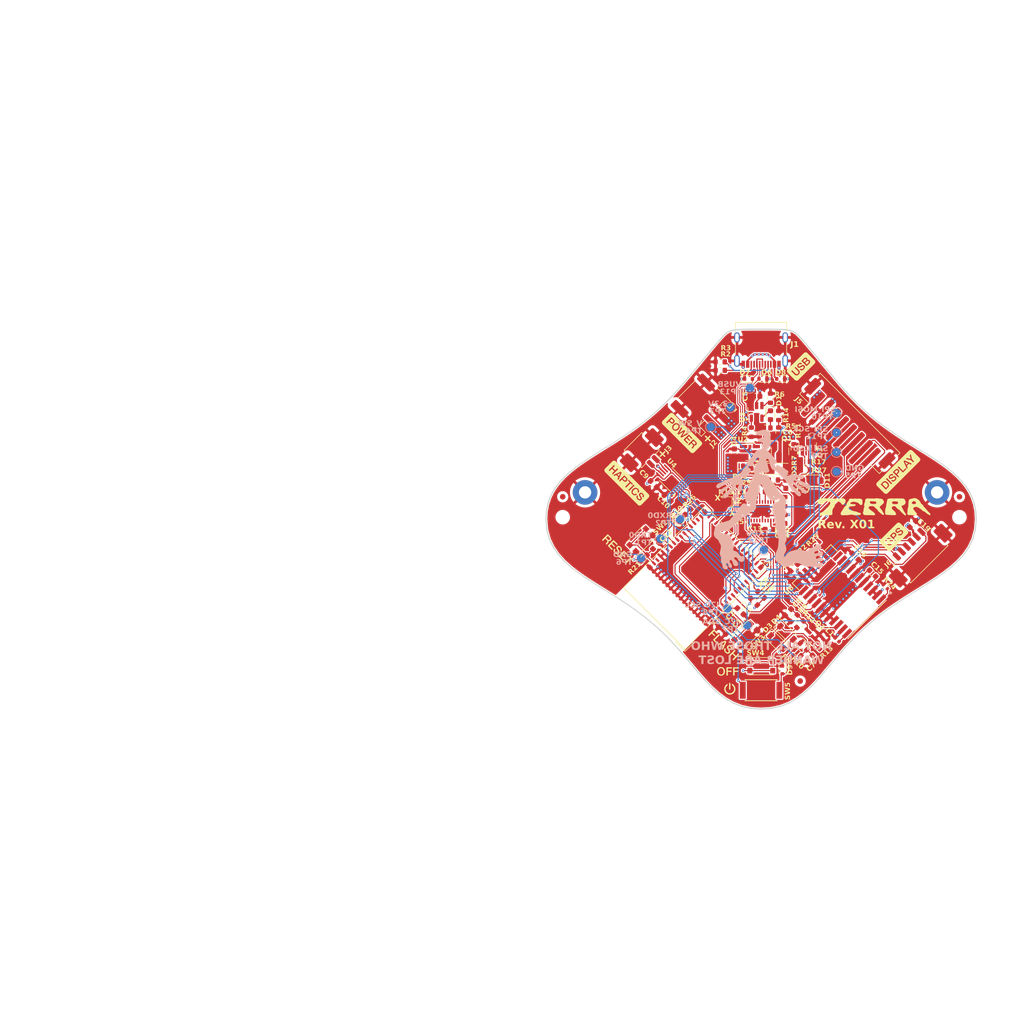
<source format=kicad_pcb>
(kicad_pcb (version 20241229) (generator "pcbnew") (generator_version "9.0")
  (title_block (title "Terra") (date "2025-04-05") (rev "X01") (company "J. MENDEL"))
  (layers (0 "F.Cu" signal) (4 "In1.Cu" signal) (6 "In2.Cu" signal) (2 "B.Cu" signal) (13 "F.Paste" user) (15 "B.Paste" user) (5 "F.SilkS" user "F.Silkscreen") (7 "B.SilkS" user "B.Silkscreen") (1 "F.Mask" user) (3 "B.Mask" user) (25 "Edge.Cuts" user))
  (property "COPYRIGHT" "2025")
  (property "DRAWN_BY" "J. MENDEL")
  (property "REVISION" "X01")
  (property "TITLE" "TERRA 2.0")
  (net 0 "")
  (net 1 "GND")
  (net 2 "+3.3V")
  (net 3 "V_SW")
  (net 4 "VUSB")
  (net 5 "VBAT")
  (net 6 "/Microcontroller/PWR_SW")
  (net 7 "/Power/PWR_EN")
  (net 8 "/Peripehrals/HAP_REG")
  (net 9 "Net-(U5-CAP)")
  (net 10 "/Microcontroller/ESP_EN")
  (net 11 "Net-(D1-A)")
  (net 12 "/Power/BAT_~{CHG}")
  (net 13 "Net-(D4-A)")
  (net 14 "Net-(D5-A)")
  (net 15 "/Microcontroller/DATA-")
  (net 17 "/Microcontroller/CC2")
  (net 18 "/Microcontroller/CC1")
  (net 19 "/Microcontroller/DATA+")
  (net 21 "/Peripehrals/HAP-")
  (net 22 "/Peripehrals/HAP+")
  (net 23 "/Microcontroller/SPI_MOSI")
  (net 24 "/Microcontroller/SPI_SCK")
  (net 25 "/Microcontroller/DISP_DC")
  (net 26 "/Microcontroller/DISP_PWM_BL")
  (net 27 "/Microcontroller/I2C_SDA")
  (net 28 "/Microcontroller/I2C_SCL")
  (net 29 "/Microcontroller/U1RXD")
  (net 30 "/Microcontroller/U1TXD")
  (net 31 "/Microcontroller/PWROFF")
  (net 32 "Net-(U3-TS)")
  (net 33 "Net-(U3-ISET)")
  (net 34 "/Microcontroller/VBAT_OVER_2")
  (net 35 "Net-(U6-RF_IN)")
  (net 36 "/Peripehrals/CMP_~{BL}")
  (net 37 "/Microcontroller/ESP_BOOT0")
  (net 39 "/Microcontroller/CMP_INT")
  (net 40 "Net-(U6-ANT_OUT)")
  (net 43 "Net-(U6-AT2)")
  (net 48 "/Microcontroller/CMP_~{RST}")
  (net 49 "/Peripehrals/GPS_BAUD1")
  (net 50 "/Microcontroller/HAPTIC_IN_TRG")
  (net 51 "/Peripehrals/GPS_BAUD2")
  (net 53 "/Microcontroller/SPI_MISO")
  (net 55 "Net-(U6-AT1)")
  (net 57 "/Peripehrals/GPS_VBACKUP")
  (net 69 "/Peripehrals/CMP_BLSTAT")
  (net 73 "/Microcontroller/GPS_~{RST}")
  (net 74 "/Microcontroller/GPS_STBY")
  (net 76 "/Microcontroller/GPS_FIX")
  (net 78 "Net-(Q3-G)")
  (net 79 "Net-(D11-K)")
  (net 80 "Net-(D10-A)")
  (net 81 "Net-(D11-A)")
  (net 82 "/Microcontroller/SPI_~{CS0_DISP}")
  (net 83 "Net-(R28-Pad2)")
  (net 84 "/Microcontroller/U0TXD")
  (net 85 "/Microcontroller/U0RXD")
  (net 87 "/Microcontroller/DISP_~{RST}")
  (net 88 "/Microcontroller/LED_GPIO48")
  (footprint "Resistor_SMD:R_0603_1608Metric" (layer "F.Cu") (at 154.014349 103.025823 90)
    (property "Reference" "R20")
    (property "Value" "10k")
  )
  (footprint "Button_Switch_SMD:SW_Push_1P1T_NO_CK_KMR2" (layer "F.Cu") (at 147.014349 126.903322 -135)
    (property "Reference" "SW3")
    (property "Value" "KMR231NG")
  )
  (footprint "Inductor_SMD:L_0402_1005Metric" (layer "F.Cu") (at 163.364349 127.753322 135)
    (property "Reference" "L1")
    (property "Value" "1.8n")
  )
  (footprint "Resistor_SMD:R_0603_1608Metric" (layer "F.Cu") (at 151.442643 84.49382 90)
    (property "Reference" "R6")
    (property "Value" "1.5k")
  )
  (footprint "Capacitor_SMD:C_0603_1608Metric" (layer "F.Cu") (at 150.264349 91.351822 180)
    (property "Reference" "C6")
    (property "Value" "1u")
  )
  (footprint "Capacitor_SMD:C_0603_1608Metric" (layer "F.Cu") (at 154.964349 100.653322 180)
    (property "Reference" "C17")
    (property "Value" "0.1u")
  )
  (footprint "Package_TO_SOT_SMD:SOT-23-5" (layer "F.Cu") (at 147.768641 94.111821 180)
    (property "Reference" "U2")
    (property "Value" "AP2112K-3.3")
  )
  (footprint "Capacitor_SMD:C_0603_1608Metric" (layer "F.Cu") (at 176.916341 107.053322 45)
    (property "Reference" "C19")
    (property "Value" "1u")
  )
  (footprint "Resistor_SMD:R_0603_1608Metric" (layer "F.Cu") (at 157.364349 128.951469 135)
    (property "Reference" "R10")
    (property "Value" "100k")
  )
  (footprint "Diode_SMD:D_SOD-523" (layer "F.Cu") (at 150.089 81.043322 180)
    (property "Reference" "D6")
    (property "Value" "DESD5V0U1BB-7")
  )
  (footprint "Resistor_SMD:R_0603_1608Metric" (layer "F.Cu") (at 149.76991 119.700321 135)
    (property "Reference" "R16")
    (property "Value" "5.1k")
  )
  (footprint "Resistor_SMD:R_0603_1608Metric" (layer "F.Cu") (at 148.512674 120.957556 135)
    (property "Reference" "R15")
    (property "Value" "5.1k")
  )
  (footprint "Capacitor_SMD:C_0603_1608Metric" (layer "F.Cu") (at 151.288348 101.240822)
    (property "Reference" "C11")
    (property "Value" "1u")
  )
  (footprint "M20048-1:QFN28_M20048-1_ANT" (layer "F.Cu") (at 163.764349 119.153322 -135)
    (property "Reference" "U6")
    (property "Value" "M20048-1")
  )
  (footprint "Button_Switch_SMD:SW_Push_1P1T_NO_CK_KMR2" (layer "F.Cu") (at 128.264349 109.903322 -135)
    (property "Reference" "SW2")
    (property "Value" "KMR231NG")
  )
  (footprint "Diode_SMD:D_0603_1608Metric" (layer "F.Cu") (at 148.759142 97.053322 180)
    (property "Reference" "D5")
    (property "Value" "+3.3V")
  )
  (footprint "Resistor_SMD:R_0603_1608Metric" (layer "F.Cu") (at 157.689349 97.353322)
    (property "Reference" "R27")
    (property "Value" "100k")
  )
  (footprint "Resistor_SMD:R_0603_1608Metric" (layer "F.Cu") (at 145.736642 96.651822)
    (property "Reference" "R18")
    (property "Value" "1.5k")
  )
  (footprint "Resistor_SMD:R_0603_1608Metric" (layer "F.Cu") (at 148.013644 90.589821 -90)
    (property "Reference" "R4")
    (property "Value" "10k")
  )
  (footprint "Resistor_SMD:R_0603_1608Metric" (layer "F.Cu") (at 155.664349 114.853322 -135)
    (property "Reference" "R23")
    (property "Value" "10k")
  )
  (footprint "Capacitor_SMD:C_0603_1608Metric" (layer "F.Cu") (at 146.064349 122.653322 -45)
    (property "Reference" "C18")
    (property "Value" "0.1u")
  )
  (footprint "Resistor_SMD:R_0603_1608Metric" (layer "F.Cu") (at 156.281521 130.029101 135)
    (property "Reference" "R9")
    (property "Value" "100k")
  )
  (footprint "Resistor_SMD:R_0402_1005Metric" (layer "F.Cu") (at 159.902839 110.622079 -135)
    (property "Reference" "R25")
    (property "Value" "0R")
  )
  (footprint "Connector_Molex:Molex_PicoBlade_53261-0671_1x06-1MP_P1.25mm_Horizontal" (layer "F.Cu") (at 177.964349 112.328323 45)
    (property "Reference" "J6")
    (property "Value" "0532610671")
  )
  (footprint "Resistor_SMD:R_0603_1608Metric" (layer "F.Cu") (at 155.670083 123.892327 -135)
    (property "Reference" "R8")
    (property "Value" "100k")
  )
  (footprint "Resistor_SMD:R_0603_1608Metric" (layer "F.Cu") (at 142.445 79.519322 180)
    (property "Reference" "R2")
    (property "Value" "5.1k")
  )
  (footprint "Capacitor_SMD:C_0603_1608Metric" (layer "F.Cu") (at 150.689642 93.653322 90)
    (property "Reference" "C3")
    (property "Value" "1u")
  )
  (footprint "Package_TO_SOT_SMD:SOT-23-6" (layer "F.Cu") (at 148.964349 86.953322 90)
    (property "Reference" "U3")
    (property "Value" "BQ21040DBV")
  )
  (footprint "Capacitor_SMD:C_0603_1608Metric" (layer "F.Cu") (at 158.436783 131.106731 -135)
    (property "Reference" "C7")
    (property "Value" "0.1u")
  )
  (footprint "Resistor_SMD:R_0603_1608Metric" (layer "F.Cu") (at 128.764349 113.153322 45)
    (property "Reference" "R21")
    (property "Value" "5.1k")
  )
  (footprint "Package_SO:VSSOP-10_3x3mm_P0.5mm" (layer "F.Cu") (at 133.764349 99.153322 135)
    (property "Reference" "U4")
    (property "Value" "DRV2605LDGS")
  )
  (footprint "Resistor_SMD:R_0603_1608Metric" (layer "F.Cu") (at 155.642641 93.573822 90)
    (property "Reference" "R7")
    (property "Value" "100k")
  )
  (footprint "Fiducial:Fiducial_1mm_Mask2mm" (layer "F.Cu") (at 114.264349 102.153322)
    (property "Reference" "FID3" (hide yes))
    (property "Value" "Fiducial")
  )
  (footprint "Resistor_SMD:R_0402_1005Metric" (layer "F.Cu") (at 172.026185 118.255296 -45)
    (property "Reference" "R24")
    (property "Value" "0R")
  )
  (footprint "Resistor_SMD:R_0603_1608Metric" (layer "F.Cu") (at 152.915643 87.593821 90)
    (property "Reference" "R14")
    (property "Value" "10k")
  )
  (footprint "Capacitor_SMD:C_0603_1608Metric" (layer "F.Cu") (at 148.764349 84.153322)
    (property "Reference" "C5")
    (property "Value" "1u")
  )
  (footprint "Diode_SMD:D_SOD-123" (layer "F.Cu") (at 154.364349 126.497311 -45)
    (property "Reference" "D4")
    (property "Value" "PMEG2010AEH")
  )
  (footprint "Capacitor_SMD:C_0603_1608Metric" (layer "F.Cu") (at 142.76531 124.908869 -135)
    (property "Reference" "C2")
    (property "Value" "0.1u")
  )
  (footprint "Resistor_SMD:R_0603_1608Metric" (layer "F.Cu") (at 137.764349 103.769959 -135)
    (property "Reference" "R26")
    (property "Value" "1.5k")
  )
  (footprint "Capacitor_SMD:C_0603_1608Metric" (layer "F.Cu") (at 130.531457 99.871742 -45)
    (property "Reference" "C9")
    (property "Value" "1u")
  )
  (footprint "Connector_JST:JST_PH_S2B-PH-SM4-TB_1x02-1MP_P2.00mm_Horizontal" (layer "F.Cu") (at 139.604349 86.123322 -135)
    (property "Reference" "J2")
    (property "Value" "S2B-PH-SM4-TB")
  )
  (footprint "Resistor_SMD:R_0603_1608Metric" (layer "F.Cu") (at 157.689349 95.853322 180)
    (property "Reference" "R17")
    (property "Value" "10k")
  )
  (footprint "Diode_SMD:D_SOD-123" (layer "F.Cu") (at 158.864349 99.253322)
    (property "Reference" "D11")
    (property "Value" "PMEG2010AEH")
  )
  (footprint "Resistor_SMD:R_0603_1608Metric" (layer "F.Cu") (at 148.240349 101.240823)
    (property "Reference" "R19")
    (property "Value" "10k")
  )
  (footprint "Diode_SMD:D_SOD-523" (layer "F.Cu") (at 147.514349 81.053322)
    (property "Reference" "D7")
    (property "Value" "DESD5V0U1BB-7")
  )
  (footprint "Resistor_SMD:R_0603_1608Metric" (layer "F.Cu") (at 151.964349 99.153322 180)
    (property "Reference" "R29")
    (property "Value" "100k")
  )
  (footprint "Resistor_SMD:R_0603_1608Metric" (layer "F.Cu") (at 150.616643 89.827821)
    (property "Reference" "R5")
    (property "Value" "1.5k")
  )
  (footprint "Capacitor_SMD:C_0603_1608Metric" (layer "F.Cu") (at 151.264349 107.990822 180)
    (property "Reference" "C13")
    (property "Value" "0.1u")
  )
  (footprint "Package_TO_SOT_SMD:SOT-23" (layer "F.Cu") (at 158.830289 126.830503 135)
    (property "Reference" "Q2")
    (property "Value" "2N7002")
  )
  (footprint "Package_TO_SOT_SMD:SOT-23" (layer "F.Cu") (at 158.114349 93.115822 90)
    (property "Reference" "Q3")
    (property "Value" "2N7002")
  )
  (footprint "Capacitor_SMD:C_0603_1608Metric" (layer "F.Cu") (at 154.592452 122.814697 -135)
    (property "Reference" "C8")
    (property "Value" "0.1u")
  )
  (footprint "Diode_SMD:D_SOD-123" (layer "F.Cu") (at 152.638716 128.182346 -45)
    (property "Reference" "D3")
    (property "Value" "PMEG2010AEH")
  )
  (footprint "Button_Switch_SMD:SW_Push_1P1T_NO_CK_KMR2" (layer "F.Cu") (at 149.805349 132.478322 180)
    (property "Reference" "SW4")
    (property "Value" "KMR231NG")
  )
  (footprint "Resistor_SMD:R_0603_1608Metric" (layer "F.Cu") (at 157.864349 112.653322 -135)
    (property "Reference" "R22")
    (property "Value" "10k")
  )
  (footprint "RF_Module:ESP32-S2-MINI-1" (layer "F.Cu") (at 137.961227 116.622992 135)
    (property "Reference" "U1")
    (property "Value" "ESP32-S3-MINI-1")
  )
  (footprint "Capacitor_SMD:C_0603_1608Metric" (layer "F.Cu") (at 144.001333 126.144892 -135)
    (property "Reference" "C1")
    (property "Value" "22u")
  )
  (footprint "Package_LGA:LGA-28_5.2x3.8mm_P0.5mm" (layer "F.Cu") (at 149.764349 104.740822 180)
    (property "Reference" "U5")
    (property "Value" "BNO055")
  )
  (footprint "Resistor_SMD:R_0603_1608Metric" (layer "F.Cu") (at 160.771649 128.771865 -135)
    (property "Reference" "R13")
    (property "Value" "100k")
  )
  (footprint "Diode_SMD:D_SOD-523" (layer "F.Cu") (at 153.564349 133.153322 -90)
    (property "Reference" "D9")
    (property "Value" "DESD5V0U1BB-7")
  )
  (footprint "MountingHole:MountingHole_2.2mm_M2_Pad" (layer "F.Cu") (at 181.264349 101.363322)
    (property "Reference" "H4" (hide yes))
    (property "Value" "Plated Hole M2")
  )
  (footprint "MountingHole:MountingHole_2.2mm_M2" (layer "F.Cu") (at 114.264349 105.808322)
    (property "Reference" "H2" (hide yes))
    (property "Value" "Hole M2")
  )
  (footprint "Fiducial:Fiducial_1mm_Mask2mm" (layer "F.Cu") (at 185.264349 102.153322)
    (property "Reference" "FID1" (hide yes))
    (property "Value" "Fiducial")
  )
  (footprint "Resistor_SMD:R_0603_1608Metric" (layer "F.Cu") (at 152.915643 90.57782 -90)
    (property "Reference" "R11")
    (property "Value" "10k")
  )
  (footprint "Capacitor_SMD:C_0603_1608Metric" (layer "F.Cu") (at 154.014349 106.150823 -90)
    (property "Reference" "C14")
    (property "Value" "0.1u")
  )
  (footprint "Capacitor_SMD:C_0603_1608Metric" (layer "F.Cu") (at 130.964349 110.953322 45)
    (property "Reference" "C12")
    (property "Value" "1u")
  )
  (footprint "MountingHole:MountingHole_2.2mm_M2" (layer "F.Cu") (at 185.264349 105.808322)
    (property "Reference" "H1" (hide yes))
    (property "Value" "Hole M2")
  )
  (footprint "Capacitor_SMD:C_0603_1608Metric" (layer "F.Cu") (at 169.716341 115.855314 135)
    (property "Reference" "C15")
    (property "Value" "22p")
  )
  (footprint "Resistor_SMD:R_0603_1608Metric" (layer "F.Cu") (at 142.439349 77.995322 180)
    (property "Reference" "R3")
    (property "Value" "5.1k")
  )
  (footprint "Capacitor_SMD:C_0603_1608Metric" (layer "F.Cu") (at 166.638031 112.867143 135)
    (property "Reference" "C16")
    (property "Value" "22p")
  )
  (footprint "Capacitor_SMD:C_0603_1608Metric" (layer "F.Cu") (at 144.974642 94.365821 90)
    (property "Reference" "C4")
    (property "Value" "1u")
  )
  (footprint "Resistor_SMD:R_0603_1608Metric" (layer "F.Cu") (at 156.747712 124.969959 45)
    (property "Reference" "R12")
    (property "Value" "10k")
  )
  (footprint "Fiducial:Fiducial_1mm_Mask2mm" (layer "F.Cu") (at 156.764349 135.153322)
    (property "Reference" "FID2" (hide yes))
    (property "Value" "Fiducial")
  )
  (footprint "Diode_SMD:D_SOD-523" (layer "F.Cu") (at 153.264349 81.043322 180)
    (property "Reference" "D8")
    (property "Value" "DESD5V0U1BB-7")
  )
  (footprint "Capacitor_SMD:C_0603_1608Metric" (layer "F.Cu") (at 133.045929 102.386214 135)
    (property "Reference" "C10")
    (property "Value" "1u")
  )
  (footprint "Diode_SMD:D_0603_1608Metric" (layer "F.Cu") (at 151.442643 87.541821 -90)
    (property "Reference" "D1")
    (property "Value" "CHARGING")
  )
  (footprint "Package_TO_SOT_SMD:SOT-23" (layer "F.Cu") (at 153.164349 94.015821 -90)
    (property "Reference" "Q1")
    (property "Value" "DMP3099L")
  )
  (footprint "Connector_Molex:Molex_PicoBlade_53261-0271_1x02-1MP_P1.25mm_Horizontal" (layer "F.Cu") (at 128.764349 94.153322 -135)
    (property "Reference" "J3")
    (property "Value" "0532610271")
  )
  (footprint "Connector_USB:USB_C_Receptacle_G-Switch_GT-USB-7010ASV" (layer "F.Cu") (at 149.764349 74.693322 180)
    (property "Reference" "J1")
    (property "Value" "GT-USB-7010ASV")
  )
  (footprint "Diode_SMD:D_0603_1608Metric" (layer "F.Cu") (at 135.607502 105.910169 45)
    (property "Reference" "D10")
    (property "Value" "GPIO48")
  )
  (footprint "MountingHole:MountingHole_2.2mm_M2_Pad" (layer "F.Cu") (at 118.264349 101.363322)
    (property "Reference" "H3" (hide yes))
    (property "Value" "Plated Hole M2")
  )
  (footprint "Connector_JST:JST_PH_B8B-PH-SM4-TB_1x08-1MP_P2.00mm_Vertical" (layer "F.Cu") (at 164.410796 90.256876 -45)
    (property "Reference" "J5")
    (property "Value" "B8B-PH-SM4-TB")
  )
  (footprint "Resistor_SMD:R_0603_1608Metric" (layer "F.Cu") (at 154.964349 99.153322 180)
    (property "Reference" "R28")
    (property "Value" "100k")
  )
  (footprint "Diode_SMD:D_SOD-123" (layer "F.Cu") (at 152.976347 97.159821)
    (property "Reference" "D2")
    (property "Value" "PMEG2010AEH")
  )
  (footprint "C&K:SW_KSS323_CNK" (layer "F.Cu") (at 149.764349 136.796322)
    (property "Reference" "SW5")
    (property "Value" "KSS3xxGx")
  )
  (footprint "M20048-1:TestPoint_Pad_D1.5mm_WITH_LABEL" (layer "B.Cu") (at 163.264349 97.653322)
    (property "Reference" "TP5")
    (property "Value" "GND")
  )
  (footprint "M20048-1:TestPoint_Pad_D1.5mm_WITH_LABEL" (layer "B.Cu") (at 128.264349 113.153322)
    (property "Reference" "TP6")
    (property "Value" "GND")
  )
  (footprint "M20048-1:TestPoint_Pad_D1.5mm_WITH_LABEL" (layer "B.Cu") (at 163.264349 87.153322)
    (property "Reference" "TP10")
    (property "Value" "SPI_MOSI")
  )
  (footprint "M20048-1:TestPoint_Pad_D1.5mm_WITH_LABEL" (layer "B.Cu") (at 147.764349 82.653322)
    (property "Reference" "TP13")
    (property "Value" "VUSB")
  )
  (footprint "M20048-1:TestPoint_Pad_D1.5mm_WITH_LABEL" (layer "B.Cu") (at 147.264349 125.153322)
    (property "Reference" "TP7")
    (property "Value" "I2C_SDA")
  )
  (footprint "M20048-1:TestPoint_Pad_D1.5mm_WITH_LABEL" (layer "B.Cu") (at 140.764349 89.653322)
    (property "Reference" "TP4")
    (property "Value" "V_SW")
  )
  (footprint "M20048-1:TestPoint_Pad_D1.5mm_WITH_LABEL" (layer "B.Cu") (at 163.264349 94.153322)
    (property "Reference" "TP9")
    (property "Value" "SPI_CS0")
  )
  (footprint "M20048-1:TestPoint_Pad_D1.5mm_WITH_LABEL" (layer "B.Cu") (at 131.764349 109.653322)
    (property "Reference" "TP1")
    (property "Value" "TXD0")
  )
  (footprint "M20048-1:TestPoint_Pad_D1.5mm_WITH_LABEL" (layer "B.Cu") (at 144.264349 86.153322)
    (property "Reference" "TP3")
    (property "Value" "3.3V")
  )
  (footprint "M20048-1:TestPoint_Pad_D1.5mm_WITH_LABEL" (layer "B.Cu") (at 150.264349 111.653322)
    (property "Reference" "TP12")
    (property "Value" "TXD0")
  )
  (footprint "M20048-1:TestPoint_Pad_D1.5mm_WITH_LABEL" (layer "B.Cu") (at 135.264349 106.153322)
    (property "Reference" "TP2")
    (property "Value" "RXD0")
  )
  (footprint "M20048-1:TestPoint_Pad_D1.5mm_WITH_LABEL" (layer "B.Cu") (at 143.764349 122.153322)
    (property "Reference" "TP8")
    (property "Value" "I2C_SCL")
  )
  (footprint "M20048-1:TestPoint_Pad_D1.5mm_WITH_LABEL" (layer "B.Cu") (at 163.264349 90.653322)
    (property "Reference" "TP11")
    (property "Value" "SPI_SCK")
  )
  (gr_poly (pts (xy 144.592809 135.654308) (xy 144.660666 135.688612) (xy 144.725478 135.727749) (xy 144.787002 135.771484) (xy 144.844998 135.819581) (xy 144.899221 135.871803) (xy 144.949431 135.927916) (xy 144.995385 135.987684) (xy 145.036841 136.050871) (xy 145.073557 136.117242) (xy 145.105291 136.18656) (xy 145.1318 136.258591) (xy 145.152843 136.333098) (xy 145.168177 136.409846) (xy 145.17756 136.488599) (xy 145.18075 136.569121) (xy 145.179441 136.620948) (xy 145.175553 136.672094) (xy 145.169152 136.722496) (xy 145.160299 136.772091) (xy 145.149058 136.820816) (xy 145.135492 136.868608) (xy 145.119664 136.915402) (xy 145.101638 136.961137) (xy 145.081476 137.005748) (xy 145.059242 137.049173) (xy 145.034999 137.091347) (xy 145.00881 137.132209) (xy 144.980738 137.171694) (xy 144.950847 137.209739) (xy 144.919199 137.246281) (xy 144.885858 137.281257) (xy 144.850887 137.314604) (xy 144.814348 137.346257) (xy 144.776306 137.376155) (xy 144.736823 137.404233) (xy 144.695963 137.430428) (xy 144.653788 137.454678) (xy 144.610362 137.476918) (xy 144.565747 137.497086) (xy 144.520008 137.515119) (xy 144.473208 137.530952) (xy 144.425408 137.544523) (xy 144.376674 137.555768) (xy 144.327066 137.564625) (xy 144.27665 137.571029) (xy 144.225488 137.574918) (xy 144.173643 137.576229) (xy 144.121823 137.574918) (xy 144.070684 137.571029) (xy 144.020288 137.564625) (xy 143.970699 137.555768) (xy 143.921981 137.544523) (xy 143.874196 137.530952) (xy 143.827408 137.515119) (xy 143.781679 137.497086) (xy 143.737074 137.476918) (xy 143.693656 137.454678) (xy 143.651487 137.430428) (xy 143.610631 137.404233) (xy 143.571152 137.376155) (xy 143.533112 137.346257) (xy 143.496575 137.314604) (xy 143.461604 137.281257) (xy 143.428262 137.246281) (xy 143.396613 137.209739) (xy 143.36672 137.171694) (xy 143.338646 137.132209) (xy 143.312455 137.091347) (xy 143.288209 137.049173) (xy 143.265971 137.005748) (xy 143.245807 136.961137) (xy 143.227777 136.915402) (xy 143.211946 136.868608) (xy 143.198377 136.820816) (xy 143.187134 136.772091) (xy 143.178279 136.722496) (xy 143.171875 136.672094) (xy 143.167987 136.620948) (xy 143.166676 136.569121) (xy 143.167395 136.530745) (xy 143.169534 136.492735) (xy 143.173067 136.455116) (xy 143.177969 136.417915) (xy 143.184213 136.381156) (xy 143.191775 136.344865) (xy 143.200629 136.309067) (xy 143.210748 136.273787) (xy 143.222107 136.23905) (xy 143.23468 136.204883) (xy 143.248442 136.17131) (xy 143.263367 136.138356) (xy 143.279429 136.106048) (xy 143.296602 136.074409) (xy 143.314861 136.043467) (xy 143.334179 136.013244) (xy 143.354532 135.983769) (xy 143.375894 135.955064) (xy 143.398238 135.927157) (xy 143.421539 135.900071) (xy 143.445771 135.873833) (xy 143.470909 135.848468) (xy 143.496927 135.824001) (xy 143.523799 135.800457) (xy 143.551499 135.777862) (xy 143.580002 135.75624) (xy 143.609281 135.735619) (xy 143.639312 135.716022) (xy 143.670068 135.697474) (xy 143.701524 135.680002) (xy 143.733654 135.663631) (xy 143.766432 135.648386) (xy 143.766432 135.927514) (xy 143.727554 135.953983) (xy 143.690433 135.982738) (xy 143.655173 136.013678) (xy 143.621877 136.046704) (xy 143.590651 136.081714) (xy 143.561596 136.118607) (xy 143.534816 136.157284) (xy 143.510416 136.197644) (xy 143.488499 136.239587) (xy 143.469167 136.283011) (xy 143.452526 136.327817) (xy 143.438678 136.373904) (xy 143.427727 136.421172) (xy 143.419777 136.469519) (xy 143.41493 136.518846) (xy 143.413292 136.569051) (xy 143.414282 136.608178) (xy 143.417219 136.646793) (xy 143.422057 136.684846) (xy 143.428746 136.722292) (xy 143.43724 136.759081) (xy 143.447491 136.795166) (xy 143.45945 136.830499) (xy 143.47307 136.865032) (xy 143.488303 136.898718) (xy 143.505101 136.931508) (xy 143.523417 136.963355) (xy 143.543202 136.994211) (xy 143.56441 137.024028) (xy 143.586991 137.052758) (xy 143.610899 137.080354) (xy 143.636085 137.106767) (xy 143.662502 137.13195) (xy 143.690102 137.155855) (xy 143.718836 137.178434) (xy 143.748658 137.19964) (xy 143.77952 137.219424) (xy 143.811372 137.237738) (xy 143.844169 137.254535) (xy 143.877862 137.269767) (xy 143.912403 137.283387) (xy 143.947744 137.295345) (xy 143.983838 137.305595) (xy 144.020637 137.314089) (xy 144.058093 137.320778) (xy 144.096158 137.325616) (xy 144.134784 137.328553) (xy 144.173924 137.329543) (xy 144.213051 137.328553) (xy 144.251664 137.325616) (xy 144.289716 137.320778) (xy 144.327158 137.314089) (xy 144.363944 137.305595) (xy 144.400026 137.295345) (xy 144.435354 137.283387) (xy 144.469883 137.269767) (xy 144.503563 137.254535) (xy 144.536348 137.237738) (xy 144.568189 137.219424) (xy 144.599039 137.19964) (xy 144.62885 137.178434) (xy 144.657574 137.155855) (xy 144.685163 137.13195) (xy 144.71157 137.106767) (xy 144.736746 137.080354) (xy 144.760645 137.052758) (xy 144.783217 137.024028) (xy 144.804417 136.994211) (xy 144.824194 136.963355) (xy 144.842503 136.931508) (xy 144.859295 136.898718) (xy 144.874522 136.865032) (xy 144.888136 136.830499) (xy 144.90009 136.795166) (xy 144.910337 136.759081) (xy 144.918827 136.722292) (xy 144.925514 136.684846) (xy 144.930349 136.646793) (xy 144.933286 136.608178) (xy 144.934275 136.569051) (xy 144.933787 136.541573) (xy 144.932333 136.514343) (xy 144.92993 136.487377) (xy 144.926595 136.460691) (xy 144.922345 136.434302) (xy 144.917195 136.408227) (xy 144.911163 136.382481) (xy 144.904265 136.357081) (xy 144.896517 136.332043) (xy 144.887937 136.307383) (xy 144.878541 136.283118) (xy 144.868346 136.259264) (xy 144.857368 136.235837) (xy 144.845624 136.212854) (xy 144.83313 136.19033) (xy 144.819903 136.168283) (xy 144.80596 136.146729) (xy 144.791317 136.125683) (xy 144.775991 136.105162) (xy 144.759999 136.085183) (xy 144.743356 136.065761) (xy 144.726081 136.046914) (xy 144.708188 136.028657) (xy 144.689696 136.011006) (xy 144.67062 135.993979) (xy 144.650978 135.97759) (xy 144.630785 135.961857) (xy 144.610059 135.946796) (xy 144.588815 135.932424) (xy 144.567071 135.918755) (xy 144.544844 135.905808) (xy 144.522149 135.893597) (xy 144.522149 135.625073)) (stroke (width -0.000001)) (fill yes) (layer "F.SilkS"))
  (gr_poly (pts (xy 123.953965 110.797187) (xy 123.386307 110.229529) (xy 123.113432 110.502404) (xy 123.638752 111.027724) (xy 123.489892 111.176585) (xy 122.964572 110.651264) (xy 122.659574 110.956262) (xy 123.237447 111.534135) (xy 123.079855 111.691727) (xy 122.319571 110.931442) (xy 123.361517 109.889496) (xy 124.111586 110.639566)) (stroke (width -0.000001)) (fill yes) (layer "F.SilkS"))
  (gr_poly (pts (xy 144.571208 132.902698) (xy 143.811748 132.902698) (xy 143.811748 133.288602) (xy 144.478339 133.288602) (xy 144.478339 133.499122) (xy 143.811748 133.499122) (xy 143.811748 134.153322) (xy 143.553779 134.153322) (xy 143.553779 132.679787) (xy 144.571208 132.679787)) (stroke (width -0.000001)) (fill yes) (layer "F.SilkS"))
  (gr_line (start 142.532349 102.153322) (end 143.040348 102.407322) (stroke (width 0.1)) (layer "F.SilkS"))
  (gr_poly (pts (xy 157.95665 77.881032) (xy 157.966037 77.872522) (xy 157.975455 77.864568) (xy 157.984904 77.857164) (xy 157.994383 77.850315) (xy 158.003894 77.844019) (xy 158.013433 77.838273) (xy 158.023003 77.833085) (xy 158.032602 77.828445) (xy 158.042234 77.824359) (xy 158.051894 77.820825) (xy 158.061582 77.817844) (xy 158.071303 77.815414) (xy 158.08105 77.813537) (xy 158.090828 77.812211) (xy 158.100637 77.811436) (xy 158.11043 77.811231) (xy 158.120153 77.811596) (xy 158.129803 77.812542) (xy 158.139385 77.814058) (xy 158.148892 77.816147) (xy 158.158331 77.818811) (xy 158.167696 77.822047) (xy 158.17699 77.825861) (xy 158.186213 77.830243) (xy 158.195363 77.835201) (xy 158.204442 77.840732) (xy 158.213448 77.846836) (xy 158.222382 77.853513) (xy 158.231246 77.860761) (xy 158.240035 77.868585) (xy 158.248752 77.87698) (xy 158.257309 77.885859) (xy 158.265295 77.894811) (xy 158.272707 77.903838) (xy 158.279547 77.912935) (xy 158.285814 77.922104) (xy 158.291509 77.931347) (xy 158.29663 77.940662) (xy 158.301178 77.950048) (xy 158.305154 77.959507) (xy 158.308559 77.969041) (xy 158.31139 77.978644) (xy 158.313647 77.98832) (xy 158.315332 77.998069) (xy 158.316446 78.007891) (xy 158.316984 78.017782) (xy 158.31695 78.027749) (xy 158.316339 78.037721) (xy 158.315163 78.047649) (xy 158.313423 78.057537) (xy 158.311122 78.067384) (xy 158.308255 78.07719) (xy 158.304826 78.086954) (xy 158.300833 78.096676) (xy 158.296275 78.106357) (xy 158.291157 78.115999) (xy 158.285474 78.1256) (xy 158.279229 78.135161) (xy 158.27242 78.14468) (xy 158.265047 78.154161) (xy 158.257114 78.163598) (xy 158.248618 78.173) (xy 158.239558 78.182361) (xy 157.949922 78.471997) (xy 157.657657 78.179731) (xy 157.947293 77.890095)) (fill yes) (layer "F.SilkS"))
  (gr_poly (pts (xy 125.829562 112.672784) (xy 125.261904 112.105125) (xy 124.989028 112.378001) (xy 125.514349 112.903322) (xy 125.365489 113.052182) (xy 124.840168 112.526861) (xy 124.53517 112.831859) (xy 125.113044 113.409732) (xy 124.955453 113.567324) (xy 124.195168 112.807039) (xy 125.237114 111.765093) (xy 125.987183 112.515162)) (stroke (width -0.000001)) (fill yes) (layer "F.SilkS"))
  (gr_line (start 144.564349 104.185322) (end 144.564349 102.153322) (stroke (width 0.1)) (layer "F.SilkS"))
  (gr_poly (pts (xy 145.781778 132.902698) (xy 145.022318 132.902698) (xy 145.022318 133.288602) (xy 145.688909 133.288602) (xy 145.688909 133.499122) (xy 145.022318 133.499122) (xy 145.022318 134.153322) (xy 144.764349 134.153322) (xy 144.764349 132.679787) (xy 145.781778 132.679787)) (stroke (width -0.000001)) (fill yes) (layer "F.SilkS"))
  (gr_line (start 145.072348 103.423322) (end 145.072347 102.915322) (stroke (width 0.1)) (layer "F.SilkS"))
  (gr_poly (pts (xy 171.628062 99.725047) (xy 171.639913 99.713793) (xy 171.651692 99.703011) (xy 171.663398 99.6927) (xy 171.675033 99.682856) (xy 171.686597 99.673486) (xy 171.698088 99.664585) (xy 171.709507 99.656157) (xy 171.720855 99.648197) (xy 171.732133 99.640709) (xy 171.74334 99.633691) (xy 171.754474 99.627145) (xy 171.765539 99.621069) (xy 171.776534 99.615464) (xy 171.787457 99.610329) (xy 171.798311 99.605665) (xy 171.809104 99.601418) (xy 171.819845 99.597532) (xy 171.830533 99.594006) (xy 171.841166 99.590838) (xy 171.85175 99.588029) (xy 171.862281 99.585581) (xy 171.872759 99.583489) (xy 171.883187 99.581757) (xy 171.893564 99.580384) (xy 171.903889 99.579368) (xy 171.914165 99.578709) (xy 171.924389 99.578409) (xy 171.934564 99.578465) (xy 171.944689 99.578879) (xy 171.954765 99.579651) (xy 171.964791 99.580777) (xy 171.964869 99.580856) (xy 171.974831 99.58231) (xy 171.984742 99.584062) (xy 171.994604 99.586113) (xy 172.004414 99.588461) (xy 172.014173 99.591105) (xy 172.023884 99.594046) (xy 172.033542 99.597287) (xy 172.043149 99.600823) (xy 172.052706 99.60466) (xy 172.062211 99.608793) (xy 172.071665 99.613223) (xy 172.081067 99.617953) (xy 172.090418 99.622981) (xy 172.099717 99.628305) (xy 172.108965 99.633929) (xy 172.118159 99.639852) (xy 172.136478 99.652313) (xy 172.154709 99.665472) (xy 172.172856 99.679329) (xy 172.19092 99.693883) (xy 172.208901 99.709136) (xy 172.226801 99.725087) (xy 172.24462 99.741736) (xy 172.262357 99.759083) (xy 172.279694 99.776809) (xy 172.296335 99.794621) (xy 172.312281 99.812515) (xy 172.327532 99.830495) (xy 172.342088 99.84856) (xy 172.355949 99.866711) (xy 172.369111 99.884948) (xy 172.381576 99.903269) (xy 172.387495 99.912459) (xy 172.393114 99.921703) (xy 172.398436 99.930999) (xy 172.403461 99.940346) (xy 172.408189 99.949748) (xy 172.412618 99.959199) (xy 172.416749 99.968703) (xy 172.420585 99.978259) (xy 172.424124 99.987866) (xy 172.427364 99.997527) (xy 172.430309 100.007237) (xy 172.432955 100.017) (xy 172.435304 100.026813) (xy 172.437356 100.036677) (xy 172.439114 100.046593) (xy 172.440573 100.05656) (xy 172.441691 100.066584) (xy 172.442453 100.076657) (xy 172.44286 100.086781) (xy 172.442911 100.096956) (xy 172.442606 100.10718) (xy 172.441945 100.117455) (xy 172.440928 100.12778) (xy 172.439553 100.138156) (xy 172.437821 100.148583) (xy 172.435729 100.159061) (xy 172.433281 100.169589) (xy 172.430474 100.180169) (xy 172.427306 100.190799) (xy 172.423781 100.201481) (xy 172.419894 100.212216) (xy 172.415648 100.223001) (xy 172.410988 100.23385) (xy 172.405856 100.244773) (xy 172.400252 100.255765) (xy 172.394179 100.266831) (xy 172.387633 100.277966) (xy 172.380618 100.289173) (xy 172.373129 100.300453) (xy 172.36517 100.311803) (xy 172.356741 100.323225) (xy 172.347841 100.334718) (xy 172.328628 100.357922) (xy 172.307533 100.38141) (xy 172.284554 100.405186) (xy 172.123337 100.566404) (xy 171.454921 99.897989) (xy 171.61614 99.736771)) (fill yes) (layer "F.SilkS"))
  (gr_poly (pts (xy 142.621414 132.644971) (xy 142.641644 132.645695) (xy 142.661611 132.646903) (xy 142.681313 132.648595) (xy 142.700751 132.650769) (xy 142.719924 132.653427) (xy 142.738833 132.656569) (xy 142.757478 132.660194) (xy 142.775857 132.664303) (xy 142.793972 132.668896) (xy 142.811822 132.673973) (xy 142.829407 132.679533) (xy 142.846727 132.685578) (xy 142.863781 132.692106) (xy 142.88057 132.699119) (xy 142.897094 132.706616) (xy 142.913311 132.714525) (xy 142.929213 132.722773) (xy 142.944801 132.73136) (xy 142.960075 132.740286) (xy 142.975034 132.749551) (xy 142.989679 132.759155) (xy 143.004009 132.769098) (xy 143.018026 132.779379) (xy 143.031729 132.789999) (xy 143.045118 132.800957) (xy 143.058193 132.812253) (xy 143.070955 132.823888) (xy 143.083404 132.835861) (xy 143.095539 132.848171) (xy 143.107361 132.860819) (xy 143.118869 132.873805) (xy 143.130056 132.887098) (xy 143.140912 132.900664) (xy 143.151438 132.914506) (xy 143.161633 132.928621) (xy 143.171497 132.943012) (xy 143.18103 132.957676) (xy 143.190233 132.972615) (xy 143.199105 132.987828) (xy 143.207647 133.003315) (xy 143.215858 133.019076) (xy 143.223738 133.035111) (xy 143.231288 133.051419) (xy 143.238507 133.068002) (xy 143.245395 133.084858) (xy 143.251953 133.101988) (xy 143.258181 133.119391) (xy 143.264054 133.137004) (xy 143.26955 133.154744) (xy 143.274667 133.172612) (xy 143.279406 133.190608) (xy 143.283766 133.208732) (xy 143.287748 133.226985) (xy 143.291352 133.245365) (xy 143.294576 133.263875) (xy 143.297422 133.282512) (xy 143.299889 133.301278) (xy 143.301976 133.320173) (xy 143.303684 133.339197) (xy 143.305013 133.358349) (xy 143.305963 133.37763) (xy 143.306722 133.41658) (xy 143.305963 133.456015) (xy 143.303684 133.494871) (xy 143.299889 133.533148) (xy 143.294576 133.570846) (xy 143.287748 133.607962) (xy 143.279406 133.644498) (xy 143.26955 133.680452) (xy 143.258181 133.715824) (xy 143.251953 133.733234) (xy 143.245395 133.750369) (xy 143.238507 133.767229) (xy 143.231288 133.783813) (xy 143.223738 133.800122) (xy 143.215858 133.816157) (xy 143.207647 133.831916) (xy 143.199105 133.847401) (xy 143.190233 133.862611) (xy 143.18103 133.877547) (xy 143.171497 133.892209) (xy 143.161633 133.906597) (xy 143.151438 133.92071) (xy 143.140912 133.93455) (xy 143.130056 133.948117) (xy 143.118869 133.96141) (xy 143.107361 133.974393) (xy 143.095539 133.987029) (xy 143.083404 133.999319) (xy 143.070955 134.011262) (xy 143.058193 134.022859) (xy 143.045118 134.034109) (xy 143.031729 134.045013) (xy 143.018026 134.055569) (xy 143.004009 134.06578) (xy 142.989679 134.075644) (xy 142.975034 134.085161) (xy 142.960075 134.094332) (xy 142.944801 134.103156) (xy 142.929213 134.111634) (xy 142.913311 134.119766) (xy 142.897094 134.12755) (xy 142.88057 134.134918) (xy 142.863781 134.141812) (xy 142.846727 134.148231) (xy 142.829407 134.154175) (xy 142.811822 134.159644) (xy 142.793972 134.164638) (xy 142.775857 134.169157) (xy 142.757478 134.173201) (xy 142.738833 134.17677) (xy 142.719924 134.179863) (xy 142.700751 134.18248) (xy 142.681313 134.184622) (xy 142.661611 134.186288) (xy 142.641644 134.187479) (xy 142.621414 134.188193) (xy 142.60092 134.188431) (xy 142.58041 134.188193) (xy 142.560167 134.187479) (xy 142.540189 134.186288) (xy 142.520478 134.184622) (xy 142.501033 134.18248) (xy 142.481855 134.179863) (xy 142.462943 134.17677) (xy 142.444297 134.173201) (xy 142.425919 134.169157) (xy 142.407807 134.164638) (xy 142.389962 134.159644) (xy 142.372384 134.154175) (xy 142.355073 134.148231) (xy 142.33803 134.141812) (xy 142.321254 134.134918) (xy 142.304746 134.12755) (xy 142.288528 134.119764) (xy 142.272622 134.111631) (xy 142.25703 134.103152) (xy 142.241751 134.094327) (xy 142.226786 134.085156) (xy 142.212134 134.075638) (xy 142.197795 134.065774) (xy 142.18377 134.055563) (xy 142.17006 134.045006) (xy 142.156663 134.034103) (xy 142.14358 134.022854) (xy 142.130812 134.011258) (xy 142.118358 133.999315) (xy 142.106219 133.987027) (xy 142.094394 133.974391) (xy 142.082884 133.96141) (xy 142.071697 133.948118) (xy 142.060841 133.934553) (xy 142.050316 133.920714) (xy 142.040121 133.9066) (xy 142.030257 133.892213) (xy 142.020723 133.877551) (xy 142.011521 133.862615) (xy 142.002648 133.847404) (xy 141.994107 133.831919) (xy 141.985896 133.816159) (xy 141.978016 133.800124) (xy 141.970466 133.783814) (xy 141.963247 133.76723) (xy 141.956358 133.75037) (xy 141.9498 133.733234) (xy 141.943573 133.715824) (xy 141.9377 133.698211) (xy 141.932208 133.680452) (xy 141.927095 133.662549) (xy 141.922361 133.644499) (xy 141.918007 133.626305) (xy 141.914033 133.607965) (xy 141.910437 133.589479) (xy 141.90722 133.570849) (xy 141.904383 133.552073) (xy 141.901924 133.533152) (xy 141.899844 133.514086) (xy 141.898142 133.494875) (xy 141.895873 133.456017) (xy 141.895117 133.41658) (xy 141.895118 133.416572) (xy 142.153086 133.416572) (xy 142.153488 133.442818) (xy 142.154693 133.468938) (xy 142.156704 133.49493) (xy 142.15952 133.520793) (xy 142.163144 133.546526) (xy 142.167575 133.572129) (xy 142.172815 133.5976) (xy 142.178866 133.622938) (xy 142.185754 133.647887) (xy 142.189524 133.660107) (xy 142.19351 133.672158) (xy 142.197713 133.684039) (xy 142.202133 133.695751) (xy 142.206771 133.707292) (xy 142.211626 133.718665) (xy 142.216698 133.729867) (xy 142.221988 133.7409) (xy 142.227495 133.751762) (xy 142.233221 133.762455) (xy 142.239164 133.772978) (xy 142.245325 133.78333) (xy 142.251705 133.793513) (xy 142.258303 133.803525) (xy 142.265135 133.813334) (xy 142.272217 133.822893) (xy 142.27955 133.832201) (xy 142.287132 133.841259) (xy 142.294965 133.850066) (xy 142.303047 133.858623) (xy 142.311379 133.86693) (xy 142.319962 133.874986) (xy 142.328794 133.882793) (xy 142.337876 133.89035) (xy 142.347208 133.897658) (xy 142.35679 133.904715) (xy 142.366621 133.911524) (xy 142.376703 133.918083) (xy 142.387034 133.924393) (xy 142.397615 133.930454) (xy 142.408445 133.936205) (xy 142.419526 133.941583) (xy 142.430857 133.94659) (xy 142.442438 133.951225) (xy 142.45427 133.955489) (xy 142.466351 133.959381) (xy 142.478682 133.962902) (xy 142.491264 133.966052) (xy 142.504095 133.96883) (xy 142.517177 133.971238) (xy 142.530509 133.973275) (xy 142.544091 133.974941) (xy 142.557923 133.976237) (xy 142.572005 133.977163) (xy 142.586337 133.977718) (xy 142.60092 133.977903) (xy 142.615502 133.977718) (xy 142.629834 133.977163) (xy 142.643916 133.976237) (xy 142.657747 133.974941) (xy 142.671329 133.973275) (xy 142.68466 133.971238) (xy 142.697741 133.96883) (xy 142.710573 133.966052) (xy 142.723154 133.962902) (xy 142.735485 133.959381) (xy 142.747566 133.955489) (xy 142.759398 133.951225) (xy 142.770979 133.94659) (xy 142.782311 133.941583) (xy 142.793393 133.936205) (xy 142.804225 133.930454) (xy 142.814792 133.924393) (xy 142.825111 133.918083) (xy 142.835181 133.911524) (xy 142.845004 133.904716) (xy 142.854577 133.897658) (xy 142.863902 133.89035) (xy 142.872978 133.882793) (xy 142.881806 133.874986) (xy 142.890384 133.86693) (xy 142.898713 133.858623) (xy 142.906793 133.850066) (xy 142.914624 133.841259) (xy 142.922205 133.832201) (xy 142.929537 133.822893) (xy 142.936619 133.813334) (xy 142.943451 133.803525) (xy 142.95005 133.793513) (xy 142.956432 133.78333) (xy 142.962598 133.772978) (xy 142.968547 133.762455) (xy 142.974278 133.751762) (xy 142.979793 133.7409) (xy 142.985091 133.729867) (xy 142.990171 133.718665) (xy 142.995034 133.707293) (xy 142.999679 133.695751) (xy 143.004107 133.684039) (xy 143.008316 133.672158) (xy 143.012308 133.660107) (xy 143.016082 133.647887) (xy 143.019637 133.635497) (xy 143.022974 133.622938) (xy 143.029 133.5976) (xy 143.034228 133.572129) (xy 143.038658 133.546526) (xy 143.042287 133.520793) (xy 143.045113 133.49493) (xy 143.047134 133.468938) (xy 143.048349 133.442818) (xy 143.048754 133.416572) (xy 143.048349 133.390325) (xy 143.047134 133.364205) (xy 143.045113 133.338213) (xy 143.042287 133.31235) (xy 143.038658 133.286617) (xy 143.034228 133.261014) (xy 143.029 133.235543) (xy 143.022974 133.210205) (xy 143.019637 133.197647) (xy 143.016082 133.185258) (xy 143.012308 133.17304) (xy 143.008316 133.160992) (xy 143.004107 133.149113) (xy 142.999679 133.137404) (xy 142.995034 133.125865) (xy 142.990171 133.114495) (xy 142.985091 133.103294) (xy 142.979793 133.092263) (xy 142.974278 133.0814) (xy 142.968547 133.070706) (xy 142.962598 133.060182) (xy 142.956432 133.049825) (xy 142.95005 133.039638) (xy 142.943451 133.029619) (xy 142.936618 133.019816) (xy 142.929536 133.010263) (xy 142.922204 133.000958) (xy 142.914623 132.991903) (xy 142.906791 132.983096) (xy 142.898711 132.974539) (xy 142.890381 132.966232) (xy 142.881803 132.958173) (xy 142.872975 132.950364) (xy 142.863898 132.942804) (xy 142.854573 132.935494) (xy 142.845 132.928434) (xy 142.835178 132.921623) (xy 142.825108 132.915062) (xy 142.814791 132.908751) (xy 142.804225 132.902689) (xy 142.793393 132.896938) (xy 142.782311 132.891559) (xy 142.770979 132.88655) (xy 142.759398 132.881913) (xy 142.747566 132.877647) (xy 142.735485 132.873752) (xy 142.723154 132.870228) (xy 142.710573 132.867075) (xy 142.697741 132.864293) (xy 142.68466 132.861882) (xy 142.671329 132.859842) (xy 142.657747 132.858173) (xy 142.643916 132.856875) (xy 142.629834 132.855948) (xy 142.615502 132.855391) (xy 142.60092 132.855206) (xy 142.586339 132.855391) (xy 142.572008 132.855948) (xy 142.557927 132.856875) (xy 142.544096 132.858174) (xy 142.530514 132.859844) (xy 142.517183 132.861884) (xy 142.504102 132.864295) (xy 142.49127 132.867078) (xy 142.478689 132.870231) (xy 142.466357 132.873755) (xy 142.454275 132.877651) (xy 142.442443 132.881917) (xy 142.430861 132.886553) (xy 142.419529 132.891561) (xy 142.408447 132.89694) (xy 142.397615 132.902689) (xy 142.387032 132.908749) (xy 142.3767 132.91506) (xy 142.366618 132.92162) (xy 142.356786 132.92843) (xy 142.347204 132.935491) (xy 142.337872 132.942801) (xy 142.32879 132.95036) (xy 142.319958 132.95817) (xy 142.311377 132.966229) (xy 142.303045 132.974537) (xy 142.294963 132.983095) (xy 142.287131 132.991901) (xy 142.279549 133.000957) (xy 142.272217 133.010262) (xy 142.265135 133.019816) (xy 142.258303 133.029619) (xy 142.251705 133.039638) (xy 142.245325 133.049825) (xy 142.239164 133.060181) (xy 142.233221 133.070706) (xy 142.227495 133.0814) (xy 142.221988 133.092262) (xy 142.216698 133.103294) (xy 142.211626 133.114495) (xy 142.206771 133.125865) (xy 142.202133 133.137404) (xy 142.197713 133.149113) (xy 142.19351 133.160992) (xy 142.189524 133.17304) (xy 142.185754 133.185258) (xy 142.182202 133.197647) (xy 142.178866 133.210205) (xy 142.172815 133.235543) (xy 142.167575 133.261014) (xy 142.163144 133.286617) (xy 142.15952 133.31235) (xy 142.156704 133.338213) (xy 142.154693 133.364205) (xy 142.153488 133.390325) (xy 142.153086 133.416572) (xy 141.895118 133.416572) (xy 141.895873 133.377633) (xy 141.898142 133.3392) (xy 141.901924 133.301282) (xy 141.90722 133.263878) (xy 141.914033 133.226987) (xy 141.922361 133.190609) (xy 141.932208 133.154744) (xy 141.943573 133.119391) (xy 141.9498 133.101988) (xy 141.956358 133.084858) (xy 141.963247 133.068003) (xy 141.970466 133.05142) (xy 141.978016 133.035112) (xy 141.985896 133.019078) (xy 141.994107 133.003317) (xy 142.002648 132.987831) (xy 142.011521 132.972618) (xy 142.020723 132.95768) (xy 142.030257 132.943015) (xy 142.040121 132.928625) (xy 142.050316 132.914509) (xy 142.060841 132.900667) (xy 142.071697 132.887099) (xy 142.082884 132.873805) (xy 142.094394 132.860818) (xy 142.106219 132.848168) (xy 142.118358 132.835857) (xy 142.130812 132.823883) (xy 142.14358 132.812248) (xy 142.156663 132.800951) (xy 142.17006 132.789993) (xy 142.18377 132.779373) (xy 142.197795 132.769092) (xy 142.212134 132.759149) (xy 142.226786 132.749546) (xy 142.241752 132.740281) (xy 142.25703 132.731356) (xy 142.272623 132.72277) (xy 142.288528 132.714523) (xy 142.304746 132.706616) (xy 142.321254 132.69912) (xy 142.338031 132.692109) (xy 142.355074 132.685581) (xy 142.372385 132.679537) (xy 142.389964 132.673976) (xy 142.407809 132.6689) (xy 142.425922 132.664307) (xy 142.444301 132.660197) (xy 142.462946 132.656572) (xy 142.481859 132.65343) (xy 142.501037 132.650771) (xy 142.520482 132.648596) (xy 142.540193 132.646904) (xy 142.56017 132.645696) (xy 142.580412 132.644971) (xy 142.60092 132.644729)) (stroke (width -0.000001)) (fill yes) (layer "F.SilkS"))
  (gr_poly (pts (xy 141.486701 127.795146) (xy 142.016417 128.324862) (xy 141.858825 128.482454) (xy 141.146697 127.770326) (xy 142.188644 126.728379) (xy 142.371056 126.910791)) (stroke (width -0.000001)) (fill yes) (layer "F.SilkS"))
  (gr_poly (pts (xy 176.058153 96.154522) (xy 175.772403 96.440273) (xy 175.511571 95.896339) (xy 175.515521 95.892389)) (fill yes) (layer "F.SilkS"))
  (gr_poly (pts (xy 176.239186 93.87377) (xy 176.256105 93.859242) (xy 176.273566 93.845717) (xy 176.291535 93.833196) (xy 176.309971 93.821672) (xy 176.328833 93.811156) (xy 176.348086 93.801637) (xy 176.367689 93.793122) (xy 176.387601 93.785607) (xy 176.407789 93.779096) (xy 176.428209 93.773586) (xy 176.448825 93.769079) (xy 176.469593 93.765572) (xy 176.490481 93.763067) (xy 176.511444 93.761565) (xy 176.532449 93.761065) (xy 176.553451 93.761565) (xy 176.574415 93.763069) (xy 176.595302 93.765573) (xy 176.616072 93.769081) (xy 176.636685 93.773589) (xy 176.657106 93.7791) (xy 176.677292 93.785613) (xy 176.697206 93.793126) (xy 176.716809 93.801643) (xy 176.736062 93.811161) (xy 176.754926 93.82168) (xy 176.773361 93.833201) (xy 176.791329 93.845725) (xy 176.808793 93.85925) (xy 176.825711 93.873777) (xy 176.842045 93.889306) (xy 178.132032 95.179293) (xy 178.147562 95.195628) (xy 178.162089 95.212547) (xy 178.175615 95.230012) (xy 178.188141 95.247981) (xy 178.199663 95.266417) (xy 178.210183 95.285281) (xy 178.219701 95.304533) (xy 178.228217 95.324137) (xy 178.235731 95.344052) (xy 178.242244 95.364237) (xy 178.247753 95.384657) (xy 178.252263 95.405272) (xy 178.255769 95.426041) (xy 178.258274 95.446928) (xy 178.259777 95.467891) (xy 178.260279 95.488894) (xy 178.259777 95.509898) (xy 178.258276 95.530862) (xy 178.255769 95.551749) (xy 178.252264 95.572518) (xy 178.247754 95.593131) (xy 178.242246 95.613551) (xy 178.235733 95.633737) (xy 178.228218 95.65365) (xy 178.219702 95.673253) (xy 178.210184 95.692505) (xy 178.199667 95.711368) (xy 178.188144 95.729805) (xy 178.175621 95.747772) (xy 178.162096 95.765233) (xy 178.147568 95.782152) (xy 178.13204 95.798486) (xy 172.42511 101.505416) (xy 172.408777 101.520944) (xy 172.391858 101.535471) (xy 172.374396 101.548997) (xy 172.356427 101.561518) (xy 172.337991 101.573041) (xy 172.319129 101.583559) (xy 172.299875 101.593077) (xy 172.280273 101.601592) (xy 172.260358 101.609105) (xy 172.240172 101.615618) (xy 172.219753 101.621128) (xy 172.199137 101.625636) (xy 172.178369 101.629143) (xy 172.157482 101.631647) (xy 172.136516 101.633149) (xy 172.115513 101.633649) (xy 172.094509 101.633149) (xy 172.073547 101.631645) (xy 172.052659 101.629141) (xy 172.031889 101.625633) (xy 172.011274 101.621126) (xy 171.990855 101.615615) (xy 171.970669 101.609103) (xy 171.950754 101.601588) (xy 171.931151 101.593073) (xy 171.911899 101.583555) (xy 171.893036 101.573035) (xy 171.8746 101.561513) (xy 171.856631 101.54899) (xy 171.83917 101.535465) (xy 171.82225 101.520937) (xy 171.805916 101.505409) (xy 171.62882 101.328313) (xy 173.050934 99.906198) (xy 173.214755 99.742377) (xy 172.902798 99.43042) (xy 173.053238 99.27998) (xy 173.064247 99.29043) (xy 173.075312 99.300467) (xy 173.086431 99.310085) (xy 173.097608 99.319291) (xy 173.108841 99.328079) (xy 173.120129 99.336451) (xy 173.131474 99.344407) (xy 173.142873 99.351948) (xy 173.15433 99.359073) (xy 173.165841 99.365782) (xy 173.17741 99.372076) (xy 173.189031 99.377954) (xy 173.200711 99.383417) (xy 173.212445 99.388465) (xy 173.224236 99.393096) (xy 173.23608 99.397313) (xy 173.247948 99.401152) (xy 173.259801 99.404648) (xy 173.27164 99.407801) (xy 173.283465 99.41061) (xy 173.295273 99.413078) (xy 173.307067 99.415199) (xy 173.318846 99.41698) (xy 173.330611 99.418417) (xy 173.342359 99.419511) (xy 173.354092 99.420262) (xy 173.365809 99.420673) (xy 173.37751 99.42074) (xy 173.389197 99.420465) (xy 173.400864 99.419848) (xy 173.412518 99.418889) (xy 173.424156 99.417587) (xy 173.435772 99.415961) (xy 173.447369 99.414027) (xy 173.458946 99.411787) (xy 173.470505 99.40924) (xy 173.482042 99.406384) (xy 173.49356 99.403222) (xy 173.505059 99.399753) (xy 173.516536 99.395976) (xy 173.527993 99.391893) (xy 173.53943 99.387499) (xy 173.550846 99.382799) (xy 173.562241 99.37779) (xy 173.573615 99.372473) (xy 173.58497 99.366849) (xy 173.596301 99.360916) (xy 173.607613 99.354673) (xy 173.630071 99.341452) (xy 173.652198 99.327329) (xy 173.673996 99.312302) (xy 173.695461 99.296373) (xy 173.716596 99.279543) (xy 173.7374 99.261813) (xy 173.757872 99.243185) (xy 173.778016 99.223655) (xy 173.795101 99.206059) (xy 173.811588 99.188039) (xy 173.827475 99.169593) (xy 173.842764 99.150721) (xy 173.857457 99.131421) (xy 173.871549 99.111692) (xy 173.885045 99.091533) (xy 173.897945 99.070942) (xy 173.904134 99.060522) (xy 173.910054 99.050066) (xy 173.913556 99.043576) (xy 175.143354 97.813777) (xy 175.782929 97.174203) (xy 175.843232 97.1139) (xy 176.012285 96.944848) (xy 175.852398 96.609309) (xy 176.225933 96.235776) (xy 176.561427 96.395705) (xy 176.737102 96.22003) (xy 175.440841 95.644702) (xy 175.266557 95.818986) (xy 175.843232 97.1139) (xy 175.782929 97.174203) (xy 175.641412 97.032686) (xy 175.165659 97.508439) (xy 174.371383 96.714162) (xy 174.207561 96.877984) (xy 175.143354 97.813777) (xy 173.913556 99.043576) (xy 173.913617 99.043464) (xy 174.283562 98.67352) (xy 174.447382 98.509698) (xy 174.088258 98.150573) (xy 174.337257 97.901572) (xy 174.349452 97.889157) (xy 174.361141 97.87681) (xy 174.372325 97.864528) (xy 174.383004 97.852313) (xy 174.393177 97.840163) (xy 174.402845 97.82808) (xy 174.412004 97.816062) (xy 174.420659 97.804112) (xy 174.428808 97.792227) (xy 174.436448 97.780409) (xy 174.443585 97.768656) (xy 174.450213 97.756968) (xy 174.456333 97.745349) (xy 174.461947 97.733793) (xy 174.467053 97.722304) (xy 174.471652 97.710882) (xy 174.475817 97.699553) (xy 174.47964 97.688332) (xy 174.48312 97.677217) (xy 174.486257 97.66621) (xy 174.489051 97.655308) (xy 174.491504 97.644513) (xy 174.493615 97.633825) (xy 174.495382 97.623243) (xy 174.496808 97.612769) (xy 174.497893 97.6024) (xy 174.498633 97.592138) (xy 174.499033 97.581984) (xy 174.499091 97.571934) (xy 174.498808 97.561993) (xy 174.498181 97.552158) (xy 174.497215 97.54243) (xy 174.495944 97.532832) (xy 174.494449 97.523345) (xy 174.492732 97.51397) (xy 174.49079 97.504705) (xy 174.488624 97.495551) (xy 174.486233 97.486509) (xy 174.483621 97.477579) (xy 174.480782 97.468759) (xy 174.47772 97.460051) (xy 174.474431 97.451454) (xy 174.47092 97.442968) (xy 174.467182 97.434593) (xy 174.463221 97.42633) (xy 174.459033 97.418177) (xy 174.454622 97.410137) (xy 174.449985 97.402208) (xy 174.449958 97.402182) (xy 174.440362 97.386775) (xy 174.430605 97.371978) (xy 174.420686 97.357792) (xy 174.410605 97.344217) (xy 174.400363 97.331257) (xy 174.389958 97.318908) (xy 174.37939 97.307173) (xy 174.368659 97.296053) (xy 174.357533 97.285316) (xy 174.345773 97.274723) (xy 174.333377 97.26427) (xy 174.320347 97.25396) (xy 174.306685 97.243789) (xy 174.292386 97.233761) (xy 174.277457 97.223869) (xy 174.261897 97.214119) (xy 174.253896 97.209402) (xy 174.245788 97.204916) (xy 174.237573 97.200661) (xy 174.229252 97.196636) (xy 174.220822 97.192841) (xy 174.212286 97.189277) (xy 174.203644 97.185942) (xy 174.194894 97.182837) (xy 174.186037 97.179962) (xy 174.177073 97.177316) (xy 174.168002 97.1749) (xy 174.158824 97.172713) (xy 174.149538 97.170753) (xy 174.140146 97.169025) (xy 174.130646 97.167526) (xy 174.121039 97.166253) (xy 174.111312 97.165286) (xy 174.10147 97.164655) (xy 174.09152 97.164361) (xy 174.081454 97.164403) (xy 174.07128 97.164782) (xy 174.060993 97.165498) (xy 174.050593 97.166551) (xy 174.040081 97.167941) (xy 174.029458 97.169667) (xy 174.018723 97.171731) (xy 174.007877 97.174132) (xy 173.996917 97.17687) (xy 173.985847 97.179945) (xy 173.974665 97.183357) (xy 173.963372 97.187109) (xy 173.951965 97.191197) (xy 173.940465 97.195716) (xy 173.928902 97.200748) (xy 173.917277 97.206292) (xy 173.905589 97.212345) (xy 173.893841 97.218912) (xy 173.88203 97.225989) (xy 173.870158 97.233577) (xy 173.858226 97.241678) (xy 173.846231 97.250289) (xy 173.834177 97.259413) (xy 173.822061 97.269047) (xy 173.809885 97.279193) (xy 173.797649 97.28985) (xy 173.78535 97.301019) (xy 173.760576 97.324891) (xy 175.689688 95.395777) (xy 176.609811 95.613327) (xy 176.976808 95.980325) (xy 177.140629 95.816504) (xy 176.773632 95.449506) (xy 176.773657 95.449481) (xy 176.554713 94.530753) (xy 176.371247 94.714218) (xy 176.546913 95.377424) (xy 175.879757 95.205709) (xy 175.689688 95.395777) (xy 173.760576 97.324891) (xy 173.347754 97.737712) (xy 174.283562 98.67352) (xy 173.913617 99.043464) (xy 173.915716 99.039573) (xy 173.921111 99.029044) (xy 173.926247 99.018478) (xy 173.931119 99.007877) (xy 173.93573 98.99724) (xy 173.940078 98.986566) (xy 173.944166 98.975856) (xy 173.947994 98.965111) (xy 173.95156 98.954329) (xy 173.954866 98.943512) (xy 173.957913 98.932659) (xy 173.960701 98.921772) (xy 173.963228 98.910849) (xy 173.965497 98.899889) (xy 173.967466 98.888916) (xy 173.969117 98.877944) (xy 173.970452 98.866972) (xy 173.971469 98.856) (xy 173.972169 98.845027) (xy 173.972553 98.834055) (xy 173.972618 98.823083) (xy 173.972367 98.81211) (xy 173.971799 98.801136) (xy 173.970914 98.790161) (xy 173.96971 98.779185) (xy 173.968191 98.768206) (xy 173.966354 98.757225) (xy 173.9642 98.746245) (xy 173.961728 98.735261) (xy 173.958939 98.724276) (xy 173.958956 98.724285) (xy 173.955787 98.713344) (xy 173.952191 98.702475) (xy 173.948165 98.691678) (xy 173.943709 98.680953) (xy 173.938825 98.670301) (xy 173.933511 98.65972) (xy 173.927767 98.649211) (xy 173.921593 98.638772) (xy 173.914989 98.628405) (xy 173.907956 98.618111) (xy 173.900493 98.607888) (xy 173.892598 98.597735) (xy 173.884273 98.587653) (xy 173.875518 98.577644) (xy 173.866332 98.567706) (xy 173.856716 98.557838) (xy 173.847368 98.54884) (xy 173.83767 98.540189) (xy 173.827621 98.531884) (xy 173.817225 98.523926) (xy 173.806479 98.516315) (xy 173.795389 98.509049) (xy 173.783952 98.502133) (xy 173.772168 98.49556) (xy 173.766167 98.492429) (xy 173.760109 98.489429) (xy 173.753992 98.486556) (xy 173.747818 98.483813) (xy 173.741586 98.481196) (xy 173.735299 98.478707) (xy 173.728953 98.476346) (xy 173.722551 98.474114) (xy 173.716093 98.47201) (xy 173.709577 98.470033) (xy 173.703005 98.468185) (xy 173.696376 98.466464) (xy 173.689691 98.46487) (xy 173.682948 98.463402) (xy 173.676151 98.462063) (xy 173.669297 98.460851) (xy 173.6624 98.459775) (xy 173.655472 98.458839) (xy 173.648513 98.458049) (xy 173.641524 98.457399) (xy 173.634504 98.456896) (xy 173.627453 98.456534) (xy 173.620372 98.456316) (xy 173.613258 98.45624) (xy 173.606115 98.456309) (xy 173.598941 98.456521) (xy 173.591737 98.456877) (xy 173.584501 98.457374) (xy 173.577233 98.458017) (xy 173.569937 98.458804) (xy 173.562609 98.459733) (xy 173.555249 98.460806) (xy 173.547874 98.462043) (xy 173.540487 98.463456) (xy 173.533091 98.465041) (xy 173.525685 98.466803) (xy 173.518267 98.468737) (xy 173.510839 98.470845) (xy 173.5034 98.473126) (xy 173.495953 98.475581) (xy 173.481023 98.481009) (xy 173.466055 98.487132) (xy 173.451044 98.493944) (xy 173.435993 98.501445) (xy 173.404848 98.519161) (xy 173.358648 98.546008) (xy 173.248577 98.610244) (xy 173.194823 98.641372) (xy 173.1463 98.669249) (xy 173.110309 98.689899) (xy 173.099657 98.696053) (xy 173.093905 98.699426) (xy 173.085891 98.703723) (xy 173.077919 98.70776) (xy 173.069991 98.711543) (xy 173.062104 98.715067) (xy 173.054263 98.718334) (xy 173.046462 98.721346) (xy 173.038705 98.724101) (xy 173.030987 98.7266) (xy 173.023311 98.728844) (xy 173.015678 98.730831) (xy 173.008085 98.732563) (xy 173.000531 98.734039) (xy 172.993019 98.73526) (xy 172.985545 98.736225) (xy 172.978114 98.736937) (xy 172.970719 98.737393) (xy 172.963382 98.737519) (xy 172.956117 98.737237) (xy 172.948924 98.736543) (xy 172.941801 98.735441) (xy 172.934751 98.733929) (xy 172.927771 98.732005) (xy 172.920863 98.729675) (xy 172.914027 98.726933) (xy 172.907263 98.723781) (xy 172.900569 98.72022) (xy 172.893949 98.716249) (xy 172.8874 98.711869) (xy 172.880923 98.707077) (xy 172.874519 98.701877) (xy 172.868185 98.696267) (xy 172.861925 98.690247) (xy 172.857609 98.685805) (xy 172.853515 98.681327) (xy 172.849641 98.676814) (xy 172.84599 98.672264) (xy 172.842558 98.667681) (xy 172.839348 98.663061) (xy 172.836359 98.658405) (xy 172.833589 98.653712) (xy 172.831041 98.648984) (xy 172.828715 98.644217) (xy 172.826607 98.639416) (xy 172.824721 98.634575) (xy 172.823056 98.629698) (xy 172.82161 98.624782) (xy 172.820385 98.619829) (xy 172.819382 98.614838) (xy 172.818547 98.609852) (xy 172.817856 98.604875) (xy 172.817308 98.599908) (xy 172.816905 98.594951) (xy 172.816646 98.590003) (xy 172.816533 98.585065) (xy 172.816562 98.580136) (xy 172.816736 98.575217) (xy 172.817055 98.570307) (xy 172.817518 98.565405) (xy 172.818125 98.560515) (xy 172.818874 98.555633) (xy 172.819769 98.550761) (xy 172.820807 98.545897) (xy 172.821989 98.541043) (xy 172.823316 98.536197) (xy 172.826296 98.526587) (xy 172.829689 98.517054) (xy 172.833493 98.507601) (xy 172.83771 98.498226) (xy 172.842337 98.488931) (xy 172.847375 98.479714) (xy 172.852826 98.470577) (xy 172.858688 98.461517) (xy 172.864808 98.452612) (xy 172.871073 98.443936) (xy 172.877482 98.435488) (xy 172.884037 98.427266) (xy 172.89074 98.419269) (xy 172.89759 98.411494) (xy 172.904587 98.403942) (xy 172.911734 98.396609) (xy 172.922413 98.386223) (xy 172.933146 98.376365) (xy 172.943937 98.367038) (xy 172.954783 98.358233) (xy 172.965681 98.349959) (xy 172.976639 98.342213) (xy 172.987652 98.334995) (xy 172.998721 98.328303) (xy 173.009846 98.32214) (xy 173.021027 98.316505) (xy 173.032264 98.311396) (xy 173.043557 98.306815) (xy 173.054906 98.30276) (xy 173.066312 98.299233) (xy 173.077774 98.296234) (xy 173.089293 98.293759) (xy 173.100871 98.291937) (xy 173.112483 98.29091) (xy 173.124129 98.290681) (xy 173.135809 98.291246) (xy 173.147522 98.292607) (xy 173.15927 98.294762) (xy 173.171054 98.297711) (xy 173.182873 98.301455) (xy 173.194725 98.305993) (xy 173.206614 98.311325) (xy 173.218538 98.317449) (xy 173.230499 98.324366) (xy 173.242495 98.332076) (xy 173.254528 98.340578) (xy 173.266598 98.349874) (xy 173.278702 98.35996) (xy 173.442524 98.196138) (xy 173.433308 98.187149) (xy 173.424005 98.178521) (xy 173.414617 98.170257) (xy 173.40514 98.162357) (xy 173.395575 98.154819) (xy 173.385924 98.147643) (xy 173.376185 98.140832) (xy 173.36636 98.134381) (xy 173.356446 98.128296) (xy 173.346446 98.122569) (xy 173.336358 98.117209) (xy 173.326182 98.112209) (xy 173.31592 98.107572) (xy 173.305569 98.103294) (xy 173.295131 98.099382) (xy 173.284605 98.095831) (xy 173.274024 98.092627) (xy 173.26342 98.089718) (xy 173.252797 98.087105) (xy 173.242155 98.084787) (xy 173.231494 98.082764) (xy 173.220815 98.081037) (xy 173.210114 98.079605) (xy 173.199395 98.078471) (xy 173.188657 98.077633) (xy 173.177897 98.077091) (xy 173.167118 98.076846) (xy 173.156319 98.0769) (xy 173.1455 98.077249) (xy 173.134661 98.077897) (xy 173.123801 98.078843) (xy 173.112921 98.080087) (xy 173.102038 98.081625) (xy 173.091179 98.083436) (xy 173.080346 98.085515) (xy 173.069537 98.087864) (xy 173.058754 98.090484) (xy 173.047997 98.093375) (xy 173.037264 98.096536) (xy 173.02656 98.099967) (xy 173.015879 98.103669) (xy 173.005225 98.107641) (xy 172.994597 98.111885) (xy 172.983996 98.116401) (xy 172.97342 98.121185) (xy 172.962871 98.12624) (xy 172.952349 98.131566) (xy 172.941855 98.137165) (xy 172.921053 98.14906) (xy 172.900577 98.161814) (xy 172.880427 98.175425) (xy 172.860605 98.189897) (xy 172.841109 98.205228) (xy 172.821944 98.221417) (xy 172.803109 98.238465) (xy 172.784607 98.256371) (xy 172.769141 98.27235) (xy 172.754233 98.28879) (xy 172.739879 98.305698) (xy 172.726082 98.323073) (xy 172.712838 98.340915) (xy 172.700147 98.359228) (xy 172.68801 98.378009) (xy 172.676424 98.397261) (xy 172.670895 98.407029) (xy 172.665606 98.416834) (xy 172.660557 98.426676) (xy 172.655746 98.436554) (xy 172.651176 98.446467) (xy 172.646845 98.456416) (xy 172.642756 98.4664) (xy 172.638907 98.47642) (xy 172.635299 98.486474) (xy 172.631933 98.496563) (xy 172.628808 98.506684) (xy 172.625925 98.516842) (xy 172.623285 98.527033) (xy 172.620887 98.537256) (xy 172.61873 98.547514) (xy 172.616818 98.557804) (xy 172.615152 98.568129) (xy 172.613775 98.578442) (xy 172.612687 98.588742) (xy 172.611885 98.599031) (xy 172.611372 98.609308) (xy 172.611146 98.619574) (xy 172.611206 98.629829) (xy 172.611555 98.640073) (xy 172.61219 98.650307) (xy 172.613112 98.660529) (xy 172.614319 98.670743) (xy 172.615813 98.680946) (xy 172.617592 98.691139) (xy 172.619657 98.701323) (xy 172.622009 98.711498) (xy 172.624644 98.721663) (xy 172.627623 98.731781) (xy 172.63098 98.741815) (xy 172.634714 98.751769) (xy 172.638826 98.761638) (xy 172.643316 98.771429) (xy 172.648182 98.781137) (xy 172.653427 98.790762) (xy 172.659051 98.800306) (xy 172.665054 98.809768) (xy 172.671436 98.819148) (xy 172.678197 98.828447) (xy 172.685336 98.837664) (xy 172.692854 98.846797) (xy 172.700753 98.855851) (xy 172.709033 98.864822) (xy 172.717691 98.873712) (xy 172.727004 98.882716) (xy 172.736579 98.891365) (xy 172.746419 98.89966) (xy 172.756524 98.907607) (xy 172.766894 98.915202) (xy 172.777534 98.922453) (xy 172.788437 98.929359) (xy 172.799614 98.935921) (xy 172.805307 98.939051) (xy 172.811075 98.942043) (xy 172.81692 98.944897) (xy 172.822839 98.94761) (xy 172.828833 98.950186) (xy 172.834902 98.952624) (xy 172.841049 98.954924) (xy 172.847273 98.957085) (xy 172.853573 98.959108) (xy 172.85995 98.960993) (xy 172.866405 98.962739) (xy 172.872938 98.964348) (xy 172.879549 98.965817) (xy 172.886241 98.967149) (xy 172.893009 98.968343) (xy 172.899857 98.9694) (xy 172.906777 98.97029) (xy 172.913779 98.971007) (xy 172.920864 98.971552) (xy 172.928028 98.971923) (xy 172.935276 98.972121) (xy 172.942605 98.972145) (xy 172.950017 98.971996) (xy 172.957511 98.971673) (xy 172.965087 98.971177) (xy 172.972746 98.970505) (xy 172.980487 98.96966) (xy 172.98831 98.96864) (xy 172.996217 98.967445) (xy 173.004207 98.966077) (xy 173.012277 98.964533) (xy 173.020433 98.962813) (xy 173.028673 98.960893) (xy 173.036991 98.958735) (xy 173.053876 98.953715) (xy 173.071084 98.947755) (xy 173.088616 98.940853) (xy 173.106473 98.933009) (xy 173.124655 98.924226) (xy 173.143159 98.914503) (xy 173.161986 98.903839) (xy 173.221084 98.869753) (xy 173.275076 98.838296) (xy 173.323977 98.809466) (xy 173.367802 98.783269) (xy 173.388219 98.771108) (xy 173.408183 98.759521) (xy 173.427693 98.748501) (xy 173.446757 98.738053) (xy 173.465368 98.728176) (xy 173.483529 98.718869) (xy 173.501242 98.710133) (xy 173.518504 98.701965) (xy 173.523467 98.699756) (xy 173.528509 98.697698) (xy 173.53363 98.695794) (xy 173.538833 98.69404) (xy 173.544118 98.692441) (xy 173.549483 98.690993) (xy 173.554929 98.689698) (xy 173.560457 98.688555) (xy 173.566067 98.687568) (xy 173.571757 98.686732) (xy 173.577532 98.68605) (xy 173.583388 98.685521) (xy 173.589326 98.685149) (xy 173.595346 98.684929) (xy 173.601449 98.684863) (xy 173.607637 98.684953) (xy 173.613878 98.685321) (xy 173.62015 98.686097) (xy 173.626453 98.687285) (xy 173.632788 98.68888) (xy 173.639153 98.690885) (xy 173.645549 98.693299) (xy 173.651975 98.696121) (xy 173.658433 98.699354) (xy 173.664921 98.702998) (xy 173.671441 98.70705) (xy 173.67799 98.711512) (xy 173.684572 98.716385) (xy 173.691181 98.721665) (xy 173.697823 98.727358) (xy 173.704495 98.73346) (xy 173.711197 98.739973) (xy 173.714434 98.743293) (xy 173.717583 98.746689) (xy 173.720641 98.75016) (xy 173.723613 98.753708) (xy 173.726495 98.757329) (xy 173.729289 98.76103) (xy 173.731996 98.764806) (xy 173.734614 98.768659) (xy 173.737146 98.772588) (xy 173.739591 98.776593) (xy 173.741949 98.780676) (xy 173.744221 98.784835) (xy 173.746408 98.789072) (xy 173.748509 98.793385) (xy 173.750524 98.797775) (xy 173.752453 98.802244) (xy 173.754265 98.806775) (xy 173.755927 98.811365) (xy 173.757441 98.816009) (xy 173.758805 98.820709) (xy 173.76002 98.825468) (xy 173.761085 98.830282) (xy 173.762005 98.835151) (xy 173.762774 98.840078) (xy 173.763394 98.845062) (xy 173.763867 98.850103) (xy 173.764191 98.8552) (xy 173.764366 98.860353) (xy 173.764393 98.865563) (xy 173.764273 98.87083) (xy 173.764004 98.876154) (xy 173.763585 98.881537) (xy 173.763005 98.886971) (xy 173.762258 98.892462) (xy 173.761341 98.89801) (xy 173.760256 98.903615) (xy 173.759004 98.909277) (xy 173.757583 98.914995) (xy 173.755993 98.920769) (xy 173.754235 98.926601) (xy 173.752309 98.932487) (xy 173.750213 98.938429) (xy 173.747949 98.944429) (xy 173.745515 98.950482) (xy 173.742912 98.956592) (xy 173.740142 98.962757) (xy 173.734091 98.975252) (xy 173.727268 98.987925) (xy 173.719562 99.000696) (xy 173.710975 99.013566) (xy 173.701506 99.026535) (xy 173.691157 99.039605) (xy 173.679924 99.052779) (xy 173.667809 99.066056) (xy 173.654814 99.079441) (xy 173.642295 99.09161) (xy 173.629655 99.103205) (xy 173.616895 99.114224) (xy 173.604011 99.124668) (xy 173.591005 99.134539) (xy 173.577875 99.143838) (xy 173.564619 99.152565) (xy 173.551237 99.160721) (xy 173.544514 99.164563) (xy 173.537765 99.168228) (xy 173.53099 99.171713) (xy 173.524188 99.175019) (xy 173.51736 99.178145) (xy 173.510505 99.181093) (xy 173.503625 99.183862) (xy 173.496717 99.186452) (xy 173.489784 99.188861) (xy 173.482821 99.191093) (xy 173.475835 99.193145) (xy 173.468821 99.195019) (xy 173.461781 99.196711) (xy 173.454713 99.198225) (xy 173.447619 99.19956) (xy 173.440498 99.200714) (xy 173.433381 99.201669) (xy 173.426269 99.202403) (xy 173.41916 99.20292) (xy 173.412055 99.203216) (xy 173.404953 99.203291) (xy 173.397857 99.203147) (xy 173.390765 99.202784) (xy 173.383677 99.202197) (xy 173.376594 99.201393) (xy 173.369516 99.200366) (xy 173.362441 99.199118) (xy 173.355374 99.197649) (xy 173.348309 99.19596) (xy 173.341251 99.194049) (xy 173.334198 99.191916) (xy 173.327149 99.189561) (xy 173.320109 99.186972) (xy 173.31309 99.184117) (xy 173.306093 99.180997) (xy 173.29912 99.177608) (xy 173.292168 99.173953) (xy 173.285238 99.170032) (xy 173.278328 99.165843) (xy 173.271441 99.161389) (xy 173.264573 99.156668) (xy 173.257726 99.15168) (xy 173.250898 99.146426) (xy 173.244092 99.140905) (xy 173.237305 99.135117) (xy 173.230538 99.129065) (xy 173.223789 99.122743) (xy 173.217061 99.116157) (xy 173.053238 99.27998) (xy 172.902798 99.43042) (xy 172.278961 98.806584) (xy 172.11514 98.970405) (xy 173.050934 99.906198) (xy 171.62882 101.328313) (xy 171.628794 101.328288) (xy 172.093231 100.863851) (xy 172.481201 100.47588) (xy 172.494374 100.46242) (xy 172.507035 100.448901) (xy 172.519187 100.435318) (xy 172.530825 100.421675) (xy 172.541955 100.407969) (xy 172.552571 100.394202) (xy 172.562677 100.380373) (xy 172.572271 100.366482) (xy 172.581353 100.35253) (xy 172.589923 100.338516) (xy 172.597981 100.32444) (xy 172.605528 100.310301) (xy 172.612563 100.296101) (xy 172.619085 100.281839) (xy 172.625094 100.267514) (xy 172.63059 100.253128) (xy 172.635618 100.238722) (xy 172.640209 100.224333) (xy 172.644365 100.209956) (xy 172.648086 100.195594) (xy 172.65137 100.181246) (xy 172.654219 100.166913) (xy 172.656633 100.152595) (xy 172.658611 100.138292) (xy 172.660154 100.124004) (xy 172.661263 100.109729) (xy 172.661937 100.09547) (xy 172.662177 100.081226) (xy 172.661981 100.066997) (xy 172.66135 100.052784) (xy 172.660286 100.038585) (xy 172.658787 100.0244) (xy 172.656877 100.010255) (xy 172.6546 99.996139) (xy 172.651954 99.982052) (xy 172.648941 99.967992) (xy 172.64556 99.953963) (xy 172.641809 99.939965) (xy 172.637693 99.925995) (xy 172.633205 99.912056) (xy 172.628352 99.898146) (xy 172.623129 99.884267) (xy 172.617538 99.870417) (xy 172.611578 99.856598) (xy 172.605251 99.842809) (xy 172.598553 99.829051) (xy 172.591487 99.815325) (xy 172.584053 99.801628) (xy 172.584079 99.801655) (xy 172.568275 99.774484) (xy 172.551351 99.747705) (xy 172.533305 99.721316) (xy 172.514133 99.695317) (xy 172.493832 99.669705) (xy 172.472405 99.64448) (xy 172.449843 99.619641) (xy 172.42615 99.595188) (xy 172.4017 99.571498) (xy 172.376863 99.548939) (xy 172.351639 99.527511) (xy 172.326027 99.507212) (xy 172.300029 99.488041) (xy 172.273641 99.469994) (xy 172.246864 99.453073) (xy 172.219697 99.437273) (xy 172.206001 99.429837) (xy 172.192274 99.422772) (xy 172.178518 99.416073) (xy 172.164731 99.409745) (xy 172.150915 99.403784) (xy 172.137067 99.398193) (xy 172.123191 99.392969) (xy 172.109283 99.388115) (xy 172.095345 99.383628) (xy 172.081377 99.379511) (xy 172.067377 99.375761) (xy 172.053348 99.372381) (xy 172.039288 99.369368) (xy 172.025197 99.366722) (xy 172.011076 99.364446) (xy 171.996924 99.362537) (xy 171.982746 99.361036) (xy 171.968549 99.359967) (xy 171.954338 99.359337) (xy 171.94011 99.359141) (xy 171.925868 99.359381) (xy 171.911609 99.360054) (xy 171.897336 99.361165) (xy 171.883047 99.36271) (xy 171.868742 99.364689) (xy 171.854423 99.367105) (xy 171.840089 99.369955) (xy 171.82574 99.373241) (xy 171.811377 99.376961) (xy 171.796997 99.381118) (xy 171.782605 99.385709) (xy 171.768197 99.390734) (xy 171.753812 99.396234) (xy 171.739487 99.402241) (xy 171.725225 99.408762) (xy 171.711021 99.415794) (xy 171.696881 99.423337) (xy 171.682799 99.43139) (xy 171.66878 99.439956) (xy 171.654823 99.449033) (xy 171.640924 99.458621) (xy 171.627093 99.468721) (xy 171.61332 99.479334) (xy 171.59961 99.490457) (xy 171.585961 99.502092) (xy 171.572377 99.51424) (xy 171.558853 99.5269) (xy 171.545394 99.540072) (xy 171.157422 99.928043) (xy 172.093231 100.863851) (xy 171.628794 101.328288) (xy 170.515929 100.215422) (xy 170.5004 100.199085) (xy 170.485873 100.182168) (xy 170.472345 100.164704) (xy 170.459821 100.146734) (xy 170.448299 100.128297) (xy 170.437779 100.109434) (xy 170.428261 100.090181) (xy 170.419745 100.070577) (xy 170.412229 100.050664) (xy 170.405717 100.030477) (xy 170.400207 100.010058) (xy 170.395699 99.989443) (xy 170.392192 99.968674) (xy 170.389687 99.947785) (xy 170.388183 99.926823) (xy 170.387684 99.905819) (xy 170.388184 99.884816) (xy 170.389687 99.863852) (xy 170.392192 99.842966) (xy 170.395699 99.822197) (xy 170.400207 99.801581) (xy 170.405717 99.781163) (xy 170.412229 99.760977) (xy 170.419744 99.741063) (xy 170.42826 99.721461) (xy 170.437778 99.702209) (xy 170.448296 99.683346) (xy 170.459818 99.664909) (xy 170.472341 99.646942) (xy 170.485867 99.629479) (xy 170.500395 99.612562) (xy 170.515922 99.596228) (xy 176.222852 93.889298)) (fill yes) (layer "F.SilkS"))
  (gr_poly (pts (xy 133.994864 88.450507) (xy 134.002559 88.458814) (xy 134.009927 88.467205) (xy 134.016971 88.475679) (xy 134.02369 88.48424) (xy 134.030083 88.492886) (xy 134.036153 88.501618) (xy 134.041897 88.51044) (xy 134.044608 88.514876) (xy 134.047183 88.519347) (xy 134.049618 88.523856) (xy 134.051915 88.528399) (xy 134.054075 88.53298) (xy 134.056096 88.537597) (xy 134.057979 88.542251) (xy 134.059727 88.546941) (xy 134.061335 88.551668) (xy 134.062806 88.556431) (xy 134.064139 88.56123) (xy 134.065336 88.566065) (xy 134.066396 88.570938) (xy 134.067319 88.575846) (xy 134.068106 88.580792) (xy 134.068757 88.585774) (xy 134.068707 88.585828) (xy 134.069199 88.590836) (xy 134.069521 88.595872) (xy 134.069674 88.600934) (xy 134.069656 88.606021) (xy 134.069469 88.611134) (xy 134.069112 88.616273) (xy 134.068586 88.621438) (xy 134.067891 88.626628) (xy 134.067027 88.631845) (xy 134.065995 88.637087) (xy 134.064793 88.642355) (xy 134.063425 88.647647) (xy 134.061887 88.652965) (xy 134.060183 88.658311) (xy 134.05831 88.66368) (xy 134.05627 88.669074) (xy 134.05402 88.67448) (xy 134.051545 88.679911) (xy 134.048847 88.685361) (xy 134.045923 88.690835) (xy 134.042775 88.696328) (xy 134.039403 88.701844) (xy 134.035808 88.707381) (xy 134.031986 88.712939) (xy 134.02794 88.718519) (xy 134.02367 88.724118) (xy 134.019175 88.72974) (xy 134.014455 88.735381) (xy 134.004339 88.746726) (xy 133.993321 88.758154) (xy 133.987751 88.763605) (xy 133.982183 88.768823) (xy 133.976614 88.773805) (xy 133.971046 88.778552) (xy 133.965476 88.783063) (xy 133.959909 88.78734) (xy 133.954342 88.79138) (xy 133.948774 88.795186) (xy 133.943207 88.798756) (xy 133.937639 88.802092) (xy 133.932073 88.80519) (xy 133.926507 88.808052) (xy 133.920941 88.81068) (xy 133.915375 88.813072) (xy 133.909811 88.815227) (xy 133.904246 88.817147) (xy 133.898683 88.818858) (xy 133.893143 88.820409) (xy 133.887623 88.821797) (xy 133.882124 88.823024) (xy 133.876647 88.824088) (xy 133.871191 88.82499) (xy 133.865755 88.825728) (xy 133.86034 88.826304) (xy 133.854947 88.826715) (xy 133.849573 88.826964) (xy 133.844221 88.827048) (xy 133.838889 88.826968) (xy 133.833577 88.826724) (xy 133.828286 88.826315) (xy 133.823015 88.82574) (xy 133.817765 88.825002) (xy 133.812531 88.824122) (xy 133.807338 88.82313) (xy 133.80219 88.822025) (xy 133.797081 88.820808) (xy 133.792016 88.819478) (xy 133.786993 88.818036) (xy 133.782012 88.81648) (xy 133.777074 88.814814) (xy 133.772176 88.813035) (xy 133.767322 88.811144) (xy 133.762509 88.809141) (xy 133.757739 88.807027) (xy 133.75301 88.804801) (xy 133.748323 88.802464) (xy 133.743679 88.800015) (xy 133.739075 88.797455) (xy 133.730051 88.792116) (xy 133.721309 88.786568) (xy 133.712849 88.78081) (xy 133.704674 88.774844) (xy 133.696783 88.768673) (xy 133.689181 88.762298) (xy 133.681867 88.75572) (xy 133.674843 88.74894) (xy 133.435026 88.509123) (xy 133.744355 88.199794) (xy 133.986843 88.442283)) (fill yes) (layer "F.SilkS"))
  (gr_line (start 143.040348 101.899322) (end 142.532349 102.153322) (stroke (width 0.1)) (layer "F.SilkS"))
  (gr_poly (pts (xy 139.099667 92.315127) (xy 139.114195 92.332045) (xy 139.12772 92.349508) (xy 139.140242 92.367476) (xy 139.151763 92.385912) (xy 139.162283 92.404775) (xy 139.171801 92.424028) (xy 139.180316 92.443631) (xy 139.187831 92.463544) (xy 139.194342 92.48373) (xy 139.199852 92.50415) (xy 139.204359 92.524766) (xy 139.207867 92.545535) (xy 139.210371 92.566421) (xy 139.211873 92.587386) (xy 139.212373 92.60839) (xy 139.211873 92.629392) (xy 139.21037 92.650357) (xy 139.207865 92.671244) (xy 139.204358 92.692013) (xy 139.19985 92.712628) (xy 139.194339 92.733048) (xy 139.187827 92.753235) (xy 139.180312 92.773148) (xy 139.171796 92.792752) (xy 139.162279 92.812005) (xy 139.151759 92.830868) (xy 139.140237 92.849303) (xy 139.127714 92.867272) (xy 139.114188 92.884735) (xy 139.099662 92.901652) (xy 139.084133 92.917988) (xy 137.794146 94.207975) (xy 137.777811 94.223504) (xy 137.760891 94.238032) (xy 137.743428 94.251558) (xy 137.725458 94.264082) (xy 137.707022 94.275604) (xy 137.688159 94.286125) (xy 137.668905 94.295643) (xy 137.649301 94.304159) (xy 137.629388 94.311674) (xy 137.609201 94.318186) (xy 137.588782 94.323696) (xy 137.568167 94.328204) (xy 137.547398 94.331712) (xy 137.52651 94.334216) (xy 137.505547 94.335718) (xy 137.484543 94.33622) (xy 137.463539 94.33572) (xy 137.442575 94.334217) (xy 137.42169 94.331712) (xy 137.400921 94.328204) (xy 137.380307 94.323696) (xy 137.359887 94.318186) (xy 137.3397 94.311674) (xy 137.319787 94.304159) (xy 137.300185 94.295644) (xy 137.280932 94.286125) (xy 137.262069 94.275606) (xy 137.243634 94.264085) (xy 137.225667 94.251562) (xy 137.208203 94.238036) (xy 137.191286 94.223508) (xy 137.174951 94.207981) (xy 132.136939 89.169968) (xy 132.121411 89.153634) (xy 132.106883 89.136716) (xy 132.093358 89.119254) (xy 132.080836 89.101285) (xy 132.069314 89.082849) (xy 132.058795 89.063987) (xy 132.049279 89.044733) (xy 132.040763 89.025131) (xy 132.033249 89.005216) (xy 132.026738 88.98503) (xy 132.021227 88.964611) (xy 132.016719 88.943996) (xy 132.013212 88.923227) (xy 132.010707 88.90234) (xy 132.009205 88.881376) (xy 132.008705 88.860372) (xy 132.009206 88.839367) (xy 132.010709 88.818404) (xy 132.013214 88.797517) (xy 132.016721 88.776747) (xy 132.021228 88.756132) (xy 132.026739 88.735713) (xy 132.033251 88.715527) (xy 132.040767 88.695612) (xy 132.049283 88.67601) (xy 132.0588 88.656757) (xy 132.06932 88.637894) (xy 132.080842 88.619458) (xy 132.093364 88.601489) (xy 132.10689 88.584026) (xy 132.121418 88.567108) (xy 132.136945 88.550774) (xy 132.314067 88.373652) (xy 132.778504 88.838088) (xy 132.942326 89.001911) (xy 133.301451 88.642785) (xy 133.550451 88.891785) (xy 133.562866 88.90398) (xy 133.575215 88.91567) (xy 133.587495 88.926853) (xy 133.599711 88.937533) (xy 133.61186 88.947705) (xy 133.623944 88.957372) (xy 133.635962 88.966532) (xy 133.647912 88.975188) (xy 133.659798 88.983336) (xy 133.671615 88.990978) (xy 133.683368 88.998112) (xy 133.695055 89.00474) (xy 133.706676 89.010861) (xy 133.71823 89.016475) (xy 133.72972 89.021581) (xy 133.741142 89.02618) (xy 133.752471 89.030345) (xy 133.763692 89.034167) (xy 133.774807 89.037648) (xy 133.785815 89.040785) (xy 133.796717 89.043579) (xy 133.807513 89.046032) (xy 133.818199 89.048143) (xy 133.828782 89.04991) (xy 133.839257 89.051336) (xy 133.849626 89.052421) (xy 133.859888 89.053163) (xy 133.870042 89.053562) (xy 133.880091 89.05362) (xy 133.890033 89.053338) (xy 133.899867 89.052712) (xy 133.909595 89.051744) (xy 133.919195 89.050474) (xy 133.925621 89.049462) (xy 134.076376 89.200218) (xy 134.051807 89.225748) (xy 134.028567 89.251868) (xy 134.017445 89.265152) (xy 134.006657 89.278582) (xy 133.996201 89.292161) (xy 133.986079 89.305889) (xy 133.976288 89.319766) (xy 133.966831 89.33379) (xy 133.957709 89.347963) (xy 133.948919 89.362283) (xy 133.940463 89.376753) (xy 133.932341 89.391372) (xy 133.924553 89.406138) (xy 133.917099 89.421054) (xy 133.909999 89.436065) (xy 133.903285 89.451112) (xy 133.896955 89.466193) (xy 133.891008 89.48131) (xy 133.885446 89.496462) (xy 133.880268 89.511649) (xy 133.875475 89.526872) (xy 133.871065 89.542129) (xy 133.867039 89.557423) (xy 133.863398 89.572751) (xy 133.860142 89.588116) (xy 133.857269 89.603517) (xy 133.854782 89.618954) (xy 133.852678 89.634428) (xy 133.850958 89.649937) (xy 133.849623 89.665484) (xy 133.848688 89.681039) (xy 133.848171 89.696572) (xy 133.848075 89.712085) (xy 133.848395 89.727576) (xy 133.849138 89.743046) (xy 133.850299 89.758496) (xy 133.851879 89.773924) (xy 133.853879 89.789332) (xy 133.856299 89.80472) (xy 133.859139 89.820089) (xy 133.862399 89.835439) (xy 133.866079 89.850769) (xy 133.870179 89.86608) (xy 133.8747 89.881374) (xy 133.87964 89.89665) (xy 133.885003 89.911907) (xy 133.89081 89.927064) (xy 133.897087 89.942092) (xy 133.903836 89.95699) (xy 133.911057 89.971756) (xy 133.918748 89.986392) (xy 133.926911 90.000895) (xy 133.935544 90.015267) (xy 133.94465 90.029507) (xy 133.954226 90.043614) (xy 133.964272 90.057589) (xy 133.974791 90.071432) (xy 133.98578 90.085142) (xy 133.997239 90.098719) (xy 134.00917 90.112162) (xy 134.021572 90.125471) (xy 134.034446 90.138647) (xy 134.047614 90.151512) (xy 134.060915 90.163907) (xy 134.074353 90.175832) (xy 134.087924 90.187286) (xy 134.101629 90.198271) (xy 134.115468 90.208784) (xy 134.12944 90.218829) (xy 134.143546 90.228404) (xy 134.157783 90.237505) (xy 134.172155 90.246138) (xy 134.186656 90.2543) (xy 134.201291 90.26199) (xy 134.216056 90.26921) (xy 134.230955 90.27596) (xy 134.245982 90.282236) (xy 134.261141 90.288045) (xy 134.276395 90.293408) (xy 134.29167 90.298352) (xy 134.306961 90.302872) (xy 134.322272 90.306974) (xy 134.337603 90.310655) (xy 134.352952 90.313915) (xy 134.368321 90.316753) (xy 134.383711 90.319172) (xy 134.399119 90.321172) (xy 134.414549 90.322752) (xy 134.429998 90.323912) (xy 134.445468 90.324652) (xy 134.46096 90.324974) (xy 134.476473 90.324876) (xy 134.492007 90.324359) (xy 134.507562 90.323422) (xy 134.523107 90.322087) (xy 134.538618 90.320368) (xy 134.554092 90.318264) (xy 134.569528 90.315776) (xy 134.58493 90.312904) (xy 134.600295 90.309648) (xy 134.615623 90.306007) (xy 134.630917 90.301981) (xy 134.646175 90.297572) (xy 134.661398 90.292779) (xy 134.676584 90.287601) (xy 134.691737 90.28204) (xy 134.706853 90.276092) (xy 134.721935 90.269762) (xy 134.736981 90.263046) (xy 134.751993 90.255948) (xy 134.781677 90.240708) (xy 134.810771 90.224135) (xy 134.839271 90.206229) (xy 134.867179 90.186991) (xy 134.894495 90.16642) (xy 134.921216 90.144516) (xy 134.947343 90.121282) (xy 134.972874 90.096715) (xy 134.997126 90.071499) (xy 135.008768 90.058652) (xy 135.020089 90.045644) (xy 135.031086 90.032478) (xy 135.041761 90.019153) (xy 135.052114 90.00567) (xy 135.062144 89.992026) (xy 135.071852 89.978223) (xy 135.081238 89.964263) (xy 135.090301 89.950142) (xy 135.099043 89.935863) (xy 135.107462 89.921424) (xy 135.115558 89.906826) (xy 135.123333 89.892072) (xy 135.130785 89.877156) (xy 135.137879 89.862148) (xy 135.144592 89.847105) (xy 135.150919 89.832025) (xy 135.156865 89.816911) (xy 135.162425 89.80176) (xy 135.167603 89.786573) (xy 135.172397 89.771352) (xy 135.176807 89.756093) (xy 135.180834 89.740798) (xy 135.184477 89.725467) (xy 135.187735 89.710099) (xy 135.190611 89.694695) (xy 135.193103 89.679254) (xy 135.195211 89.663776) (xy 135.196934 89.648263) (xy 135.198272 89.632711) (xy 135.199214 89.617152) (xy 135.199741 89.601608) (xy 135.199853 89.58608) (xy 135.199551 89.570568) (xy 135.198835 89.555073) (xy 135.197705 89.539594) (xy 135.196159 89.524131) (xy 135.194199 89.508683) (xy 135.191825 89.493249) (xy 135.189034 89.477831) (xy 135.185829 89.462428) (xy 135.182209 89.447038) (xy 135.178172 89.431661) (xy 135.173721 89.4163) (xy 135.168852 89.400951) (xy 135.163569 89.385617) (xy 135.157847 89.370365) (xy 135.151647 89.355253) (xy 135.144971 89.340281) (xy 135.138204 89.326252) (xy 135.485178 89.673225) (xy 134.795779 90.855414) (xy 134.964831 91.024466) (xy 135.871787 90.500206) (xy 135.874459 90.502878) (xy 135.346247 91.405882) (xy 135.512669 91.572304) (xy 135.88192 91.941556) (xy 136.564756 92.624392) (xy 136.564757 92.624392) (xy 136.564758 92.624393) (xy 136.564758 92.624395) (xy 136.564759 92.624396) (xy 136.564759 92.624399) (xy 136.56476 92.6244) (xy 136.564761 92.624401) (xy 136.564761 92.624404) (xy 136.56476 92.624409) (xy 136.564761 92.624412) (xy 136.564762 92.624415) (xy 136.564761 92.624417) (xy 136.564762 92.624418) (xy 136.564763 92.62442) (xy 136.564763 92.624423) (xy 136.564764 92.624424) (xy 136.564765 92.624425) (xy 136.564766 92.624426) (xy 136.564767 92.624427) (xy 136.564767 92.624428) (xy 136.56478 92.624416) (xy 136.715195 92.774832) (xy 136.879018 92.938653) (xy 137.264349 92.553322) (xy 137.505516 92.794489) (xy 137.512422 92.801509) (xy 137.519059 92.808484) (xy 137.525424 92.815414) (xy 137.531519 92.822298) (xy 137.537343 92.829136) (xy 137.542896 92.835931) (xy 137.548177 92.842678) (xy 137.553188 92.84938) (xy 137.557928 92.856037) (xy 137.562398 92.862648) (xy 137.566595 92.869212) (xy 137.570523 92.87573) (xy 137.574179 92.882203) (xy 137.577563 92.888628) (xy 137.580677 92.895008) (xy 137.58352 92.90134) (xy 137.586095 92.907648) (xy 137.588426 92.913964) (xy 137.59051 92.92029) (xy 137.592347 92.926628) (xy 137.593941 92.932977) (xy 137.595289 92.939337) (xy 137.596391 92.945708) (xy 137.597248 92.95209) (xy 137.597861 92.958483) (xy 137.598228 92.964888) (xy 137.598351 92.971304) (xy 137.59823 92.977734) (xy 137.597863 92.984175) (xy 137.597252 92.990627) (xy 137.596395 92.997092) (xy 137.595296 93.003569) (xy 137.593958 93.01005) (xy 137.592393 93.016551) (xy 137.590603 93.023072) (xy 137.588584 93.029614) (xy 137.58634 93.036176) (xy 137.583872 93.042757) (xy 137.581175 93.04936) (xy 137.578254 93.055983) (xy 137.575108 93.062627) (xy 137.571737 93.069291) (xy 137.568139 93.075974) (xy 137.564317 93.082677) (xy 137.56027 93.089402) (xy 137.555997 93.096147) (xy 137.5515 93.102912) (xy 137.546779 93.109696) (xy 137.53673 93.123468) (xy 137.525876 93.13754) (xy 137.514219 93.151914) (xy 137.501762 93.166592) (xy 137.488503 93.181572) (xy 137.474447 93.196856) (xy 137.459592 93.212445) (xy 137.443942 93.228339) (xy 137.435427 93.236956) (xy 137.426933 93.245754) (xy 137.41846 93.254734) (xy 137.41001 93.263896) (xy 137.40158 93.27324) (xy 137.393174 93.282766) (xy 137.384789 93.292475) (xy 137.376427 93.302367) (xy 137.372329 93.307399) (xy 137.3684 93.312497) (xy 137.364642 93.317663) (xy 137.361051 93.322894) (xy 137.357631 93.328192) (xy 137.354379 93.333558) (xy 137.351298 93.338989) (xy 137.348387 93.344486) (xy 137.345646 93.35005) (xy 137.343075 93.355681) (xy 137.340673 93.361378) (xy 137.338443 93.367141) (xy 137.336381 93.372971) (xy 137.334491 93.378866) (xy 137.332771 93.384828) (xy 137.33122 93.390856) (xy 137.506787 93.566424) (xy 137.507308 93.55945) (xy 137.508241 93.552281) (xy 137.509586 93.544916) (xy 137.51134 93.537355) (xy 137.513507 93.529599) (xy 137.516083 93.521647) (xy 137.519071 93.5135) (xy 137.52247 93.505159) (xy 137.52628 93.496622) (xy 137.530501 93.48789) (xy 137.535133 93.478966) (xy 137.540175 93.469847) (xy 137.545629 93.460533) (xy 137.551495 93.451026) (xy 137.55777 93.441327) (xy 137.564456 93.431432) (xy 137.578636 93.411397) (xy 137.593679 93.391282) (xy 137.609584 93.371084) (xy 137.626353 93.350807) (xy 137.643984 93.330444) (xy 137.662479 93.310001) (xy 137.681838 93.289474) (xy 137.70206 93.268862) (xy 137.715323 93.255171) (xy 137.721575 93.24838) (xy 137.727579 93.241625) (xy 137.733331 93.234908) (xy 137.73883 93.228225) (xy 137.744079 93.221579) (xy 137.749078 93.214968) (xy 137.753824 93.208395) (xy 137.75832 93.201856) (xy 137.762566 93.195353) (xy 137.76656 93.188885) (xy 137.770303 93.182452) (xy 137.773797 93.176055) (xy 137.777038 93.169693) (xy 137.780031 93.163366) (xy 137.782815 93.157088) (xy 137.785435 93.150864) (xy 137.787894 93.144688) (xy 137.790188 93.138561) (xy 137.792319 93.132486) (xy 137.794287 93.12646) (xy 137.796091 93.120485) (xy 137.797731 93.114561) (xy 137.799208 93.108688) (xy 137.800522 93.102864) (xy 137.801672 93.097094) (xy 137.802659 93.091374) (xy 137.803482 93.085704) (xy 137.804142 93.080087) (xy 137.804638 93.074521) (xy 137.804971 93.069008) (xy 137.805153 93.063562) (xy 137.805213 93.058187) (xy 137.80515 93.052884) (xy 137.804964 93.047648) (xy 137.804656 93.042485) (xy 137.804223 93.037392) (xy 137.80367 93.032371) (xy 137.802993 93.02742) (xy 137.802193 93.02254) (xy 137.801271 93.017732) (xy 137.800226 93.012996) (xy 137.799059 93.008331) (xy 137.797768 93.003737) (xy 137.796355 92.999216) (xy 137.794819 92.994767) (xy 137.793161 92.990388) (xy 137.789653 92.981886) (xy 137.785997 92.973729) (xy 137.782194 92.965919) (xy 137.778247 92.958454) (xy 137.774155 92.951336) (xy 137.769927 92.944563) (xy 137.765561 92.938136) (xy 137.761061 92.932057) (xy 137.763663 92.929454) (xy 137.76794 92.931513) (xy 137.772894 92.933752) (xy 137.778523 92.936177) (xy 137.784824 92.938785) (xy 137.799455 92.944559) (xy 137.816787 92.951089) (xy 137.821513 92.95275) (xy 137.826364 92.9543) (xy 137.831339 92.955737) (xy 137.836437 92.957064) (xy 137.841659 92.958277) (xy 137.847006 92.959379) (xy 137.852475 92.960368) (xy 137.858069 92.961246) (xy 137.863785 92.962011) (xy 137.869624 92.962664) (xy 137.875587 92.963205) (xy 137.881672 92.963633) (xy 137.887881 92.963949) (xy 137.894212 92.964152) (xy 137.900666 92.964244) (xy 137.907241 92.964222) (xy 137.913908 92.964046) (xy 137.920659 92.963686) (xy 137.927493 92.963142) (xy 137.934411 92.962415) (xy 137.941411 92.961504) (xy 137.948494 92.96041) (xy 137.955661 92.95913) (xy 137.962909 92.957668) (xy 137.970241 92.95602) (xy 137.977655 92.954189) (xy 137.985152 92.952174) (xy 137.99273 92.949974) (xy 138.000391 92.94759) (xy 138.008135 92.945022) (xy 138.023867 92.93933) (xy 138.031815 92.936128) (xy 138.039793 92.932592) (xy 138.047797 92.928725) (xy 138.055827 92.924527) (xy 138.063884 92.919994) (xy 138.071968 92.91513) (xy 138.080078 92.909933) (xy 138.088215 92.904404) (xy 138.096377 92.898542) (xy 138.104566 92.892348) (xy 138.112779 92.885822) (xy 138.121021 92.878962) (xy 138.129287 92.87177) (xy 138.13758 92.864246) (xy 138.15424 92.8482) (xy 138.168638 92.833198) (xy 138.182023 92.818002) (xy 138.194397 92.802612) (xy 138.205756 92.787024) (xy 138.216104 92.771244) (xy 138.225439 92.755268) (xy 138.23376 92.739096) (xy 138.241068 92.72273) (xy 138.247363 92.706168) (xy 138.252643 92.689412) (xy 138.256911 92.67246) (xy 138.260163 92.655312) (xy 138.262401 92.63797) (xy 138.263627 92.620432) (xy 138.263835 92.6027) (xy 138.263029 92.584772) (xy 138.261151 92.566705) (xy 138.25815 92.548559) (xy 138.254022 92.53033) (xy 138.248769 92.51202) (xy 138.242388 92.493628) (xy 138.234883 92.475155) (xy 138.22625 92.4566) (xy 138.216494 92.437965) (xy 138.20561 92.419248) (xy 138.193601 92.400448) (xy 138.180465 92.381568) (xy 138.166203 92.362606) (xy 138.150815 92.343563) (xy 138.1343 92.324437) (xy 138.11666 92.305229) (xy 138.097893 92.28594) (xy 137.65099 91.839037) (xy 136.715195 92.774832) (xy 136.56478 92.624416) (xy 136.706283 92.482912) (xy 136.18727 91.963899) (xy 136.461214 91.689955) (xy 136.933037 92.161778) (xy 137.066732 92.028083) (xy 136.594909 91.55626) (xy 136.839993 91.311176) (xy 137.349823 91.821007) (xy 137.491391 91.679439) (xy 136.817715 91.005762) (xy 135.88192 91.941556) (xy 135.512669 91.572304) (xy 136.70669 90.894737) (xy 136.540196 90.728244) (xy 135.650303 91.269567) (xy 135.6477 91.266964) (xy 136.179796 90.367844) (xy 136.012023 90.200072) (xy 135.107674 90.726938) (xy 135.105071 90.724335) (xy 135.651624 89.839672) (xy 135.485178 89.673225) (xy 135.138204 89.326252) (xy 135.137816 89.325446) (xy 135.130184 89.310751) (xy 135.122077 89.296195) (xy 135.113493 89.281776) (xy 135.104432 89.267498) (xy 135.094897 89.253358) (xy 135.084885 89.239356) (xy 135.074396 89.225494) (xy 135.063434 89.21177) (xy 135.051995 89.198185) (xy 135.040083 89.184739) (xy 135.027694 89.171431) (xy 135.014831 89.158261) (xy 135.001653 89.14539) (xy 134.988338 89.132994) (xy 134.974884 89.121074) (xy 134.961293 89.109629) (xy 134.947563 89.09866) (xy 134.933695 89.088166) (xy 134.91969 89.07815) (xy 134.905546 89.068611) (xy 134.891263 89.059548) (xy 134.876844 89.050962) (xy 134.862287 89.042853) (xy 134.847591 89.035222) (xy 134.832758 89.028068) (xy 134.817787 89.021393) (xy 134.802678 89.015196) (xy 134.787431 89.009479) (xy 134.772095 89.004195) (xy 134.756747 88.999327) (xy 134.741384 88.994876) (xy 134.726008 88.99084) (xy 134.710617 88.98722) (xy 134.695212 88.984016) (xy 134.679792 88.981226) (xy 134.664359 88.978851) (xy 134.64891 88.976892) (xy 134.633446 88.975348) (xy 134.617967 88.974216) (xy 134.602472 88.9735) (xy 134.586961 88.973198) (xy 134.571435 88.973308) (xy 134.555893 88.973834) (xy 134.540334 88.974772) (xy 134.524786 88.97611) (xy 134.509273 88.977832) (xy 134.493797 88.979939) (xy 134.478357 88.98243) (xy 134.462955 88.985305) (xy 134.447587 88.988564) (xy 134.432255 88.992208) (xy 134.416959 88.996235) (xy 134.4017 89.000646) (xy 134.386477 89.00544) (xy 134.371288 89.01062) (xy 134.356139 89.016181) (xy 134.341023 89.022126) (xy 134.325943 89.028455) (xy 134.3109 89.035166) (xy 134.295891 89.042262) (xy 134.266218 89.057494) (xy 134.237183 89.074018) (xy 134.20879 89.091832) (xy 134.181033 89.110934) (xy 134.153915 89.131324) (xy 134.127431 89.153003) (xy 134.101587 89.175968) (xy 134.076376 89.200218) (xy 133.925621 89.049462) (xy 133.928682 89.04898) (xy 133.938057 89.047262) (xy 133.947321 89.04532) (xy 133.956475 89.043154) (xy 133.965517 89.040764) (xy 133.974447 89.03815) (xy 133.983267 89.035312) (xy 133.991975 89.032248) (xy 134.000572 89.028961) (xy 134.009058 89.025449) (xy 134.017433 89.021712) (xy 134.025696 89.01775) (xy 134.033848 89.013562) (xy 134.041887 89.009151) (xy 134.049818 89.004513) (xy 134.049843 89.004488) (xy 134.065251 88.994891) (xy 134.080047 88.985134) (xy 134.094233 88.975215) (xy 134.107808 88.965134) (xy 134.120769 88.954892) (xy 134.133118 88.944487) (xy 134.144852 88.93392) (xy 134.155972 88.923188) (xy 134.16671 88.912062) (xy 134.177303 88.900302) (xy 134.187755 88.887905) (xy 134.198066 88.874876) (xy 134.208236 88.861212) (xy 134.218266 88.846916) (xy 134.228156 88.831985) (xy 134.237906 88.816424) (xy 134.242623 88.808424) (xy 134.247109 88.800316) (xy 134.251363 88.7921) (xy 134.255389 88.78378) (xy 134.259184 88.77535) (xy 134.262749 88.766815) (xy 134.266083 88.758172) (xy 134.269189 88.749422) (xy 134.272063 88.740565) (xy 134.27471 88.731601) (xy 134.277126 88.722531) (xy 134.279314 88.713353) (xy 134.281272 88.704067) (xy 134.283 88.694675) (xy 134.284501 88.685175) (xy 134.285772 88.675568) (xy 134.286739 88.66584) (xy 134.287371 88.655999) (xy 134.287664 88.646048) (xy 134.287623 88.635984) (xy 134.287243 88.625808) (xy 134.286527 88.61552) (xy 134.285475 88.605121) (xy 134.284085 88.594608) (xy 134.282359 88.583986) (xy 134.280295 88.573251) (xy 134.277894 88.562404) (xy 134.275155 88.551445) (xy 134.272079 88.540374) (xy 134.268667 88.529192) (xy 134.264917 88.5179) (xy 134.260829 88.506493) (xy 134.256309 88.494992) (xy 134.251276 88.483429) (xy 134.245734 88.471804) (xy 134.239679 88.460116) (xy 134.233113 88.448368) (xy 134.226035 88.436558) (xy 134.218447 88.424686) (xy 134.210347 88.412753) (xy 134.201735 88.400759) (xy 134.192613 88.388704) (xy 134.182978 88.376588) (xy 134.172832 88.364412) (xy 134.162174 88.352175) (xy 134.151006 88.339878) (xy 134.127134 88.315103) (xy 133.714311 87.902281) (xy 132.778504 88.838088) (xy 132.314067 88.373652) (xy 133.426932 87.260787) (xy 133.443268 87.245258) (xy 133.460187 87.23073) (xy 133.477651 87.217203) (xy 133.49562 87.20468) (xy 133.514057 87.193157) (xy 133.532921 87.182637) (xy 133.552173 87.173119) (xy 133.571777 87.164602) (xy 133.591691 87.157087) (xy 133.611877 87.150576) (xy 133.632296 87.145064) (xy 133.652911 87.140556) (xy 133.673681 87.13705) (xy 133.694568 87.134545) (xy 133.715532 87.133041) (xy 133.736535 87.132541) (xy 133.757539 87.133042) (xy 133.778503 87.134544) (xy 133.799388 87.13705) (xy 133.820158 87.140556) (xy 133.840773 87.145064) (xy 133.861192 87.150576) (xy 133.881378 87.157088) (xy 133.901291 87.164602) (xy 133.920893 87.173118) (xy 133.940146 87.182636) (xy 133.959008 87.193154) (xy 133.977445 87.204676) (xy 133.995412 87.2172) (xy 134.012875 87.230724) (xy 134.029793 87.245252) (xy 134.046127 87.26078) (xy 139.084139 92.298793)) (fill yes) (layer "F.SilkS"))
  (gr_poly (pts (xy 141.894451 126.74943) (xy 141.357432 126.21241) (xy 141.084556 126.485286) (xy 141.555907 126.956637) (xy 141.407048 127.105496) (xy 140.935697 126.634145) (xy 140.473107 127.096735) (xy 140.290695 126.914323) (xy 141.332642 125.872377) (xy 142.052073 126.591808)) (stroke (width -0.000001)) (fill yes) (layer "F.SilkS"))
  (gr_poly (pts (xy 170.512061 102.409435) (xy 170.529123 102.410155) (xy 170.546217 102.411326) (xy 170.563325 102.412918) (xy 170.597521 102.41724) (xy 170.631583 102.422876) (xy 170.665382 102.429585) (xy 170.73763 102.443801) (xy 170.810145 102.455943) (xy 170.882883 102.466325) (xy 170.955803 102.475267) (xy 171.028861 102.483087) (xy 171.102017 102.490102) (xy 171.248444 102.502998) (xy 171.275076 102.50589) (xy 171.300973 102.509885) (xy 171.326124 102.515022) (xy 171.350514 102.52134) (xy 171.374128 102.528877) (xy 171.396957 102.537671) (xy 171.418986 102.547761) (xy 171.440201 102.559185) (xy 171.460586 102.571983) (xy 171.480133 102.586191) (xy 171.498826 102.601848) (xy 171.516653 102.618993) (xy 171.533596 102.637665) (xy 171.549647 102.657903) (xy 171.564792 102.679741) (xy 171.579015 102.703224) (xy 171.585017 102.713485) (xy 171.59129 102.723594) (xy 171.597796 102.733573) (xy 171.604493 102.743443) (xy 171.618307 102.762948) (xy 171.632417 102.782289) (xy 171.646504 102.801638) (xy 171.660252 102.821178) (xy 171.6669 102.831073) (xy 171.673345 102.841083) (xy 171.679545 102.851228) (xy 171.685466 102.861529) (xy 171.704773 102.899579) (xy 171.720555 102.937713) (xy 171.727129 102.95678) (xy 171.732826 102.97583) (xy 171.73765 102.994849) (xy 171.741603 103.013823) (xy 171.744686 103.032742) (xy 171.746905 103.051593) (xy 171.748256 103.07036) (xy 171.748746 103.089033) (xy 171.748376 103.107597) (xy 171.747148 103.126038) (xy 171.745062 103.144346) (xy 171.742124 103.162506) (xy 171.738334 103.180508) (xy 171.733695 103.198333) (xy 171.728208 103.215975) (xy 171.721875 103.233415) (xy 171.714701 103.250645) (xy 171.706685 103.267648) (xy 171.69783 103.284412) (xy 171.688138 103.300926) (xy 171.677613 103.317175) (xy 171.666256 103.333147) (xy 171.654068 103.348829) (xy 171.641054 103.364206) (xy 171.612548 103.394001) (xy 171.580757 103.422427) (xy 171.507141 103.483412) (xy 171.470885 103.514365) (xy 171.435421 103.546101) (xy 171.418085 103.562373) (xy 171.401067 103.578979) (xy 171.384405 103.595958) (xy 171.368139 103.613357) (xy 171.352309 103.631221) (xy 171.336957 103.649593) (xy 171.322117 103.668521) (xy 171.307837 103.688045) (xy 171.305023 103.691877) (xy 171.302098 103.695559) (xy 171.299068 103.699097) (xy 171.295934 103.702498) (xy 171.289377 103.708913) (xy 171.282464 103.714847) (xy 171.275226 103.720346) (xy 171.267705 103.725454) (xy 171.25993 103.730216) (xy 171.251943 103.734679) (xy 171.243774 103.738885) (xy 171.23546 103.742885) (xy 171.21854 103.750432) (xy 171.184522 103.764999) (xy 171.167537 103.772876) (xy 171.151423 103.781028) (xy 171.136178 103.789454) (xy 171.121805 103.798153) (xy 171.108301 103.807125) (xy 171.095665 103.816367) (xy 171.083899 103.825883) (xy 171.073005 103.835666) (xy 171.062981 103.845721) (xy 171.053823 103.856043) (xy 171.045537 103.866632) (xy 171.038122 103.877489) (xy 171.031576 103.888612) (xy 171.025899 103.899999) (xy 171.021093 103.91165) (xy 171.017155 103.923566) (xy 171.014088 103.935744) (xy 171.011893 103.948184) (xy 171.010564 103.960882) (xy 171.010107 103.973845) (xy 171.010518 103.987065) (xy 171.011801 104.000545) (xy 171.013953 104.014281) (xy 171.016975 104.028275) (xy 171.020866 104.042525) (xy 171.025628 104.057029) (xy 171.031258 104.07179) (xy 171.037759 104.086803) (xy 171.045129 104.102069) (xy 171.05337 104.117587) (xy 171.062481 104.133357) (xy 171.072461 104.149377) (xy 171.112308 104.209081) (xy 171.153697 104.267636) (xy 171.196259 104.325317) (xy 171.239631 104.382397) (xy 171.327333 104.495845) (xy 171.37093 104.552761) (xy 171.413871 104.610168) (xy 171.437046 104.642415) (xy 171.459289 104.675142) (xy 171.480405 104.708454) (xy 171.490477 104.725363) (xy 171.500196 104.742459) (xy 171.509533 104.759755) (xy 171.518468 104.777266) (xy 171.526975 104.795005) (xy 171.535029 104.812982) (xy 171.542606 104.831215) (xy 171.549684 104.849714) (xy 171.556233 104.868494) (xy 171.562235 104.88757) (xy 171.565483 104.897837) (xy 171.569054 104.907878) (xy 171.572942 104.917707) (xy 171.577141 104.927329) (xy 171.581645 104.936753) (xy 171.586446 104.945991) (xy 171.591541 104.955049) (xy 171.596921 104.963936) (xy 171.602581 104.972659) (xy 171.608513 104.981232) (xy 171.614716 104.989659) (xy 171.621179 104.997949) (xy 171.627897 105.006113) (xy 171.634865 105.014159) (xy 171.642074 105.022097) (xy 171.649522 105.029932) (xy 171.660045 105.041026) (xy 171.670265 105.052334) (xy 171.680155 105.063866) (xy 171.689696 105.075628) (xy 171.698862 105.087629) (xy 171.707633 105.099878) (xy 171.715985 105.112385) (xy 171.723897 105.125157) (xy 171.731343 105.1382) (xy 171.738305 105.151526) (xy 171.744756 105.165143) (xy 171.750675 105.179057) (xy 171.756039 105.19328) (xy 171.760827 105.207817) (xy 171.765013 105.222681) (xy 171.768578 105.237877) (xy 171.770421 105.247453) (xy 171.77185 105.256765) (xy 171.772868 105.265808) (xy 171.773477 105.274581) (xy 171.773682 105.28308) (xy 171.773484 105.2913) (xy 171.772886 105.299239) (xy 171.771893 105.306893) (xy 171.770505 105.314261) (xy 171.768725 105.321335) (xy 171.766559 105.328117) (xy 171.764006 105.334601) (xy 171.761072 105.340782) (xy 171.757757 105.346661) (xy 171.754066 105.352232) (xy 171.750002 105.357491) (xy 171.745568 105.362436) (xy 171.740764 105.367063) (xy 171.735595 105.371369) (xy 171.730064 105.375352) (xy 171.724174 105.379006) (xy 171.717928 105.382331) (xy 171.711325 105.385321) (xy 171.704374 105.387973) (xy 171.697074 105.390284) (xy 171.68943 105.392252) (xy 171.681442 105.393873) (xy 171.673116 105.395141) (xy 171.664453 105.396057) (xy 171.655456 105.396614) (xy 171.646129 105.396811) (xy 171.636473 105.396645) (xy 171.621755 105.395709) (xy 171.607335 105.393996) (xy 171.593194 105.391553) (xy 171.579317 105.388427) (xy 171.565684 105.384668) (xy 171.552275 105.380322) (xy 171.539074 105.37544) (xy 171.526059 105.370069) (xy 171.513217 105.364258) (xy 171.500524 105.358055) (xy 171.487965 105.351509) (xy 171.475523 105.344666) (xy 171.450907 105.330288) (xy 171.426533 105.315307) (xy 171.393129 105.293796) (xy 171.360415 105.271449) (xy 171.328328 105.248339) (xy 171.296805 105.224547) (xy 171.265786 105.200146) (xy 171.235207 105.175209) (xy 171.175122 105.124038) (xy 170.939969 104.913083) (xy 170.926901 104.901529) (xy 170.913926 104.889866) (xy 170.888074 104.866416) (xy 170.862061 104.843149) (xy 170.848885 104.831717) (xy 170.835538 104.820489) (xy 170.800953 104.791743) (xy 170.767113 104.762573) (xy 170.750619 104.747665) (xy 170.734488 104.732454) (xy 170.71878 104.716876) (xy 170.703556 104.700863) (xy 170.688873 104.684353) (xy 170.67479 104.66728) (xy 170.661369 104.649575) (xy 170.648667 104.631175) (xy 170.636744 104.612017) (xy 170.625661 104.592031) (xy 170.615475 104.571153) (xy 170.606245 104.549321) (xy 170.600493 104.535482) (xy 170.594156 104.521889) (xy 170.587249 104.508554) (xy 170.579789 104.495492) (xy 170.571791 104.482713) (xy 170.563274 104.470233) (xy 170.554253 104.458063) (xy 170.544745 104.446217) (xy 170.534764 104.434709) (xy 170.524329 104.423549) (xy 170.513453 104.412755) (xy 170.502156 104.402336) (xy 170.490454 104.392306) (xy 170.478361 104.382681) (xy 170.465894 104.373469) (xy 170.45307 104.364687) (xy 170.426279 104.346265) (xy 170.400337 104.326958) (xy 170.375165 104.306855) (xy 170.350681 104.286032) (xy 170.326809 104.264576) (xy 170.303468 104.242568) (xy 170.280577 104.220095) (xy 170.258056 104.197235) (xy 170.213807 104.150696) (xy 170.170084 104.103617) (xy 170.126248 104.056661) (xy 170.081661 104.010493) (xy 170.054842 103.984846) (xy 170.027339 103.961273) (xy 169.999155 103.939749) (xy 169.970299 103.920238) (xy 169.940768 103.902716) (xy 169.91057 103.887153) (xy 169.879709 103.873522) (xy 169.848189 103.861793) (xy 169.816017 103.851939) (xy 169.783195 103.843933) (xy 169.749729 103.837741) (xy 169.715621 103.83334) (xy 169.680876 103.830699) (xy 169.645498 103.829789) (xy 169.609494 103.830585) (xy 169.572867 103.833053) (xy 169.548181 103.834918) (xy 169.523441 103.836199) (xy 169.498659 103.837008) (xy 169.473845 103.837461) (xy 169.374515 103.837981) (xy 169.357005 103.838268) (xy 169.339543 103.838852) (xy 169.322137 103.83982) (xy 169.304789 103.841261) (xy 169.287508 103.843261) (xy 169.270296 103.845908) (xy 169.261718 103.847502) (xy 169.253159 103.849291) (xy 169.244621 103.851285) (xy 169.236104 103.853497) (xy 169.215677 103.859709) (xy 169.196163 103.866914) (xy 169.177578 103.875062) (xy 169.159937 103.884112) (xy 169.143257 103.894011) (xy 169.127553 103.904715) (xy 169.112839 103.916175) (xy 169.09913 103.928344) (xy 169.086446 103.941173) (xy 169.074796 103.954617) (xy 169.0642 103.968631) (xy 169.054671 103.983165) (xy 169.046226 103.998171) (xy 169.038879 104.013604) (xy 169.032646 104.029414) (xy 169.027543 104.045557) (xy 169.023585 104.061983) (xy 169.020788 104.078645) (xy 169.019166 104.095498) (xy 169.018736 104.112493) (xy 169.019512 104.129583) (xy 169.02151 104.14672) (xy 169.024745 104.163858) (xy 169.029234 104.180949) (xy 169.034991 104.197946) (xy 169.042032 104.214804) (xy 169.05037 104.231471) (xy 169.060025 104.247902) (xy 169.071009 104.264053) (xy 169.083338 104.279871) (xy 169.09703 104.295313) (xy 169.112096 104.310329) (xy 169.158861 104.352824) (xy 169.206869 104.39402) (xy 169.255888 104.434149) (xy 169.305684 104.473446) (xy 169.406682 104.550458) (xy 169.508003 104.626911) (xy 169.557486 104.663319) (xy 169.607842 104.698525) (xy 169.709352 104.767878) (xy 169.759602 104.803301) (xy 169.808909 104.840069) (xy 169.833067 104.859156) (xy 169.856821 104.878822) (xy 169.880112 104.899141) (xy 169.902885 104.920196) (xy 169.933157 104.949797) (xy 169.962712 104.980016) (xy 169.991684 105.010729) (xy 170.020221 105.041817) (xy 170.13281 105.167445) (xy 170.137617 105.172956) (xy 170.142121 105.178537) (xy 170.146327 105.184192) (xy 170.150237 105.189911) (xy 170.153852 105.195698) (xy 170.157177 105.201547) (xy 170.160214 105.207455) (xy 170.162969 105.21342) (xy 170.16544 105.219441) (xy 170.167634 105.225512) (xy 170.169552 105.231633) (xy 170.171198 105.237802) (xy 170.172573 105.244015) (xy 170.173682 105.250268) (xy 170.174528 105.256561) (xy 170.175112 105.26289) (xy 170.175509 105.275648) (xy 170.174899 105.288517) (xy 170.173305 105.301482) (xy 170.170749 105.31452) (xy 170.167257 105.327607) (xy 170.162849 105.340725) (xy 170.157552 105.353854) (xy 170.151389 105.366971) (xy 170.147465 105.374419) (xy 170.143347 105.381545) (xy 170.139041 105.388357) (xy 170.13455 105.394856) (xy 170.129881 105.401049) (xy 170.125039 105.406939) (xy 170.120027 105.412529) (xy 170.114852 105.417826) (xy 170.109517 105.422833) (xy 170.104027 105.427553) (xy 170.098389 105.431994) (xy 170.092607 105.436155) (xy 170.086685 105.440045) (xy 170.080628 105.443666) (xy 170.074441 105.447022) (xy 170.068132 105.45012) (xy 170.061701 105.452961) (xy 170.055157 105.45555) (xy 170.048501 105.457895) (xy 170.041741 105.459996) (xy 170.034881 105.461857) (xy 170.027925 105.463486) (xy 170.020881 105.464884) (xy 170.01375 105.466057) (xy 169.999252 105.467743) (xy 169.984473 105.46858) (xy 169.969454 105.4686) (xy 169.954228 105.467841) (xy 169.916578 105.465521) (xy 169.878894 105.463957) (xy 169.803529 105.461892) (xy 169.765894 105.460788) (xy 169.728329 105.459237) (xy 169.690853 105.456937) (xy 169.653492 105.453585) (xy 169.605709 105.449218) (xy 169.557954 105.446162) (xy 169.510219 105.444185) (xy 169.462498 105.443054) (xy 169.367075 105.442396) (xy 169.27163 105.442329) (xy 168.863428 105.442647) (xy 168.659335 105.442533) (xy 168.455268 105.440669) (xy 168.421985 105.439452) (xy 168.389391 105.436773) (xy 168.357537 105.432567) (xy 168.326474 105.426763) (xy 168.296255 105.419291) (xy 168.266929 105.410083) (xy 168.238553 105.399069) (xy 168.211175 105.386183) (xy 168.184848 105.371351) (xy 168.159621 105.354508) (xy 168.13555 105.335582) (xy 168.112683 105.314505) (xy 168.091075 105.291209) (xy 168.070775 105.265623) (xy 168.051838 105.23768) (xy 168.034312 105.207309) (xy 168.024557 105.187828) (xy 168.015961 105.168265) (xy 168.008525 105.148628) (xy 168.002255 105.128916) (xy 167.997156 105.109136) (xy 167.993229 105.089293) (xy 167.990481 105.069385) (xy 167.988916 105.049424) (xy 167.988537 105.029407) (xy 167.989347 105.009341) (xy 167.991353 104.989229) (xy 167.994557 104.969077) (xy 167.998962 104.948887) (xy 168.004575 104.928664) (xy 168.011398 104.908409) (xy 168.019437 104.888128) (xy 168.032193 104.857133) (xy 168.044102 104.825975) (xy 168.055165 104.794657) (xy 168.065377 104.763173) (xy 168.074736 104.731528) (xy 168.083239 104.699719) (xy 168.090888 104.667745) (xy 168.097677 104.635609) (xy 168.103604 104.603307) (xy 168.108666 104.570841) (xy 168.112866 104.53821) (xy 168.116197 104.505413) (xy 168.118657 104.472451) (xy 168.120245 104.439321) (xy 168.120961 104.406027) (xy 168.120799 104.372565) (xy 168.120757 104.360369) (xy 168.121068 104.348283) (xy 168.121727 104.336301) (xy 168.122736 104.324419) (xy 168.124091 104.312632) (xy 168.125793 104.300934) (xy 168.127838 104.289324) (xy 168.130225 104.277793) (xy 168.132955 104.26634) (xy 168.136023 104.254957) (xy 168.139428 104.243641) (xy 168.143169 104.232389) (xy 168.147246 104.221193) (xy 168.151656 104.210049) (xy 168.156397 104.198953) (xy 168.161469 104.187901) (xy 168.169805 104.169781) (xy 168.177674 104.151515) (xy 168.185075 104.133081) (xy 168.192006 104.114458) (xy 168.198468 104.095627) (xy 168.20446 104.076566) (xy 168.20998 104.057255) (xy 168.215029 104.037675) (xy 168.219604 104.017805) (xy 168.223707 103.997623) (xy 168.227335 103.977112) (xy 168.230488 103.956246) (xy 168.233166 103.935012) (xy 168.235366 103.913384) (xy 168.237089 103.891342) (xy 168.238334 103.868867) (xy 168.238334 103.868724) (xy 168.230829 103.81527) (xy 168.228519 103.799929) (xy 168.225887 103.784162) (xy 168.22286 103.768151) (xy 168.219365 103.752083) (xy 168.212977 103.721618) (xy 168.208111 103.691349) (xy 168.204735 103.661277) (xy 168.202817 103.631401) (xy 168.202329 103.601722) (xy 168.203237 103.572237) (xy 168.205511 103.542948) (xy 168.209119 103.513852) (xy 168.214032 103.484951) (xy 168.220217 103.456241) (xy 168.227641 103.427726) (xy 168.236277 103.399403) (xy 168.246091 103.371272) (xy 168.257053 103.343332) (xy 168.269132 103.315582) (xy 168.282295 103.288023) (xy 168.294081 103.263819) (xy 168.305272 103.239594) (xy 168.315832 103.21532) (xy 168.325732 103.19096) (xy 168.334937 103.166485) (xy 168.343417 103.141861) (xy 168.34484 103.137293) (xy 169.224144 103.137293) (xy 169.224413 103.148805) (xy 169.22555 103.160153) (xy 169.22755 103.171331) (xy 169.230407 103.182332) (xy 169.234117 103.193152) (xy 169.238674 103.203784) (xy 169.244074 103.214221) (xy 169.250312 103.22446) (xy 169.257384 103.234492) (xy 169.265284 103.244313) (xy 169.274008 103.253917) (xy 169.28802 103.268273) (xy 169.302264 103.282405) (xy 169.316758 103.296248) (xy 169.331524 103.309739) (xy 169.346581 103.322813) (xy 169.361951 103.335405) (xy 169.377652 103.347457) (xy 169.393704 103.358899) (xy 169.410129 103.369671) (xy 169.426947 103.379709) (xy 169.444177 103.388949) (xy 169.461841 103.397329) (xy 169.479957 103.404783) (xy 169.498546 103.411249) (xy 169.51763 103.416662) (xy 169.537227 103.420961) (xy 169.581885 103.42853) (xy 169.626573 103.434581) (xy 169.671282 103.439189) (xy 169.716005 103.442433) (xy 169.760736 103.444392) (xy 169.805465 103.445141) (xy 169.850186 103.444761) (xy 169.894889 103.443327) (xy 169.984218 103.437617) (xy 170.073394 103.428634) (xy 170.162353 103.417) (xy 170.251037 103.403341) (xy 170.260299 103.401614) (xy 170.269202 103.399527) (xy 170.277751 103.397083) (xy 170.285949 103.394292) (xy 170.293799 103.39116) (xy 170.301305 103.387694) (xy 170.308467 103.383902) (xy 170.315289 103.379789) (xy 170.321776 103.375366) (xy 170.327929 103.370637) (xy 170.33375 103.36561) (xy 170.339247 103.360291) (xy 170.344416 103.354689) (xy 170.349265 103.348811) (xy 170.353795 103.342662) (xy 170.358008 103.33625) (xy 170.361911 103.329584) (xy 170.365501 103.322669) (xy 170.368786 103.315513) (xy 170.371768 103.308123) (xy 170.374447 103.300504) (xy 170.376829 103.292668) (xy 170.378917 103.284617) (xy 170.380713 103.276361) (xy 170.382218 103.267908) (xy 170.383437 103.259263) (xy 170.384374 103.250433) (xy 170.385031 103.241425) (xy 170.385515 103.222907) (xy 170.384913 103.203768) (xy 170.384007 103.192375) (xy 170.382624 103.181208) (xy 170.380768 103.170272) (xy 170.378441 103.159578) (xy 170.375644 103.149133) (xy 170.37238 103.138942) (xy 170.368651 103.129016) (xy 170.364458 103.119364) (xy 170.359805 103.109993) (xy 170.354693 103.100909) (xy 170.349122 103.092121) (xy 170.343097 103.083638) (xy 170.33662 103.075468) (xy 170.329691 103.067618) (xy 170.322313 103.060097) (xy 170.314489 103.052911) (xy 170.306218 103.046071) (xy 170.297506 103.039584) (xy 170.288352 103.033456) (xy 170.278758 103.027697) (xy 170.26873 103.022313) (xy 170.258265 103.017317) (xy 170.247367 103.01271) (xy 170.236041 103.008505) (xy 170.224284 103.004709) (xy 170.212101 103.001329) (xy 170.199493 102.998373) (xy 170.186463 102.995849) (xy 170.173012 102.993767) (xy 170.159143 102.992133) (xy 170.144857 102.990955) (xy 170.130156 102.990242) (xy 169.52177 102.959149) (xy 169.52177 102.959132) (xy 169.504317 102.958989) (xy 169.486845 102.958647) (xy 169.451897 102.957907) (xy 169.434445 102.957776) (xy 169.417027 102.957983) (xy 169.399653 102.958661) (xy 169.382335 102.959946) (xy 169.368951 102.961664) (xy 169.356137 102.964219) (xy 169.343894 102.967595) (xy 169.33222 102.971772) (xy 169.321113 102.97673) (xy 169.310572 102.982453) (xy 169.300593 102.988918) (xy 169.29118 102.996111) (xy 169.282327 103.004008) (xy 169.274034 103.012593) (xy 169.266301 103.021847) (xy 169.259124 103.03175) (xy 169.252503 103.042285) (xy 169.246437 103.053429) (xy 169.240924 103.065167) (xy 169.235961 103.07748) (xy 169.231826 103.089724) (xy 169.228581 103.101833) (xy 169.226221 103.113801) (xy 169.224743 103.125625) (xy 169.224144 103.137293) (xy 168.34484 103.137293) (xy 168.351138 103.11706) (xy 168.358069 103.092046) (xy 168.364179 103.066788) (xy 168.369434 103.041255) (xy 168.3738 103.015414) (xy 168.377247 102.989233) (xy 168.379743 102.962681) (xy 168.381253 102.935725) (xy 168.381749 102.908333) (xy 168.381194 102.880473) (xy 168.380825 102.858316) (xy 168.381436 102.836615) (xy 168.383013 102.815382) (xy 168.385545 102.794629) (xy 168.389011 102.774362) (xy 168.393402 102.754593) (xy 168.3987 102.735332) (xy 168.404893 102.716588) (xy 168.411964 102.69837) (xy 168.4199 102.680691) (xy 168.428686 102.663559) (xy 168.438306 102.646981) (xy 168.448748 102.630973) (xy 168.459995 102.61554) (xy 168.472033 102.600693) (xy 168.484849 102.586442) (xy 168.498426 102.572798) (xy 168.512752 102.559769) (xy 168.527809 102.547365) (xy 168.543585 102.535598) (xy 168.560064 102.524477) (xy 168.577234 102.51401) (xy 168.595076 102.504209) (xy 168.61358 102.495084) (xy 168.632726 102.486641) (xy 168.652505 102.478896) (xy 168.672899 102.471853) (xy 168.693895 102.465524) (xy 168.715477 102.459921) (xy 168.73763 102.455053) (xy 168.760341 102.450927) (xy 168.783597 102.447555) (xy 168.818186 102.443286) (xy 168.852785 102.439487) (xy 168.887412 102.436464) (xy 168.92208 102.434522) (xy 168.939436 102.434053) (xy 168.956808 102.433968) (xy 168.974197 102.434307) (xy 168.991607 102.435109) (xy 169.009041 102.43641) (xy 169.026498 102.438249) (xy 169.043983 102.440665) (xy 169.061495 102.443696) (xy 169.084235 102.447691) (xy 169.10702 102.451022) (xy 169.129843 102.453744) (xy 169.1527 102.455914) (xy 169.198505 102.458819) (xy 169.244404 102.460181) (xy 169.290364 102.460438) (xy 169.336352 102.460039) (xy 169.428286 102.459036) (xy 169.912289 102.465728) (xy 170.033165 102.463178) (xy 170.093557 102.46016) (xy 170.15391 102.45571) (xy 170.214221 102.449629) (xy 170.274483 102.441713) (xy 170.33469 102.431761) (xy 170.394837 102.419572) (xy 170.411235 102.416284) (xy 170.427773 102.413659) (xy 170.444441 102.411669) (xy 170.46122 102.410282) (xy 170.478092 102.409469) (xy 170.495045 102.409195)) (fill yes) (layer "F.SilkS"))
  (gr_poly (pts (xy 173.896 97.457141) (xy 173.904306 97.449447) (xy 173.912698 97.442078) (xy 173.921172 97.435033) (xy 173.929733 97.428316) (xy 173.938378 97.421921) (xy 173.947109 97.415853) (xy 173.955931 97.410109) (xy 173.960367 97.407397) (xy 173.964838 97.404824) (xy 173.969347 97.402388) (xy 173.973892 97.40009) (xy 173.978473 97.39793) (xy 173.98309 97.395909) (xy 173.987744 97.394025) (xy 173.992433 97.392278) (xy 173.997161 97.39067) (xy 174.001924 97.389198) (xy 174.006723 97.387865) (xy 174.011559 97.386668) (xy 174.016432 97.385607) (xy 174.02134 97.384684) (xy 174.026286 97.383898) (xy 174.031266 97.383247) (xy 174.031321 97.383297) (xy 174.036329 97.382805) (xy 174.041365 97.382484) (xy 174.046426 97.382333) (xy 174.051513 97.38235) (xy 174.056626 97.382537) (xy 174.061765 97.382893) (xy 174.06693 97.383419) (xy 174.072121 97.384115) (xy 174.077336 97.384979) (xy 174.082579 97.386011) (xy 174.087846 97.387212) (xy 174.093139 97.388581) (xy 174.098457 97.390117) (xy 174.103801 97.391823) (xy 174.10917 97.393696) (xy 174.114565 97.395734) (xy 174.119973 97.397984) (xy 174.125402 97.400461) (xy 174.130853 97.40316) (xy 174.136326 97.406084) (xy 174.141821 97.40923) (xy 174.147336 97.412602) (xy 174.152872 97.416198) (xy 174.15843 97.42002) (xy 174.16401 97.424065) (xy 174.169609 97.428336) (xy 174.175231 97.432831) (xy 174.180873 97.437551) (xy 174.192218 97.447667) (xy 174.203645 97.458685) (xy 174.209097 97.464253) (xy 174.214314 97.469823) (xy 174.219296 97.475393) (xy 174.224043 97.480961) (xy 174.228556 97.486529) (xy 174.232831 97.492096) (xy 174.236873 97.497664) (xy 174.240678 97.503232) (xy 174.244248 97.508799) (xy 174.247582 97.514367) (xy 174.250681 97.519933) (xy 174.253545 97.525498) (xy 174.256172 97.531065) (xy 174.258564 97.536631) (xy 174.260718 97.542196) (xy 174.262637 97.547761) (xy 174.264349 97.553322) (xy 174.265901 97.558864) (xy 174.267289 97.564382) (xy 174.268516 97.569881) (xy 174.26958 97.575359) (xy 174.270481 97.580815) (xy 174.27122 97.586251) (xy 174.271796 97.591665) (xy 174.272207 97.597059) (xy 174.272456 97.602433) (xy 174.27254 97.607785) (xy 174.27246 97.613117) (xy 174.272215 97.618429) (xy 174.271806 97.623719) (xy 174.271233 97.628989) (xy 174.270493 97.634241) (xy 174.269614 97.639474) (xy 174.268622 97.644668) (xy 174.267517 97.649816) (xy 174.266301 97.654925) (xy 174.26497 97.659989) (xy 174.263528 97.665013) (xy 174.261972 97.669994) (xy 174.260305 97.674932) (xy 174.258527 97.679829) (xy 174.256636 97.684684) (xy 174.254634 97.689496) (xy 174.25252 97.694266) (xy 174.250294 97.698994) (xy 174.247956 97.703681) (xy 174.245506 97.708326) (xy 174.242947 97.712929) (xy 174.237609 97.721953) (xy 174.232061 97.730695) (xy 174.226303 97.739155) (xy 174.220337 97.747329) (xy 174.214166 97.755221) (xy 174.20779 97.762823) (xy 174.201211 97.770138) (xy 174.194433 97.777161) (xy 173.954616 98.016979) (xy 173.645286 97.707649) (xy 173.887776 97.465161)) (fill yes) (layer "F.SilkS"))
  (gr_poly (pts (xy 157.442993 76.402115) (xy 157.459912 76.387589) (xy 157.477374 76.374064) (xy 157.495343 76.361542) (xy 157.513778 76.350021) (xy 157.532642 76.3395) (xy 157.551895 76.329982) (xy 157.571499 76.321467) (xy 157.591413 76.313957) (xy 157.611599 76.307444) (xy 157.632021 76.301935) (xy 157.652635 76.297427) (xy 157.673405 76.293922) (xy 157.694293 76.291416) (xy 157.715258 76.289916) (xy 157.736262 76.289415) (xy 157.757265 76.289917) (xy 157.778228 76.291419) (xy 157.799116 76.293925) (xy 157.819886 76.297432) (xy 157.8405 76.301939) (xy 157.860922 76.307451) (xy 157.881107 76.313963) (xy 157.901021 76.321478) (xy 157.920623 76.329992) (xy 157.939876 76.339511) (xy 157.958738 76.350028) (xy 157.977174 76.361551) (xy 157.995142 76.374073) (xy 158.012604 76.387598) (xy 158.029521 76.402122) (xy 158.045853 76.417651) (xy 159.335852 77.707648) (xy 159.351383 77.723984) (xy 159.365911 77.740905) (xy 159.379438 77.75837) (xy 159.391961 77.776339) (xy 159.403484 77.794776) (xy 159.414003 77.813638) (xy 159.423522 77.832892) (xy 159.432038 77.852495) (xy 159.439553 77.87241) (xy 159.446065 77.892594) (xy 159.451575 77.913014) (xy 159.456085 77.933629) (xy 159.45959 77.954399) (xy 159.462095 77.975286) (xy 159.463598 77.996248) (xy 159.4641 78.017253) (xy 159.463598 78.038257) (xy 159.462096 78.059219) (xy 159.45959 78.080107) (xy 159.456084 78.100876) (xy 159.451575 78.121489) (xy 159.446065 78.14191) (xy 159.439552 78.162096) (xy 159.432039 78.182009) (xy 159.423523 78.201612) (xy 159.414005 78.220863) (xy 159.403484 78.239725) (xy 159.391963 78.25816) (xy 159.37944 78.27613) (xy 159.365916 78.293593) (xy 159.351388 78.310512) (xy 159.335859 78.326846) (xy 156.427944 81.234765) (xy 156.411607 81.25029) (xy 156.394688 81.264817) (xy 156.377226 81.278344) (xy 156.359257 81.290866) (xy 156.340822 81.302387) (xy 156.321959 81.312907) (xy 156.302707 81.322425) (xy 156.283103 81.33094) (xy 156.263188 81.338454) (xy 156.243003 81.344964) (xy 156.222584 81.350476) (xy 156.201969 81.354983) (xy 156.1812 81.358491) (xy 156.160313 81.360993) (xy 156.139349 81.362496) (xy 156.118345 81.362996) (xy 156.097341 81.362495) (xy 156.076378 81.360993) (xy 156.055491 81.358488) (xy 156.034721 81.35498) (xy 156.014107 81.350471) (xy 155.993687 81.344961) (xy 155.9735 81.338448) (xy 155.953586 81.330934) (xy 155.933984 81.32242) (xy 155.91473 81.312901) (xy 155.895867 81.302382) (xy 155.877433 81.290859) (xy 155.859462 81.278334) (xy 155.842 81.26481) (xy 155.825081 81.250283) (xy 155.808746 81.234754) (xy 155.294797 80.720805) (xy 155.759187 80.256412) (xy 155.770511 80.26752) (xy 155.781864 80.278227) (xy 155.793247 80.288534) (xy 155.804661 80.298442) (xy 155.816105 80.307951) (xy 155.827578 80.317059) (xy 155.839083 80.325765) (xy 155.850617 80.334075) (xy 155.862182 80.341981) (xy 155.873776 80.349492) (xy 155.885402 80.356601) (xy 155.897058 80.363313) (xy 155.908745 80.369623) (xy 155.920462 80.375534) (xy 155.932209 80.381048) (xy 155.943986 80.386161) (xy 155.955786 80.390905) (xy 155.967599 80.395302) (xy 155.979417 80.399348) (xy 155.991249 80.403049) (xy 156.003086 80.406397) (xy 156.014937 80.409398) (xy 156.026797 80.412053) (xy 156.038669 80.414357) (xy 156.050552 80.416315) (xy 156.062443 80.417924) (xy 156.074346 80.419185) (xy 156.086263 80.4201) (xy 156.098194 80.42067) (xy 156.110134 80.420889) (xy 156.122087 80.420762) (xy 156.134054 80.420291) (xy 156.146002 80.419457) (xy 156.15793 80.418291) (xy 156.16984 80.416783) (xy 156.181728 80.41494) (xy 156.193599 80.412761) (xy 156.205448 80.410243) (xy 156.217277 80.407387) (xy 156.229085 80.404193) (xy 156.240874 80.400664) (xy 156.25264 80.396795) (xy 156.264386 80.392586) (xy 156.276109 80.388041) (xy 156.287813 80.383155) (xy 156.299494 80.377934) (xy 156.311151 80.372369) (xy 156.32279 80.366468) (xy 156.345948 80.353772) (xy 156.368899 80.339878) (xy 156.391649 80.324794) (xy 156.414194 80.30852) (xy 156.436536 80.29105) (xy 156.458674 80.272389) (xy 156.480615 80.252539) (xy 156.502352 80.231496) (xy 156.52338 80.209774) (xy 156.54322 80.187848) (xy 156.561872 80.165712) (xy 156.579341 80.143373) (xy 156.595621 80.120825) (xy 156.610709 80.098068) (xy 156.624613 80.075107) (xy 156.631117 80.063548) (xy 156.637324 80.051933) (xy 156.643225 80.040301) (xy 156.648786 80.028642) (xy 156.654006 80.016965) (xy 156.658888 80.005268) (xy 156.663429 79.993547) (xy 156.667632 79.98181) (xy 156.671497 79.97005) (xy 156.675022 79.958269) (xy 156.678208 79.946465) (xy 156.68106 79.934645) (xy 156.68357 79.922801) (xy 156.685746 79.910936) (xy 156.687583 79.89905) (xy 156.689084 79.887143) (xy 156.690251 79.875217) (xy 156.691078 79.863268) (xy 156.691557 79.851302) (xy 156.691685 79.839354) (xy 156.691465 79.827413) (xy 156.6909 79.815485) (xy 156.689985 79.803573) (xy 156.688722 79.791665) (xy 156.687112 79.779771) (xy 156.685154 79.767889) (xy 156.682849 79.756018) (xy 156.680193 79.744157) (xy 156.67719 79.732303) (xy 156.673839 79.720464) (xy 156.67014 79.708633) (xy 156.666092 79.696812) (xy 156.661695 79.684998) (xy 156.656951 79.673196) (xy 156.651841 79.661424) (xy 156.646331 79.649681) (xy 156.640421 79.637968) (xy 156.634113 79.626283) (xy 156.627404 79.614629) (xy 156.620294 79.603005) (xy 156.612786 79.59141) (xy 156.604877 79.579845) (xy 156.596567 79.568308) (xy 156.587859 79.556804) (xy 156.578748 79.545327) (xy 156.569238 79.533881) (xy 156.55933 79.522467) (xy 156.551524 79.513845) (xy 156.689437 79.375931) (xy 156.700451 79.38639) (xy 156.711517 79.396427) (xy 156.72264 79.406051) (xy 156.73382 79.415259) (xy 156.745053 79.424047) (xy 156.756344 79.432418) (xy 156.767688 79.440375) (xy 156.779089 79.447916) (xy 156.790544 79.45504) (xy 156.802055 79.461747) (xy 156.813619 79.468038) (xy 156.825241 79.473916) (xy 156.836916 79.479377) (xy 156.84865 79.484421) (xy 156.860436 79.489052) (xy 156.87228 79.493267) (xy 156.884151 79.49711) (xy 156.896009 79.50061) (xy 156.907853 79.503768) (xy 156.919682 79.506583) (xy 156.931496 79.509053) (xy 156.943294 79.511178) (xy 156.955077 79.512964) (xy 156.966842 79.514403) (xy 156.978595 79.515502) (xy 156.99033 79.516257) (xy 157.002049 79.516665) (xy 157.01375 79.516737) (xy 157.025438 79.51646) (xy 157.037105 79.515844) (xy 157.048758 79.514885) (xy 157.060391 79.513583) (xy 157.072005 79.511952) (xy 157.083601 79.510017) (xy 157.095176 79.507774) (xy 157.106731 79.505222) (xy 157.118267 79.502366) (xy 157.129785 79.499201) (xy 157.141279 79.495728) (xy 157.152754 79.491951) (xy 157.164211 79.487863) (xy 157.175646 79.483472) (xy 157.187061 79.478769) (xy 157.198456 79.473759) (xy 157.209828 79.468442) (xy 157.221182 79.462814) (xy 157.232513 79.456882) (xy 157.243824 79.450641) (xy 157.266284 79.437419) (xy 157.288411 79.423296) (xy 157.310208 79.408269) (xy 157.331673 79.392338) (xy 157.352807 79.37551) (xy 157.373612 79.357781) (xy 157.394085 79.339152) (xy 157.414227 79.319621) (xy 157.431313 79.302026) (xy 157.447802 79.28401) (xy 157.463695 79.26557) (xy 157.478989 79.246701) (xy 157.493684 79.227404) (xy 157.507783 79.207682) (xy 157.521282 79.187526) (xy 157.534182 79.166935) (xy 157.540361 79.156511) (xy 157.54628 79.146047) (xy 157.54986 79.139398) (xy 157.919724 78.769534) (xy 158.349631 78.339625) (xy 158.371528 78.317102) (xy 158.392013 78.294719) (xy 158.411092 78.272481) (xy 158.428759 78.250383) (xy 158.44501 78.228422) (xy 158.452607 78.217494) (xy 158.459847 78.206601) (xy 158.466733 78.195743) (xy 158.473266 78.184918) (xy 158.479441 78.174125) (xy 158.485262 78.163366) (xy 158.490771 78.152664) (xy 158.495983 78.142036) (xy 158.500899 78.131481) (xy 158.505515 78.120999) (xy 158.509834 78.110589) (xy 158.513853 78.100251) (xy 158.517577 78.089986) (xy 158.521002 78.079793) (xy 158.524131 78.069669) (xy 158.526964 78.059622) (xy 158.5295 78.049642) (xy 158.531738 78.039737) (xy 158.533682 78.029899) (xy 158.53533 78.020132) (xy 158.536682 78.010438) (xy 158.537737 78.000811) (xy 158.538502 77.991271) (xy 158.53899 77.981797) (xy 158.539202 77.972398) (xy 158.539137 77.963067) (xy 158.538799 77.953811) (xy 158.538181 77.944621) (xy 158.53729 77.935507) (xy 158.53612 77.926462) (xy 158.534674 77.91749) (xy 158.532951 77.908589) (xy 158.530952 77.899758) (xy 158.528677 77.890997) (xy 158.526122 77.882308) (xy 158.523293 77.873692) (xy 158.520186 77.865142) (xy 158.516801 77.856667) (xy 158.516777 77.856643) (xy 158.513151 77.848256) (xy 158.509317 77.839968) (xy 158.505268 77.831776) (xy 158.50101 77.823681) (xy 158.496541 77.815685) (xy 158.49186 77.807784) (xy 158.486972 77.799986) (xy 158.48187 77.79228) (xy 158.476559 77.784675) (xy 158.47104 77.777167) (xy 158.465312 77.769754) (xy 158.459373 77.762439) (xy 158.453225 77.755219) (xy 158.446869 77.748102) (xy 158.440302 77.741077) (xy 158.43353 77.734153) (xy 158.421521 77.722491) (xy 158.409414 77.711428) (xy 158.397213 77.700966) (xy 158.384915 77.691102) (xy 158.37252 77.681839) (xy 158.36003 77.673177) (xy 158.347441 77.66511) (xy 158.334755 77.657644) (xy 158.321972 77.650775) (xy 158.309091 77.644507) (xy 158.296112 77.638834) (xy 158.283035 77.633761) (xy 158.269861 77.629289) (xy 158.256588 77.625412) (xy 158.243217 77.622134) (xy 158.229746 77.619451) (xy 158.216236 77.61741) (xy 158.202753 77.616047) (xy 158.189296 77.61537) (xy 158.175866 77.615372) (xy 158.162462 77.616058) (xy 158.149083 77.617425) (xy 158.135732 77.619475) (xy 158.122406 77.622206) (xy 158.109106 77.625619) (xy 158.09583 77.629714) (xy 158.082583 77.634494) (xy 158.06936 77.639951) (xy 158.056162 77.646094) (xy 158.042992 77.652918) (xy 158.029845 77.660423) (xy 158.016723 77.668612) (xy 158.014057 77.665946) (xy 158.018447 77.654502) (xy 158.022423 77.64311) (xy 158.025991 77.631772) (xy 158.029149 77.620484) (xy 158.031896 77.609247) (xy 158.034231 77.598061) (xy 158.036158 77.586927) (xy 158.037676 77.575842) (xy 158.038782 77.56481) (xy 158.03948 77.553828) (xy 158.039769 77.542898) (xy 158.039649 77.532018) (xy 158.039118 77.521185) (xy 158.038178 77.510402) (xy 158.036831 77.499672) (xy 158.035074 77.488987) (xy 158.0329 77.478407) (xy 158.030294 77.467935) (xy 158.027259 77.457573) (xy 158.02379 77.447327) (xy 158.01989 77.437189) (xy 158.01556 77.427166) (xy 158.010798 77.41725) (xy 158.005605 77.407448) (xy 157.999981 77.397758) (xy 157.993926 77.388179) (xy 157.987441 77.378713) (xy 157.980527 77.369358) (xy 157.973181 77.360118) (xy 157.965407 77.350986) (xy 157.957203 77.341971) (xy 157.948569 77.333064) (xy 157.933923 77.319012) (xy 157.919146 77.306014) (xy 157.904233 77.294072) (xy 157.889188 77.283182) (xy 157.874009 77.273346) (xy 157.858699 77.264564) (xy 157.84325 77.256834) (xy 157.827673 77.250162) (xy 157.811961 77.244542) (xy 157.796115 77.239978) (xy 157.780138 77.236465) (xy 157.764025 77.234012) (xy 157.74778 77.232609) (xy 157.731402 77.232264) (xy 157.714891 77.232974) (xy 157.698245 77.234735) (xy 157.681568 77.237464) (xy 157.664953 77.24103) (xy 157.648399 77.245429) (xy 157.631905 77.25067) (xy 157.615471 77.256743) (xy 157.599101 77.263656) (xy 157.582789 77.271408) (xy 157.56654 77.279996) (xy 157.55035 77.289422) (xy 157.534223 77.29969) (xy 157.518154 77.310796) (xy 157.502151 77.322742) (xy 157.486205 77.335527) (xy 157.470322 77.349156) (xy 157.454499 77.363624) (xy 157.438738 77.378934) (xy 156.983931 77.833741) (xy 157.919724 78.769534) (xy 157.54986 79.139398) (xy 157.551933 79.13555) (xy 157.557327 79.125014) (xy 157.562455 79.114445) (xy 157.567325 79.10384) (xy 157.571933 79.0932) (xy 157.576281 79.082525) (xy 157.580366 79.071813) (xy 157.584193 79.061066) (xy 157.587759 79.050285) (xy 157.591064 79.039465) (xy 157.594111 79.028615) (xy 157.596899 79.017727) (xy 157.599427 79.006803) (xy 157.601696 78.995842) (xy 157.603666 78.984872) (xy 157.60532 78.973902) (xy 157.606656 78.962931) (xy 157.607673 78.951961) (xy 157.608376 78.940991) (xy 157.608759 78.930021) (xy 157.608826 78.919049) (xy 157.608574 78.908074) (xy 157.608005 78.897101) (xy 157.607121 78.886126) (xy 157.605916 78.875146) (xy 157.604397 78.864169) (xy 157.602558 78.853189) (xy 157.600402 78.842202) (xy 157.597929 78.831218) (xy 157.595138 78.820229) (xy 157.595115 78.820201) (xy 157.591947 78.809261) (xy 157.588355 78.798393) (xy 157.584328 78.7876) (xy 157.579871 78.776873) (xy 157.574987 78.766222) (xy 157.569671 78.755638) (xy 157.563925 78.745126) (xy 157.55775 78.734687) (xy 157.551147 78.724321) (xy 157.544112 78.714023) (xy 157.536647 78.703799) (xy 157.528753 78.693648) (xy 157.520428 78.683565) (xy 157.511675 78.673557) (xy 157.50249 78.663619) (xy 157.492875 78.653752) (xy 157.483537 78.644763) (xy 157.473845 78.63612) (xy 157.463802 78.627819) (xy 157.453405 78.619862) (xy 157.442664 78.612254) (xy 157.431573 78.60499) (xy 157.420137 78.598074) (xy 157.408354 78.591503) (xy 157.402347 78.588367) (xy 157.396283 78.585358) (xy 157.390162 78.582477) (xy 157.383987 78.579731) (xy 157.377753 78.577109) (xy 157.371467 78.57462) (xy 157.36512 78.572256) (xy 157.358722 78.570023) (xy 157.352264 78.567918) (xy 157.345751 78.565943) (xy 157.339179 78.564096) (xy 157.332555 78.56238) (xy 157.325872 78.560789) (xy 157.319131 78.559328) (xy 157.312335 78.557996) (xy 157.305482 78.556791) (xy 157.298579 78.555709) (xy 157.291646 78.554768) (xy 157.284683 78.553974) (xy 157.277694 78.553327) (xy 157.270672 78.55282) (xy 157.263619 78.552458) (xy 157.256538 78.552238) (xy 157.249426 78.552163) (xy 157.242282 78.552233) (xy 157.23511 78.552443) (xy 157.227905 78.5528) (xy 157.22067 78.553299) (xy 157.213401 78.55394) (xy 157.206103 78.554724) (xy 157.198773 78.555653) (xy 157.191408 78.556721) (xy 157.184035 78.557957) (xy 157.176645 78.559369) (xy 157.16925 78.560956) (xy 157.161841 78.562718) (xy 157.154427 78.564652) (xy 157.146999 78.566761) (xy 157.139562 78.569042) (xy 157.132115 78.571501) (xy 157.117189 78.576932) (xy 157.102217 78.58305) (xy 157.087201 78.589859) (xy 157.072141 78.597347) (xy 157.041016 78.615089) (xy 156.994834 78.641949) (xy 156.884751 78.706172) (xy 156.830997 78.737302) (xy 156.782474 78.765176) (xy 156.746491 78.785837) (xy 156.735845 78.791993) (xy 156.730107 78.795383) (xy 156.722087 78.799673) (xy 156.71411 78.803707) (xy 156.706179 78.807484) (xy 156.698292 78.811007) (xy 156.690444 78.814272) (xy 156.682643 78.817281) (xy 156.674884 78.820034) (xy 156.667166 78.822532) (xy 156.659489 78.824776) (xy 156.651855 78.826763) (xy 156.644262 78.828494) (xy 156.636713 78.829974) (xy 156.629198 78.831195) (xy 156.621728 78.832161) (xy 156.614298 78.832876) (xy 156.606905 78.833334) (xy 156.599573 78.833462) (xy 156.592308 78.833182) (xy 156.585116 78.832488) (xy 156.577994 78.831388) (xy 156.570943 78.829877) (xy 156.563964 78.827955) (xy 156.557056 78.825623) (xy 156.55022 78.82288) (xy 156.543456 78.819729) (xy 156.536764 78.816168) (xy 156.530142 78.812195) (xy 156.523593 78.807816) (xy 156.517118 78.803026) (xy 156.510715 78.797829) (xy 156.504382 78.792219) (xy 156.498125 78.786202) (xy 156.493805 78.781754) (xy 156.489707 78.777274) (xy 156.485832 78.772757) (xy 156.482178 78.768208) (xy 156.478746 78.763623) (xy 156.475535 78.759002) (xy 156.472546 78.754346) (xy 156.469777 78.749655) (xy 156.46723 78.744927) (xy 156.464903 78.740163) (xy 156.462798 78.735361) (xy 156.460912 78.73052) (xy 156.459247 78.725641) (xy 156.4578 78.720727) (xy 156.456576 78.715771) (xy 156.455567 78.710778) (xy 156.45473 78.70579) (xy 156.454037 78.700811) (xy 156.453489 78.695843) (xy 156.453083 78.690884) (xy 156.452822 78.685932) (xy 156.452704 78.680993) (xy 156.452733 78.676062) (xy 156.452904 78.671139) (xy 156.453222 78.666229) (xy 156.453682 78.661326) (xy 156.454288 78.656435) (xy 156.455036 78.651549) (xy 156.455932 78.646675) (xy 156.456968 78.641812) (xy 156.458148 78.636957) (xy 156.459476 78.632115) (xy 156.462455 78.622501) (xy 156.465847 78.612967) (xy 156.469649 78.603512) (xy 156.473865 78.594137) (xy 156.478495 78.584842) (xy 156.483541 78.575634) (xy 156.489004 78.566511) (xy 156.494888 78.557472) (xy 156.501008 78.548566) (xy 156.507271 78.539891) (xy 156.513682 78.531441) (xy 156.520237 78.523219) (xy 156.526939 78.515223) (xy 156.533788 78.507449) (xy 156.540787 78.499895) (xy 156.547935 78.492562) (xy 156.558613 78.482177) (xy 156.569347 78.47232) (xy 156.580133 78.462989) (xy 156.590978 78.454186) (xy 156.601878 78.445911) (xy 156.612834 78.438164) (xy 156.623845 78.430943) (xy 156.634914 78.424252) (xy 156.646036 78.418087) (xy 156.657216 78.412449) (xy 156.668453 78.407339) (xy 156.679744 78.402757) (xy 156.691093 78.398704) (xy 156.702499 78.395176) (xy 156.71396 78.392175) (xy 156.725479 78.389701) (xy 156.737055 78.387878) (xy 156.748665 78.38685) (xy 156.760309 78.386618) (xy 156.771988 78.38718) (xy 156.7837 78.38854) (xy 156.795448 78.390696) (xy 156.807234 78.393646) (xy 156.819051 78.39739) (xy 156.830906 78.401931) (xy 156.842797 78.407261) (xy 156.854725 78.413391) (xy 156.866689 78.420313) (xy 156.87869 78.428027) (xy 156.890727 78.436532) (xy 156.902801 78.445836) (xy 156.914912 78.455927) (xy 157.078734 78.292104) (xy 157.069511 78.283109) (xy 157.0602 78.27447) (xy 157.050804 78.266199) (xy 157.04132 78.258295) (xy 157.031751 78.250751) (xy 157.022096 78.243571) (xy 157.012353 78.236758) (xy 157.002527 78.230305) (xy 156.992614 78.224219) (xy 156.982617 78.218497) (xy 156.97253 78.213135) (xy 156.962359 78.208141) (xy 156.952103 78.203511) (xy 156.941761 78.199244) (xy 156.931332 78.195337) (xy 156.920818 78.191798) (xy 156.910234 78.188595) (xy 156.89963 78.185685) (xy 156.889008 78.183073) (xy 156.878369 78.180756) (xy 156.867707 78.17873) (xy 156.857027 78.177006) (xy 156.846327 78.175575) (xy 156.835606 78.17444) (xy 156.824867 78.1736) (xy 156.814107 78.173059) (xy 156.80333 78.172815) (xy 156.79253 78.172868) (xy 156.781713 78.173216) (xy 156.770873 78.173865) (xy 156.760013 78.174811) (xy 156.749133 78.176055) (xy 156.738247 78.17759) (xy 156.727385 78.179398) (xy 156.716549 78.181475) (xy 156.705738 78.183822) (xy 156.694952 78.186439) (xy 156.684191 78.189326) (xy 156.673457 78.192485) (xy 156.66275 78.195912) (xy 156.652067 78.199613) (xy 156.641413 78.203586) (xy 156.630784 78.207831) (xy 156.620183 78.212343) (xy 156.609609 78.217131) (xy 156.599063 78.222187) (xy 156.588545 78.227515) (xy 156.578055 78.233117) (xy 156.557252 78.245015) (xy 156.536774 78.257769) (xy 156.51662 78.271378) (xy 156.496795 78.285846) (xy 156.477298 78.301174) (xy 156.458131 78.317361) (xy 156.439295 78.334408) (xy 156.420791 78.352314) (xy 156.405328 78.368292) (xy 156.390422 78.384735) (xy 156.376072 78.401646) (xy 156.36228 78.419026) (xy 156.349038 78.43687) (xy 156.33635 78.455186) (xy 156.324212 78.473967) (xy 156.312624 78.493213) (xy 156.307096 78.502983) (xy 156.301808 78.51279) (xy 156.296758 78.522631) (xy 156.291951 78.532511) (xy 156.287381 78.542428) (xy 156.283055 78.55238) (xy 156.278967 78.562365) (xy 156.275122 78.572389) (xy 156.271517 78.582444) (xy 156.268153 78.592538) (xy 156.265033 78.602664) (xy 156.262152 78.612824) (xy 156.259513 78.623019) (xy 156.257119 78.633247) (xy 156.254965 78.643504) (xy 156.253056 78.653799) (xy 156.25139 78.664122) (xy 156.250011 78.674433) (xy 156.248923 78.684735) (xy 156.248119 78.695022) (xy 156.247603 78.705296) (xy 156.247375 78.715557) (xy 156.247433 78.72581) (xy 156.247778 78.736051) (xy 156.24841 78.746282) (xy 156.249328 78.756501) (xy 156.250533 78.766712) (xy 156.252023 78.776912) (xy 156.253799 78.7871) (xy 156.255864 78.797283) (xy 156.25821 78.807453) (xy 156.260844 78.817618) (xy 156.263826 78.827736) (xy 156.267181 78.837774) (xy 156.270919 78.847728) (xy 156.275032 78.857601) (xy 156.279522 78.867393) (xy 156.284392 78.877101) (xy 156.289638 78.886727) (xy 156.295264 78.896273) (xy 156.301265 78.905736) (xy 156.307646 78.915115) (xy 156.314408 78.924413) (xy 156.321547 78.933632) (xy 156.329067 78.942766) (xy 156.336967 78.951819) (xy 156.345245 78.960788) (xy 156.353904 78.969679) (xy 156.363221 78.978689) (xy 156.372803 78.987342) (xy 156.382651 78.995647) (xy 156.392762 79.003599) (xy 156.40314 79.011203) (xy 156.413784 79.01846) (xy 156.424697 79.025373) (xy 156.435876 79.031941) (xy 156.441562 79.035063) (xy 156.447324 79.038049) (xy 156.453163 79.040894) (xy 156.459078 79.043608) (xy 156.465072 79.046184) (xy 156.471141 79.048619) (xy 156.477288 79.050918) (xy 156.483512 79.053081) (xy 156.48981 79.055104) (xy 156.496189 79.05699) (xy 156.502644 79.058736) (xy 156.509175 79.060343) (xy 156.515787 79.061813) (xy 156.522472 79.063141) (xy 156.529239 79.06433) (xy 156.536082 79.065381) (xy 156.543 79.06627) (xy 156.550004 79.066989) (xy 156.557089 79.067536) (xy 156.564258 79.067909) (xy 156.571505 79.068107) (xy 156.578837 79.068134) (xy 156.586251 79.067984) (xy 156.593747 79.067662) (xy 156.601325 79.067168) (xy 156.608983 79.066496) (xy 156.616726 79.065652) (xy 156.624548 79.064631) (xy 156.632454 79.063435) (xy 156.64044 79.062063) (xy 156.648509 79.060517) (xy 156.656659 79.058793) (xy 156.664904 79.056878) (xy 156.67323 79.054729) (xy 156.69012 79.049716) (xy 156.707334 79.043757) (xy 156.724866 79.036855) (xy 156.742721 79.029011) (xy 156.760896 79.020223) (xy 156.779393 79.010492) (xy 156.798212 78.999819) (xy 156.857309 78.965735) (xy 156.911298 78.934273) (xy 156.960198 78.905442) (xy 157.004014 78.879236) (xy 157.024435 78.867079) (xy 157.044401 78.855494) (xy 157.063917 78.844477) (xy 157.08298 78.834031) (xy 157.101592 78.824156) (xy 157.119754 78.814849) (xy 157.137467 78.806112) (xy 157.154731 78.797944) (xy 157.159694 78.79574) (xy 157.164738 78.793683) (xy 157.169862 78.79178) (xy 157.175066 78.790031) (xy 157.180353 78.78843) (xy 157.18572 78.786986) (xy 157.191168 78.785691) (xy 157.196695 78.78455) (xy 157.202305 78.783563) (xy 157.207998 78.782725) (xy 157.21377 78.782044) (xy 157.219625 78.781516) (xy 157.225561 78.781138) (xy 157.231578 78.780917) (xy 157.237678 78.780847) (xy 157.24386 78.780934) (xy 157.250104 78.781303) (xy 157.256378 78.78208) (xy 157.262682 78.78327) (xy 157.269017 78.784866) (xy 157.275383 78.786869) (xy 157.281779 78.789285) (xy 157.288205 78.792108) (xy 157.294663 78.795339) (xy 157.30115 78.798982) (xy 157.307669 78.803034) (xy 157.314216 78.807494) (xy 157.320797 78.812367) (xy 157.327407 78.817646) (xy 157.334049 78.82334) (xy 157.340719 78.829439) (xy 157.347421 78.83595) (xy 157.350661 78.839275) (xy 157.353811 78.842674) (xy 157.356873 78.846147) (xy 157.359846 78.849698) (xy 157.36273 78.853324) (xy 157.365526 78.857025) (xy 157.368237 78.860806) (xy 157.370856 78.864659) (xy 157.373391 78.868592) (xy 157.375839 78.872599) (xy 157.3782 78.876684) (xy 157.380474 78.880846) (xy 157.382664 78.885081) (xy 157.384767 78.8894) (xy 157.386784 78.893793) (xy 157.388716 78.898262) (xy 157.390522 78.902789) (xy 157.392178 78.907371) (xy 157.393689 78.912013) (xy 157.395051 78.916711) (xy 157.396266 78.92147) (xy 157.397333 78.926284) (xy 157.398253 78.931156) (xy 157.399023 78.936081) (xy 157.399646 78.941069) (xy 157.400119 78.946112) (xy 157.400447 78.951211) (xy 157.400623 78.956368) (xy 157.400652 78.961579) (xy 157.400534 78.966848) (xy 157.400266 78.972173) (xy 157.399848 78.977556) (xy 157.399266 78.982986) (xy 157.398518 78.988477) (xy 157.397599 78.994022) (xy 157.396514 78.999623) (xy 157.395264 79.005282) (xy 157.393842 79.010999) (xy 157.392254 79.016773) (xy 157.390497 79.022603) (xy 157.388571 79.028489) (xy 157.386476 79.034431) (xy 157.384211 79.040428) (xy 157.381781 79.046485) (xy 157.379178 79.052596) (xy 157.376407 79.058766) (xy 157.370354 79.07127) (xy 157.363521 79.083936) (xy 157.355808 79.096701) (xy 157.347215 79.109563) (xy 157.33774 79.122527) (xy 157.327383 79.135592) (xy 157.31615 79.148763) (xy 157.304033 79.162037) (xy 157.29104 79.175419) (xy 157.278522 79.187594) (xy 157.265888 79.199193) (xy 157.253133 79.210217) (xy 157.240255 79.220668) (xy 157.227253 79.230542) (xy 157.214121 79.23984) (xy 157.200858 79.248559) (xy 157.187462 79.2567) (xy 157.180742 79.260544) (xy 157.173994 79.26421) (xy 157.167221 79.267699) (xy 157.160421 79.271005) (xy 157.153596 79.274134) (xy 157.14674 79.277084) (xy 157.139862 79.279853) (xy 157.132955 79.282446) (xy 157.126023 79.284857) (xy 157.119063 79.287088) (xy 157.112079 79.289143) (xy 157.105063 79.291016) (xy 157.098026 79.292711) (xy 157.090959 79.294226) (xy 157.083868 79.295561) (xy 157.076749 79.296721) (xy 157.069627 79.29767) (xy 157.06251 79.298399) (xy 157.055398 79.298911) (xy 157.048291 79.299205) (xy 157.041187 79.299279) (xy 157.034088 79.299133) (xy 157.026992 79.298765) (xy 157.019903 79.298179) (xy 157.012816 79.297368) (xy 157.005735 79.296341) (xy 156.998659 79.295089) (xy 156.991587 79.29362) (xy 156.984519 79.291926) (xy 156.977457 79.290012) (xy 156.970398 79.287874) (xy 156.963346 79.285514) (xy 156.956306 79.282928) (xy 156.949288 79.280072) (xy 156.942292 79.276951) (xy 156.93532 79.273561) (xy 156.928367 79.269906) (xy 156.921436 79.265986) (xy 156.914528 79.261799) (xy 156.907638 79.257343) (xy 156.900772 79.252622) (xy 156.893923 79.247633) (xy 156.887096 79.242377) (xy 156.88029 79.236858) (xy 156.873504 79.231069) (xy 156.866736 79.225018) (xy 156.859987 79.218696) (xy 156.85326 79.212109) (xy 156.689437 79.375931) (xy 156.551524 79.513845) (xy 156.54902 79.511081) (xy 156.527201 79.488399) (xy 156.527137 79.488465) (xy 155.928173 78.889501) (xy 155.764349 79.053322) (xy 156.309621 79.598594) (xy 156.321359 79.61047) (xy 156.333 79.622534) (xy 156.344547 79.634783) (xy 156.355993 79.647224) (xy 156.367337 79.659847) (xy 156.378575 79.672662) (xy 156.389704 79.685665) (xy 156.400723 79.698856) (xy 156.406107 79.70551) (xy 156.411283 79.712226) (xy 156.416249 79.718998) (xy 156.421003 79.725826) (xy 156.425547 79.732711) (xy 156.429882 79.739654) (xy 156.434006 79.746653) (xy 156.437919 79.753711) (xy 156.441625 79.760825) (xy 156.445121 79.76799) (xy 156.448404 79.775217) (xy 156.45148 79.782499) (xy 156.454348 79.789836) (xy 156.457005 79.797231) (xy 156.459454 79.804679) (xy 156.461694 79.812184) (xy 156.463689 79.819748) (xy 156.4654 79.827382) (xy 156.466832 79.835086) (xy 156.467979 79.842857) (xy 156.468845 79.850694) (xy 156.46943 79.8586) (xy 156.469734 79.866572) (xy 156.469751 79.874614) (xy 156.46949 79.882721) (xy 156.468947 79.890893) (xy 156.468119 79.89913) (xy 156.46701 79.907434) (xy 156.465618 79.915803) (xy 156.463942 79.924237) (xy 156.461984 79.932737) (xy 156.459746 79.941301) (xy 156.457124 79.949939) (xy 156.454028 79.958669) (xy 156.450459 79.967484) (xy 156.446413 79.976385) (xy 156.441895 79.985377) (xy 156.436901 79.994455) (xy 156.43143 80.003623) (xy 156.425486 80.012878) (xy 156.419067 80.022219) (xy 156.41217 80.031651) (xy 156.404799 80.041165) (xy 156.396953 80.050767) (xy 156.388632 80.060454) (xy 156.379832 80.07023) (xy 156.370558 80.08009) (xy 156.360807 80.090036) (xy 156.350853 80.099796) (xy 156.340986 80.109076) (xy 156.331206 80.117883) (xy 156.321513 80.126213) (xy 156.311909 80.134066) (xy 156.302392 80.141442) (xy 156.292962 80.148343) (xy 156.283617 80.154766) (xy 156.274364 80.160712) (xy 156.265197 80.166185) (xy 156.256115 80.17118) (xy 156.247122 80.1757) (xy 156.238216 80.179744) (xy 156.229399 80.183311) (xy 156.220669 80.186405) (xy 156.212026 80.189022) (xy 156.203458 80.191256) (xy 156.194955 80.193207) (xy 156.18652 80.194875) (xy 156.17815 80.196262) (xy 156.169848 80.197363) (xy 156.16161 80.198183) (xy 156.153441 80.198724) (xy 156.145336 80.19898) (xy 156.137299 80.198956) (xy 156.12933 80.198653) (xy 156.121426 80.19807) (xy 156.113587 80.197208) (xy 156.105818 80.196066) (xy 156.098114 80.194647) (xy 156.090478 80.192945) (xy 156.082907 80.19097) (xy 156.075401 80.188729) (xy 156.067953 80.186283) (xy 156.060561 80.183626) (xy 156.053222 80.180758) (xy 156.04594 80.177681) (xy 156.038717 80.174394) (xy 156.031547 80.170899) (xy 156.024435 80.167197) (xy 156.017378 80.163281) (xy 156.010379 80.159158) (xy 156.003436 80.154822) (xy 155.996549 80.15028) (xy 155.989721 80.145525) (xy 155.982949 80.140561) (xy 155.976235 80.135385) (xy 155.969579 80.129999) (xy 155.956393 80.118973) (xy 155.943392 80.107839) (xy 155.930575 80.096596) (xy 155.917944 80.085251) (xy 155.905503 80.073807) (xy 155.893249 80.062263) (xy 155.881187 80.050627) (xy 155.869317 80.038898) (xy 155.324045 79.493627) (xy 155.160223 79.657448) (xy 155.759187 80.256412) (xy 155.294797 80.720805) (xy 154.518748 79.944756) (xy 154.503221 79.928423) (xy 154.488693 79.911502) (xy 154.475168 79.89404) (xy 154.462645 79.876071) (xy 154.451123 79.857636) (xy 154.440602 79.838771) (xy 154.431085 79.819519) (xy 154.42257 79.799918) (xy 154.415055 79.780003) (xy 154.408542 79.759818) (xy 154.403032 79.739396) (xy 154.398524 79.718783) (xy 154.395017 79.698014) (xy 154.392513 79.677129) (xy 154.391009 79.656164) (xy 154.390507 79.635159) (xy 154.391008 79.614156) (xy 154.392511 79.593191) (xy 154.395014 79.572303) (xy 154.39852 79.551534) (xy 154.403029 79.530921) (xy 154.408539 79.510502) (xy 154.41505 79.490317) (xy 154.422564 79.470402) (xy 154.43108 79.450796) (xy 154.440597 79.431545) (xy 154.451116 79.412683) (xy 154.462637 79.394248) (xy 154.47516 79.376279) (xy 154.488686 79.358815) (xy 154.503212 79.341896) (xy 154.51874 79.325561) (xy 157.426658 76.417643)) (fill yes) (layer "F.SilkS"))
  (gr_poly (pts (xy 124.304618 98.467435) (xy 124.018934 98.181752) (xy 124.562847 97.920899) (xy 124.566798 97.92485)) (fill yes) (layer "F.SilkS"))
  (gr_line (start 144.564349 104.185322) (end 144.310348 103.677322) (stroke (width 0.1)) (layer "F.SilkS"))
  (gr_poly (pts (xy 157.557267 77.528072) (xy 157.565586 77.520429) (xy 157.573882 77.513257) (xy 157.58216 77.506553) (xy 157.590419 77.500322) (xy 157.598654 77.494554) (xy 157.606872 77.489262) (xy 157.615068 77.48444) (xy 157.623245 77.48009) (xy 157.6314 77.476206) (xy 157.639534 77.472797) (xy 157.647648 77.469857) (xy 157.655743 77.467387) (xy 157.663816 77.465388) (xy 157.671867 77.463862) (xy 157.679897 77.462807) (xy 157.687961 77.462289) (xy 157.696072 77.462377) (xy 157.704235 77.463068) (xy 157.712445 77.464364) (xy 157.720706 77.466261) (xy 157.729017 77.468765) (xy 157.737378 77.47187) (xy 157.745791 77.475581) (xy 157.75425 77.479892) (xy 157.762764 77.484815) (xy 157.771326 77.490336) (xy 157.779942 77.496464) (xy 157.788609 77.503197) (xy 157.797327 77.510534) (xy 157.806098 77.518474) (xy 157.814921 77.52702) (xy 157.822519 77.534929) (xy 157.82958 77.542912) (xy 157.836102 77.550972) (xy 157.842084 77.559108) (xy 157.84753 77.567322) (xy 157.852439 77.575611) (xy 157.856808 77.583974) (xy 157.86064 77.592419) (xy 157.863935 77.600939) (xy 157.866692 77.60953) (xy 157.868912 77.618202) (xy 157.870596 77.626947) (xy 157.871743 77.635769) (xy 157.872353 77.644665) (xy 157.872427 77.65364) (xy 157.871965 77.662687) (xy 157.871967 77.662689) (xy 157.871972 77.662688) (xy 157.871977 77.662692) (xy 157.871978 77.662692) (xy 157.871984 77.662689) (xy 157.871986 77.662689) (xy 157.871991 77.662692) (xy 157.871994 77.662692) (xy 157.871998 77.662693) (xy 157.872003 77.662694) (xy 157.872006 77.662694) (xy 157.872011 77.662697) (xy 157.872015 77.662699) (xy 157.87202 77.662702) (xy 157.872026 77.662706) (xy 157.871067 77.671739) (xy 157.869698 77.680668) (xy 157.867916 77.68949) (xy 157.865719 77.6982) (xy 157.863112 77.706804) (xy 157.860089 77.715302) (xy 157.856656 77.723692) (xy 157.852808 77.731975) (xy 157.848547 77.74015) (xy 157.843873 77.748218) (xy 157.838783 77.756179) (xy 157.833279 77.764031) (xy 157.827361 77.771777) (xy 157.821027 77.779414) (xy 157.814281 77.786946) (xy 157.807116 77.79437) (xy 157.539706 78.061781) (xy 157.28152 77.803594) (xy 157.548931 77.536185)) (fill yes) (layer "F.SilkS"))
  (gr_line (start 144.564349 102.153322) (end 142.532349 102.153322) (stroke (width 0.1)) (layer "F.SilkS"))
  (gr_poly (pts (xy 124.679612 111.158677) (xy 124.698602 111.179653) (xy 124.716638 111.200997) (xy 124.733719 111.222711) (xy 124.749844 111.24479) (xy 124.765012 111.267233) (xy 124.779221 111.290039) (xy 124.792472 111.313205) (xy 124.798706 111.324892) (xy 124.804637 111.336607) (xy 124.810264 111.348351) (xy 124.815588 111.360123) (xy 124.820611 111.371922) (xy 124.82533 111.383751) (xy 124.829747 111.395608) (xy 124.833864 111.407494) (xy 124.837678 111.419409) (xy 124.841191 111.431353) (xy 124.844402 111.443326) (xy 124.847313 111.455328) (xy 124.849923 111.46736) (xy 124.852232 111.47942) (xy 124.854242 111.49151) (xy 124.855951 111.503631) (xy 124.857332 111.515743) (xy 124.858383 111.527835) (xy 124.859103 111.539904) (xy 124.859492 111.55195) (xy 124.859551 111.563974) (xy 124.85928 111.575976) (xy 124.858678 111.587955) (xy 124.857747 111.599912) (xy 124.856486 111.611847) (xy 124.854894 111.62376) (xy 124.852974 111.63565) (xy 124.850724 111.647518) (xy 124.848145 111.659363) (xy 124.845237 111.671187) (xy 124.841999 111.682988) (xy 124.838434 111.694767) (xy 124.834486 111.706483) (xy 124.830135 111.718102) (xy 124.825381 111.729626) (xy 124.820223 111.741054) (xy 124.814661 111.752387) (xy 124.808696 111.763622) (xy 124.802327 111.774762) (xy 124.795553 111.785804) (xy 124.788376 111.79675) (xy 124.780794 111.807599) (xy 124.772807 111.81835) (xy 124.764415 111.829005) (xy 124.755619 111.839562) (xy 124.746417 111.850022) (xy 124.73681 111.860384) (xy 124.726798 111.870649) (xy 124.544386 111.688237) (xy 124.555618 111.674757) (xy 124.565966 111.661317) (xy 124.575432 111.647916) (xy 124.584015 111.634556) (xy 124.591714 111.621236) (xy 124.59853 111.607954) (xy 124.604463 111.594714) (xy 124.609512 111.581513) (xy 124.613678 111.568353) (xy 124.616961 111.555232) (xy 124.619361 111.542152) (xy 124.620877 111.529112) (xy 124.621509 111.516112) (xy 124.621258 111.503153) (xy 124.620124 111.490235) (xy 124.618105 111.477357) (xy 124.615351 111.46453) (xy 124.612009 111.451764) (xy 124.608079 111.439062) (xy 124.603561 111.426419) (xy 124.598456 111.41384) (xy 124.592762 111.401323) (xy 124.586481 111.388868) (xy 124.579614 111.376475) (xy 124.572158 111.364145) (xy 124.564116 111.351877) (xy 124.555486 111.339672) (xy 124.546269 111.32753) (xy 124.536466 111.315451) (xy 124.526075 111.303435) (xy 124.515097 111.291482) (xy 124.503532 111.279593) (xy 124.495372 111.271638) (xy 124.486965 111.263849) (xy 124.47831 111.256224) (xy 124.469406 111.24876) (xy 124.460251 111.241459) (xy 124.450844 111.234318) (xy 124.441183 111.227334) (xy 124.431267 111.220509) (xy 124.421188 111.213981) (xy 124.411019 111.207911) (xy 124.400759 111.2023) (xy 124.390409 111.197148) (xy 124.379968 111.192453) (xy 124.369436 111.188216) (xy 124.358816 111.184437) (xy 124.348105 111.181115) (xy 124.342711 111.179636) (xy 124.337306 111.178319) (xy 124.331892 111.177163) (xy 124.326466 111.176167) (xy 124.321031 111.175332) (xy 124.315585 111.174657) (xy 124.310129 111.174144) (xy 124.304661 111.17379) (xy 124.299184 111.173598) (xy 124.293696 111.173566) (xy 124.288198 111.173695) (xy 124.282689 111.173984) (xy 124.27717 111.174434) (xy 124.27164 111.175045) (xy 124.2661 111.175817) (xy 124.260548 111.176749) (xy 124.255002 111.177874) (xy 124.249496 111.179244) (xy 124.244032 111.18086) (xy 124.238608 111.182722) (xy 124.233225 111.184828) (xy 124.227882 111.18718) (xy 124.22258 111.189778) (xy 124.217317 111.192621) (xy 124.212095 111.19571) (xy 124.206912 111.199042) (xy 124.201769 111.202622) (xy 124.196666 111.206446) (xy 124.191601 111.210515) (xy 124.186577 111.214829) (xy 124.181591 111.219389) (xy 124.176645 111.224195) (xy 124.169942 111.231165) (xy 124.163693 111.238214) (xy 124.157901 111.245344) (xy 124.152564 111.252552) (xy 124.147683 111.25984) (xy 124.143257 111.267207) (xy 124.139287 111.274655) (xy 124.135774 111.282182) (xy 124.132716 111.289787) (xy 124.130115 111.297474) (xy 124.127969 111.30524) (xy 124.126282 111.313085) (xy 124.12505 111.321011) (xy 124.124275 111.329017) (xy 124.123958 111.337101) (xy 124.124098 111.345267) (xy 124.124603 111.353501) (xy 124.125394 111.361779) (xy 124.126471 111.370103) (xy 124.127834 111.378473) (xy 124.129482 111.386889) (xy 124.131415 111.39535) (xy 124.133635 111.403857) (xy 124.136139 111.41241) (xy 124.138928 111.421009) (xy 124.142003 111.429653) (xy 124.145364 111.438345) (xy 124.149008 111.447082) (xy 124.152938 111.455866) (xy 124.157152 111.464696) (xy 124.161652 111.473572) (xy 124.166435 111.482495) (xy 124.17699 111.50071) (xy 124.200018 111.540835) (xy 124.231002 111.594808) (xy 124.265661 111.654637) (xy 124.337154 111.777193) (xy 124.367083 111.828673) (xy 124.386764 111.863322) (xy 124.39512 111.880078) (xy 124.402707 111.89679) (xy 124.409524 111.913456) (xy 124.415569 111.930077) (xy 124.418302 111.938369) (xy 124.420842 111.946651) (xy 124.423187 111.95492) (xy 124.425341 111.963178) (xy 124.4273 111.971424) (xy 124.429065 111.979658) (xy 124.430637 111.987882) (xy 124.432014 111.996093) (xy 124.433209 112.004287) (xy 124.434246 112.012447) (xy 124.435123 112.020574) (xy 124.435842 112.028667) (xy 124.436401 112.036725) (xy 124.4368 112.044748) (xy 124.437041 112.052739) (xy 124.43712 112.060694) (xy 124.43704 112.068614) (xy 124.4368 112.0765) (xy 124.436399 112.08435) (xy 124.435838 112.092165) (xy 124.435116 112.099945) (xy 124.434233 112.107689) (xy 124.433189 112.115397) (xy 124.431984 112.12307) (xy 124.430638 112.130704) (xy 124.42915 112.138274) (xy 124.427518 112.145782) (xy 124.425744 112.153226) (xy 124.423828 112.160606) (xy 124.421768 112.167923) (xy 124.419567 112.175177) (xy 124.417221 112.182368) (xy 124.414734 112.189494) (xy 124.412104 112.196558) (xy 124.409331 112.203559) (xy 124.406415 112.210496) (xy 124.403357 112.21737) (xy 124.400155 112.224181) (xy 124.396811 112.230927) (xy 124.393325 112.237612) (xy 124.386007 112.250733) (xy 124.378305 112.263471) (xy 124.370218 112.275824) (xy 124.361746 112.287789) (xy 124.352889 112.299365) (xy 124.343645 112.310553) (xy 124.334017 112.32135) (xy 124.324002 112.331755) (xy 124.313017 112.34246) (xy 124.301953 112.352686) (xy 124.290808 112.362432) (xy 124.279584 112.371698) (xy 124.26828 112.380487) (xy 124.256896 112.388796) (xy 124.245433 112.396627) (xy 124.23389 112.403979) (xy 124.222266 112.410852) (xy 124.210564 112.417249) (xy 124.198782 112.423166) (xy 124.186919 112.428605) (xy 124.174979 112.433567) (xy 124.162958 112.43805) (xy 124.150858 112.442056) (xy 124.138679 112.445586) (xy 124.126449 112.448688) (xy 124.114221 112.451438) (xy 124.101996 112.453834) (xy 124.089772 112.455878) (xy 124.07755 112.457569) (xy 124.065328 112.458907) (xy 124.053108 112.459893) (xy 124.040889 112.460526) (xy 124.02867 112.460806) (xy 124.016452 112.460733) (xy 124.004233 112.460307) (xy 123.992015 112.459529) (xy 123.979797 112.458397) (xy 123.967579 112.456914) (xy 123.955359 112.455077) (xy 123.943139 112.452888) (xy 123.930936 112.450361) (xy 123.918773 112.447546) (xy 123.906649 112.444442) (xy 123.894566 112.44105) (xy 123.882523 112.437368) (xy 123.870522 112.433398) (xy 123.85856 112.429138) (xy 123.846638 112.424588) (xy 123.834758 112.41975) (xy 123.822919 112.41462) (xy 123.81112 112.409201) (xy 123.799362 112.403492) (xy 123.787645 112.397492) (xy 123.775968 112.391201) (xy 123.764333 112.38462) (xy 123.752738 112.377747) (xy 123.729799 112.363367) (xy 123.707341 112.348327) (xy 123.685366 112.332628) (xy 123.663871 112.316268) (xy 123.642858 112.29925) (xy 123.622327 112.281571) (xy 123.602275 112.263232) (xy 123.582706 112.244233) (xy 123.560942 112.221785) (xy 123.540185 112.198974) (xy 123.520435 112.1758) (xy 123.501691 112.152262) (xy 123.483952 112.12836) (xy 123.467217 112.104093) (xy 123.451486 112.079459) (xy 123.436758 112.054459) (xy 123.42982 112.04187) (xy 123.423222 112.029258) (xy 123.416964 112.016619) (xy 123.411047 112.003956) (xy 123.405472 111.991268) (xy 123.400238 111.978555) (xy 123.395345 111.965819) (xy 123.390794 111.953059) (xy 123.386586 111.940276) (xy 123.38272 111.92747) (xy 123.379195 111.914641) (xy 123.376014 111.901789) (xy 123.373175 111.888915) (xy 123.37068 111.87602) (xy 123.368528 111.863102) (xy 123.366719 111.850164) (xy 123.365268 111.837213) (xy 123.3642 111.824244) (xy 123.363514 111.811256) (xy 123.363209 111.79825) (xy 123.363288 111.785226) (xy 123.363747 111.772184) (xy 123.364589 111.759124) (xy 123.365812 111.746045) (xy 123.367417 111.732949) (xy 123.369402 111.719835) (xy 123.371769 111.706702) (xy 123.374517 111.693551) (xy 123.377645 111.680382) (xy 123.381154 111.667196) (xy 123.385043 111.65399) (xy 123.389314 111.640768) (xy 123.394014 111.627578) (xy 123.399176 111.61445) (xy 123.4048 111.601383) (xy 123.410885 111.588379) (xy 123.417432 111.575437) (xy 123.424441 111.562558) (xy 123.431912 111.549742) (xy 123.439844 111.536988) (xy 123.448239 111.524297) (xy 123.457095 111.511668) (xy 123.466414 111.499103) (xy 123.476195 111.4866) (xy 123.486438 111.474161) (xy 123.497145 111.461784) (xy 123.508313 111.449471) (xy 123.519945 111.437221) (xy 123.702356 111.619632) (xy 123.702363 111.619636) (xy 123.702369 111.619638) (xy 123.702372 111.61964) (xy 123.702376 111.619641) (xy 123.70238 111.619643) (xy 123.702383 111.619643) (xy 123.69505 111.627135) (xy 123.688013 111.634648) (xy 123.681274 111.642183) (xy 123.674829 111.649739) (xy 123.668682 111.657317) (xy 123.662832 111.664917) (xy 123.65728 111.672539) (xy 123.652024 111.680185) (xy 123.647063 111.687854) (xy 123.642402 111.695546) (xy 123.638037 111.703261) (xy 123.633969 111.711) (xy 123.630199 111.718764) (xy 123.626727 111.726551) (xy 123.623552 111.734363) (xy 123.620675 111.7422) (xy 123.618053 111.750047) (xy 123.615678 111.7579) (xy 123.613551 111.765759) (xy 123.611669 111.773624) (xy 123.610035 111.781495) (xy 123.608648 111.789372) (xy 123.607506 111.797255) (xy 123.606611 111.805143) (xy 123.605962 111.813039) (xy 123.605558 111.820939) (xy 123.605401 111.828846) (xy 123.60549 111.836758) (xy 123.605823 111.844676) (xy 123.606402 111.8526) (xy 123.607226 111.86053) (xy 123.608295 111.868465) (xy 123.60957 111.876384) (xy 123.611046 111.884274) (xy 123.612723 111.892135) (xy 123.614601 111.899968) (xy 123.61668 111.907773) (xy 123.61896 111.915549) (xy 123.621442 111.923298) (xy 123.624124 111.931017) (xy 123.627006 111.938709) (xy 123.63009 111.946372) (xy 123.633374 111.954007) (xy 123.636859 111.961615) (xy 123.640544 111.969194) (xy 123.64443 111.976745) (xy 123.648516 111.984268) (xy 123.652803 111.991763) (xy 123.661863 112.006646) (xy 123.671564 112.02139) (xy 123.681905 112.035997) (xy 123.692887 112.050469) (xy 123.704511 112.064805) (xy 123.716778 112.079009) (xy 123.729685 112.093079) (xy 123.743237 112.107017) (xy 123.75814 112.121488) (xy 123.772925 112.134979) (xy 123.787596 112.147487) (xy 123.802154 112.159017) (xy 123.8166 112.169567) (xy 123.830938 112.179137) (xy 123.845167 112.187731) (xy 123.859292 112.195347) (xy 123.873209 112.202085) (xy 123.880073 112.20517) (xy 123.886876 112.208068) (xy 123.893615 112.210777) (xy 123.900293 112.213299) (xy 123.906908 112.215631) (xy 123.91346 112.217777) (xy 123.91995 112.219734) (xy 123.926377 112.221504) (xy 123.932741 112.223085) (xy 123.939043 112.224479) (xy 123.945281 112.225686) (xy 123.951456 112.226705) (xy 123.957569 112.227536) (xy 123.963619 112.228181) (xy 123.96961 112.228643) (xy 123.975536 112.228941) (xy 123.981398 112.229071) (xy 123.987197 112.229037) (xy 123.992932 112.228836) (xy 123.998604 112.22847) (xy 124.004212 112.227938) (xy 124.009758 112.227243) (xy 124.015243 112.226383) (xy 124.020665 112.225358) (xy 124.026025 112.22417) (xy 124.031324 112.222816) (xy 124.036562 112.221299) (xy 124.041738 112.21962) (xy 124.046856 112.217777) (xy 124.051912 112.215771) (xy 124.056885 112.213624) (xy 124.061769 112.211379) (xy 124.066568 112.209039) (xy 124.07128 112.206602) (xy 124.075907 112.204067) (xy 124.080447 112.201436) (xy 124.084902 112.198708) (xy 124.089272 112.195882) (xy 124.093555 112.192961) (xy 124.097755 112.189941) (xy 124.10187 112.186824) (xy 124.1059 112.18361) (xy 124.109846 112.180298) (xy 124.113708 112.17689) (xy 124.117486 112.173383) (xy 124.12118 112.169779) (xy 124.128433 112.162315) (xy 124.135231 112.154887) (xy 124.141572 112.147494) (xy 124.147458 112.140136) (xy 124.152888 112.132812) (xy 124.157862 112.125524) (xy 124.16238 112.11827) (xy 124.166442 112.11105) (xy 124.170048 112.103866) (xy 124.173197 112.096715) (xy 124.175891 112.089599) (xy 124.178128 112.082516) (xy 124.179909 112.075468) (xy 124.181234 112.068453) (xy 124.182101 112.061472) (xy 124.182514 112.054525) (xy 124.1826 112.047629) (xy 124.182517 112.040826) (xy 124.182262 112.034116) (xy 124.181839 112.027498) (xy 124.181245 112.020971) (xy 124.180481 112.014537) (xy 124.179548 112.008195) (xy 124.178444 112.001945) (xy 124.177171 111.995787) (xy 124.175727 111.989719) (xy 124.174114 111.983745) (xy 124.172333 111.977861) (xy 124.170382 111.972068) (xy 124.16826 111.966368) (xy 124.165971 111.960757) (xy 124.163512 111.955238) (xy 124.154421 111.936017) (xy 124.144695 111.916295) (xy 124.134335 111.896071) (xy 124.123341 111.875347) (xy 124.111712 111.854122) (xy 124.099448 111.832394) (xy 124.086551 111.810167) (xy 124.073017 111.787439) (xy 124.043851 111.738651) (xy 124.011755 111.684208) (xy 123.976743 111.624109) (xy 123.938823 111.558354) (xy 123.926935 111.537372) (xy 123.916095 111.516756) (xy 123.906308 111.496506) (xy 123.897571 111.476622) (xy 123.889887 111.457105) (xy 123.883255 111.437956) (xy 123.877678 111.419174) (xy 123.875285 111.409923) (xy 123.873155 111.400763) (xy 123.871242 111.391684) (xy 123.869522 111.382696) (xy 123.867997 111.373799) (xy 123.866664 111.364992) (xy 123.865527 111.356277) (xy 123.864583 111.347654) (xy 123.863833 111.339122) (xy 123.863278 111.330683) (xy 123.862917 111.322335) (xy 123.862751 111.314081) (xy 123.86278 111.305919) (xy 123.863003 111.29785) (xy 123.863422 111.289874) (xy 123.864035 111.281992) (xy 123.864843 111.274203) (xy 123.865847 111.266508) (xy 123.867019 111.258885) (xy 123.868346 111.251349) (xy 123.869826 111.243898) (xy 123.871459 111.236535) (xy 123.873245 111.229256) (xy 123.875184 111.222064) (xy 123.877279 111.214958) (xy 123.879525 111.207937) (xy 123.881926 111.201002) (xy 123.884481 111.194153) (xy 123.88719 111.187389) (xy 123.890053 111.18071) (xy 123.893069 111.174117) (xy 123.896241 111.167609) (xy 123.899566 111.161186) (xy 123.903046 111.154848) (xy 123.910354 111.142408) (xy 123.918049 111.13027) (xy 123.926131 111.11843) (xy 123.934601 111.106889) (xy 123.943461 111.095644) (xy 123.952707 111.084695) (xy 123.962343 111.074038) (xy 123.972368 111.063673) (xy 123.982267 111.05403) (xy 123.992255 111.04481) (xy 124.002334 111.036012) (xy 124.012502 111.027637) (xy 124.022762 111.019685) (xy 124.033112 111.012154) (xy 124.043553 111.005045) (xy 124.054085 110.99836) (xy 124.064709 110.992095) (xy 124.075424 110.986253) (xy 124.086231 110.980833) (xy 124.09713 110.975833) (xy 124.108122 110.971257) (xy 124.119206 110.967101) (xy 124.130383 110.963368) (xy 124.141653 110.960056) (xy 124.152959 110.957111) (xy 124.164277 110.954484) (xy 124.175607 110.952177) (xy 124.18695 110.950189) (xy 124.198305 110.948521) (xy 124.209672 110.947173) (xy 124.221052 110.946144) (xy 124.232444 110.945436) (xy 124.243848 110.945047) (xy 124.255265 110.944978) (xy 124.266695 110.94523) (xy 124.278136 110.945802) (xy 124.289591 110.946694) (xy 124.301059 110.947908) (xy 124.31254 110.949441) (xy 124.324033 110.951295) (xy 124.335504 110.953433) (xy 124.346934 110.955839) (xy 124.358324 110.958513) (xy 124.369675 110.961455) (xy 124.380986 110.964665) (xy 124.392258 110.968142) (xy 124.40349 110.971888) (xy 124.414682 110.975901) (xy 124.425835 110.980182) (xy 124.436947 110.984732) (xy 124.448021 110.989548) (xy 124.459054 110.994633) (xy 124.470047 110.999985) (xy 124.481002 111.005605) (xy 124.491916 111.011493) (xy 124.50279 111.01765) (xy 124.524229 111.030549) (xy 124.545144 111.044061) (xy 124.565536 111.058188) (xy 124.585405 111.072928) (xy 124.604753 111.088287) (xy 124.62358 111.104262) (xy 124.641885 111.120857) (xy 124.659671 111.138072)) (stroke (width -0.000001)) (fill yes) (layer "F.SilkS"))
  (gr_poly (pts (xy 144.787418 130.156078) (xy 145.261675 130.630336) (xy 145.676138 130.215873) (xy 145.858549 130.398284) (xy 144.816603 131.440231) (xy 144.634191 131.257819) (xy 145.104084 130.787927) (xy 144.629826 130.31367) (xy 144.159934 130.783562) (xy 143.977522 130.601151) (xy 145.019469 129.559204) (xy 145.201881 129.741616)) (stroke (width -0.000001)) (fill yes) (layer "F.SilkS"))
  (gr_poly (pts (xy 161.003064 102.413738) (xy 161.116743 102.418013) (xy 161.230463 102.426229) (xy 161.344205 102.438403) (xy 161.363529 102.44072) (xy 161.382882 102.442755) (xy 161.402241 102.444338) (xy 161.421576 102.445305) (xy 161.431224 102.445505) (xy 161.440854 102.445488) (xy 161.450465 102.445233) (xy 161.460049 102.44472) (xy 161.469609 102.443926) (xy 161.479133 102.442833) (xy 161.488623 102.441419) (xy 161.498074 102.439663) (xy 161.54675 102.430805) (xy 161.595381 102.424137) (xy 161.643973 102.419456) (xy 161.692529 102.416568) (xy 161.741053 102.415276) (xy 161.789551 102.415381) (xy 161.886485 102.418999) (xy 162.27407 102.449963) (xy 162.596717 102.467134) (xy 162.677245 102.47289) (xy 162.757648 102.480254) (xy 162.837889 102.489737) (xy 162.91793 102.501849) (xy 162.921483 102.502384) (xy 162.925072 102.502793) (xy 162.928697 102.503081) (xy 162.932349 102.503253) (xy 162.936023 102.503318) (xy 162.939715 102.503281) (xy 162.943419 102.503145) (xy 162.947131 102.502919) (xy 162.954554 102.502223) (xy 162.96194 102.501237) (xy 162.969248 102.500013) (xy 162.976436 102.498596) (xy 163.016397 102.490892) (xy 163.05643 102.484427) (xy 163.096529 102.479081) (xy 163.136685 102.474733) (xy 163.217147 102.468545) (xy 163.297762 102.464894) (xy 163.459239 102.461318) (xy 163.539992 102.459454) (xy 163.620686 102.456245) (xy 163.706018 102.452611) (xy 163.791369 102.450251) (xy 163.962093 102.447265) (xy 164.132799 102.443094) (xy 164.218122 102.439253) (xy 164.303419 102.433539) (xy 164.341421 102.431561) (xy 164.378749 102.43173) (xy 164.415397 102.434012) (xy 164.451362 102.438366) (xy 164.486637 102.444754) (xy 164.521219 102.453137) (xy 164.555102 102.463475) (xy 164.588282 102.475731) (xy 164.620753 102.489865) (xy 164.652511 102.505839) (xy 164.683552 102.523613) (xy 164.713868 102.543149) (xy 164.743457 102.564407) (xy 164.772314 102.587351) (xy 164.800433 102.61194) (xy 164.827812 102.638136) (xy 164.835254 102.645833) (xy 164.842309 102.653661) (xy 164.855278 102.669688) (xy 164.866758 102.686192) (xy 164.876793 102.703147) (xy 164.885423 102.720526) (xy 164.892691 102.738307) (xy 164.898639 102.756461) (xy 164.903309 102.774964) (xy 164.906743 102.793788) (xy 164.908983 102.812911) (xy 164.91007 102.832305) (xy 164.910049 102.851945) (xy 164.908959 102.871807) (xy 164.906841 102.891863) (xy 164.903741 102.912087) (xy 164.8997 102.932456) (xy 164.890672 102.970351) (xy 164.880422 103.007623) (xy 164.86896 103.044267) (xy 164.856292 103.080285) (xy 164.842429 103.115673) (xy 164.827377 103.15043) (xy 164.811145 103.184554) (xy 164.793741 103.218041) (xy 164.775174 103.250891) (xy 164.755453 103.283102) (xy 164.734585 103.314671) (xy 164.712579 103.345598) (xy 164.689442 103.375879) (xy 164.665185 103.405513) (xy 164.639814 103.434498) (xy 164.613338 103.462833) (xy 164.597361 103.478587) (xy 164.581033 103.493117) (xy 164.564386 103.506431) (xy 164.54746 103.518529) (xy 164.530288 103.529416) (xy 164.512908 103.539099) (xy 164.495353 103.547584) (xy 164.477662 103.554874) (xy 164.459869 103.560973) (xy 164.442013 103.565887) (xy 164.424128 103.569619) (xy 164.406248 103.572175) (xy 164.388412 103.573561) (xy 164.370654 103.57378) (xy 164.35301 103.572836) (xy 164.335518 103.570737) (xy 164.318212 103.567484) (xy 164.301128 103.563082) (xy 164.284304 103.557539) (xy 164.267773 103.550858) (xy 164.251574 103.543044) (xy 164.235737 103.534099) (xy 164.220308 103.524033) (xy 164.205313 103.512845) (xy 164.190793 103.500545) (xy 164.176785 103.487133) (xy 164.163322 103.472619) (xy 164.15044 103.457002) (xy 164.138177 103.440291) (xy 164.126569 103.422489) (xy 164.115649 103.403601) (xy 164.105455 103.383632) (xy 164.092689 103.358161) (xy 164.079321 103.333775) (xy 164.065357 103.310451) (xy 164.05081 103.288169) (xy 164.03569 103.266906) (xy 164.020011 103.246644) (xy 164.003781 103.227357) (xy 163.987015 103.209028) (xy 163.969721 103.191631) (xy 163.95191 103.175149) (xy 163.933594 103.159559) (xy 163.914787 103.144839) (xy 163.895497 103.130968) (xy 163.875735 103.117925) (xy 163.855513 103.105688) (xy 163.834842 103.094237) (xy 163.813737 103.083549) (xy 163.792202 103.073602) (xy 163.770255 103.064379) (xy 163.747903 103.055853) (xy 163.725158 103.048005) (xy 163.702033 103.040816) (xy 163.654683 103.028319) (xy 163.605941 103.018194) (xy 163.555901 103.01027) (xy 163.504647 103.004373) (xy 163.452274 103.000335) (xy 163.431821 102.999815) (xy 163.412081 103.00072) (xy 163.393066 103.003022) (xy 163.374796 103.006693) (xy 163.357283 103.011704) (xy 163.340543 103.018025) (xy 163.324588 103.02563) (xy 163.309437 103.034487) (xy 163.295103 103.044569) (xy 163.281602 103.055847) (xy 163.268949 103.068292) (xy 163.257157 103.081877) (xy 163.246243 103.096569) (xy 163.236221 103.112342) (xy 163.227108 103.129169) (xy 163.218917 103.147018) (xy 163.196329 103.198495) (xy 163.172429 103.24919) (xy 163.147411 103.299234) (xy 163.121465 103.34875) (xy 163.094789 103.397868) (xy 163.067573 103.446709) (xy 163.012297 103.544076) (xy 163.003648 103.559863) (xy 162.995534 103.575874) (xy 162.987938 103.592097) (xy 162.98085 103.60852) (xy 162.974252 103.625134) (xy 162.968131 103.641924) (xy 162.962471 103.658881) (xy 162.957258 103.675993) (xy 162.952477 103.693249) (xy 162.948117 103.710637) (xy 162.944158 103.728147) (xy 162.940589 103.745765) (xy 162.937393 103.763481) (xy 162.934556 103.781286) (xy 162.929904 103.817109) (xy 162.928223 103.829881) (xy 162.926057 103.842404) (xy 162.923409 103.85468) (xy 162.920283 103.866716) (xy 162.916686 103.878512) (xy 162.912617 103.890073) (xy 162.908085 103.901401) (xy 162.903092 103.912501) (xy 162.897641 103.923374) (xy 162.891737 103.934028) (xy 162.885386 103.944463) (xy 162.878589 103.954679) (xy 162.871353 103.964689) (xy 162.86368 103.974488) (xy 162.855575 103.984085) (xy 162.847041 103.993478) (xy 162.796947 104.049827) (xy 162.751338 104.107507) (xy 162.710125 104.166496) (xy 162.673221 104.226767) (xy 162.640537 104.288296) (xy 162.611987 104.351055) (xy 162.58748 104.415019) (xy 162.566931 104.480164) (xy 162.550253 104.546465) (xy 162.537353 104.613894) (xy 162.528149 104.682428) (xy 162.522547 104.75204) (xy 162.520465 104.822705) (xy 162.521812 104.894396) (xy 162.5265 104.967089) (xy 162.534441 105.040759) (xy 162.535742 105.051677) (xy 162.536846 105.062635) (xy 162.537755 105.073623) (xy 162.538474 105.084633) (xy 162.539006 105.095658) (xy 162.539352 105.106685) (xy 162.539517 105.117706) (xy 162.539501 105.128713) (xy 162.539011 105.146451) (xy 162.537874 105.163743) (xy 162.536096 105.180581) (xy 162.533686 105.196962) (xy 162.530647 105.212875) (xy 162.526986 105.228316) (xy 162.522712 105.243275) (xy 162.517828 105.257747) (xy 162.51234 105.271726) (xy 162.506257 105.285203) (xy 162.499581 105.298172) (xy 162.492322 105.310625) (xy 162.484484 105.322558) (xy 162.476073 105.333962) (xy 162.467096 105.34483) (xy 162.457561 105.355157) (xy 162.447471 105.364933) (xy 162.436832 105.374153) (xy 162.425653 105.382809) (xy 162.413939 105.390894) (xy 162.401694 105.398404) (xy 162.388928 105.405328) (xy 162.375644 105.411662) (xy 162.36185 105.417398) (xy 162.34755 105.422528) (xy 162.332753 105.427047) (xy 162.317463 105.430947) (xy 162.301688 105.434222) (xy 162.285431 105.436864) (xy 162.268701 105.438867) (xy 162.251503 105.440222) (xy 162.233843 105.440925) (xy 162.141332 105.442077) (xy 162.045142 105.442121) (xy 161.82718 105.441404) (xy 161.827121 105.441467) (xy 161.68366 105.441129) (xy 161.537188 105.443958) (xy 161.388141 105.449663) (xy 161.236956 105.457958) (xy 161.084074 105.468557) (xy 160.929929 105.481173) (xy 160.619607 105.511308) (xy 160.590357 105.514137) (xy 160.561027 105.516324) (xy 160.53165 105.517669) (xy 160.502265 105.517974) (xy 160.48758 105.517677) (xy 160.472905 105.517045) (xy 160.458245 105.516053) (xy 160.443606 105.514679) (xy 160.428991 105.512896) (xy 160.414405 105.51068) (xy 160.399851 105.508007) (xy 160.385337 105.504851) (xy 160.374786 105.50213) (xy 160.364598 105.499017) (xy 160.35478 105.495519) (xy 160.345335 105.491649) (xy 160.336268 105.487413) (xy 160.327584 105.482823) (xy 160.319289 105.477886) (xy 160.311385 105.472612) (xy 160.303879 105.467012) (xy 160.296777 105.461095) (xy 160.290081 105.454869) (xy 160.283798 105.448346) (xy 160.277933 105.441533) (xy 160.272489 105.43444) (xy 160.267472 105.427078) (xy 160.262888 105.419455) (xy 160.258739 105.411581) (xy 160.255031 105.403465) (xy 160.251771 105.395116) (xy 160.248961 105.386545) (xy 160.246608 105.377761) (xy 160.244715 105.368773) (xy 160.243289 105.359592) (xy 160.242332 105.350225) (xy 160.241852 105.340681) (xy 160.241851 105.330973) (xy 160.242336 105.321109) (xy 160.24331 105.311097) (xy 160.244781 105.300946) (xy 160.246751 105.290669) (xy 160.249225 105.280272) (xy 160.252209 105.269766) (xy 160.261029 105.243142) (xy 160.270872 105.217461) (xy 160.281759 105.192741) (xy 160.293717 105.169001) (xy 160.306762 105.146258) (xy 160.32092 105.124528) (xy 160.336212 105.103832) (xy 160.35266 105.084186) (xy 160.370287 105.065609) (xy 160.389116 105.048116) (xy 160.409165 105.031727) (xy 160.430461 105.016461) (xy 160.453021 105.002333) (xy 160.476872 104.989361) (xy 160.502035 104.977565) (xy 160.528532 104.966963) (xy 160.560494 104.954716) (xy 160.592044 104.941694) (xy 160.623209 104.927949) (xy 160.65401 104.913528) (xy 160.684477 104.898485) (xy 160.714635 104.882869) (xy 160.774125 104.850121) (xy 160.83269 104.815689) (xy 160.890536 104.779978) (xy 161.004895 104.706334) (xy 161.083854 104.655665) (xy 161.163569 104.606341) (xy 161.203737 104.582219) (xy 161.244128 104.558476) (xy 161.284753 104.535126) (xy 161.325624 104.512183) (xy 161.341997 104.502765) (xy 161.357961 104.492908) (xy 161.3735 104.482607) (xy 161.388597 104.471859) (xy 161.403243 104.460659) (xy 161.417417 104.449005) (xy 161.431107 104.436895) (xy 161.444298 104.424319) (xy 161.456973 104.41128) (xy 161.469121 104.39777) (xy 161.480724 104.383785) (xy 161.491769 104.369325) (xy 161.50224 104.354382) (xy 161.512123 104.338954) (xy 161.521401 104.32304) (xy 161.530061 104.306631) (xy 161.542572 104.282335) (xy 161.555554 104.258381) (xy 161.568976 104.234744) (xy 161.582804 104.211401) (xy 161.611557 104.1655) (xy 161.641563 104.120488) (xy 161.672573 104.076173) (xy 161.704336 104.032367) (xy 161.769114 103.945517) (xy 161.815947 103.881694) (xy 161.861377 103.816958) (xy 161.905513 103.751385) (xy 161.948466 103.685053) (xy 161.990342 103.618037) (xy 162.031253 103.550415) (xy 162.071305 103.482263) (xy 162.110608 103.413657) (xy 162.118969 103.398227) (xy 162.126499 103.382943) (xy 162.133201 103.367814) (xy 162.139077 103.352846) (xy 162.144131 103.338048) (xy 162.148367 103.323425) (xy 162.151789 103.308986) (xy 162.154399 103.294737) (xy 162.156202 103.280686) (xy 162.157199 103.266839) (xy 162.157397 103.253204) (xy 162.156797 103.23979) (xy 162.155405 103.226601) (xy 162.15322 103.213645) (xy 162.15025 103.200931) (xy 162.146495 103.188463) (xy 162.141961 103.176253) (xy 162.136649 103.164303) (xy 162.130567 103.152623) (xy 162.123713 103.141221) (xy 162.116096 103.130101) (xy 162.107714 103.119274) (xy 162.098573 103.108745) (xy 162.088677 103.098521) (xy 162.078029 103.08861) (xy 162.066633 103.079018) (xy 162.054492 103.069754) (xy 162.041609 103.060824) (xy 162.027987 103.052236) (xy 162.013632 103.043995) (xy 161.998545 103.036112) (xy 161.982731 103.028591) (xy 161.929985 103.00765) (xy 161.874518 102.991218) (xy 161.816809 102.979207) (xy 161.757343 102.971527) (xy 161.696595 102.968089) (xy 161.635049 102.968805) (xy 161.573184 102.973585) (xy 161.511481 102.982344) (xy 161.450422 102.994988) (xy 161.390485 103.011432) (xy 161.332154 103.031586) (xy 161.275905 103.055362) (xy 161.222224 103.082671) (xy 161.171587 103.113422) (xy 161.124477 103.147529) (xy 161.081373 103.184905) (xy 161.056333 103.208294) (xy 161.030906 103.231128) (xy 161.005081 103.25337) (xy 160.978838 103.274997) (xy 160.952167 103.295976) (xy 160.92505 103.31628) (xy 160.897475 103.33588) (xy 160.869423 103.354748) (xy 160.840884 103.372851) (xy 160.81184 103.390164) (xy 160.782278 103.406657) (xy 160.752181 103.4223) (xy 160.721536 103.437064) (xy 160.690327 103.450921) (xy 160.65854 103.463841) (xy 160.626161 103.475797) (xy 160.581162 103.49002) (xy 160.536834 103.500914) (xy 160.493177 103.508538) (xy 160.450188 103.512945) (xy 160.407867 103.514193) (xy 160.36621 103.512337) (xy 160.325217 103.507435) (xy 160.284888 103.499539) (xy 160.245217 103.488709) (xy 160.206207 103.475001) (xy 160.167853 103.458469) (xy 160.130156 103.439171) (xy 160.093113 103.417161) (xy 160.056724 103.392497) (xy 160.020985 103.365234) (xy 159.985896 103.335429) (xy 159.975861 103.32611) (xy 159.966382 103.316597) (xy 159.957453 103.306896) (xy 159.949063 103.29701) (xy 159.941201 103.286949) (xy 159.933857 103.276717) (xy 159.927021 103.266318) (xy 159.920681 103.255758) (xy 159.914828 103.245044) (xy 159.909451 103.234181) (xy 159.904541 103.223173) (xy 159.900087 103.212026) (xy 159.892504 103.189341) (xy 159.886621 103.166171) (xy 159.882357 103.142556) (xy 159.879629 103.118545) (xy 159.878351 103.094179) (xy 159.878444 103.069505) (xy 159.879825 103.044566) (xy 159.882409 103.019407) (xy 159.886118 102.994071) (xy 159.890866 102.968604) (xy 159.903333 102.91732) (xy 159.919177 102.868065) (xy 159.92833 102.844231) (xy 159.938291 102.820945) (xy 159.949041 102.798218) (xy 159.960568 102.776065) (xy 159.97286 102.754501) (xy 159.985902 102.733534) (xy 159.999682 102.713181) (xy 160.014186 102.693455) (xy 160.029401 102.674369) (xy 160.045313 102.655934) (xy 160.06191 102.638165) (xy 160.079177 102.621076) (xy 160.097101 102.604679) (xy 160.115669 102.588988) (xy 160.134868 102.574015) (xy 160.154683 102.559774) (xy 160.175102 102.546278) (xy 160.196113 102.533541) (xy 160.217699 102.521577) (xy 160.239849 102.510396) (xy 160.262551 102.500013) (xy 160.285789 102.490442) (xy 160.30955 102.481696) (xy 160.333822 102.473788) (xy 160.358591 102.466729) (xy 160.383843 102.460534) (xy 160.409565 102.455219) (xy 160.435745 102.450792) (xy 160.549017 102.435653) (xy 160.6624 102.42436) (xy 160.775877 102.416932) (xy 160.889437 102.413384)) (fill yes) (layer "F.SilkS"))
  (gr_poly (pts (xy 125.55783 98.861059) (xy 125.565523 98.869366) (xy 125.572892 98.877757) (xy 125.579936 98.886231) (xy 125.586654 98.894791) (xy 125.593049 98.903438) (xy 125.599118 98.91217) (xy 125.604862 98.92099) (xy 125.607574 98.925426) (xy 125.610149 98.929898) (xy 125.612585 98.934405) (xy 125.614883 98.938949) (xy 125.617043 98.943527) (xy 125.619066 98.948144) (xy 125.620951 98.952798) (xy 125.622698 98.957486) (xy 125.624306 98.962213) (xy 125.625775 98.966978) (xy 125.627108 98.971779) (xy 125.628302 98.976618) (xy 125.629358 98.981494) (xy 125.630275 98.986409) (xy 125.631054 98.991362) (xy 125.631696 98.996352) (xy 125.631671 98.996379) (xy 125.632173 99.00138) (xy 125.632502 99.006408) (xy 125.63266 99.011463) (xy 125.632647 99.016546) (xy 125.632463 99.021655) (xy 125.63211 99.026791) (xy 125.631586 99.031955) (xy 125.630894 99.037144) (xy 125.630031 99.042358) (xy 125.629 99.047598) (xy 125.627801 99.052863) (xy 125.626436 99.058154) (xy 125.624902 99.063469) (xy 125.623201 99.06881) (xy 125.621333 99.074173) (xy 125.619299 99.079561) (xy 125.617042 99.084974) (xy 125.614563 99.090408) (xy 125.611862 99.095862) (xy 125.608938 99.101336) (xy 125.60579 99.10683) (xy 125.602419 99.112346) (xy 125.598823 99.117882) (xy 125.595003 99.12344) (xy 125.590958 99.129016) (xy 125.586689 99.134617) (xy 125.582194 99.140237) (xy 125.577474 99.145879) (xy 125.567353 99.157228) (xy 125.556325 99.168667) (xy 125.550756 99.174119) (xy 125.545186 99.179336) (xy 125.539618 99.184318) (xy 125.534047 99.189066) (xy 125.528479 99.193578) (xy 125.522911 99.197854) (xy 125.517342 99.201896) (xy 125.511774 99.205703) (xy 125.506207 99.209273) (xy 125.500642 99.212606) (xy 125.495076 99.215704) (xy 125.489511 99.218566) (xy 125.483947 99.221191) (xy 125.478385 99.22358) (xy 125.472822 99.225731) (xy 125.467262 99.227646) (xy 125.461696 99.229363) (xy 125.45615 99.230917) (xy 125.450628 99.23231) (xy 125.445126 99.233538) (xy 125.439646 99.234606) (xy 125.434187 99.23551) (xy 125.42875 99.23625) (xy 125.423334 99.236825) (xy 125.417939 99.237238) (xy 125.412566 99.237488) (xy 125.407212 99.237572) (xy 125.401879 99.237493) (xy 125.396568 99.23725) (xy 125.391276 99.236841) (xy 125.386007 99.236267) (xy 125.380756 99.235529) (xy 125.375529 99.234642) (xy 125.370342 99.233644) (xy 125.365197 99.232535) (xy 125.360092 99.231314) (xy 125.35503 99.229981) (xy 125.350009 99.228537) (xy 125.34503 99.226981) (xy 125.340093 99.225314) (xy 125.335196 99.223534) (xy 125.330342 99.221643) (xy 125.32553 99.219641) (xy 125.320758 99.217527) (xy 125.316029 99.215302) (xy 125.311341 99.212963) (xy 125.306696 99.210514) (xy 125.302093 99.207955) (xy 125.293052 99.202634) (xy 125.284298 99.197097) (xy 125.275831 99.191346) (xy 125.267652 99.185383) (xy 125.259761 99.179212) (xy 125.252158 99.172838) (xy 125.244845 99.166258) (xy 125.237821 99.159479) (xy 124.997981 98.919639) (xy 125.307297 98.610323) (xy 125.549809 98.852836)) (fill yes) (layer "F.SilkS"))
  (gr_line (start 144.746894 103.134311) (end 145.072348 103.423322) (stroke (width 0.1)) (layer "F.SilkS"))
  (gr_poly (pts (xy 129.642946 101.706046) (xy 129.657476 101.722965) (xy 129.671003 101.74043) (xy 129.683526 101.7584) (xy 129.695049 101.776837) (xy 129.70557 101.795702) (xy 129.715088 101.814956) (xy 129.723605 101.834562) (xy 129.731119 101.854477) (xy 129.737631 101.874665) (xy 129.743142 101.895086) (xy 129.74765 101.915702) (xy 129.751156 101.936474) (xy 129.753661 101.957361) (xy 129.755163 101.978326) (xy 129.755664 101.99933) (xy 129.755162 102.020336) (xy 129.753658 102.041302) (xy 129.751154 102.062189) (xy 129.747646 102.08296) (xy 129.743138 102.103574) (xy 129.737626 102.123995) (xy 129.731114 102.144182) (xy 129.723599 102.164096) (xy 129.715083 102.1837) (xy 129.705565 102.202954) (xy 129.695045 102.221816) (xy 129.683524 102.240253) (xy 129.671 102.258222) (xy 129.657474 102.275685) (xy 129.642947 102.292604) (xy 129.627418 102.308938) (xy 128.337458 103.598898) (xy 128.32112 103.614429) (xy 128.3042 103.628958) (xy 128.286736 103.642486) (xy 128.268764 103.65501) (xy 128.250327 103.666533) (xy 128.231461 103.677053) (xy 128.212206 103.68657) (xy 128.192603 103.695087) (xy 128.172686 103.702602) (xy 128.152499 103.709114) (xy 128.132078 103.714624) (xy 128.111462 103.719133) (xy 128.09069 103.722638) (xy 128.069802 103.725142) (xy 128.048838 103.726644) (xy 128.027833 103.727145) (xy 128.006829 103.726643) (xy 127.985863 103.72514) (xy 127.964975 103.722634) (xy 127.944205 103.719126) (xy 127.92359 103.714618) (xy 127.90317 103.709106) (xy 127.882982 103.702594) (xy 127.863068 103.695078) (xy 127.843465 103.686562) (xy 127.824212 103.677043) (xy 127.805347 103.666524) (xy 127.786913 103.655002) (xy 127.768944 103.642478) (xy 127.751482 103.628953) (xy 127.734563 103.614425) (xy 127.718228 103.598897) (xy 121.848645 97.729313) (xy 121.833114 97.712976) (xy 121.818586 97.696057) (xy 121.805059 97.678591) (xy 121.792535 97.660622) (xy 121.781012 97.642185) (xy 121.770492 97.623318) (xy 121.760972 97.604064) (xy 121.752456 97.58446) (xy 121.744942 97.564544) (xy 121.73843 97.544356) (xy 121.732919 97.523935) (xy 121.728412 97.503319) (xy 121.724905 97.482548) (xy 121.722401 97.46166) (xy 121.720897 97.440694) (xy 121.720397 97.41969) (xy 121.720898 97.398685) (xy 121.722402 97.377719) (xy 121.724906 97.356832) (xy 121.728414 97.336061) (xy 121.732922 97.315446) (xy 121.738434 97.295025) (xy 121.744946 97.274838) (xy 121.75246 97.254924) (xy 121.760977 97.23532) (xy 121.770495 97.216066) (xy 121.781014 97.197203) (xy 121.792537 97.178768) (xy 121.80506 97.160798) (xy 121.818586 97.143335) (xy 121.833114 97.126417) (xy 121.848642 97.110082) (xy 122.025738 96.932986) (xy 124.341366 99.248614) (xy 124.505211 99.412459) (xy 124.864349 99.053322) (xy 125.113348 99.302321) (xy 125.125766 99.31452) (xy 125.138115 99.326214) (xy 125.150397 99.337403) (xy 125.162611 99.348085) (xy 125.174758 99.358262) (xy 125.186838 99.367932) (xy 125.198853 99.377097) (xy 125.2108 99.385754) (xy 125.222683 99.393903) (xy 125.234501 99.401546) (xy 125.246253 99.408682) (xy 125.257942 99.415309) (xy 125.269566 99.42143) (xy 125.281128 99.427039) (xy 125.292626 99.432142) (xy 125.304061 99.436738) (xy 125.315386 99.440905) (xy 125.326606 99.44473) (xy 125.337719 99.448213) (xy 125.348725 99.451351) (xy 125.359625 99.454149) (xy 125.370417 99.456605) (xy 125.381104 99.458716) (xy 125.391683 99.460486) (xy 125.402157 99.461914) (xy 125.412524 99.463) (xy 125.422784 99.463742) (xy 125.432938 99.464144) (xy 125.442985 99.464202) (xy 125.452926 99.46392) (xy 125.462761 99.463294) (xy 125.472488 99.462327) (xy 125.482091 99.461052) (xy 125.491582 99.459553) (xy 125.500962 99.457832) (xy 125.51023 99.455886) (xy 125.519386 99.453718) (xy 125.52843 99.451326) (xy 125.537362 99.44871) (xy 125.546182 99.445871) (xy 125.55489 99.442809) (xy 125.563486 99.439523) (xy 125.571968 99.436014) (xy 125.58034 99.432279) (xy 125.588598 99.428322) (xy 125.596743 99.424142) (xy 125.604777 99.419738) (xy 125.612698 99.415109) (xy 125.612671 99.415135) (xy 125.628087 99.40553) (xy 125.642891 99.395763) (xy 125.657085 99.385838) (xy 125.670664 99.375753) (xy 125.68363 99.365506) (xy 125.695982 99.355098) (xy 125.707718 99.344528) (xy 125.718838 99.333797) (xy 125.729567 99.322678) (xy 125.740158 99.310922) (xy 125.75061 99.298526) (xy 125.760922 99.285494) (xy 125.771094 99.271828) (xy 125.781128 99.257526) (xy 125.79102 99.242596) (xy 125.800772 99.227033) (xy 125.80549 99.21903) (xy 125.809979 99.21092) (xy 125.814238 99.202704) (xy 125.818264 99.194379) (xy 125.822061 99.18595) (xy 125.825626 99.177412) (xy 125.828962 99.168769) (xy 125.832068 99.160018) (xy 125.834311 99.153108) (xy 125.940311 99.259108) (xy 126.23657 99.555366) (xy 125.442357 100.34958) (xy 125.606202 100.513424) (xy 126.015362 100.922586) (xy 126.179206 101.08643) (xy 126.647039 100.618598) (xy 126.805766 100.777325) (xy 126.781213 100.802842) (xy 126.769434 100.815826) (xy 126.757986 100.828959) (xy 126.746873 100.842242) (xy 126.73609 100.855674) (xy 126.725642 100.869255) (xy 126.715526 100.882985) (xy 126.70574 100.896863) (xy 126.69629 100.91089) (xy 126.68717 100.925066) (xy 126.678385 100.93939) (xy 126.669934 100.953863) (xy 126.661814 100.968482) (xy 126.654026 100.983251) (xy 126.646574 100.998167) (xy 126.639458 101.013172) (xy 126.63273 101.028214) (xy 126.626386 101.043291) (xy 126.62043 101.058405) (xy 126.61486 101.073556) (xy 126.609677 101.088744) (xy 126.604879 101.103968) (xy 126.600468 101.119229) (xy 126.596441 101.134526) (xy 126.592801 101.149861) (xy 126.589548 101.16523) (xy 126.586678 101.180639) (xy 126.584196 101.196082) (xy 126.582098 101.211562) (xy 126.580386 101.227081) (xy 126.579058 101.242636) (xy 126.578126 101.258176) (xy 126.57761 101.273698) (xy 126.577513 101.289202) (xy 126.577834 101.304688) (xy 126.578576 101.320154) (xy 126.579735 101.335602) (xy 126.581314 101.351034) (xy 126.583312 101.366445) (xy 126.585727 101.381836) (xy 126.588562 101.397209) (xy 126.591818 101.412561) (xy 126.595491 101.427895) (xy 126.599585 101.443207) (xy 126.604097 101.458502) (xy 126.60903 101.473773) (xy 126.614379 101.489026) (xy 126.620202 101.504186) (xy 126.626491 101.519212) (xy 126.633249 101.534109) (xy 126.640475 101.548873) (xy 126.648172 101.563505) (xy 126.656338 101.578005) (xy 126.664974 101.592374) (xy 126.674079 101.60661) (xy 126.683653 101.620714) (xy 126.693699 101.634685) (xy 126.704215 101.648524) (xy 126.715202 101.66223) (xy 126.72666 101.675804) (xy 126.73859 101.689245) (xy 126.75099 101.702552) (xy 126.763862 101.715729) (xy 126.774563 101.726214) (xy 126.785367 101.736372) (xy 126.796274 101.746203) (xy 126.807282 101.755705) (xy 126.818394 101.764881) (xy 126.829608 101.773729) (xy 126.840923 101.782249) (xy 126.852342 101.790442) (xy 126.863863 101.798305) (xy 126.875486 101.805844) (xy 126.887213 101.813053) (xy 126.89904 101.819935) (xy 126.91097 101.82649) (xy 126.923004 101.832716) (xy 126.935139 101.838617) (xy 126.947377 101.844188) (xy 126.959672 101.84943) (xy 126.972005 101.85435) (xy 126.984374 101.858947) (xy 126.996779 101.863222) (xy 127.009223 101.867175) (xy 127.021703 101.870806) (xy 127.034218 101.874117) (xy 127.046773 101.877104) (xy 127.059364 101.87977) (xy 127.07199 101.882112) (xy 127.084655 101.884133) (xy 127.097358 101.885832) (xy 127.110094 101.887208) (xy 127.122871 101.888262) (xy 127.135683 101.888995) (xy 127.148534 101.889406) (xy 127.161374 101.889494) (xy 127.174198 101.889265) (xy 127.187002 101.888715) (xy 127.199787 101.887849) (xy 127.212552 101.886665) (xy 127.225298 101.885162) (xy 127.238024 101.883341) (xy 127.250732 101.881201) (xy 127.26342 101.878744) (xy 127.276088 101.87597) (xy 127.288738 101.872877) (xy 127.301367 101.869466) (xy 127.313978 101.865737) (xy 127.326568 101.861691) (xy 127.33914 101.857328) (xy 127.351693 101.852648) (xy 127.351682 101.852665) (xy 127.35167 101.85268) (xy 127.351662 101.852694) (xy 127.351652 101.852709) (xy 127.351622 101.852758) (xy 127.36411 101.847775) (xy 127.376513 101.842479) (xy 127.38883 101.83687) (xy 127.401061 101.830947) (xy 127.413206 101.824713) (xy 127.425263 101.818166) (xy 127.437234 101.811305) (xy 127.449118 101.804132) (xy 127.460914 101.796646) (xy 127.472622 101.788846) (xy 127.484244 101.780735) (xy 127.491786 101.775223) (xy 127.599218 101.882655) (xy 127.588773 101.893657) (xy 127.578743 101.904714) (xy 127.56913 101.91583) (xy 127.559931 101.927002) (xy 127.551148 101.938232) (xy 127.542781 101.949518) (xy 127.534828 101.960862) (xy 127.52729 101.972263) (xy 127.520167 101.983722) (xy 127.513461 101.995239) (xy 127.507169 102.006812) (xy 127.501291 102.018442) (xy 127.495829 102.030131) (xy 127.490782 102.041878) (xy 127.48615 102.053682) (xy 127.481932 102.065543) (xy 127.478093 102.07741) (xy 127.474597 102.089261) (xy 127.471441 102.101098) (xy 127.468628 102.112921) (xy 127.466158 102.12473) (xy 127.464029 102.136523) (xy 127.462245 102.148302) (xy 127.460802 102.160066) (xy 127.459704 102.171813) (xy 127.45895 102.183545) (xy 127.458541 102.195262) (xy 127.458476 102.206964) (xy 127.458755 102.218649) (xy 127.459381 102.230317) (xy 127.46035 102.24197) (xy 127.461668 102.253604) (xy 127.463292 102.265223) (xy 127.465223 102.276822) (xy 127.467463 102.288402) (xy 127.470009 102.299963) (xy 127.472862 102.311502) (xy 127.476022 102.323022) (xy 127.479489 102.334522) (xy 127.483265 102.346002) (xy 127.487346 102.357462) (xy 127.491736 102.368902) (xy 127.496433 102.380322) (xy 127.501438 102.391721) (xy 127.50675 102.4031) (xy 127.51237 102.414458) (xy 127.518298 102.425797) (xy 127.524532 102.437115) (xy 127.53775 102.459542) (xy 127.551876 102.481645) (xy 127.566906 102.503418) (xy 127.582842 102.524867) (xy 127.599683 102.545993) (xy 127.617427 102.566796) (xy 127.636076 102.587278) (xy 127.655628 102.607441) (xy 127.673202 102.624506) (xy 127.691206 102.640982) (xy 127.709641 102.656867) (xy 127.728508 102.672162) (xy 127.747807 102.686862) (xy 127.767541 102.700968) (xy 127.78771 102.714481) (xy 127.808314 102.727397) (xy 127.818734 102.733567) (xy 127.82919 102.739479) (xy 127.839684 102.74513) (xy 127.850214 102.750521) (xy 127.860782 102.755649) (xy 127.871386 102.760517) (xy 127.882026 102.765125) (xy 127.892702 102.769471) (xy 127.903413 102.773557) (xy 127.914159 102.777382) (xy 127.92494 102.780948) (xy 127.935756 102.784252) (xy 127.946606 102.787294) (xy 127.957491 102.790078) (xy 127.96841 102.7926) (xy 127.97936 102.794862) (xy 127.990329 102.796835) (xy 128.001298 102.798492) (xy 128.01227 102.799831) (xy 128.023243 102.800853) (xy 128.034216 102.801558) (xy 128.04519 102.801944) (xy 128.056166 102.802013) (xy 128.067141 102.801763) (xy 128.078117 102.801196) (xy 128.089095 102.80031) (xy 128.100073 102.799106) (xy 128.111052 102.797583) (xy 128.122032 102.795742) (xy 128.133012 102.793582) (xy 128.143993 102.791103) (xy 128.154974 102.788304) (xy 128.154978 102.788302) (xy 128.154982 102.788302) (xy 128.154986 102.788299) (xy 128.15499 102.788298) (xy 128.155009 102.788288) (xy 128.155018 102.788282) (xy 128.155028 102.788278) (xy 128.155033 102.788277) (xy 128.155036 102.788274) (xy 128.155042 102.788273) (xy 128.155046 102.788272) (xy 128.16599 102.785113) (xy 128.176864 102.781523) (xy 128.187664 102.777501) (xy 128.198392 102.773048) (xy 128.209046 102.768163) (xy 128.219628 102.762847) (xy 128.230138 102.757102) (xy 128.240574 102.750926) (xy 128.250938 102.74432) (xy 128.26123 102.737286) (xy 128.271447 102.729821) (xy 128.281594 102.721927) (xy 128.291668 102.713606) (xy 128.301667 102.704855) (xy 128.311598 102.695678) (xy 128.321453 102.686071) (xy 128.330457 102.676722) (xy 128.339117 102.667024) (xy 128.34743 102.656981) (xy 128.355398 102.646592) (xy 128.363019 102.635854) (xy 128.370291 102.624769) (xy 128.377214 102.613334) (xy 128.383787 102.601554) (xy 128.386912 102.595535) (xy 128.38991 102.58946) (xy 128.392779 102.583332) (xy 128.395522 102.57715) (xy 128.398136 102.570912) (xy 128.400623 102.564621) (xy 128.402984 102.558274) (xy 128.405215 102.551872) (xy 128.407322 102.545417) (xy 128.409299 102.538905) (xy 128.41115 102.532339) (xy 128.412874 102.525718) (xy 128.414469 102.519042) (xy 128.415939 102.512312) (xy 128.417282 102.505526) (xy 128.418498 102.498685) (xy 128.419568 102.491794) (xy 128.420495 102.48487) (xy 128.421279 102.477914) (xy 128.42192 102.470926) (xy 128.422421 102.463906) (xy 128.422776 102.456854) (xy 128.42299 102.44977) (xy 128.423062 102.442658) (xy 128.42299 102.435514) (xy 128.422778 102.428339) (xy 128.42242 102.421134) (xy 128.421922 102.413901) (xy 128.421281 102.406637) (xy 128.420497 102.399346) (xy 128.419572 102.392024) (xy 128.418502 102.384674) (xy 128.417266 102.377283) (xy 128.415856 102.369886) (xy 128.414272 102.362482) (xy 128.412514 102.355069) (xy 128.410583 102.347649) (xy 128.408478 102.34022) (xy 128.406198 102.332783) (xy 128.403744 102.325334) (xy 128.398315 102.310408) (xy 128.39219 102.295434) (xy 128.385372 102.280412) (xy 128.377858 102.265334) (xy 128.360163 102.234246) (xy 128.333316 102.188062) (xy 128.269048 102.077933) (xy 128.237916 102.024214) (xy 128.210069 101.975761) (xy 128.189382 101.939705) (xy 128.179917 101.92334) (xy 128.175626 101.915321) (xy 128.171588 101.907342) (xy 128.167806 101.89941) (xy 128.164279 101.891518) (xy 128.161009 101.883669) (xy 128.157993 101.875861) (xy 128.155231 101.868097) (xy 128.152726 101.860374) (xy 128.150475 101.852694) (xy 128.148481 101.845054) (xy 128.146742 101.837457) (xy 128.145258 101.829901) (xy 128.144031 101.822386) (xy 128.143061 101.814912) (xy 128.142345 101.807479) (xy 128.141885 101.800087) (xy 128.141759 101.792752) (xy 128.142044 101.785486) (xy 128.142738 101.778296) (xy 128.143846 101.771175) (xy 128.145362 101.764126) (xy 128.147289 101.75715) (xy 128.149626 101.750245) (xy 128.152373 101.743412) (xy 128.155528 101.736652) (xy 128.159094 101.729962) (xy 128.163068 101.723345) (xy 128.167453 101.7168) (xy 128.172245 101.710326) (xy 128.177446 101.703925) (xy 128.183056 101.697594) (xy 128.189074 101.691337) (xy 128.193513 101.687026) (xy 128.197986 101.682934) (xy 128.202497 101.679061) (xy 128.207042 101.675409) (xy 128.211622 101.671975) (xy 128.216239 101.668762) (xy 128.220893 101.665769) (xy 128.225582 101.662994) (xy 128.230309 101.66044) (xy 128.235071 101.658106) (xy 128.23987 101.655992) (xy 128.244706 101.654099) (xy 128.249578 101.652426) (xy 128.254486 101.650972) (xy 128.259434 101.64974) (xy 128.264417 101.648728) (xy 128.269414 101.647898) (xy 128.274398 101.647213) (xy 128.27937 101.64667) (xy 128.284333 101.646274) (xy 128.289284 101.646018) (xy 128.294224 101.645908) (xy 128.299153 101.645942) (xy 128.30407 101.646118) (xy 128.308978 101.646438) (xy 128.313875 101.646899) (xy 128.318762 101.647506) (xy 128.323638 101.648254) (xy 128.328505 101.649146) (xy 128.333362 101.650178) (xy 128.338207 101.651354) (xy 128.343045 101.652673) (xy 128.352671 101.655654) (xy 128.362222 101.65904) (xy 128.371693 101.662834) (xy 128.381085 101.667039) (xy 128.390391 101.671658) (xy 128.399613 101.676694) (xy 128.408746 101.68215) (xy 128.417787 101.68803) (xy 128.426694 101.694154) (xy 128.435378 101.700425) (xy 128.443834 101.706842) (xy 128.452062 101.713405) (xy 128.460065 101.72011) (xy 128.467837 101.726959) (xy 128.475381 101.733948) (xy 128.482694 101.741078) (xy 128.493082 101.751757) (xy 128.50294 101.762494) (xy 128.512272 101.773286) (xy 128.521078 101.784138) (xy 128.529355 101.795046) (xy 128.537106 101.806009) (xy 128.54433 101.81703) (xy 128.551026 101.828105) (xy 128.557196 101.839237) (xy 128.562838 101.850424) (xy 128.567954 101.861666) (xy 128.572542 101.872962) (xy 128.576602 101.884313) (xy 128.580138 101.895718) (xy 128.583145 101.907178) (xy 128.585626 101.91869) (xy 128.587431 101.93027) (xy 128.588446 101.941882) (xy 128.588669 101.953528) (xy 128.588099 101.965208) (xy 128.586738 101.976922) (xy 128.584583 101.98867) (xy 128.581635 102.000452) (xy 128.577895 102.01227) (xy 128.573362 102.024125) (xy 128.568034 102.036014) (xy 128.561914 102.047941) (xy 128.555001 102.059902) (xy 128.547291 102.071902) (xy 128.538789 102.083938) (xy 128.52949 102.096012) (xy 128.519399 102.108126) (xy 128.683243 102.27197) (xy 128.692229 102.262758) (xy 128.700853 102.253455) (xy 128.709114 102.244063) (xy 128.717012 102.234584) (xy 128.724549 102.225014) (xy 128.731722 102.215356) (xy 128.738534 102.205611) (xy 128.744981 102.195777) (xy 128.751068 102.185858) (xy 128.75679 102.17585) (xy 128.76215 102.165757) (xy 128.767148 102.155578) (xy 128.771782 102.145312) (xy 128.776053 102.134962) (xy 128.779962 102.124527) (xy 128.783508 102.114009) (xy 128.786722 102.103436) (xy 128.789639 102.092841) (xy 128.792258 102.082224) (xy 128.79458 102.071586) (xy 128.796604 102.060927) (xy 128.798331 102.050246) (xy 128.79976 102.039545) (xy 128.800892 102.028823) (xy 128.801726 102.018079) (xy 128.802265 102.007317) (xy 128.802505 101.996533) (xy 128.802448 101.98573) (xy 128.802094 101.974907) (xy 128.801442 101.964065) (xy 128.800494 101.953203) (xy 128.79925 101.942322) (xy 128.797721 101.931446) (xy 128.79592 101.920595) (xy 128.793846 101.909768) (xy 128.791502 101.898967) (xy 128.788886 101.888193) (xy 128.785998 101.877443) (xy 128.782839 101.866718) (xy 128.77941 101.856018) (xy 128.775707 101.845343) (xy 128.771735 101.834693) (xy 128.767491 101.824067) (xy 128.762978 101.813466) (xy 128.758194 101.802888) (xy 128.753139 101.792337) (xy 128.747814 101.781807) (xy 128.742219 101.771302) (xy 128.730331 101.750481) (xy 128.717577 101.729996) (xy 128.703958 101.709846) (xy 128.689476 101.690029) (xy 128.674129 101.670538) (xy 128.65792 101.651376) (xy 128.64085 101.632534) (xy 128.622918 101.614012) (xy 128.606962 101.598566) (xy 128.590532 101.583662) (xy 128.57363 101.569306) (xy 128.556257 101.555499) (xy 128.538413 101.542242) (xy 128.520101 101.529537) (xy 128.501319 101.517387) (xy 128.48207 101.505791) (xy 128.472293 101.500273) (xy 128.462482 101.494994) (xy 128.452638 101.489952) (xy 128.44276 101.48515) (xy 128.432846 101.480587) (xy 128.4229 101.476262) (xy 128.412918 101.472179) (xy 128.402902 101.468334) (xy 128.39285 101.464729) (xy 128.382763 101.461364) (xy 128.372639 101.458239) (xy 128.362482 101.455355) (xy 128.352286 101.452712) (xy 128.342056 101.450308) (xy 128.331789 101.448146) (xy 128.321485 101.446224) (xy 128.311168 101.444566) (xy 128.30086 101.443194) (xy 128.290562 101.442109) (xy 128.280275 101.44131) (xy 128.269998 101.440797) (xy 128.259731 101.44057) (xy 128.249478 101.44063) (xy 128.239232 101.440977) (xy 128.228999 101.44161) (xy 128.218778 101.442528) (xy 128.20857 101.443734) (xy 128.198373 101.445226) (xy 128.188189 101.447004) (xy 128.178017 101.449067) (xy 128.167858 101.451419) (xy 128.157711 101.454058) (xy 128.147582 101.457034) (xy 128.137537 101.46039) (xy 128.127575 101.464125) (xy 128.117698 101.468239) (xy 128.107904 101.47273) (xy 128.098194 101.477602) (xy 128.088566 101.482852) (xy 128.079021 101.488479) (xy 128.06956 101.494485) (xy 128.060182 101.50087) (xy 128.050886 101.507633) (xy 128.041674 101.514774) (xy 128.032544 101.522293) (xy 128.023497 101.53019) (xy 128.014533 101.538465) (xy 128.00565 101.547117) (xy 127.996622 101.55645) (xy 127.987951 101.566037) (xy 127.979635 101.575882) (xy 127.971674 101.585987) (xy 127.964065 101.596354) (xy 127.956807 101.606983) (xy 127.9499 101.617881) (xy 127.943344 101.629046) (xy 127.940219 101.634737) (xy 127.937232 101.640505) (xy 127.934384 101.646349) (xy 127.931674 101.65227) (xy 127.929101 101.658267) (xy 127.926666 101.664342) (xy 127.92437 101.670494) (xy 127.922212 101.676723) (xy 127.92019 101.68303) (xy 127.918306 101.689414) (xy 127.91656 101.695878) (xy 127.91495 101.702418) (xy 127.913478 101.709037) (xy 127.912145 101.715734) (xy 127.910947 101.72251) (xy 127.909887 101.729364) (xy 127.909003 101.736277) (xy 127.908291 101.743274) (xy 127.90775 101.750353) (xy 127.907382 101.757516) (xy 127.907187 101.764761) (xy 127.907164 101.77209) (xy 127.907315 101.779501) (xy 127.907638 101.786994) (xy 127.908135 101.79457) (xy 127.908809 101.802227) (xy 127.909654 101.809969) (xy 127.910675 101.817791) (xy 127.91187 101.825695) (xy 127.913242 101.833682) (xy 127.914789 101.84175) (xy 127.916511 101.849899) (xy 127.918414 101.858134) (xy 127.920555 101.86645) (xy 127.925554 101.883328) (xy 127.931505 101.900533) (xy 127.938406 101.918066) (xy 127.946257 101.935924) (xy 127.955054 101.95411) (xy 127.964798 101.972619) (xy 127.975488 101.991454) (xy 128.009542 102.050513) (xy 128.040988 102.104502) (xy 128.069818 102.153432) (xy 128.096019 102.19731) (xy 128.10819 102.217715) (xy 128.119782 102.237674) (xy 128.130802 102.257186) (xy 128.14125 102.276249) (xy 128.151126 102.294862) (xy 128.160434 102.313021) (xy 128.169179 102.330724) (xy 128.17736 102.347973) (xy 128.179566 102.352937) (xy 128.181619 102.357978) (xy 128.183521 102.363102) (xy 128.18527 102.368305) (xy 128.186866 102.373588) (xy 128.188309 102.378951) (xy 128.1896 102.384397) (xy 128.190739 102.389923) (xy 128.191726 102.395531) (xy 128.19256 102.401222) (xy 128.193242 102.406994) (xy 128.193774 102.41285) (xy 128.194152 102.418789) (xy 128.194378 102.42481) (xy 128.194452 102.430915) (xy 128.194374 102.437106) (xy 128.193999 102.443345) (xy 128.193213 102.449615) (xy 128.192017 102.455918) (xy 128.190411 102.462251) (xy 128.188395 102.468618) (xy 128.185969 102.475013) (xy 128.183134 102.481441) (xy 128.17989 102.487898) (xy 128.176237 102.494388) (xy 128.172174 102.500908) (xy 128.1677 102.507458) (xy 128.16282 102.514042) (xy 128.15753 102.520653) (xy 128.151832 102.527297) (xy 128.145725 102.533971) (xy 128.139208 102.540675) (xy 128.135894 102.543908) (xy 128.132505 102.547053) (xy 128.129039 102.55011) (xy 128.1255 102.553079) (xy 128.121883 102.555961) (xy 128.118191 102.558755) (xy 128.114423 102.561461) (xy 128.110578 102.564081) (xy 128.106657 102.566614) (xy 128.102657 102.569061) (xy 128.09858 102.571422) (xy 128.094426 102.573696) (xy 128.090192 102.575885) (xy 128.085881 102.577988) (xy 128.081491 102.580006) (xy 128.077022 102.581939) (xy 128.072485 102.583754) (xy 128.067894 102.58542) (xy 128.063246 102.586936) (xy 128.058542 102.588302) (xy 128.053783 102.589518) (xy 128.048969 102.590586) (xy 128.044099 102.591503) (xy 128.039171 102.592274) (xy 128.03419 102.592894) (xy 128.02915 102.593365) (xy 128.024055 102.593688) (xy 128.018903 102.593861) (xy 128.013694 102.593886) (xy 128.008429 102.593762) (xy 128.003107 102.59349) (xy 127.997727 102.59307) (xy 127.99229 102.592494) (xy 127.986798 102.591748) (xy 127.981248 102.590831) (xy 127.975644 102.589746) (xy 127.969984 102.588492) (xy 127.964269 102.587069) (xy 127.958498 102.585476) (xy 127.952669 102.583714) (xy 127.946786 102.581785) (xy 127.940845 102.579687) (xy 127.934848 102.57742) (xy 127.928795 102.574987) (xy 127.922686 102.572385) (xy 127.916518 102.569615) (xy 127.904014 102.563576) (xy 127.891319 102.556742) (xy 127.878533 102.54903) (xy 127.865654 102.540442) (xy 127.852678 102.530976) (xy 127.839606 102.52063) (xy 127.826437 102.509408) (xy 127.813169 102.497305) (xy 127.799798 102.484324) (xy 127.787627 102.471803) (xy 127.77603 102.459156) (xy 127.765009 102.446385) (xy 127.754566 102.43349) (xy 127.7447 102.420473) (xy 127.735414 102.407332) (xy 127.726708 102.394069) (xy 127.718582 102.380683) (xy 127.71472 102.373957) (xy 127.71104 102.367206) (xy 127.707542 102.360427) (xy 127.704226 102.353624) (xy 127.701093 102.346793) (xy 127.698141 102.339938) (xy 127.695371 102.333056) (xy 127.692782 102.326149) (xy 127.690374 102.319216) (xy 127.688147 102.312258) (xy 127.686101 102.305273) (xy 127.684233 102.298262) (xy 127.682547 102.291227) (xy 127.681038 102.284166) (xy 127.679711 102.27708) (xy 127.678562 102.269968) (xy 127.677605 102.26284) (xy 127.676869 102.255718) (xy 127.676352 102.248602) (xy 127.676057 102.241491) (xy 127.675981 102.234388) (xy 127.676126 102.22729) (xy 127.676491 102.220196) (xy 127.677075 102.213109) (xy 127.67788 102.206026) (xy 127.678905 102.19895) (xy 127.680149 102.191878) (xy 127.681612 102.184811) (xy 127.683295 102.177748) (xy 127.685197 102.170691) (xy 127.687319 102.163638) (xy 127.68966 102.156589) (xy 127.692264 102.149548) (xy 127.69513 102.142527) (xy 127.69826 102.135531) (xy 127.701652 102.128558) (xy 127.70531 102.121605) (xy 127.70923 102.114675) (xy 127.713416 102.107766) (xy 127.717868 102.100878) (xy 127.722583 102.09401) (xy 127.727565 102.087162) (xy 127.732813 102.080337) (xy 127.738329 102.07353) (xy 127.74411 102.066743) (xy 127.750159 102.059976) (xy 127.756478 102.053229) (xy 127.763062 102.046499) (xy 127.599218 101.882655) (xy 127.491786 101.775223) (xy 127.495776 101.772309) (xy 127.518574 101.75452) (xy 127.541016 101.735477) (xy 127.381122 101.575583) (xy 127.366941 101.586758) (xy 127.352598 101.597363) (xy 127.338093 101.607399) (xy 127.323428 101.616863) (xy 127.3086 101.625754) (xy 127.29361 101.634071) (xy 127.27846 101.64181) (xy 127.263147 101.648974) (xy 127.255442 101.652317) (xy 127.247719 101.655472) (xy 127.239982 101.658436) (xy 127.232229 101.661211) (xy 127.224461 101.663796) (xy 127.216678 101.666192) (xy 127.208878 101.668398) (xy 127.201065 101.670415) (xy 127.193235 101.672244) (xy 127.185389 101.673882) (xy 127.17753 101.675333) (xy 127.169652 101.676594) (xy 127.161759 101.677666) (xy 127.153851 101.678551) (xy 127.145927 101.679246) (xy 127.137987 101.679753) (xy 127.13005 101.680065) (xy 127.122133 101.680171) (xy 127.114238 101.680074) (xy 127.106362 101.679772) (xy 127.098508 101.679266) (xy 127.090674 101.678555) (xy 127.082862 101.677638) (xy 127.075071 101.676518) (xy 127.067301 101.675192) (xy 127.059552 101.673661) (xy 127.051825 101.671923) (xy 127.044118 101.669981) (xy 127.036433 101.667831) (xy 127.02877 101.665477) (xy 127.021127 101.662915) (xy 127.013506 101.660147) (xy 127.005907 101.657147) (xy 126.998351 101.653899) (xy 126.990842 101.650401) (xy 126.983382 101.646654) (xy 126.975965 101.642656) (xy 126.968595 101.638409) (xy 126.961272 101.633913) (xy 126.953994 101.629166) (xy 126.946764 101.624169) (xy 126.939582 101.618921) (xy 126.932445 101.613423) (xy 126.925355 101.607674) (xy 126.91831 101.601675) (xy 126.911316 101.595425) (xy 126.904366 101.588923) (xy 126.897464 101.582171) (xy 126.88832 101.572791) (xy 126.879571 101.563336) (xy 126.871218 101.553803) (xy 126.863257 101.544193) (xy 126.855692 101.534506) (xy 126.848522 101.524742) (xy 126.841746 101.514902) (xy 126.835365 101.504984) (xy 126.829379 101.49499) (xy 126.82379 101.484916) (xy 126.818594 101.474766) (xy 126.813797 101.464538) (xy 126.809393 101.454234) (xy 126.805386 101.44385) (xy 126.801773 101.433389) (xy 126.798557 101.42285) (xy 126.795672 101.41229) (xy 126.793107 101.401728) (xy 126.790861 101.391165) (xy 126.788934 101.380602) (xy 126.787328 101.37004) (xy 126.786039 101.359476) (xy 126.785071 101.348912) (xy 126.784421 101.338348) (xy 126.78409 101.327784) (xy 126.784078 101.31722) (xy 126.784385 101.306656) (xy 126.78501 101.296093) (xy 126.785954 101.28553) (xy 126.787216 101.274968) (xy 126.788798 101.264406) (xy 126.790696 101.253845) (xy 126.792857 101.24328) (xy 126.795263 101.232748) (xy 126.797918 101.222249) (xy 126.800819 101.211784) (xy 126.803967 101.201351) (xy 126.807363 101.19095) (xy 126.811005 101.180581) (xy 126.814894 101.170242) (xy 126.819031 101.159934) (xy 126.823414 101.149658) (xy 126.828043 101.139411) (xy 126.832921 101.129195) (xy 126.838045 101.119007) (xy 126.843417 101.108848) (xy 126.854898 101.088617) (xy 126.867142 101.068686) (xy 126.879989 101.049186) (xy 126.893435 101.030112) (xy 126.907479 101.011466) (xy 126.922118 100.993254) (xy 126.937348 100.975471) (xy 126.953166 100.958122) (xy 126.969573 100.941207) (xy 126.986491 100.924798) (xy 127.003844 100.908976) (xy 127.021627 100.893745) (xy 127.039842 100.879104) (xy 127.058486 100.865062) (xy 127.077557 100.851618) (xy 127.097056 100.838772) (xy 127.116982 100.826534) (xy 127.127086 100.820666) (xy 127.137218 100.815048) (xy 127.147378 100.809677) (xy 127.157568 100.804554) (xy 127.167786 100.799678) (xy 127.178034 100.79505) (xy 127.188312 100.790668) (xy 127.19862 100.786534) (xy 127.208958 100.782646) (xy 127.219327 100.779006) (xy 127.229728 100.77561) (xy 127.24016 100.772462) (xy 127.250624 100.76956) (xy 127.261119 100.766906) (xy 127.271648 100.764496) (xy 127.28221 100.762331) (xy 127.292773 100.76043) (xy 127.303337 100.75885) (xy 127.313901 100.757586) (xy 127.324467 100.756643) (xy 127.335032 100.756019) (xy 127.345596 100.755714) (xy 127.356162 100.755728) (xy 127.366726 100.75606) (xy 127.37729 100.756712) (xy 127.387854 100.757682) (xy 127.398418 100.75897) (xy 127.408978 100.760578) (xy 127.419539 100.762503) (xy 127.430098 100.764748) (xy 127.440658 100.76731) (xy 127.451215 100.770193) (xy 127.461756 100.773406) (xy 127.472219 100.777018) (xy 127.482603 100.781024) (xy 127.49291 100.785427) (xy 127.503138 100.790226) (xy 127.513288 100.79542) (xy 127.523359 100.80101) (xy 127.533354 100.806997) (xy 127.543272 100.813378) (xy 127.553111 100.820154) (xy 127.562874 100.827324) (xy 127.57256 100.83489) (xy 127.58217 100.842851) (xy 127.591701 100.851207) (xy 127.601155 100.859956) (xy 127.610536 100.869099) (xy 127.622905 100.881898) (xy 127.628783 100.888313) (xy 127.634456 100.894736) (xy 127.639924 100.90117) (xy 127.645188 100.907614) (xy 127.650247 100.914068) (xy 127.655101 100.920534) (xy 127.65975 100.92701) (xy 127.664195 100.933497) (xy 127.668436 100.939996) (xy 127.672473 100.946506) (xy 127.676305 100.953027) (xy 127.679932 100.959562) (xy 127.683355 100.966108) (xy 127.686574 100.972665) (xy 127.689604 100.979216) (xy 127.69247 100.985779) (xy 127.695172 100.992356) (xy 127.697709 100.998943) (xy 127.700082 101.005542) (xy 127.702291 101.012152) (xy 127.704337 101.018773) (xy 127.706218 101.025403) (xy 127.707937 101.032044) (xy 127.709492 101.038694) (xy 127.710882 101.045354) (xy 127.71211 101.052023) (xy 127.713175 101.0587) (xy 127.714077 101.065385) (xy 127.714815 101.072078) (xy 127.71539 101.078778) (xy 127.715806 101.085481) (xy 127.716064 101.092176) (xy 127.716169 101.098864) (xy 127.71612 101.105543) (xy 127.715915 101.112214) (xy 127.715558 101.118878) (xy 127.715048 101.125531) (xy 127.714386 101.132174) (xy 127.713569 101.13881) (xy 127.712601 101.145434) (xy 127.71148 101.152046) (xy 127.710208 101.158649) (xy 127.708783 101.165241) (xy 127.707209 101.171822) (xy 127.705482 101.17839) (xy 127.703606 101.184946) (xy 127.699425 101.198041) (xy 127.694802 101.211086) (xy 127.689738 101.224086) (xy 127.684227 101.237044) (xy 127.678274 101.249962) (xy 127.671874 101.262844) (xy 127.665028 101.275694) (xy 127.657734 101.288514) (xy 127.821579 101.452358) (xy 127.829926 101.441839) (xy 127.837947 101.431258) (xy 127.845643 101.420616) (xy 127.853012 101.409914) (xy 127.860054 101.399149) (xy 127.866773 101.388322) (xy 127.873162 101.377435) (xy 127.879226 101.366485) (xy 127.884964 101.355475) (xy 127.890376 101.344403) (xy 127.89546 101.33327) (xy 127.900218 101.322074) (xy 127.90465 101.310819) (xy 127.908756 101.2995) (xy 127.912533 101.288122) (xy 127.915985 101.27668) (xy 127.919097 101.26521) (xy 127.921915 101.253718) (xy 127.924441 101.242203) (xy 127.926671 101.230667) (xy 127.928608 101.219107) (xy 127.93025 101.207527) (xy 127.931595 101.195925) (xy 127.932647 101.184301) (xy 127.933402 101.172654) (xy 127.933861 101.160988) (xy 127.934022 101.149301) (xy 127.933886 101.137593) (xy 127.933454 101.125862) (xy 127.932722 101.114114) (xy 127.931692 101.102344) (xy 127.930366 101.090554) (xy 127.928756 101.078773) (xy 127.926862 101.067018) (xy 127.924683 101.055289) (xy 127.92222 101.043586) (xy 127.919474 101.031906) (xy 127.916444 101.020254) (xy 127.913133 101.008626) (xy 127.909538 100.997023) (xy 127.905663 100.985447) (xy 127.901506 100.973894) (xy 127.897068 100.962368) (xy 127.892351 100.950866) (xy 127.887355 100.93939) (xy 127.882079 100.927939) (xy 127.876526 100.916512) (xy 127.870694 100.90511) (xy 127.858268 100.882525) (xy 127.844868 100.860334) (xy 127.830498 100.838538) (xy 127.815159 100.817134) (xy 127.798856 100.796119) (xy 127.78159 100.775494) (xy 127.763363 100.755258) (xy 127.744183 100.735408) (xy 127.731006 100.722537) (xy 127.717692 100.710143) (xy 127.704242 100.698225) (xy 127.690655 100.686783) (xy 127.67693 100.675818) (xy 127.663067 100.665327) (xy 127.649069 100.655313) (xy 127.63493 100.645774) (xy 127.620656 100.63671) (xy 127.606242 100.628121) (xy 127.59169 100.620007) (xy 127.576999 100.61237) (xy 127.56217 100.605205) (xy 127.547201 100.598516) (xy 127.532094 100.592299) (xy 127.516847 100.586559) (xy 127.501517 100.581286) (xy 127.486172 100.576425) (xy 127.47081 100.571979) (xy 127.455433 100.567946) (xy 127.440042 100.564327) (xy 127.424634 100.561125) (xy 127.409213 100.558336) (xy 127.393775 100.555962) (xy 127.378324 100.554004) (xy 127.362858 100.55246) (xy 127.347377 100.551333) (xy 127.331882 100.550621) (xy 127.316372 100.550325) (xy 127.300847 100.550446) (xy 127.285309 100.550983) (xy 127.269757 100.551938) (xy 127.254206 100.553263) (xy 127.238689 100.554974) (xy 127.22321 100.55707) (xy 127.207767 100.559553) (xy 127.19236 100.562419) (xy 127.176992 100.565673) (xy 127.161658 100.569311) (xy 127.146362 100.573335) (xy 127.131104 100.577745) (xy 127.115883 100.58254) (xy 127.100698 100.58772) (xy 127.085552 100.593286) (xy 127.070442 100.599237) (xy 127.05537 100.605573) (xy 127.040336 100.612294) (xy 127.02534 100.619401) (xy 126.995676 100.63462) (xy 126.966644 100.651131) (xy 126.938243 100.668937) (xy 126.910477 100.688034) (xy 126.883344 100.708419) (xy 126.856848 100.730098) (xy 126.830989 100.753066) (xy 126.805766 100.777325) (xy 126.647039 100.618598) (xy 127.115014 100.150622) (xy 126.95117 99.986778) (xy 126.015362 100.922586) (xy 125.606202 100.513424) (xy 126.400414 99.71921) (xy 126.697885 100.016681) (xy 126.839478 99.875086) (xy 126.081906 99.117514) (xy 125.940311 99.259108) (xy 125.834311 99.153108) (xy 125.834943 99.151162) (xy 125.837587 99.142198) (xy 125.840002 99.133129) (xy 125.842187 99.123954) (xy 125.844141 99.114672) (xy 125.845866 99.105284) (xy 125.847361 99.09579) (xy 125.848626 99.08619) (xy 125.849599 99.076455) (xy 125.850238 99.066608) (xy 125.850539 99.05665) (xy 125.850502 99.04658) (xy 125.850128 99.036398) (xy 125.849418 99.026105) (xy 125.848369 99.015702) (xy 125.846984 99.005186) (xy 125.84526 98.99456) (xy 125.843199 98.983822) (xy 125.8408 98.972974) (xy 125.838064 98.962014) (xy 125.834988 98.950942) (xy 125.831575 98.939761) (xy 125.827823 98.928466) (xy 125.823734 98.917063) (xy 125.819203 98.905564) (xy 125.814162 98.894003) (xy 125.808615 98.88238) (xy 125.802555 98.870695) (xy 125.795987 98.858948) (xy 125.788909 98.847138) (xy 125.781319 98.835266) (xy 125.773219 98.823334) (xy 125.764609 98.811339) (xy 125.755487 98.799282) (xy 125.745854 98.787165) (xy 125.73571 98.774986) (xy 125.725052 98.762747) (xy 125.713882 98.750447) (xy 125.690005 98.725664) (xy 125.277161 98.312819) (xy 124.341366 99.248614) (xy 122.025738 96.932986) (xy 122.02575 96.932974) (xy 122.490164 97.397387) (xy 122.654009 97.561232) (xy 123.076034 97.139207) (xy 123.501991 97.565164) (xy 123.079966 97.98719) (xy 123.24381 98.151034) (xy 123.345242 98.252465) (xy 123.514363 98.421586) (xy 123.849818 98.261694) (xy 124.223353 98.63523) (xy 124.063506 98.970729) (xy 124.063527 98.97075) (xy 124.239159 99.146383) (xy 124.814544 97.850152) (xy 124.640192 97.6758) (xy 123.345242 98.252465) (xy 123.24381 98.151034) (xy 124.179618 97.215226) (xy 124.015774 97.051382) (xy 123.64352 97.423635) (xy 123.217562 96.997678) (xy 123.589817 96.625425) (xy 123.425972 96.46158) (xy 122.490164 97.397387) (xy 122.02575 96.932974) (xy 123.138602 95.820122) (xy 123.154939 95.804591) (xy 123.171859 95.790062) (xy 123.189325 95.776535) (xy 123.207295 95.76401) (xy 123.225732 95.752487) (xy 123.244598 95.741967) (xy 123.263853 95.73245) (xy 123.283458 95.723932) (xy 123.303373 95.716418) (xy 123.323562 95.709906) (xy 123.343982 95.704396) (xy 123.364598 95.699888) (xy 123.385369 95.696381) (xy 123.406258 95.693878) (xy 123.427222 95.692375) (xy 123.448226 95.691875) (xy 123.469231 95.692378) (xy 123.490198 95.69388) (xy 123.511084 95.696386) (xy 123.531856 95.699894) (xy 123.55247 95.704402) (xy 123.572891 95.709914) (xy 123.593078 95.716426) (xy 123.612993 95.723942) (xy 123.632594 95.732458) (xy 123.651848 95.741977) (xy 123.670713 95.752497) (xy 123.689149 95.764019) (xy 123.707117 95.776543) (xy 123.72458 95.790068) (xy 123.741498 95.804596) (xy 123.757833 95.820125) (xy 129.627416 101.689708)) (fill yes) (layer "F.SilkS"))
  (gr_line (start 144.564349 102.153322) (end 145.072348 103.423322) (stroke (width 0.1)) (layer "F.SilkS"))
  (gr_poly (pts (xy 166.64346 102.458667) (xy 166.666057 102.459756) (xy 166.688662 102.461721) (xy 166.711279 102.464565) (xy 166.733906 102.468296) (xy 166.75655 102.472917) (xy 166.779212 102.478433) (xy 166.801892 102.484852) (xy 166.817677 102.489305) (xy 166.833498 102.493141) (xy 166.849354 102.496377) (xy 166.865241 102.499038) (xy 166.881153 102.501142) (xy 166.897089 102.502709) (xy 166.913043 102.503759) (xy 166.929015 102.504313) (xy 166.944997 102.50439) (xy 166.960989 102.504013) (xy 166.976986 102.503199) (xy 166.992986 102.50197) (xy 167.008982 102.500344) (xy 167.024973 102.498345) (xy 167.056925 102.493303) (xy 167.090465 102.487793) (xy 167.123973 102.483227) (xy 167.157448 102.479582) (xy 167.190892 102.476848) (xy 167.224303 102.475003) (xy 167.257685 102.474031) (xy 167.29104 102.473914) (xy 167.324363 102.47464) (xy 167.357658 102.476184) (xy 167.390926 102.478536) (xy 167.424169 102.481675) (xy 167.457384 102.485585) (xy 167.490573 102.490249) (xy 167.523738 102.495649) (xy 167.589997 102.508594) (xy 167.609272 102.5131) (xy 167.627973 102.518145) (xy 167.646094 102.523727) (xy 167.663637 102.529843) (xy 167.680597 102.536489) (xy 167.696973 102.543661) (xy 167.712762 102.551357) (xy 167.727965 102.559574) (xy 167.742574 102.568309) (xy 167.756593 102.57756) (xy 167.770016 102.58732) (xy 167.782843 102.59759) (xy 167.795071 102.608363) (xy 167.806697 102.61964) (xy 167.817721 102.631415) (xy 167.828137 102.643687) (xy 167.837949 102.656449) (xy 167.847149 102.669703) (xy 167.855738 102.683443) (xy 167.863713 102.697665) (xy 167.871071 102.712369) (xy 167.877812 102.727547) (xy 167.883933 102.743201) (xy 167.88943 102.759325) (xy 167.894304 102.775917) (xy 167.898551 102.792973) (xy 167.902169 102.81049) (xy 167.905155 102.828465) (xy 167.90751 102.846896) (xy 167.909229 102.865779) (xy 167.910311 102.885109) (xy 167.910752 102.904887) (xy 167.910948 103.011517) (xy 167.910809 103.118173) (xy 167.910117 103.118173) (xy 167.910113 103.118161) (xy 167.910109 103.118151) (xy 167.9101 103.118132) (xy 167.910096 103.118123) (xy 167.910093 103.118114) (xy 167.910089 103.118104) (xy 167.910087 103.118098) (xy 167.910085 103.118093) (xy 167.911112 103.243164) (xy 167.911077 103.305671) (xy 167.910538 103.336905) (xy 167.909505 103.368117) (xy 167.908185 103.387707) (xy 167.905928 103.406659) (xy 167.902758 103.424959) (xy 167.898704 103.442588) (xy 167.893792 103.459533) (xy 167.888045 103.475777) (xy 167.881492 103.491305) (xy 167.874161 103.506102) (xy 167.866074 103.520154) (xy 167.857261 103.533442) (xy 167.847747 103.545953) (xy 167.837558 103.55767) (xy 167.82672 103.568577) (xy 167.815259 103.578661) (xy 167.803203 103.587904) (xy 167.790576 103.596293) (xy 167.777405 103.603809) (xy 167.763718 103.61044) (xy 167.749537 103.616168) (xy 167.734896 103.620979) (xy 167.719813 103.624855) (xy 167.704318 103.627785) (xy 167.688439 103.629749) (xy 167.672198 103.630733) (xy 167.655626 103.630723) (xy 167.638745 103.629703) (xy 167.621584 103.627654) (xy 167.604169 103.624566) (xy 167.586524 103.620419) (xy 167.568677 103.615199) (xy 167.550656 103.608891) (xy 167.532483 103.601479) (xy 167.515381 103.593752) (xy 167.4986 103.585639) (xy 167.482163 103.577119) (xy 167.466086 103.568166) (xy 167.450388 103.558761) (xy 167.435089 103.548876) (xy 167.420209 103.538489) (xy 167.405765 103.527575) (xy 167.391777 103.516114) (xy 167.378265 103.504079) (xy 167.365245 103.49145) (xy 167.352739 103.478201) (xy 167.340765 103.464307) (xy 167.329342 103.449748) (xy 167.318487 103.434499) (xy 167.308221 103.418536) (xy 167.296588 103.400465) (xy 167.284294 103.38328) (xy 167.271361 103.366944) (xy 167.257806 103.35143) (xy 167.243647 103.336709) (xy 167.228898 103.32275) (xy 167.213581 103.309524) (xy 167.19771 103.296998) (xy 167.181305 103.285145) (xy 167.164381 103.273934) (xy 167.146957 103.263334) (xy 167.12905 103.253316) (xy 167.110678 103.243848) (xy 167.091857 103.234902) (xy 167.072605 103.226448) (xy 167.05294 103.218453) (xy 166.974262 103.189081) (xy 166.894958 103.162275) (xy 166.815034 103.137991) (xy 166.73449 103.116187) (xy 166.653336 103.09682) (xy 166.57157 103.079846) (xy 166.489201 103.065223) (xy 166.406232 103.052907) (xy 166.389497 103.050986) (xy 166.372807 103.049696) (xy 166.356159 103.049005) (xy 166.339559 103.04888) (xy 166.323004 103.049289) (xy 166.3065 103.050201) (xy 166.290045 103.051581) (xy 166.273642 103.0534) (xy 166.257292 103.055623) (xy 166.240997 103.058219) (xy 166.208575 103.064401) (xy 166.176389 103.071681) (xy 166.14445 103.079808) (xy 166.105534 103.09056) (xy 166.066786 103.102) (xy 166.028193 103.114043) (xy 165.989741 103.126606) (xy 165.913217 103.152955) (xy 165.837104 103.180376) (xy 165.830273 103.182991) (xy 165.823693 103.185745) (xy 165.817366 103.18864) (xy 165.811293 103.191673) (xy 165.805469 103.194845) (xy 165.799893 103.198149) (xy 165.794569 103.201589) (xy 165.789492 103.205159) (xy 165.784661 103.208861) (xy 165.780075 103.21269) (xy 165.775733 103.216645) (xy 165.771636 103.220729) (xy 165.767782 103.224935) (xy 165.76417 103.229264) (xy 165.760798 103.233713) (xy 165.757666 103.238281) (xy 165.754773 103.242968) (xy 165.752117 103.247769) (xy 165.749698 103.252685) (xy 165.747514 103.257714) (xy 165.745566 103.262854) (xy 165.743851 103.268105) (xy 165.742368 103.273462) (xy 165.741118 103.278926) (xy 165.740098 103.284495) (xy 165.739308 103.290166) (xy 165.738747 103.29594) (xy 165.738413 103.301813) (xy 165.738308 103.307785) (xy 165.738426 103.313854) (xy 165.73877 103.320019) (xy 165.739337 103.326277) (xy 165.740189 103.332883) (xy 165.741285 103.339257) (xy 165.742621 103.345394) (xy 165.744191 103.351303) (xy 165.745989 103.356984) (xy 165.748009 103.362442) (xy 165.750246 103.367677) (xy 165.752693 103.372697) (xy 165.755343 103.377503) (xy 165.758193 103.382095) (xy 165.761236 103.386479) (xy 165.764464 103.390659) (xy 165.767874 103.394637) (xy 165.771459 103.398416) (xy 165.775213 103.401998) (xy 165.779129 103.405388) (xy 165.783203 103.408588) (xy 165.787429 103.411601) (xy 165.7918 103.414431) (xy 165.79631 103.417081) (xy 165.800954 103.419553) (xy 165.805725 103.42185) (xy 165.815627 103.425937) (xy 165.825972 103.429362) (xy 165.836707 103.432154) (xy 165.847788 103.434337) (xy 165.85917 103.435933) (xy 165.995767 103.453121) (xy 166.064111 103.461552) (xy 166.132537 103.468644) (xy 166.201085 103.473469) (xy 166.235416 103.474746) (xy 166.269791 103.475108) (xy 166.304217 103.474445) (xy 166.338695 103.472637) (xy 166.373234 103.469569) (xy 166.407836 103.465129) (xy 166.423253 103.46322) (xy 166.438438 103.462116) (xy 166.453397 103.46181) (xy 166.468125 103.462295) (xy 166.482628 103.463565) (xy 166.496903 103.465609) (xy 166.510952 103.468422) (xy 166.524777 103.471997) (xy 166.538377 103.476328) (xy 166.551753 103.481405) (xy 166.564908 103.487221) (xy 166.57784 103.493773) (xy 166.590551 103.501049) (xy 166.603042 103.509043) (xy 166.615313 103.517747) (xy 166.627366 103.527157) (xy 166.636791 103.535302) (xy 166.645469 103.543741) (xy 166.653379 103.552471) (xy 166.657043 103.556944) (xy 166.660509 103.561489) (xy 166.663777 103.566105) (xy 166.666841 103.570792) (xy 166.669705 103.575549) (xy 166.67236 103.580379) (xy 166.674809 103.585276) (xy 166.677049 103.590244) (xy 166.679076 103.595281) (xy 166.680889 103.600385) (xy 166.682487 103.605561) (xy 166.683866 103.610803) (xy 166.685025 103.616115) (xy 166.685961 103.621492) (xy 166.686676 103.626937) (xy 166.687161 103.63245) (xy 166.687421 103.638028) (xy 166.687448 103.643673) (xy 166.687243 103.649383) (xy 166.686804 103.65516) (xy 166.686128 103.661001) (xy 166.685213 103.666906) (xy 166.684059 103.672876) (xy 166.68266 103.678911) (xy 166.681017 103.68501) (xy 166.679128 103.691172) (xy 166.674899 103.702953) (xy 166.672581 103.708561) (xy 166.670123 103.713978) (xy 166.667528 103.71921) (xy 166.664794 103.724256) (xy 166.661923 103.72912) (xy 166.658912 103.733799) (xy 166.65576 103.738299) (xy 166.652467 103.742619) (xy 166.649034 103.74676) (xy 166.64546 103.750726) (xy 166.641742 103.754516) (xy 166.637883 103.758131) (xy 166.633881 103.761576) (xy 166.629736 103.764849) (xy 166.625444 103.767953) (xy 166.621009 103.770889) (xy 166.61643 103.773659) (xy 166.611705 103.776262) (xy 166.606833 103.778703) (xy 166.601814 103.780981) (xy 166.596649 103.783098) (xy 166.591335 103.785055) (xy 166.580265 103.788498) (xy 166.568596 103.791323) (xy 166.556328 103.793535) (xy 166.543453 103.795153) (xy 166.499633 103.799858) (xy 166.455864 103.805105) (xy 166.368449 103.816881) (xy 166.193945 103.84318) (xy 166.152095 103.849289) (xy 166.110274 103.854652) (xy 166.068437 103.8591) (xy 166.02654 103.862466) (xy 165.984537 103.864581) (xy 165.942385 103.86528) (xy 165.900038 103.864393) (xy 165.878781 103.863305) (xy 165.857455 103.861757) (xy 165.840861 103.860883) (xy 165.824167 103.861008) (xy 165.807413 103.862098) (xy 165.79063 103.864126) (xy 165.773855 103.867061) (xy 165.75712 103.870877) (xy 165.740461 103.875538) (xy 165.723913 103.881021) (xy 165.707511 103.887296) (xy 165.691289 103.89433) (xy 165.659525 103.910565) (xy 165.628897 103.929491) (xy 165.599684 103.950872) (xy 165.572161 103.974478) (xy 165.546607 104.00007) (xy 165.523299 104.027416) (xy 165.502516 104.056278) (xy 165.493156 104.071207) (xy 165.484533 104.086425) (xy 165.476677 104.101906) (xy 165.469627 104.117619) (xy 165.463415 104.133536) (xy 165.458076 104.149625) (xy 165.453646 104.165859) (xy 165.450159 104.182209) (xy 165.447693 104.199089) (xy 165.446964 104.207305) (xy 165.446565 104.215373) (xy 165.446488 104.223293) (xy 165.446732 104.231072) (xy 165.447289 104.238705) (xy 165.448158 104.246193) (xy 165.44933 104.253541) (xy 165.450803 104.26075) (xy 165.452572 104.267819) (xy 165.454629 104.274753) (xy 165.459596 104.288209) (xy 165.465667 104.301133) (xy 165.4728 104.313535) (xy 165.480958 104.325421) (xy 165.490103 104.336805) (xy 165.500194 104.347697) (xy 165.511194 104.358106) (xy 165.523064 104.368045) (xy 165.535762 104.377523) (xy 165.549252 104.386549) (xy 165.589338 104.411443) (xy 165.629813 104.435485) (xy 165.670669 104.458677) (xy 165.711904 104.481017) (xy 165.753516 104.50251) (xy 165.795497 104.523158) (xy 165.837846 104.542961) (xy 165.880558 104.561919) (xy 165.923629 104.580036) (xy 165.967057 104.597311) (xy 166.010836 104.613748) (xy 166.054961 104.629346) (xy 166.099431 104.644108) (xy 166.14424 104.658035) (xy 166.189385 104.671128) (xy 166.234862 104.68339) (xy 166.290984 104.697453) (xy 166.347322 104.710698) (xy 166.460479 104.735357) (xy 166.687503 104.781693) (xy 166.747953 104.795021) (xy 166.807716 104.810106) (xy 166.866692 104.827242) (xy 166.895852 104.83667) (xy 166.924777 104.846719) (xy 166.953451 104.857425) (xy 166.981866 104.868825) (xy 167.010006 104.880957) (xy 167.037858 104.893854) (xy 167.065412 104.907555) (xy 167.092653 104.922095) (xy 167.119568 104.937512) (xy 167.146144 104.95384) (xy 167.156597 104.960202) (xy 167.167186 104.966085) (xy 167.177909 104.971504) (xy 167.18876 104.976469) (xy 167.199737 104.980993) (xy 167.210838 104.985086) (xy 167.222058 104.988761) (xy 167.233394 104.992033) (xy 167.244844 104.994908) (xy 167.256402 104.997401) (xy 167.268069 104.999527) (xy 167.279838 105.001295) (xy 167.291707 105.002717) (xy 167.303673 105.003804) (xy 167.315732 105.004569) (xy 167.327882 105.005025) (xy 167.339511 105.00546) (xy 167.351085 105.006178) (xy 167.362602 105.007185) (xy 167.374055 105.008482) (xy 167.385441 105.010079) (xy 167.396757 105.011981) (xy 167.407993 105.01419) (xy 167.41915 105.016713) (xy 167.430222 105.019555) (xy 167.441204 105.022722) (xy 167.452089 105.026218) (xy 167.462877 105.030049) (xy 167.473561 105.034221) (xy 167.484137 105.038737) (xy 167.4946 105.043605) (xy 167.504945 105.048827) (xy 167.516674 105.055332) (xy 167.527733 105.062161) (xy 167.538118 105.069293) (xy 167.547827 105.076713) (xy 167.55686 105.084404) (xy 167.56521 105.092349) (xy 167.572878 105.100533) (xy 167.579861 105.108938) (xy 167.586156 105.117546) (xy 167.59176 105.126341) (xy 167.596673 105.135309) (xy 167.600892 105.14443) (xy 167.604412 105.153689) (xy 167.607233 105.163067) (xy 167.609352 105.172551) (xy 167.610766 105.182122) (xy 167.611474 105.191761) (xy 167.611472 105.201455) (xy 167.61076 105.211186) (xy 167.609331 105.220938) (xy 167.607188 105.230691) (xy 167.604325 105.240433) (xy 167.600742 105.250145) (xy 167.596435 105.259809) (xy 167.5914 105.269411) (xy 167.585638 105.278933) (xy 167.579146 105.288357) (xy 167.571921 105.297667) (xy 167.563959 105.306846) (xy 167.555259 105.315879) (xy 167.54582 105.324748) (xy 167.535637 105.333438) (xy 167.516961 105.348018) (xy 167.497913 105.361647) (xy 167.478492 105.374302) (xy 167.458705 105.385964) (xy 167.438552 105.396608) (xy 167.418039 105.406216) (xy 167.397169 105.414765) (xy 167.375944 105.422235) (xy 167.354368 105.428605) (xy 167.332447 105.433853) (xy 167.310181 105.437958) (xy 167.287575 105.440901) (xy 167.264631 105.442657) (xy 167.241354 105.443209) (xy 167.217749 105.442531) (xy 167.193814 105.440606) (xy 167.16843 105.438261) (xy 167.143091 105.436596) (xy 167.117795 105.435565) (xy 167.092538 105.435125) (xy 167.042129 105.435852) (xy 166.991841 105.438437) (xy 166.941647 105.442542) (xy 166.891522 105.447825) (xy 166.791384 105.46057) (xy 166.764201 105.463929) (xy 166.737106 105.466639) (xy 166.710091 105.46869) (xy 166.683148 105.470063) (xy 166.65627 105.470749) (xy 166.629451 105.470732) (xy 166.602684 105.469999) (xy 166.575963 105.468536) (xy 166.54928 105.466325) (xy 166.522628 105.463358) (xy 166.496001 105.459619) (xy 166.469391 105.455094) (xy 166.442792 105.449769) (xy 166.416197 105.443629) (xy 166.389597 105.436663) (xy 166.362989 105.428854) (xy 166.31843 105.415732) (xy 166.273728 105.403889) (xy 166.228889 105.39334) (xy 166.183919 105.384101) (xy 166.138828 105.376188) (xy 166.093621 105.369617) (xy 166.048305 105.364405) (xy 166.002887 105.360568) (xy 165.957374 105.358121) (xy 165.911773 105.35708) (xy 165.86609 105.357461) (xy 165.820334 105.35928) (xy 165.774511 105.362553) (xy 165.728628 105.367297) (xy 165.68269 105.373525) (xy 165.636706 105.381258) (xy 165.561508 105.394501) (xy 165.486191 105.406518) (xy 165.410751 105.417334) (xy 165.335189 105.426973) (xy 165.259498 105.435461) (xy 165.183677 105.442822) (xy 165.107724 105.449084) (xy 165.031638 105.454271) (xy 165.017034 105.454898) (xy 165.002394 105.455046) (xy 164.987724 105.454784) (xy 164.973038 105.454186) (xy 164.958349 105.453322) (xy 164.943667 105.452264) (xy 164.914377 105.449855) (xy 164.864818 105.445974) (xy 164.815289 105.442926) (xy 164.765793 105.441028) (xy 164.716337 105.440594) (xy 164.666928 105.44194) (xy 164.642241 105.443381) (xy 164.617569 105.445383) (xy 164.592909 105.447989) (xy 164.568265 105.451239) (xy 164.543639 105.455169) (xy 164.519025 105.459821) (xy 164.494768 105.464201) (xy 164.470631 105.467433) (xy 164.446614 105.469556) (xy 164.422715 105.470609) (xy 164.398933 105.470637) (xy 164.375269 105.469678) (xy 164.351719 105.467776) (xy 164.328282 105.464967) (xy 164.304957 105.461296) (xy 164.281743 105.456801) (xy 164.25864 105.451524) (xy 164.235644 105.445505) (xy 164.212754 105.438787) (xy 164.18997 105.431409) (xy 164.167291 105.423413) (xy 164.144714 105.414839) (xy 164.137085 105.411693) (xy 164.129705 105.408361) (xy 164.12258 105.404841) (xy 164.115701 105.401133) (xy 164.109071 105.397239) (xy 164.102685 105.393163) (xy 164.09654 105.388904) (xy 164.090637 105.384465) (xy 164.084969 105.379845) (xy 164.079539 105.375046) (xy 164.074342 105.370069) (xy 164.069376 105.364918) (xy 164.064638 105.35959) (xy 164.060127 105.354089) (xy 164.055842 105.348417) (xy 164.051779 105.342573) (xy 164.047935 105.336561) (xy 164.044309 105.330379) (xy 164.0409 105.32403) (xy 164.037705 105.317516) (xy 164.03472 105.310837) (xy 164.031945 105.303994) (xy 164.029376 105.296989) (xy 164.027012 105.289825) (xy 164.02289 105.275018) (xy 164.01956 105.259583) (xy 164.017005 105.243532) (xy 164.015205 105.226873) (xy 164.013633 105.200971) (xy 164.013273 105.175452) (xy 164.014093 105.150301) (xy 164.016066 105.12551) (xy 164.019164 105.101067) (xy 164.023357 105.076957) (xy 164.028614 105.053171) (xy 164.034908 105.029697) (xy 164.042208 105.006521) (xy 164.050486 104.983633) (xy 164.059713 104.961021) (xy 164.069859 104.938672) (xy 164.080896 104.916576) (xy 164.092794 104.894718) (xy 164.105522 104.87309) (xy 164.119056 104.851677) (xy 164.397617 104.43203) (xy 164.466176 104.326428) (xy 164.533318 104.219916) (xy 164.598553 104.112173) (xy 164.661392 104.002886) (xy 164.66883 103.990401) (xy 164.676866 103.97846) (xy 164.685463 103.967032) (xy 164.694577 103.956087) (xy 164.704165 103.945596) (xy 164.714188 103.935525) (xy 164.724604 103.925845) (xy 164.735369 103.916527) (xy 164.746444 103.907539) (xy 164.757785 103.898851) (xy 164.769352 103.890435) (xy 164.781102 103.882258) (xy 164.80499 103.866505) (xy 164.82911 103.851344) (xy 164.852329 103.836184) (xy 164.874344 103.820219) (xy 164.895158 103.803454) (xy 164.914778 103.785895) (xy 164.933204 103.767551) (xy 164.950445 103.748425) (xy 164.966498 103.728525) (xy 164.981373 103.707857) (xy 164.99507 103.686426) (xy 165.007594 103.66424) (xy 165.018949 103.641306) (xy 165.029139 103.617629) (xy 165.038167 103.593213) (xy 165.046037 103.568069) (xy 165.052754 103.542199) (xy 165.058319 103.515613) (xy 165.066198 103.477041) (xy 165.075391 103.439237) (xy 165.08591 103.402199) (xy 165.097758 103.365925) (xy 165.110945 103.330416) (xy 165.125476 103.295673) (xy 165.141359 103.261693) (xy 165.158602 103.228477) (xy 165.17721 103.196025) (xy 165.197193 103.164335) (xy 165.218553 103.133408) (xy 165.241303 103.103241) (xy 165.265445 103.073839) (xy 165.290991 103.045197) (xy 165.317945 103.017314) (xy 165.346312 102.990194) (xy 165.354513 102.982348) (xy 165.362306 102.97428) (xy 165.369703 102.965994) (xy 165.376715 102.957494) (xy 165.383353 102.948787) (xy 165.389629 102.939874) (xy 165.395554 102.930761) (xy 165.401141 102.921449) (xy 165.406399 102.911946) (xy 165.411341 102.902256) (xy 165.415977 102.892381) (xy 165.420319 102.882325) (xy 165.424379 102.872094) (xy 165.42817 102.861692) (xy 165.431701 102.851121) (xy 165.434984 102.840386) (xy 165.444872 102.806878) (xy 165.455111 102.773465) (xy 165.460434 102.756831) (xy 165.465933 102.74026) (xy 165.471633 102.723769) (xy 165.477561 102.707369) (xy 165.486175 102.685899) (xy 165.495717 102.6655) (xy 165.506189 102.646173) (xy 165.517592 102.627921) (xy 165.529926 102.610741) (xy 165.543195 102.594634) (xy 165.557397 102.579601) (xy 165.572535 102.565643) (xy 165.588611 102.55276) (xy 165.605626 102.540951) (xy 165.623579 102.530217) (xy 165.642473 102.520557) (xy 165.662309 102.511975) (xy 165.683088 102.504468) (xy 165.704813 102.498035) (xy 165.727482 102.492681) (xy 165.75221 102.487853) (xy 165.776936 102.483674) (xy 165.801657 102.480154) (xy 165.826369 102.477301) (xy 165.85107 102.475122) (xy 165.875756 102.473632) (xy 165.900425 102.472836) (xy 165.925074 102.472745) (xy 165.9497 102.473369) (xy 165.974298 102.474716) (xy 165.998869 102.476794) (xy 166.023406 102.479617) (xy 166.047909 102.483192) (xy 166.072371 102.487526) (xy 166.096794 102.492632) (xy 166.121173 102.498517) (xy 166.141499 102.503365) (xy 166.161754 102.507408) (xy 166.181941 102.510663) (xy 166.202065 102.513141) (xy 166.222129 102.514857) (xy 166.242137 102.515826) (xy 166.262095 102.516061) (xy 166.282005 102.515574) (xy 166.301873 102.514383) (xy 166.321699 102.512496) (xy 166.341493 102.509932) (xy 166.361255 102.506701) (xy 166.380989 102.502819) (xy 166.400702 102.4983) (xy 166.420397 102.493157) (xy 166.440076 102.487403) (xy 166.462703 102.480846) (xy 166.485317 102.475118) (xy 166.507922 102.470225) (xy 166.530518 102.466172) (xy 166.553109 102.462961) (xy 166.575696 102.4606) (xy 166.598281 102.459094) (xy 166.620869 102.458448)) (fill yes) (layer "F.SilkS"))
  (gr_poly (pts (xy 144.464165 128.954982) (xy 144.483154 128.975958) (xy 144.501189 128.997303) (xy 144.51827 129.019016) (xy 144.534395 129.041096) (xy 144.549563 129.063538) (xy 144.563773 129.086343) (xy 144.577023 129.10951) (xy 144.583257 129.121197) (xy 144.589188 129.132913) (xy 144.594815 129.144656) (xy 144.60014 129.156428) (xy 144.605162 129.168228) (xy 144.609882 129.180056) (xy 144.614299 129.191914) (xy 144.618415 129.203799) (xy 144.622229 129.215714) (xy 144.625742 129.227659) (xy 144.628954 129.239631) (xy 144.631863 129.251633) (xy 144.634474 129.263665) (xy 144.636784 129.275726) (xy 144.638793 129.287816) (xy 144.640503 129.299936) (xy 144.641885 129.31205) (xy 144.642935 129.32414) (xy 144.643654 129.336209) (xy 144.644045 129.348256) (xy 144.644103 129.360279) (xy 144.643832 129.372281) (xy 144.64323 129.384261) (xy 144.642299 129.396218) (xy 144.641037 129.408153) (xy 144.639446 129.420065) (xy 144.637526 129.431955) (xy 144.635276 129.443823) (xy 144.632696 129.455669) (xy 144.629788 129.467492) (xy 144.626551 129.479294) (xy 144.622985 129.491072) (xy 144.619037 129.502788) (xy 144.614686 129.514408) (xy 144.609932 129.525932) (xy 144.604774 129.53736) (xy 144.599213 129.548692) (xy 144.593247 129.559927) (xy 144.586878 129.571066) (xy 144.580105 129.582109) (xy 144.572928 129.593055) (xy 144.565345 129.603904) (xy 144.557358 129.614656) (xy 144.548967 129.625311) (xy 144.54017 129.635868) (xy 144.530969 129.646328) (xy 144.521362 129.65669) (xy 144.51135 129.666954) (xy 144.328938 129.484542) (xy 144.340169 129.471062) (xy 144.350518 129.457622) (xy 144.359984 129.444222) (xy 144.368566 129.430861) (xy 144.376265 129.417541) (xy 144.383081 129.40426) (xy 144.389015 129.391019) (xy 144.394064 129.377818) (xy 144.39823 129.364658) (xy 144.401513 129.351538) (xy 144.403913 129.338458) (xy 144.405429 129.325418) (xy 144.406061 129.312418) (xy 144.40581 129.299459) (xy 144.404675 129.286541) (xy 144.402656 129.273662) (xy 144.399902 129.260836) (xy 144.39656 129.248071) (xy 144.39263 129.235367) (xy 144.388112 129.222725) (xy 144.383007 129.210146) (xy 144.377314 129.197628) (xy 144.371033 129.185173) (xy 144.364166 129.172781) (xy 144.35671 129.16045) (xy 144.348668 129.148183) (xy 144.340038 129.135977) (xy 144.330821 129.123836) (xy 144.321017 129.111757) (xy 144.310626 129.09974) (xy 144.299648 129.087787) (xy 144.288084 129.075899) (xy 144.279924 129.067944) (xy 144.271516 129.060154) (xy 144.262861 129.052529) (xy 144.253957 129.045066) (xy 144.244803 129.037764) (xy 144.235395 129.030623) (xy 144.225735 129.02364) (xy 144.215818 129.016815) (xy 144.20574 129.010286) (xy 144.195571 129.004217) (xy 144.185311 128.998605) (xy 144.17496 128.993454) (xy 144.16452 128.988759) (xy 144.153988 128.984522) (xy 144.143368 128.980743) (xy 144.132657 128.977421) (xy 144.127262 128.975942) (xy 144.121858 128.974625) (xy 144.116443 128.973468) (xy 144.111018 128.972472) (xy 144.105582 128.971637) (xy 144.100136 128.970963) (xy 144.09468 128.970449) (xy 144.089213 128.970096) (xy 144.083736 128.969903) (xy 144.078248 128.969871) (xy 144.07275 128.970001) (xy 144.067241 128.97029) (xy 144.061721 128.97074) (xy 144.056192 128.971351) (xy 144.050651 128.972123) (xy 144.045099 128.973054) (xy 144.039553 128.974179) (xy 144.034048 128.97555) (xy 144.028583 128.977165) (xy 144.023159 128.979026) (xy 144.017777 128.981134) (xy 144.012433 128.983486) (xy 144.00713 128.986083) (xy 144.001869 128.988927) (xy 143.996646 128.992015) (xy 143.991464 128.995348) (xy 143.98632 128.998927) (xy 143.981218 129.002751) (xy 143.976153 129.00682) (xy 143.971129 129.011135) (xy 143.966143 129.015695) (xy 143.961196 129.020499) (xy 143.954493 129.02747) (xy 143.948245 129.034519) (xy 143.942453 129.041648) (xy 143.937116 129.048857) (xy 143.932234 129.056144) (xy 143.927809 129.063513) (xy 143.923839 129.07096) (xy 143.920325 129.078486) (xy 143.917268 129.086093) (xy 143.914666 129.093779) (xy 143.912522 129.101545) (xy 143.910833 129.109391) (xy 143.909602 129.117317) (xy 143.908828 129.125322) (xy 143.908509 129.133407) (xy 143.908649 129.141572) (xy 143.909155 129.149805) (xy 143.909946 129.158084) (xy 143.911023 129.166408) (xy 143.912386 129.174778) (xy 143.914033 129.183194) (xy 143.915967 129.191655) (xy 143.918186 129.200163) (xy 143.920691 129.208716) (xy 143.92348 129.217314) (xy 143.926555 129.225959) (xy 143.929915 129.23465) (xy 143.933559 129.243387) (xy 143.93749 129.252171) (xy 143.941704 129.261001) (xy 143.946203 129.269878) (xy 143.950988 129.2788) (xy 143.961542 129.297015) (xy 143.984569 129.337141) (xy 144.015553 129.391114) (xy 144.050213 129.450942) (xy 144.121706 129.573498) (xy 144.151635 129.624978) (xy 144.171316 129.659627) (xy 144.179672 129.676384) (xy 144.187259 129.693095) (xy 144.194075 129.709761) (xy 144.20012 129.726382) (xy 144.202853 129.734675) (xy 144.205393 129.742956) (xy 144.207739 129.751225) (xy 144.209893 129.759483) (xy 144.211852 129.767729) (xy 144.213617 129.775964) (xy 144.215189 129.784187) (xy 144.216566 129.792398) (xy 144.217761 129.800592) (xy 144.218799 129.808753) (xy 144.219675 129.816879) (xy 144.220394 129.824972) (xy 144.220953 129.83303) (xy 144.221353 129.841055) (xy 144.221592 129.849044) (xy 144.221672 129.856998) (xy 144.221592 129.864919) (xy 144.221352 129.872804) (xy 144.220951 129.880655) (xy 144.22039 129.88847) (xy 144.219668 129.89625) (xy 144.218785 129.903993) (xy 144.217741 129.911702) (xy 144.216536 129.919375) (xy 144.21519 129.927008) (xy 144.213702 129.934579) (xy 144.21207 129.942087) (xy 144.210296 129.94953) (xy 144.20838 129.956911) (xy 144.20632 129.964228) (xy 144.204118 129.971483) (xy 144.201774 129.978672) (xy 144.199286 129.9858) (xy 144.196656 129.992864) (xy 144.193883 129.999864) (xy 144.190968 130.006801) (xy 144.187909 130.013676) (xy 144.184708 130.020486) (xy 144.181364 130.027232) (xy 144.177877 130.033917) (xy 144.17056 130.047039) (xy 144.162857 130.059776) (xy 144.15477 130.072129) (xy 144.146298 130.084094) (xy 144.137441 130.09567) (xy 144.128198 130.106858) (xy 144.118569 130.117655) (xy 144.108554 130.12806) (xy 144.09757 130.138764) (xy 144.086505 130.14899) (xy 144.075361 130.158736) (xy 144.064137 130.168003) (xy 144.052832 130.176792) (xy 144.041448 130.185101) (xy 144.029985 130.192931) (xy 144.018442 130.200284) (xy 144.006819 130.207157) (xy 143.995116 130.213554) (xy 143.983334 130.219471) (xy 143.971472 130.22491) (xy 143.959531 130.229871) (xy 143.947511 130.234355) (xy 143.935411 130.238362) (xy 143.923231 130.241891) (xy 143.911001 130.244993) (xy 143.898773 130.247743) (xy 143.886548 130.250139) (xy 143.874324 130.252183) (xy 143.862101 130.253874) (xy 143.84988 130.255213) (xy 143.83766 130.256198) (xy 143.825441 130.256831) (xy 143.813222 130.257111) (xy 143.801004 130.257038) (xy 143.788785 130.256612) (xy 143.776568 130.255834) (xy 143.764349 130.254703) (xy 143.752131 130.253219) (xy 143.739911 130.251382) (xy 143.727691 130.249193) (xy 143.715488 130.246666) (xy 143.703325 130.243851) (xy 143.691201 130.240747) (xy 143.679118 130.237355) (xy 143.667076 130.233673) (xy 143.655074 130.229702) (xy 143.643113 130.225443) (xy 143.631191 130.220893) (xy 143.619311 130.216054) (xy 143.607471 130.210925) (xy 143.595672 130.205506) (xy 143.583914 130.199797) (xy 143.572197 130.193797) (xy 143.56052 130.187506) (xy 143.548885 130.180925) (xy 143.53729 130.174051) (xy 143.514351 130.159672) (xy 143.491893 130.144632) (xy 143.469918 130.128933) (xy 143.448423 130.112573) (xy 143.42741 130.095555) (xy 143.406879 130.077876) (xy 143.386827 130.059537) (xy 143.367259 130.040539) (xy 143.345494 130.018089) (xy 143.324737 129.995279) (xy 143.304987 129.972105) (xy 143.286242 129.948567) (xy 143.268503 129.924665) (xy 143.251769 129.900398) (xy 143.236038 129.875764) (xy 143.221311 129.850764) (xy 143.214372 129.838175) (xy 143.207773 129.825562) (xy 143.201516 129.812924) (xy 143.195599 129.800261) (xy 143.190024 129.787573) (xy 143.184789 129.774861) (xy 143.179897 129.762124) (xy 143.175347 129.749364) (xy 143.171138 129.736581) (xy 143.167272 129.723775) (xy 143.163747 129.710946) (xy 143.160566 129.698094) (xy 143.157728 129.68522) (xy 143.155232 129.672325) (xy 143.15308 129.659407) (xy 143.151271 129.646469) (xy 143.14982 129.633517) (xy 143.148752 129.620548) (xy 143.148066 129.607561) (xy 143.147762 129.594554) (xy 143.147841 129.58153) (xy 143.1483 129.568488) (xy 143.149142 129.555428) (xy 143.150365 129.542349) (xy 143.15197 129.529253) (xy 143.153955 129.516139) (xy 143.156322 129.503006) (xy 143.159069 129.489856) (xy 143.162197 129.476687) (xy 143.165707 129.4635) (xy 143.169596 129.450295) (xy 143.173866 129.437073) (xy 143.178567 129.423883) (xy 143.183729 129.410754) (xy 143.189352 129.397688) (xy 143.195438 129.384684) (xy 143.201985 129.371742) (xy 143.208994 129.358863) (xy 143.216464 129.346047) (xy 143.224397 129.333293) (xy 143.232791 129.320602) (xy 143.241648 129.307972) (xy 143.250967 129.295408) (xy 143.260747 129.282905) (xy 143.270991 129.270465) (xy 143.281697 129.258089) (xy 143.292866 129.245776) (xy 143.304497 129.233525) (xy 143.486908 129.415937) (xy 143.486933 129.415951) (xy 143.4796 129.423442) (xy 143.472564 129.430955) (xy 143.465823 129.438489) (xy 143.45938 129.446045) (xy 143.453233 129.453623) (xy 143.447383 129.461223) (xy 143.44183 129.468846) (xy 143.436573 129.476492) (xy 143.431614 129.48416) (xy 143.426951 129.491852) (xy 143.422586 129.499567) (xy 143.41852 129.507307) (xy 143.41475 129.515069) (xy 143.411277 129.522857) (xy 143.408102 129.530669) (xy 143.405225 129.538506) (xy 143.402603 129.546353) (xy 143.400228 129.554206) (xy 143.398101 129.562065) (xy 143.396221 129.569929) (xy 143.394586 129.577801) (xy 143.393198 129.585678) (xy 143.392057 129.593561) (xy 143.391162 129.601449) (xy 143.390512 129.609344) (xy 143.39011 129.617245) (xy 143.389951 129.625152) (xy 143.39004 129.633064) (xy 143.390373 129.640982) (xy 143.390953 129.648906) (xy 143.391776 129.656836) (xy 143.392846 129.664771) (xy 143.39412 129.67269) (xy 143.395596 129.68058) (xy 143.397273 129.688441) (xy 143.399151 129.696275) (xy 143.401231 129.704079) (xy 143.403511 129.711856) (xy 143.405992 129.719603) (xy 143.408674 129.727323) (xy 143.411557 129.735015) (xy 143.414641 129.742678) (xy 143.417924 129.750314) (xy 143.421409 129.757921) (xy 143.425095 129.7655) (xy 143.428981 129.773051) (xy 143.433067 129.780574) (xy 143.437354 129.78807) (xy 143.446414 129.802951) (xy 143.456114 129.817695) (xy 143.466455 129.832303) (xy 143.477437 129.846774) (xy 143.489062 129.861112) (xy 143.501328 129.875315) (xy 143.514237 129.889385) (xy 143.527787 129.903322) (xy 143.54269 129.917794) (xy 143.557476 129.931284) (xy 143.572147 129.943793) (xy 143.586704 129.955322) (xy 143.601151 129.965872) (xy 143.615488 129.975443) (xy 143.629719 129.984037) (xy 143.643843 129.991653) (xy 143.65776 129.998389) (xy 143.664624 130.001475) (xy 143.671426 130.004373) (xy 143.678167 130.007083) (xy 143.684844 130.009603) (xy 143.691459 130.011938) (xy 143.698012 130.014082) (xy 143.704501 130.01604) (xy 143.710928 130.017809) (xy 143.717292 130.019391) (xy 143.723593 130.020786) (xy 143.729832 130.021991) (xy 143.736008 130.023011) (xy 143.74212 130.023842) (xy 143.748171 130.024487) (xy 143.754161 130.02495) (xy 143.760087 130.025246) (xy 143.76595 130.025377) (xy 143.771748 130.025342) (xy 143.777483 130.025141) (xy 143.783154 130.024775) (xy 143.788764 130.024244) (xy 143.79431 130.023549) (xy 143.799794 130.022688) (xy 143.805216 130.021664) (xy 143.810576 130.020474) (xy 143.815876 130.019122) (xy 143.821113 130.017605) (xy 143.82629 130.015926) (xy 143.831407 130.014082) (xy 143.836464 130.012076) (xy 143.841435 130.009929) (xy 143.84632 130.007686) (xy 143.851119 130.005345) (xy 143.855831 130.002908) (xy 143.860457 130.000374) (xy 143.864998 129.997742) (xy 143.869453 129.995014) (xy 143.873822 129.992189) (xy 143.878107 129.989266) (xy 143.882306 129.986246) (xy 143.88642 129.983129) (xy 143.890451 129.979915) (xy 143.894397 129.976603) (xy 143.898259 129.973194) (xy 143.902037 129.969688) (xy 143.905731 129.966084) (xy 143.912985 129.958621) (xy 143.919782 129.951193) (xy 143.926124 129.943799) (xy 143.932009 129.936441) (xy 143.937439 129.929118) (xy 143.942413 129.921829) (xy 143.946931 129.914576) (xy 143.950992 129.907356) (xy 143.954599 129.900171) (xy 143.957748 129.893021) (xy 143.960442 129.885904) (xy 143.962678 129.878822) (xy 143.96446 129.871773) (xy 143.965784 129.864759) (xy 143.966652 129.857778) (xy 143.967064 129.85083) (xy 143.967151 129.843935) (xy 143.967067 129.837132) (xy 143.966814 129.830421) (xy 143.96639 129.823803) (xy 143.965796 129.817277) (xy 143.965032 129.810843) (xy 143.964098 129.804501) (xy 143.962994 129.798251) (xy 143.961721 129.792092) (xy 143.960278 129.786025) (xy 143.958666 129.78005) (xy 143.956883 129.774167) (xy 143.954932 129.768374) (xy 143.952812 129.762673) (xy 143.950522 129.757063) (xy 143.948063 129.751545) (xy 143.938972 129.732324) (xy 143.929246 129.712601) (xy 143.918886 129.692377) (xy 143.907891 129.671652) (xy 143.896262 129.650426) (xy 143.883999 129.628701) (xy 143.871101 129.606473) (xy 143.857568 129.583743) (xy 143.828401 129.534957) (xy 143.796306 129.480514) (xy 143.761293 129.420414) (xy 143.723375 129.354659) (xy 143.711486 129.333677) (xy 143.700647 129.313062) (xy 143.690858 129.292811) (xy 143.682121 129.272927) (xy 143.674437 129.25341) (xy 143.667806 129.234262) (xy 143.662229 129.21548) (xy 143.659836 129.206228) (xy 143.657706 129.197068) (xy 143.655793 129.187989) (xy 143.654074 129.179001) (xy 143.652547 129.170104) (xy 143.651216 129.161298) (xy 143.650078 129.152583) (xy 143.649135 129.143959) (xy 143.648385 129.135428) (xy 143.647829 129.126988) (xy 143.647469 129.11864) (xy 143.647302 129.110386) (xy 143.647331 129.102223) (xy 143.647554 129.094155) (xy 143.647972 129.086179) (xy 143.648586 129.078296) (xy 143.649394 129.070508) (xy 143.650398 129.062813) (xy 143.651571 129.055191) (xy 143.652897 129.047655) (xy 143.654377 129.040204) (xy 143.65601 129.032839) (xy 143.657796 129.025562) (xy 143.659737 129.018369) (xy 143.66183 129.011263) (xy 143.664077 129.004243) (xy 143.666478 128.997307) (xy 143.669033 128.990457) (xy 143.671742 128.983694) (xy 143.674605 128.977015) (xy 143.677621 128.970422) (xy 143.680792 128.963914) (xy 143.684118 128.957491) (xy 143.687598 128.951153) (xy 143.694905 128.938714) (xy 143.7026 128.926574) (xy 143.710683 128.914735) (xy 143.719153 128.903194) (xy 143.728011 128.891949) (xy 143.737259 128.880999) (xy 143.746895 128.870343) (xy 143.75692 128.859977) (xy 143.766818 128.850335) (xy 143.776807 128.841116) (xy 143.786886 128.832318) (xy 143.797054 128.823943) (xy 143.807313 128.81599) (xy 143.817663 128.808459) (xy 143.828104 128.801351) (xy 143.838636 128.794665) (xy 143.84926 128.7884) (xy 143.859975 128.782557) (xy 143.870782 128.777138) (xy 143.881682 128.772139) (xy 143.892673 128.767563) (xy 143.903757 128.763407) (xy 143.914934 128.759674) (xy 143.926204 128.756362) (xy 143.937511 128.753416) (xy 143.948829 128.75079) (xy 143.960159 128.748482) (xy 143.971502 128.746494) (xy 143.982857 128.744827) (xy 143.994224 128.743478) (xy 144.005603 128.74245) (xy 144.016996 128.741741) (xy 144.0284 128.741352) (xy 144.039816 128.741284) (xy 144.051246 128.741535) (xy 144.062688 128.742107) (xy 144.074143 128.743) (xy 144.085611 128.744213) (xy 144.097091 128.745746) (xy 144.108585 128.7476) (xy 144.120055 128.749739) (xy 144.131485 128.752144) (xy 144.142875 128.754818) (xy 144.154226 128.757761) (xy 144.165538 128.76097) (xy 144.176809 128.764448) (xy 144.188042 128.768193) (xy 144.199234 128.772207) (xy 144.210386 128.776488) (xy 144.221499 128.781037) (xy 144.232572 128.785854) (xy 144.243605 128.790939) (xy 144.254599 128.796292) (xy 144.265553 128.801911) (xy 144.276467 128.807799) (xy 144.287342 128.813956) (xy 144.30878 128.826855) (xy 144.329695 128.840366) (xy 144.350088 128.854493) (xy 144.369957 128.869234) (xy 144.389305 128.884592) (xy 144.408131 128.900568) (xy 144.426437 128.917162) (xy 144.444222 128.934378)) (stroke (width -0.000001)) (fill yes) (layer "F.SilkS"))
  (gr_poly (pts (xy 142.921171 129.5448) (xy 142.725639 129.349267) (xy 142.903654 128.975657) (xy 142.487769 128.559771) (xy 142.114159 128.737787) (xy 141.925928 128.549557) (xy 142.499403 128.294164) (xy 142.675962 128.470724) (xy 142.675969 128.47073) (xy 142.994119 128.78888) (xy 143.285964 128.184697) (xy 143.281629 128.180362) (xy 142.675962 128.470724) (xy 142.499403 128.294164) (xy 143.367727 127.907462) (xy 143.561776 128.101511)) (stroke (width -0.000001)) (fill yes) (layer "F.SilkS"))
  (gr_poly (pts (xy 134.890244 89.301328) (xy 134.898993 89.310782) (xy 134.907347 89.320312) (xy 134.915305 89.329916) (xy 134.922868 89.339598) (xy 134.930037 89.349356) (xy 134.936811 89.35919) (xy 134.943191 89.3691) (xy 134.949175 89.379087) (xy 134.954766 89.389151) (xy 134.959962 89.399291) (xy 134.964764 89.40951) (xy 134.96917 89.419805) (xy 134.973183 89.43018) (xy 134.976803 89.440631) (xy 134.980027 89.45116) (xy 134.982895 89.46173) (xy 134.985446 89.4723) (xy 134.98768 89.482871) (xy 134.989598 89.49344) (xy 134.9912 89.50401) (xy 134.992483 89.514579) (xy 134.993451 89.525148) (xy 134.994101 89.535716) (xy 134.994435 89.546284) (xy 134.994452 89.556852) (xy 134.994151 89.56742) (xy 134.993534 89.577985) (xy 134.9926 89.588552) (xy 134.991349 89.599118) (xy 134.98978 89.609683) (xy 134.987894 89.620248) (xy 134.985726 89.630797) (xy 134.983311 89.641316) (xy 134.980648 89.651804) (xy 134.977739 89.662262) (xy 134.974584 89.672688) (xy 134.971182 89.683086) (xy 134.967534 89.693452) (xy 134.963639 89.703789) (xy 134.959499 89.714095) (xy 134.955114 89.724369) (xy 134.950483 89.734613) (xy 134.945607 89.744828) (xy 134.940485 89.755012) (xy 134.935119 89.765166) (xy 134.923652 89.785384) (xy 134.911402 89.805322) (xy 134.89856 89.824833) (xy 134.885125 89.843916) (xy 134.871095 89.862572) (xy 134.856471 89.880794) (xy 134.841252 89.898586) (xy 134.825439 89.915946) (xy 134.809028 89.93287) (xy 134.792099 89.949285) (xy 134.774736 89.965102) (xy 134.75694 89.980325) (xy 134.738714 89.994952) (xy 134.720058 90.008984) (xy 134.700973 90.02242) (xy 134.681463 90.03526) (xy 134.661529 90.047506) (xy 134.651435 90.053361) (xy 134.641313 90.058972) (xy 134.631159 90.064338) (xy 134.620975 90.069458) (xy 134.610762 90.074335) (xy 134.600519 90.078964) (xy 134.590242 90.083349) (xy 134.579939 90.087488) (xy 134.569603 90.091382) (xy 134.559236 90.095029) (xy 134.548839 90.098432) (xy 134.538412 90.101588) (xy 134.527954 90.104496) (xy 134.517465 90.10716) (xy 134.506944 90.109577) (xy 134.496394 90.111748) (xy 134.485827 90.113636) (xy 134.47526 90.115208) (xy 134.464694 90.116463) (xy 134.454127 90.1174) (xy 134.44356 90.118019) (xy 134.432994 90.118321) (xy 134.422428 90.118307) (xy 134.411861 90.117973) (xy 134.401293 90.117324) (xy 134.390726 90.116356) (xy 134.380158 90.115072) (xy 134.369587 90.113469) (xy 134.359019 90.111549) (xy 134.348449 90.109311) (xy 134.337878 90.106756) (xy 134.327305 90.103882) (xy 134.316775 90.100652) (xy 134.306323 90.097027) (xy 134.29595 90.093011) (xy 134.285653 90.0886) (xy 134.275436 90.083796) (xy 134.265296 90.0786) (xy 134.255234 90.073009) (xy 134.245249 90.067025) (xy 134.235339 90.060646) (xy 134.225507 90.053872) (xy 134.215751 90.046705) (xy 134.206071 90.039143) (xy 134.196467 90.031185) (xy 134.186939 90.022833) (xy 134.177487 90.014086) (xy 134.168108 90.004942) (xy 134.158963 89.995563) (xy 134.150214 89.986109) (xy 134.141857 89.976576) (xy 134.133895 89.96697) (xy 134.126327 89.957286) (xy 134.119154 89.947526) (xy 134.112375 89.937688) (xy 134.105989 89.927776) (xy 134.099999 89.917785) (xy 134.094404 89.907719) (xy 134.089203 89.897576) (xy 134.084397 89.887354) (xy 134.079986 89.877057) (xy 134.07597 89.866681) (xy 134.072348 89.856229) (xy 134.069122 89.845699) (xy 134.066255 89.835128) (xy 134.063703 89.82456) (xy 134.061467 89.813991) (xy 134.059548 89.80342) (xy 134.057946 89.792854) (xy 134.05666 89.782285) (xy 134.05569 89.771719) (xy 134.055039 89.761152) (xy 134.054703 89.750585) (xy 134.054687 89.740017) (xy 134.054987 89.729452) (xy 134.055604 89.718884) (xy 134.05654 89.708316) (xy 134.057794 89.697748) (xy 134.059366 89.68718) (xy 134.061257 89.676611) (xy 134.063423 89.666065) (xy 134.065836 89.655547) (xy 134.068498 89.64506) (xy 134.071405 89.634602) (xy 134.07456 89.624174) (xy 134.077962 89.613777) (xy 134.081611 89.603412) (xy 134.085505 89.593075) (xy 134.089646 89.582768) (xy 134.094032 89.572492) (xy 134.098663 89.562247) (xy 134.103543 89.552032) (xy 134.108663 89.541848) (xy 134.114031 89.531692) (xy 134.125499 89.511476) (xy 134.137751 89.49154) (xy 134.150599 89.472036) (xy 134.164046 89.452961) (xy 134.17809 89.434318) (xy 134.192727 89.416105) (xy 134.207958 89.398321) (xy 134.223783 89.380967) (xy 134.240199 89.36404) (xy 134.257122 89.347628) (xy 134.274475 89.331805) (xy 134.292258 89.316574) (xy 134.310471 89.301937) (xy 134.329113 89.287894) (xy 134.348186 89.274448) (xy 134.36769 89.2616) (xy 134.387622 89.249352) (xy 134.397713 89.243498) (xy 134.407837 89.237888) (xy 134.417988 89.232523) (xy 134.428171 89.227403) (xy 134.438382 89.222529) (xy 134.448624 89.2179) (xy 134.458899 89.213517) (xy 134.469201 89.209379) (xy 134.479535 89.205488) (xy 134.489902 89.20184) (xy 134.500298 89.198439) (xy 134.510727 89.195282) (xy 134.521186 89.192371) (xy 134.531677 89.189706) (xy 134.542202 89.187286) (xy 134.552757 89.185111) (xy 134.563322 89.183224) (xy 134.573887 89.181654) (xy 134.584454 89.180401) (xy 134.595022 89.179466) (xy 134.605589 89.178847) (xy 134.616159 89.178545) (xy 134.626728 89.17856) (xy 134.637296 89.178892) (xy 134.647866 89.179542) (xy 134.658436 89.180508) (xy 134.669005 89.181793) (xy 134.679574 89.183395) (xy 134.690143 89.185313) (xy 134.700711 89.187551) (xy 134.711278 89.190104) (xy 134.721844 89.192976) (xy 134.732371 89.196207) (xy 134.74282 89.199831) (xy 134.753195 89.203848) (xy 134.763492 89.20826) (xy 134.773713 89.213066) (xy 134.783858 89.218266) (xy 134.793927 89.22386) (xy 134.803919 89.229848) (xy 134.813835 89.236231) (xy 134.823674 89.243006) (xy 134.833436 89.250177) (xy 134.843123 89.257743) (xy 134.852731 89.265702) (xy 134.862266 89.274057) (xy 134.871722 89.282805) (xy 134.881102 89.291949)) (fill yes) (layer "F.SilkS"))
  (gr_poly (pts (xy 173.371231 108.842449) (xy 173.379545 108.834747) (xy 173.387943 108.82737) (xy 173.396427 108.820318) (xy 173.404991 108.813596) (xy 173.413636 108.807203) (xy 173.422359 108.801143) (xy 173.43116 108.795419) (xy 173.435596 108.792707) (xy 173.440069 108.790132) (xy 173.444579 108.787694) (xy 173.449127 108.785394) (xy 173.453711 108.783232) (xy 173.458331 108.781206) (xy 173.46299 108.779318) (xy 173.467684 108.777567) (xy 173.472415 108.775955) (xy 173.477182 108.77448) (xy 173.481985 108.773142) (xy 173.486824 108.771941) (xy 173.491699 108.770878) (xy 173.496611 108.769952) (xy 173.501559 108.769165) (xy 173.506539 108.768514) (xy 173.50659 108.768567) (xy 173.511591 108.768083) (xy 173.516619 108.767768) (xy 173.521675 108.767622) (xy 173.526757 108.767645) (xy 173.531865 108.767837) (xy 173.537001 108.768198) (xy 173.542163 108.768726) (xy 173.547351 108.769422) (xy 173.552566 108.770289) (xy 173.557805 108.771322) (xy 173.563072 108.772525) (xy 173.568364 108.773893) (xy 173.573683 108.77543) (xy 173.579027 108.777136) (xy 173.584396 108.77901) (xy 173.589791 108.781049) (xy 173.595206 108.783291) (xy 173.600643 108.785759) (xy 173.606099 108.788452) (xy 173.611579 108.79137) (xy 173.617077 108.794513) (xy 173.622597 108.797881) (xy 173.628135 108.801473) (xy 173.633697 108.805291) (xy 173.639279 108.809336) (xy 173.644879 108.813605) (xy 173.650501 108.818099) (xy 173.656143 108.822818) (xy 173.66749 108.832934) (xy 173.678918 108.843951) (xy 173.684368 108.849521) (xy 173.689584 108.855092) (xy 173.694565 108.860663) (xy 173.699309 108.866236) (xy 173.703819 108.871808) (xy 173.708092 108.877381) (xy 173.71213 108.882954) (xy 173.715932 108.888526) (xy 173.719499 108.894098) (xy 173.722829 108.89967) (xy 173.725925 108.90524) (xy 173.728783 108.910808) (xy 173.731408 108.916378) (xy 173.733796 108.921944) (xy 173.735947 108.927509) (xy 173.737865 108.933072) (xy 173.739583 108.938626) (xy 173.74114 108.944162) (xy 173.742531 108.949678) (xy 173.74376 108.955174) (xy 173.744826 108.960651) (xy 173.745727 108.966108) (xy 173.746463 108.971545) (xy 173.747039 108.976961) (xy 173.747447 108.982358) (xy 173.747694 108.987733) (xy 173.747775 108.993088) (xy 173.747692 108.998422) (xy 173.747447 109.003736) (xy 173.747035 109.009029) (xy 173.746459 109.014301) (xy 173.74572 109.019552) (xy 173.744849 109.024778) (xy 173.743865 109.029963) (xy 173.742765 109.035107) (xy 173.741554 109.04021) (xy 173.740227 109.04527) (xy 173.73879 109.05029) (xy 173.737237 109.055266) (xy 173.735572 109.060203) (xy 173.733797 109.065098) (xy 173.731907 109.069951) (xy 173.729906 109.074762) (xy 173.727792 109.079533) (xy 173.725566 109.084261) (xy 173.723228 109.088948) (xy 173.72078 109.093591) (xy 173.71822 109.098195) (xy 173.712863 109.107238) (xy 173.707305 109.11599) (xy 173.701545 109.124452) (xy 173.695583 109.132623) (xy 173.68942 109.140506) (xy 173.683052 109.1481) (xy 173.676482 109.155406) (xy 173.669706 109.162427) (xy 173.429888 109.402245) (xy 173.120559 109.092917) (xy 173.363004 108.850471)) (fill yes) (layer "F.SilkS"))
  (gr_line (start 145.072347 102.915322) (end 145.072348 103.423322) (stroke (width 0.1)) (layer "F.SilkS"))
  (gr_poly (pts (xy 126.773152 113.616374) (xy 126.441881 113.285103) (xy 125.557556 114.169427) (xy 125.375145 113.987016) (xy 126.259469 113.102691) (xy 125.929682 112.772904) (xy 126.087303 112.615282) (xy 126.930773 113.458753)) (stroke (width -0.000001)) (fill yes) (layer "F.SilkS"))
  (gr_line (start 144.564349 104.185322) (end 144.818348 103.677322) (stroke (width 0.1)) (layer "F.SilkS"))
  (gr_poly (pts (xy 137.954971 92.410523) (xy 137.962494 92.418534) (xy 137.969794 92.42665) (xy 137.976871 92.434871) (xy 137.983723 92.443197) (xy 137.990354 92.451629) (xy 137.996759 92.460167) (xy 138.002938 92.468812) (xy 138.005895 92.473163) (xy 138.008721 92.477545) (xy 138.011414 92.481959) (xy 138.013975 92.486404) (xy 138.016405 92.490882) (xy 138.018703 92.495392) (xy 138.020867 92.499932) (xy 138.0229 92.504504) (xy 138.024802 92.509108) (xy 138.026571 92.513741) (xy 138.028206 92.518408) (xy 138.029709 92.523103) (xy 138.03108 92.527831) (xy 138.032319 92.532589) (xy 138.033425 92.537378) (xy 138.034399 92.542198) (xy 138.034409 92.542235) (xy 138.035219 92.547074) (xy 138.035855 92.551936) (xy 138.036319 92.556819) (xy 138.036608 92.561722) (xy 138.036725 92.566648) (xy 138.036667 92.571595) (xy 138.036436 92.576562) (xy 138.036033 92.581552) (xy 138.035455 92.58656) (xy 138.034703 92.591591) (xy 138.033778 92.596643) (xy 138.03268 92.601716) (xy 138.031407 92.606807) (xy 138.029961 92.611921) (xy 138.028342 92.617054) (xy 138.026548 92.622208) (xy 138.024539 92.627373) (xy 138.022303 92.632565) (xy 138.019836 92.637782) (xy 138.017142 92.643028) (xy 138.014218 92.648299) (xy 138.011064 92.653596) (xy 138.007679 92.65892) (xy 138.004067 92.664271) (xy 138.000223 92.669648) (xy 137.996151 92.67505) (xy 137.991847 92.680479) (xy 137.987314 92.685934) (xy 137.982549 92.691416) (xy 137.977555 92.696922) (xy 137.966875 92.708012) (xy 137.957524 92.717045) (xy 137.948147 92.725468) (xy 137.938747 92.733282) (xy 137.929319 92.740487) (xy 137.919865 92.74708) (xy 137.910387 92.753068) (xy 137.900883 92.758445) (xy 137.891354 92.763216) (xy 137.881801 92.767376) (xy 137.872222 92.770927) (xy 137.862618 92.773872) (xy 137.852989 92.776207) (xy 137.843338 92.777934) (xy 137.833661 92.779054) (xy 137.823961 92.779566) (xy 137.814236 92.779471) (xy 137.804476 92.778756) (xy 137.794713 92.777455) (xy 137.784947 92.775566) (xy 137.775174 92.77309) (xy 137.765399 92.770027) (xy 137.755621 92.766376) (xy 137.745837 92.762138) (xy 137.73605 92.757311) (xy 137.726257 92.751897) (xy 137.71646 92.745895) (xy 137.70666 92.739304) (xy 137.696853 92.732124) (xy 137.687043 92.724357) (xy 137.677227 92.716) (xy 137.667406 92.707055) (xy 137.657579 92.697521) (xy 137.38889 92.428831) (xy 137.681167 92.136554) (xy 137.947227 92.402616)) (fill yes) (layer "F.SilkS"))
  (gr_poly (pts (xy 174.515874 102.44664) (xy 175.107436 102.459993) (xy 175.144605 102.461851) (xy 175.180349 102.465797) (xy 175.214661 102.471849) (xy 175.247528 102.48002) (xy 175.278938 102.490328) (xy 175.30888 102.502789) (xy 175.337345 102.517419) (xy 175.364319 102.534235) (xy 175.389792 102.553251) (xy 175.413753 102.574485) (xy 175.43619 102.597952) (xy 175.457093 102.623669) (xy 175.476448 102.651651) (xy 175.494249 102.681915) (xy 175.510479 102.714477) (xy 175.52513 102.749354) (xy 175.558287 102.833321) (xy 175.574665 102.875385) (xy 175.590193 102.917687) (xy 175.604337 102.960364) (xy 175.61072 102.981886) (xy 175.616555 103.003554) (xy 175.621774 103.025384) (xy 175.626312 103.047393) (xy 175.630099 103.069601) (xy 175.63307 103.092021) (xy 175.634693 103.111465) (xy 175.635229 103.131156) (xy 175.634702 103.151059) (xy 175.633144 103.171133) (xy 175.630576 103.191338) (xy 175.627026 103.211638) (xy 175.617087 103.252365) (xy 175.603537 103.293001) (xy 175.586586 103.333233) (xy 175.566443 103.372754) (xy 175.543322 103.411249) (xy 175.517431 103.44841) (xy 175.48898 103.483926) (xy 175.45818 103.517484) (xy 175.425242 103.548775) (xy 175.390377 103.577487) (xy 175.353793 103.603309) (xy 175.315704 103.625931) (xy 175.29616 103.635945) (xy 175.276317 103.645041) (xy 175.064221 103.728516) (xy 175.050287 103.734794) (xy 175.037041 103.741331) (xy 175.024487 103.748123) (xy 175.012623 103.755167) (xy 175.001454 103.762461) (xy 174.990981 103.769999) (xy 174.981205 103.777777) (xy 174.972129 103.785794) (xy 174.963754 103.794046) (xy 174.956083 103.802529) (xy 174.949118 103.811237) (xy 174.942859 103.82017) (xy 174.937309 103.829324) (xy 174.93247 103.838693) (xy 174.928344 103.848275) (xy 174.924933 103.858066) (xy 174.922237 103.868064) (xy 174.920261 103.878263) (xy 174.919006 103.888662) (xy 174.918472 103.899255) (xy 174.918662 103.910039) (xy 174.919577 103.921013) (xy 174.921222 103.932169) (xy 174.923596 103.943508) (xy 174.926701 103.955021) (xy 174.930539 103.966709) (xy 174.935113 103.978569) (xy 174.940425 103.990594) (xy 174.946477 104.002785) (xy 174.953267 104.015133) (xy 174.960801 104.027637) (xy 174.969081 104.040293) (xy 174.987679 104.068429) (xy 175.005561 104.096932) (xy 175.022796 104.125765) (xy 175.039453 104.154895) (xy 175.071305 104.2139) (xy 175.101668 104.27366) (xy 175.160125 104.394309) (xy 175.189318 104.454626) (xy 175.219222 104.51456) (xy 175.261963 104.597192) (xy 175.305765 104.679081) (xy 175.350963 104.760044) (xy 175.397896 104.839893) (xy 175.4469 104.918443) (xy 175.498313 104.99551) (xy 175.552469 105.070906) (xy 175.580682 105.107923) (xy 175.609709 105.144453) (xy 175.620405 105.158117) (xy 175.630671 105.172184) (xy 175.640525 105.186603) (xy 175.649985 105.201321) (xy 175.659069 105.216292) (xy 175.667796 105.231464) (xy 175.676183 105.246785) (xy 175.684249 105.262209) (xy 175.69206 105.278381) (xy 175.698551 105.293813) (xy 175.703721 105.30855) (xy 175.707567 105.322633) (xy 175.708994 105.329444) (xy 175.710089 105.336109) (xy 175.710854 105.342634) (xy 175.711288 105.349021) (xy 175.711391 105.35528) (xy 175.711161 105.361414) (xy 175.710599 105.367429) (xy 175.709707 105.373329) (xy 175.708483 105.379125) (xy 175.706925 105.384816) (xy 175.705035 105.390411) (xy 175.702814 105.395913) (xy 175.70026 105.401331) (xy 175.697373 105.406669) (xy 175.694154 105.411932) (xy 175.690602 105.417124) (xy 175.686717 105.422254) (xy 175.6825 105.427325) (xy 175.673062 105.437315) (xy 175.66229 105.447138) (xy 175.650185 105.45684) (xy 175.644398 105.461054) (xy 175.638594 105.464969) (xy 175.632775 105.468584) (xy 175.626941 105.471897) (xy 175.621091 105.474909) (xy 175.615226 105.47762) (xy 175.609343 105.480028) (xy 175.603445 105.482133) (xy 175.59753 105.483936) (xy 175.591601 105.485433) (xy 175.585652 105.486627) (xy 175.579689 105.487515) (xy 175.573707 105.4881) (xy 175.56771 105.488377) (xy 175.561697 105.488349) (xy 175.555665 105.488014) (xy 175.549617 105.487372) (xy 175.543549 105.486422) (xy 175.537466 105.485165) (xy 175.531364 105.483597) (xy 175.525245 105.481723) (xy 175.519108 105.479538) (xy 175.512953 105.477042) (xy 175.50678 105.474238) (xy 175.500588 105.471121) (xy 175.494378 105.467693) (xy 175.48815 105.463952) (xy 175.481903 105.459901) (xy 175.469353 105.450857) (xy 175.456725 105.440558) (xy 175.424929 105.412717) (xy 175.393416 105.38452) (xy 175.330637 105.327825) (xy 175.299073 105.299703) (xy 175.2672 105.271989) (xy 175.234863 105.244869) (xy 175.201913 105.218534) (xy 175.159001 105.184168) (xy 175.117171 105.148738) (xy 175.076315 105.112352) (xy 175.036326 105.075112) (xy 174.997101 105.037126) (xy 174.958528 104.998498) (xy 174.882912 104.919739) (xy 174.734807 104.75916) (xy 174.660601 104.679027) (xy 174.585149 104.600121) (xy 174.568886 104.583685) (xy 174.552378 104.567512) (xy 174.535545 104.551729) (xy 174.526981 104.544029) (xy 174.518307 104.536474) (xy 174.509512 104.529086) (xy 174.500588 104.521879) (xy 174.491522 104.514871) (xy 174.482308 104.508077) (xy 174.472933 104.501514) (xy 174.463389 104.495202) (xy 174.453665 104.489153) (xy 174.443752 104.483386) (xy 174.402304 104.45918) (xy 174.36193 104.433802) (xy 174.322582 104.407305) (xy 174.284208 104.379735) (xy 174.246757 104.351148) (xy 174.210179 104.321591) (xy 174.174423 104.291116) (xy 174.13944 104.259772) (xy 174.105177 104.227609) (xy 174.071585 104.194678) (xy 174.038613 104.161032) (xy 174.006212 104.126717) (xy 173.942913 104.05629) (xy 173.881289 103.983801) (xy 173.863799 103.963891) (xy 173.84556 103.945356) (xy 173.826622 103.928181) (xy 173.807041 103.912371) (xy 173.786866 103.897918) (xy 173.766153 103.884821) (xy 173.744949 103.873077) (xy 173.723313 103.862681) (xy 173.701293 103.85363) (xy 173.678942 103.845923) (xy 173.656313 103.839553) (xy 173.633458 103.834519) (xy 173.610429 103.830816) (xy 173.58728 103.828442) (xy 173.564063 103.827393) (xy 173.540829 103.827666) (xy 173.517631 103.829258) (xy 173.494522 103.832166) (xy 173.471555 103.836385) (xy 173.448779 103.841911) (xy 173.426252 103.848744) (xy 173.40402 103.856878) (xy 173.38214 103.866312) (xy 173.360663 103.877038) (xy 173.33964 103.889057) (xy 173.319128 103.902365) (xy 173.299173 103.916957) (xy 173.279832 103.932833) (xy 173.261155 103.949983) (xy 173.243195 103.968409) (xy 173.226006 103.988106) (xy 173.20964 104.009073) (xy 173.20425 104.016763) (xy 173.199195 104.024765) (xy 173.190091 104.04162) (xy 173.182341 104.059471) (xy 173.17596 104.078152) (xy 173.170964 104.097491) (xy 173.167363 104.117321) (xy 173.165174 104.137475) (xy 173.164413 104.157784) (xy 173.165092 104.17808) (xy 173.167225 104.198194) (xy 173.170829 104.217959) (xy 173.175914 104.237208) (xy 173.1825 104.255769) (xy 173.186357 104.26474) (xy 173.190594 104.273477) (xy 173.195215 104.281959) (xy 173.200218 104.290162) (xy 173.205606 104.29807) (xy 173.211381 104.305657) (xy 173.256407 104.361074) (xy 173.302057 104.415763) (xy 173.348618 104.469551) (xy 173.396383 104.522267) (xy 173.445644 104.573737) (xy 173.470924 104.598953) (xy 173.496689 104.623793) (xy 173.52297 104.648236) (xy 173.549809 104.672258) (xy 173.577238 104.695842) (xy 173.605295 104.718964) (xy 173.633686 104.743029) (xy 173.660773 104.768308) (xy 173.686611 104.794728) (xy 173.711257 104.822212) (xy 173.734763 104.850689) (xy 173.757189 104.880084) (xy 173.77859 104.910321) (xy 173.799021 104.941329) (xy 173.818541 104.973033) (xy 173.837201 105.005358) (xy 173.855061 105.03823) (xy 173.872174 105.071575) (xy 173.888598 105.105322) (xy 173.904388 105.139394) (xy 173.934292 105.208217) (xy 173.936699 105.214414) (xy 173.938726 105.220559) (xy 173.940381 105.226651) (xy 173.941675 105.232688) (xy 173.942617 105.23867) (xy 173.943218 105.244597) (xy 173.943488 105.250467) (xy 173.943437 105.256281) (xy 173.943076 105.262037) (xy 173.942412 105.267733) (xy 173.941459 105.273372) (xy 173.940226 105.278949) (xy 173.938722 105.284466) (xy 173.936958 105.289922) (xy 173.932693 105.300647) (xy 173.927506 105.311117) (xy 173.921484 105.321326) (xy 173.914705 105.331268) (xy 173.90725 105.340938) (xy 173.899202 105.35033) (xy 173.890641 105.359438) (xy 173.881648 105.368255) (xy 173.872304 105.376777) (xy 173.864053 105.383762) (xy 173.855607 105.390341) (xy 173.846974 105.396514) (xy 173.838154 105.402281) (xy 173.829151 105.407647) (xy 173.819968 105.412613) (xy 173.810605 105.417181) (xy 173.801069 105.421353) (xy 173.791361 105.425128) (xy 173.781482 105.428513) (xy 173.771439 105.431505) (xy 173.761231 105.434109) (xy 173.750864 105.436325) (xy 173.740338 105.438156) (xy 173.729657 105.439604) (xy 173.718825 105.440669) (xy 173.668303 105.444159) (xy 173.617807 105.446544) (xy 173.516883 105.448413) (xy 173.416032 105.447098) (xy 173.315237 105.443425) (xy 172.912249 105.421567) (xy 172.413461 105.397953) (xy 172.383084 105.396549) (xy 172.352746 105.394769) (xy 172.322477 105.392478) (xy 172.292304 105.389545) (xy 172.262257 105.385833) (xy 172.232361 105.381207) (xy 172.202645 105.375533) (xy 172.173139 105.368677) (xy 172.14908 105.361855) (xy 172.126389 105.353997) (xy 172.105088 105.345087) (xy 172.085201 105.335108) (xy 172.075796 105.329713) (xy 172.066753 105.324044) (xy 172.058076 105.318101) (xy 172.049767 105.311879) (xy 172.041832 105.305379) (xy 172.034268 105.298597) (xy 172.027085 105.291532) (xy 172.02028 105.284181) (xy 172.01386 105.276544) (xy 172.007828 105.268616) (xy 172.002182 105.260398) (xy 171.996931 105.251886) (xy 171.992075 105.243078) (xy 171.987618 105.233972) (xy 171.983563 105.224568) (xy 171.979911 105.214862) (xy 171.976668 105.204853) (xy 171.973837 105.194537) (xy 171.971417 105.183913) (xy 171.969415 105.172981) (xy 171.967831 105.161737) (xy 171.966671 105.150179) (xy 171.965937 105.138305) (xy 171.96563 105.126114) (xy 171.964221 104.862888) (xy 171.96665 104.731385) (xy 171.973603 104.600412) (xy 171.979349 104.535229) (xy 171.986913 104.470309) (xy 171.996521 104.405692) (xy 172.008405 104.341419) (xy 172.022789 104.277534) (xy 172.039907 104.214082) (xy 172.059983 104.151104) (xy 172.083249 104.08864) (xy 172.096187 104.054085) (xy 172.107447 104.019417) (xy 172.117198 103.984649) (xy 172.125613 103.949795) (xy 172.132856 103.914856) (xy 172.139097 103.879852) (xy 172.149255 103.809684) (xy 172.164985 103.669021) (xy 172.173261 103.598704) (xy 172.183615 103.528512) (xy 172.201421 103.427197) (xy 172.220417 103.326085) (xy 172.246376 103.196811) (xy 173.203004 103.196811) (xy 173.203485 103.20596) (xy 173.204449 103.215189) (xy 173.205901 103.22449) (xy 173.20784 103.233855) (xy 173.210267 103.243278) (xy 173.213185 103.252752) (xy 173.216595 103.262269) (xy 173.220498 103.27182) (xy 173.224897 103.281401) (xy 173.229793 103.291003) (xy 173.235185 103.300621) (xy 173.244437 103.315455) (xy 173.254268 103.329417) (xy 173.264672 103.342525) (xy 173.275638 103.354793) (xy 173.287156 103.366238) (xy 173.299222 103.376877) (xy 173.311823 103.386725) (xy 173.324951 103.395798) (xy 173.338598 103.404113) (xy 173.352756 103.411685) (xy 173.367414 103.41853) (xy 173.382565 103.424666) (xy 173.3982 103.430106) (xy 173.414308 103.434869) (xy 173.430885 103.438969) (xy 173.447917 103.442423) (xy 173.469341 103.446046) (xy 173.490788 103.449153) (xy 173.533733 103.453973) (xy 173.576741 103.457174) (xy 173.6198 103.459054) (xy 173.662903 103.459909) (xy 173.706038 103.460034) (xy 173.79237 103.459277) (xy 173.792313 103.459277) (xy 174.005488 103.45923) (xy 174.015777 103.459046) (xy 174.02599 103.458547) (xy 174.036124 103.457735) (xy 174.046181 103.456609) (xy 174.056155 103.455168) (xy 174.066051 103.453412) (xy 174.075862 103.451341) (xy 174.08559 103.448956) (xy 174.095232 103.446253) (xy 174.104789 103.443237) (xy 174.114257 103.439904) (xy 174.123637 103.436257) (xy 174.132925 103.432292) (xy 174.142123 103.428014) (xy 174.151228 103.423417) (xy 174.160239 103.418505) (xy 174.168973 103.413405) (xy 174.17739 103.408154) (xy 174.18549 103.402755) (xy 174.193271 103.397212) (xy 174.200733 103.391522) (xy 174.207876 103.385688) (xy 174.214701 103.379711) (xy 174.221202 103.373594) (xy 174.227386 103.367337) (xy 174.233247 103.360939) (xy 174.238787 103.354406) (xy 174.244006 103.347737) (xy 174.248902 103.340933) (xy 174.253475 103.333995) (xy 174.257725 103.326925) (xy 174.261652 103.319725) (xy 174.265254 103.312395) (xy 174.268531 103.304936) (xy 174.271484 103.297352) (xy 174.274111 103.289641) (xy 174.276412 103.281806) (xy 174.278388 103.273849) (xy 174.280036 103.265769) (xy 174.281357 103.257571) (xy 174.282351 103.249253) (xy 174.283016 103.240817) (xy 174.283354 103.232265) (xy 174.283361 103.223597) (xy 174.283041 103.214817) (xy 174.282389 103.205924) (xy 174.281409 103.19692) (xy 174.280096 103.187807) (xy 174.278698 103.180184) (xy 174.276975 103.172646) (xy 174.27493 103.165202) (xy 174.272569 103.157857) (xy 174.269895 103.150617) (xy 174.266914 103.143494) (xy 174.263629 103.13649) (xy 174.260045 103.129616) (xy 174.256167 103.122876) (xy 174.251997 103.11628) (xy 174.247542 103.109833) (xy 174.242805 103.103543) (xy 174.237792 103.097419) (xy 174.232505 103.091466) (xy 174.22695 103.08569) (xy 174.221131 103.080101) (xy 174.215053 103.074705) (xy 174.208719 103.069508) (xy 174.202135 103.064519) (xy 174.195303 103.059745) (xy 174.188229 103.055192) (xy 174.180919 103.050869) (xy 174.173374 103.046781) (xy 174.165603 103.042937) (xy 174.157605 103.039342) (xy 174.149388 103.036006) (xy 174.140953 103.032934) (xy 174.132309 103.030133) (xy 174.123457 103.027613) (xy 174.114403 103.02538) (xy 174.105152 103.023437) (xy 174.095705 103.021797) (xy 173.963207 103.001629) (xy 173.896839 102.992439) (xy 173.830349 102.984319) (xy 173.763704 102.977621) (xy 173.696873 102.9727) (xy 173.629823 102.969912) (xy 173.562524 102.96961) (xy 173.545225 102.970073) (xy 173.528041 102.970926) (xy 173.510973 102.972189) (xy 173.494025 102.973883) (xy 173.477206 102.97603) (xy 173.46052 102.978653) (xy 173.443971 102.981771) (xy 173.427565 102.985408) (xy 173.411309 102.989586) (xy 173.395207 102.994326) (xy 173.379265 102.999649) (xy 173.363486 103.005578) (xy 173.347877 103.012133) (xy 173.332445 103.019339) (xy 173.317192 103.027214) (xy 173.302125 103.035781) (xy 173.292782 103.041598) (xy 173.283894 103.047644) (xy 173.275459 103.053913) (xy 173.26748 103.060401) (xy 173.259957 103.067097) (xy 173.252893 103.073994) (xy 173.24629 103.081087) (xy 173.240147 103.088369) (xy 173.234469 103.09583) (xy 173.229254 103.103465) (xy 173.224506 103.111264) (xy 173.220226 103.119225) (xy 173.216416 103.127335) (xy 173.213076 103.135591) (xy 173.210207 103.143983) (xy 173.207814 103.152505) (xy 173.205894 103.161149) (xy 173.204453 103.169909) (xy 173.203489 103.178779) (xy 173.203006 103.187749) (xy 173.203004 103.196811) (xy 172.246376 103.196811) (xy 172.260939 103.124291) (xy 172.34492 102.721195) (xy 172.347757 102.708345) (xy 172.350973 102.695906) (xy 172.354562 102.683874) (xy 172.358517 102.672246) (xy 172.362837 102.661017) (xy 172.367513 102.650181) (xy 172.372543 102.639735) (xy 172.377922 102.629676) (xy 172.383648 102.619996) (xy 172.38971 102.610693) (xy 172.39611 102.601762) (xy 172.402839 102.593201) (xy 172.409894 102.585001) (xy 172.417269 102.577162) (xy 172.424963 102.569677) (xy 172.432967 102.562542) (xy 172.441278 102.555753) (xy 172.449892 102.549306) (xy 172.458804 102.543196) (xy 172.468009 102.537419) (xy 172.477502 102.53197) (xy 172.48728 102.526845) (xy 172.507668 102.517551) (xy 172.529137 102.509501) (xy 172.551647 102.502657) (xy 172.575164 102.496988) (xy 172.599649 102.492457) (xy 172.673297 102.481433) (xy 172.747069 102.471795) (xy 172.820965 102.463566) (xy 172.894982 102.456762) (xy 172.969117 102.451401) (xy 173.043373 102.447501) (xy 173.11774 102.445081) (xy 173.192223 102.44416) (xy 173.192222 102.444161) (xy 173.19222 102.444161) (xy 173.19222 102.444164) (xy 173.192219 102.444165) (xy 173.192218 102.444165) (xy 173.192217 102.444167) (xy 173.192215 102.444169) (xy 173.192214 102.444169) (xy 173.192212 102.444172) (xy 173.192208 102.444176) (xy 173.192207 102.444177) (xy 173.192205 102.444178) (xy 173.192202 102.44418) (xy 173.192201 102.444181) (xy 173.192199 102.444184) (xy 173.192199 102.444185) (xy 173.192198 102.444185) (xy 173.192198 102.444186) (xy 173.192197 102.444188) (xy 173.192195 102.444189) (xy 173.192195 102.44419) (xy 173.226257 102.443674) (xy 173.260294 102.443557) (xy 173.294296 102.444005) (xy 173.328252 102.445175) (xy 173.362149 102.447233) (xy 173.395976 102.450339) (xy 173.429722 102.454655) (xy 173.463375 102.460344) (xy 173.47801 102.462966) (xy 173.492636 102.465234) (xy 173.507254 102.467145) (xy 173.521866 102.4687) (xy 173.536473 102.469901) (xy 173.551075 102.470748) (xy 173.565673 102.471239) (xy 173.58027 102.47138) (xy 173.594869 102.471167) (xy 173.609467 102.470602) (xy 173.624067 102.469685) (xy 173.638671 102.468417) (xy 173.65328 102.4668) (xy 173.667894 102.464833) (xy 173.682515 102.462514) (xy 173.697145 102.459849) (xy 173.711206 102.457288) (xy 173.72529 102.455041) (xy 173.753521 102.451404) (xy 173.781828 102.448758) (xy 173.810199 102.446921) (xy 173.838627 102.445715) (xy 173.867101 102.444955) (xy 173.924145 102.444063) (xy 174.220048 102.442899)) (fill yes) (layer "F.SilkS"))
  (gr_poly (pts (xy 122.837493 109.366054) (xy 122.857134 109.38744) (xy 122.875519 109.408734) (xy 122.892652 109.429939) (xy 122.908531 109.451052) (xy 122.923156 109.472075) (xy 122.936528 109.493006) (xy 122.948646 109.513848) (xy 122.95951 109.534598) (xy 122.969121 109.555257) (xy 122.977478 109.575826) (xy 122.984581 109.596303) (xy 122.990433 109.61669) (xy 122.995029 109.636985) (xy 122.998373 109.65719) (xy 123.000464 109.677302) (xy 123.001362 109.697261) (xy 123.001132 109.717004) (xy 122.999771 109.736528) (xy 122.997281 109.755837) (xy 122.993661 109.774928) (xy 122.988912 109.793803) (xy 122.983034 109.81246) (xy 122.976026 109.830901) (xy 122.967889 109.849125) (xy 122.958624 109.867133) (xy 122.94823 109.884924) (xy 122.936707 109.902499) (xy 122.924056 109.919857) (xy 122.910276 109.936999) (xy 122.895367 109.953924) (xy 122.87933 109.970633) (xy 122.860782 109.988496) (xy 122.85155 109.996872) (xy 122.842345 110.004878) (xy 122.83317 110.012514) (xy 122.824023 110.019778) (xy 122.814903 110.026672) (xy 122.805812 110.033195) (xy 122.79675 110.039348) (xy 122.787716 110.045129) (xy 122.778711 110.050538) (xy 122.769735 110.055577) (xy 122.760787 110.060244) (xy 122.751869 110.06454) (xy 122.742979 110.068465) (xy 122.734118 110.072017) (xy 122.716618 110.078371) (xy 122.708003 110.081239) (xy 122.699478 110.083901) (xy 122.691043 110.086357) (xy 122.682699 110.088605) (xy 122.674445 110.090648) (xy 122.666282 110.092484) (xy 122.65821 110.094114) (xy 122.650229 110.095538) (xy 122.642339 110.096755) (xy 122.63454 110.097767) (xy 122.626833 110.098572) (xy 122.619217 110.09917) (xy 122.611693 110.099563) (xy 122.60426 110.099749) (xy 122.596937 110.099776) (xy 122.589752 110.099678) (xy 122.582705 110.099456) (xy 122.575796 110.099109) (xy 122.569026 110.098638) (xy 122.562393 110.098041) (xy 122.555898 110.09732) (xy 122.549539 110.096474) (xy 122.543318 110.095502) (xy 122.537236 110.094406) (xy 122.53129 110.093185) (xy 122.525481 110.091838) (xy 122.519808 110.090367) (xy 122.514273 110.088769) (xy 122.508874 110.087047) (xy 122.503611 110.085198) (xy 122.484306 110.077936) (xy 122.46802 110.071507) (xy 122.461006 110.068601) (xy 122.454743 110.065897) (xy 122.449231 110.063394) (xy 122.444468 110.06109) (xy 122.441555 110.064003) (xy 122.446569 110.070775) (xy 122.451429 110.077932) (xy 122.456136 110.085473) (xy 122.460687 110.093398) (xy 122.465081 110.101709) (xy 122.469315 110.110407) (xy 122.47339 110.119489) (xy 122.477302 110.128959) (xy 122.479144 110.133836) (xy 122.480851 110.138793) (xy 122.482422 110.143829) (xy 122.483858 110.148943) (xy 122.485159 110.154139) (xy 122.486323 110.159411) (xy 122.487352 110.164765) (xy 122.488244 110.170198) (xy 122.489 110.17571) (xy 122.489619 110.1813) (xy 122.490101 110.18697) (xy 122.490447 110.19272) (xy 122.490654 110.198549) (xy 122.490725 110.204456) (xy 122.490659 110.210444) (xy 122.490454 110.216511) (xy 122.490084 110.222652) (xy 122.489532 110.228851) (xy 122.488799 110.235105) (xy 122.487883 110.241417) (xy 122.486785 110.247786) (xy 122.485505 110.254212) (xy 122.484043 110.260694) (xy 122.482398 110.267232) (xy 122.480571 110.273828) (xy 122.478563 110.28048) (xy 122.476373 110.287188) (xy 122.474 110.293954) (xy 122.471445 110.300776) (xy 122.468709 110.307654) (xy 122.465791 110.314588) (xy 122.462691 110.321579) (xy 122.459357 110.328624) (xy 122.455745 110.335708) (xy 122.451854 110.342831) (xy 122.447684 110.349994) (xy 122.443236 110.357196) (xy 122.438509 110.364436) (xy 122.433502 110.371717) (xy 122.428217 110.379037) (xy 122.422653 110.386397) (xy 122.41681 110.393797) (xy 122.410687 110.401236) (xy 122.404284 110.408715) (xy 122.397603 110.416235) (xy 122.390642 110.423794) (xy 122.375881 110.439035) (xy 122.35337 110.46198) (xy 122.331821 110.484832) (xy 122.311231 110.507594) (xy 122.291602 110.530262) (xy 122.272932 110.552839) (xy 122.255223 110.575324) (xy 122.238474 110.597717) (xy 122.222685 110.620017) (xy 122.215243 110.631033) (xy 122.208259 110.641832) (xy 122.201731 110.652417) (xy 122.19566 110.662785) (xy 122.190046 110.672939) (xy 122.184889 110.682876) (xy 122.18019 110.692597) (xy 122.175947 110.702102) (xy 122.172163 110.71139) (xy 122.168835 110.720462) (xy 122.165964 110.729318) (xy 122.16355 110.737956) (xy 122.161592 110.746377) (xy 122.160093 110.75458) (xy 122.15905 110.762568) (xy 122.158465 110.770336) (xy 121.962871 110.574743) (xy 121.964608 110.568038) (xy 121.966533 110.561406) (xy 121.968647 110.554847) (xy 121.970949 110.548362) (xy 121.97344 110.54195) (xy 121.976118 110.535611) (xy 121.978985 110.529345) (xy 121.98204 110.523153) (xy 121.985284 110.517034) (xy 121.988715 110.510988) (xy 121.992334 110.505017) (xy 121.996142 110.499119) (xy 122.000138 110.493295) (xy 122.004321 110.487544) (xy 122.008693 110.481867) (xy 122.013253 110.476265) (xy 122.022563 110.465246) (xy 122.031898 110.454435) (xy 122.041257 110.44383) (xy 122.050641 110.433429) (xy 122.060049 110.423232) (xy 122.069482 110.413237) (xy 122.078941 110.403441) (xy 122.088425 110.393846) (xy 122.105849 110.376144) (xy 122.122384 110.358777) (xy 122.138029 110.34175) (xy 122.152785 110.325062) (xy 122.166654 110.308718) (xy 122.179635 110.292719) (xy 122.191729 110.277066) (xy 122.202937 110.261762) (xy 122.208193 110.254208) (xy 122.213198 110.246674) (xy 122.217951 110.239162) (xy 122.222452 110.231672) (xy 122.226703 110.224203) (xy 122.230702 110.216756) (xy 122.234451 110.20933) (xy 122.237948 110.201928) (xy 122.241195 110.194548) (xy 122.244191 110.18719) (xy 122.246937 110.179857) (xy 122.249432 110.172546) (xy 122.251676 110.165258) (xy 122.253672 110.157995) (xy 122.255417 110.150756) (xy 122.256912 110.14354) (xy 122.258146 110.136343) (xy 122.259106 110.129157) (xy 122.259792 110.121983) (xy 122.260204 110.114821) (xy 122.260343 110.10767) (xy 122.260208 110.100529) (xy 122.2598 110.093399) (xy 122.259117 110.086282) (xy 122.258159 110.079174) (xy 122.256929 110.072077) (xy 122.255424 110.064991) (xy 122.253646 110.057915) (xy 122.251593 110.05085) (xy 122.249267 110.043795) (xy 122.246666 110.03675) (xy 122.243791 110.029716) (xy 122.240634 110.022674) (xy 122.237173 110.015579) (xy 122.23341 110.008432) (xy 122.229345 110.001232) (xy 122.224978 109.993978) (xy 122.220308 109.986674) (xy 122.215337 109.979317) (xy 122.210064 109.971908) (xy 122.204489 109.964448) (xy 122.198612 109.956937) (xy 122.192432 109.949375) (xy 122.185952 109.941761) (xy 122.179168 109.934098) (xy 122.172084 109.926385) (xy 122.164698 109.918621) (xy 122.157012 109.910808) (xy 121.888508 109.642304) (xy 121.459464 110.071348) (xy 121.277053 109.888937) (xy 121.844717 109.321272) (xy 122.027128 109.503683) (xy 122.326277 109.802832) (xy 122.337218 109.813449) (xy 122.348154 109.823409) (xy 122.359082 109.832714) (xy 122.370006 109.841362) (xy 122.380923 109.849354) (xy 122.391833 109.856691) (xy 122.402738 109.863372) (xy 122.413639 109.869397) (xy 122.424532 109.874767) (xy 122.435421 109.879481) (xy 122.446305 109.88354) (xy 122.457182 109.886943) (xy 122.468055 109.889692) (xy 122.478923 109.891786) (xy 122.489785 109.893224) (xy 122.500644 109.894007) (xy 122.511485 109.894125) (xy 122.522297 109.893563) (xy 122.533082 109.892323) (xy 122.543837 109.890405) (xy 122.554562 109.887809) (xy 122.56526 109.884534) (xy 122.575929 109.880582) (xy 122.586568 109.875951) (xy 122.597179 109.870642) (xy 122.607761 109.864655) (xy 122.618313 109.85799) (xy 122.628838 109.850646) (xy 122.639334 109.842625) (xy 122.649799 109.833926) (xy 122.660237 109.824549) (xy 122.670646 109.814494) (xy 122.682534 109.802149) (xy 122.688094 109.796019) (xy 122.693396 109.789918) (xy 122.698442 109.783844) (xy 122.703232 109.777799) (xy 122.707765 109.771783) (xy 122.712042 109.765793) (xy 122.716063 109.759833) (xy 122.719826 109.753901) (xy 122.723335 109.747996) (xy 122.726586 109.74212) (xy 122.729582 109.736273) (xy 122.732321 109.730453) (xy 122.734804 109.724662) (xy 122.737031 109.718898) (xy 122.739034 109.713161) (xy 122.740842 109.707446) (xy 122.742457 109.701756) (xy 122.743879 109.696088) (xy 122.745106 109.690444) (xy 122.746141 109.684824) (xy 122.746982 109.679227) (xy 122.74763 109.673654) (xy 122.748084 109.668104) (xy 122.748345 109.662578) (xy 122.748412 109.657075) (xy 122.748286 109.651596) (xy 122.747967 109.646141) (xy 122.747454 109.640709) (xy 122.746747 109.635302) (xy 122.745848 109.629918) (xy 122.744765 109.624552) (xy 122.743536 109.619219) (xy 122.742158 109.613921) (xy 122.740631 109.608658) (xy 122.738956 109.603428) (xy 122.737134 109.598232) (xy 122.735163 109.593071) (xy 122.733043 109.587945) (xy 122.730776 109.582851) (xy 122.72836 109.577792) (xy 122.725797 109.572768) (xy 122.723085 109.567777) (xy 122.720225 109.56282) (xy 122.717218 109.557898) (xy 122.714061 109.553009) (xy 122.710758 109.548156) (xy 122.703896 109.538556) (xy 122.696781 109.529067) (xy 122.689413 109.519689) (xy 122.681794 109.510424) (xy 122.673922 109.50127) (xy 122.665799 109.492231) (xy 122.657424 109.483306) (xy 122.648798 109.474498) (xy 122.352556 109.178256) (xy 122.027128 109.503683) (xy 121.844717 109.321272) (xy 122.318999 108.84699) (xy 122.319005 108.846984) (xy 122.816599 109.344578)) (stroke (width -0.000001)) (fill yes) (layer "F.SilkS"))
  (gr_poly (pts (xy 174.084295 106.889202) (xy 174.101211 106.874674) (xy 174.118675 106.861149) (xy 174.136643 106.848626) (xy 174.155079 106.837105) (xy 174.173942 106.826586) (xy 174.193194 106.817068) (xy 174.212798 106.808553) (xy 174.232711 106.801038) (xy 174.252898 106.794526) (xy 174.273317 106.789018) (xy 174.293931 106.78451) (xy 174.314701 106.781003) (xy 174.335588 106.778498) (xy 174.356552 106.776997) (xy 174.377556 106.776496) (xy 174.398559 106.776996) (xy 174.419523 106.7785) (xy 174.440411 106.781005) (xy 174.461179 106.784512) (xy 174.481794 106.789021) (xy 174.502215 106.794531) (xy 174.5224 106.801043) (xy 174.542314 106.808557) (xy 174.561918 106.817074) (xy 174.581171 106.826592) (xy 174.600034 106.837111) (xy 174.618469 106.848633) (xy 174.636437 106.861157) (xy 174.653901 106.874682) (xy 174.670818 106.889209) (xy 174.687153 106.904738) (xy 175.977139 108.194725) (xy 175.992669 108.21106) (xy 176.007198 108.227978) (xy 176.020723 108.245443) (xy 176.033248 108.263412) (xy 176.044771 108.281848) (xy 176.055291 108.300712) (xy 176.064809 108.319965) (xy 176.073325 108.339568) (xy 176.080839 108.359482) (xy 176.087352 108.379669) (xy 176.092862 108.400089) (xy 176.097371 108.420703) (xy 176.100878 108.441472) (xy 176.103383 108.462359) (xy 176.104885 108.483322) (xy 176.105387 108.504326) (xy 176.104885 108.52533) (xy 176.103383 108.546294) (xy 176.100878 108.56718) (xy 176.097371 108.587949) (xy 176.092863 108.608562) (xy 176.087353 108.628982) (xy 176.080841 108.649168) (xy 176.073327 108.669082) (xy 176.06481 108.688684) (xy 176.055292 108.707936) (xy 176.044773 108.7268) (xy 176.033252 108.745235) (xy 176.020728 108.763203) (xy 176.007203 108.780666) (xy 175.992676 108.797583) (xy 175.977148 108.813918) (xy 173.041279 111.749786) (xy 173.024944 111.765314) (xy 173.008027 111.779842) (xy 172.990564 111.793366) (xy 172.972595 111.80589) (xy 172.954159 111.817411) (xy 172.935297 111.82793) (xy 172.916044 111.837446) (xy 172.896441 111.845963) (xy 172.876527 111.853477) (xy 172.85634 111.859988) (xy 172.835922 111.865498) (xy 172.815307 111.870006) (xy 172.794537 111.873514) (xy 172.773651 111.876018) (xy 172.752686 111.87752) (xy 172.731683 111.87802) (xy 172.710678 111.877519) (xy 172.689715 111.876016) (xy 172.668827 111.873512) (xy 172.648057 111.870004) (xy 172.627443 111.865497) (xy 172.607023 111.859986) (xy 172.586837 111.853474) (xy 172.566923 111.845958) (xy 172.54732 111.837442) (xy 172.528068 111.827925) (xy 172.509204 111.817406) (xy 172.490768 111.805884) (xy 172.4728 111.793361) (xy 172.455337 111.779835) (xy 172.438418 111.765308) (xy 172.422084 111.749779) (xy 171.777091 111.104786) (xy 172.241504 110.640373) (xy 172.267032 110.664943) (xy 172.293155 110.688182) (xy 172.306439 110.699303) (xy 172.319871 110.71009) (xy 172.333451 110.720545) (xy 172.34718 110.730666) (xy 172.36106 110.740454) (xy 172.375087 110.749907) (xy 172.389263 110.759026) (xy 172.403587 110.767812) (xy 172.418063 110.776262) (xy 172.432687 110.784378) (xy 172.447462 110.792159) (xy 172.462385 110.799606) (xy 172.477389 110.806712) (xy 172.492429 110.813434) (xy 172.507503 110.81977) (xy 172.522615 110.825722) (xy 172.537763 110.831289) (xy 172.552947 110.83647) (xy 172.568165 110.841267) (xy 172.583421 110.845679) (xy 172.598712 110.849706) (xy 172.61404 110.853349) (xy 172.629404 110.856606) (xy 172.644805 110.859479) (xy 172.660242 110.861967) (xy 172.675715 110.86407) (xy 172.691225 110.86579) (xy 172.706771 110.867126) (xy 172.722327 110.868059) (xy 172.737863 110.868574) (xy 172.753379 110.868668) (xy 172.768874 110.868343) (xy 172.784347 110.867597) (xy 172.799801 110.866432) (xy 172.815233 110.864848) (xy 172.830645 110.862844) (xy 172.846035 110.860422) (xy 172.861406 110.85758) (xy 172.876755 110.85432) (xy 172.892084 110.850642) (xy 172.907392 110.846545) (xy 172.922679 110.84203) (xy 172.937947 110.837098) (xy 172.953192 110.831747) (xy 172.968361 110.82593) (xy 172.983399 110.819642) (xy 172.998302 110.812888) (xy 173.013071 110.805663) (xy 173.027707 110.797972) (xy 173.042211 110.789809) (xy 173.05658 110.781178) (xy 173.070819 110.772075) (xy 173.084923 110.762502) (xy 173.098893 110.752459) (xy 173.112732 110.741946) (xy 173.126437 110.73096) (xy 173.140011 110.719504) (xy 173.153451 110.707577) (xy 173.166758 110.695176) (xy 173.179932 110.682304) (xy 173.190392 110.671618) (xy 173.200473 110.66086) (xy 173.210175 110.650031) (xy 173.219496 110.63913) (xy 173.228438 110.628158) (xy 173.236999 110.617114) (xy 173.245183 110.605999) (xy 173.252987 110.594814) (xy 173.260413 110.583554) (xy 173.267461 110.572225) (xy 173.274128 110.560824) (xy 173.280419 110.54935) (xy 173.286331 110.537806) (xy 173.291864 110.526191) (xy 173.297019 110.514503) (xy 173.301799 110.502745) (xy 173.306212 110.490776) (xy 173.310267 110.478447) (xy 173.313961 110.465761) (xy 173.317298 110.452715) (xy 173.320274 110.439311) (xy 173.32289 110.425546) (xy 173.325149 110.411423) (xy 173.32705 110.396941) (xy 173.328591 110.382098) (xy 173.329773 110.366896) (xy 173.330599 110.351335) (xy 173.331066 110.335413) (xy 173.331175 110.319132) (xy 173.330927 110.30249) (xy 173.330321 110.28549) (xy 173.329359 110.268128) (xy 173.464349 110.353322) (xy 173.569195 110.248477) (xy 173.569168 110.248451) (xy 173.758832 110.058788) (xy 173.922653 109.894966) (xy 173.610721 109.583034) (xy 174.260888 108.932868) (xy 174.271897 108.94332) (xy 174.282962 108.953356) (xy 174.294083 108.962974) (xy 174.305259 108.972179) (xy 174.316492 108.980967) (xy 174.327781 108.989338) (xy 174.339125 108.997295) (xy 174.350525 109.004835) (xy 174.361982 109.011961) (xy 174.373493 109.01867) (xy 174.385062 109.024964) (xy 174.396684 109.030841) (xy 174.408363 109.036304) (xy 174.420097 109.041352) (xy 174.431887 109.045983) (xy 174.443732 109.0502) (xy 174.455599 109.054039) (xy 174.467452 109.057536) (xy 174.479292 109.060688) (xy 174.491117 109.063498) (xy 174.502925 109.065965) (xy 174.514719 109.068086) (xy 174.526499 109.069866) (xy 174.538262 109.071304) (xy 174.550011 109.072398) (xy 174.561743 109.07315) (xy 174.57346 109.07356) (xy 174.585161 109.073628) (xy 174.596847 109.073354) (xy 174.608515 109.072736) (xy 174.620169 109.071778) (xy 174.631806 109.070478) (xy 174.643422 109.06885) (xy 174.655019 109.066916) (xy 174.666597 109.064675) (xy 174.678155 109.062128) (xy 174.689693 109.059273) (xy 174.701211 109.056111) (xy 174.71271 109.052642) (xy 174.724187 109.048864) (xy 174.735644 109.04478) (xy 174.747081 109.040387) (xy 174.758497 109.035687) (xy 174.769891 109.030678) (xy 174.781267 109.025362) (xy 174.792619 109.019737) (xy 174.803954 109.013802) (xy 174.815264 109.007561) (xy 174.837723 108.994339) (xy 174.859851 108.980216) (xy 174.881647 108.96519) (xy 174.903113 108.949261) (xy 174.924247 108.93243) (xy 174.945051 108.914702) (xy 174.965525 108.896071) (xy 174.985667 108.876543) (xy 175.002754 108.858946) (xy 175.019239 108.840926) (xy 175.035127 108.822481) (xy 175.050416 108.803607) (xy 175.065109 108.784308) (xy 175.079202 108.764578) (xy 175.092697 108.744421) (xy 175.105596 108.72383) (xy 175.111783 108.71341) (xy 175.117706 108.702954) (xy 175.123367 108.692462) (xy 175.128763 108.681931) (xy 175.133898 108.671366) (xy 175.13877 108.660765) (xy 175.143381 108.650128) (xy 175.147731 108.639453) (xy 175.151818 108.628744) (xy 175.155645 108.617998) (xy 175.159211 108.607217) (xy 175.162517 108.5964) (xy 175.165565 108.585546) (xy 175.168352 108.574658) (xy 175.17088 108.563735) (xy 175.173149 108.552776) (xy 175.175118 108.541803) (xy 175.17677 108.53083) (xy 175.178103 108.519859) (xy 175.179121 108.508886) (xy 175.17982 108.497916) (xy 175.180203 108.486943) (xy 175.18027 108.475971) (xy 175.180019 108.464998) (xy 175.17945 108.454024) (xy 175.178565 108.443049) (xy 175.177362 108.432072) (xy 175.175842 108.421094) (xy 175.174005 108.410114) (xy 175.171851 108.399132) (xy 175.169379 108.388148) (xy 175.166591 108.377162) (xy 175.166608 108.377172) (xy 175.163439 108.366231) (xy 175.159843 108.355363) (xy 175.155816 108.344566) (xy 175.15136 108.333842) (xy 175.146476 108.32319) (xy 175.141162 108.312608) (xy 175.135419 108.302099) (xy 175.129244 108.29166) (xy 175.12264 108.281294) (xy 175.115607 108.270999) (xy 175.108144 108.260774) (xy 175.10025 108.250623) (xy 175.091924 108.240542) (xy 175.08317 108.230531) (xy 175.073984 108.220594) (xy 175.064367 108.210726) (xy 175.05502 108.201726) (xy 175.045323 108.193076) (xy 175.035273 108.184771) (xy 175.024877 108.176814) (xy 175.014131 108.169202) (xy 175.00304 108.161938) (xy 174.991603 108.15502) (xy 174.97982 108.148447) (xy 174.973819 108.145319) (xy 174.967759 108.142318) (xy 174.961643 108.139444) (xy 174.955469 108.136701) (xy 174.949238 108.134084) (xy 174.94295 108.131595) (xy 174.936605 108.129234) (xy 174.930203 108.127002) (xy 174.923743 108.124898) (xy 174.917228 108.122921) (xy 174.910657 108.121072) (xy 174.904028 108.119351) (xy 174.897343 108.117757) (xy 174.890601 108.11629) (xy 174.883803 108.114951) (xy 174.876949 108.113738) (xy 174.870051 108.112662) (xy 174.863123 108.111727) (xy 174.856165 108.110937) (xy 174.849175 108.110288) (xy 174.842155 108.109783) (xy 174.835103 108.109422) (xy 174.828023 108.109204) (xy 174.82091 108.109128) (xy 174.813767 108.109196) (xy 174.806593 108.109409) (xy 174.799389 108.109764) (xy 174.792152 108.110262) (xy 174.784886 108.110904) (xy 174.777589 108.111691) (xy 174.77026 108.11262) (xy 174.762901 108.113694) (xy 174.755525 108.11493) (xy 174.748139 108.116343) (xy 174.740743 108.11793) (xy 174.733336 108.11969) (xy 174.725919 108.121624) (xy 174.718491 108.123732) (xy 174.711052 108.126013) (xy 174.703604 108.128468) (xy 174.688675 108.133897) (xy 174.673707 108.140019) (xy 174.658696 108.146831) (xy 174.643645 108.154333) (xy 174.612499 108.172049) (xy 174.566299 108.198895) (xy 174.456229 108.263131) (xy 174.402475 108.29426) (xy 174.353952 108.322137) (xy 174.317959 108.342787) (xy 174.307309 108.348942) (xy 174.301556 108.352315) (xy 174.293543 108.35661) (xy 174.285571 108.360649) (xy 174.277643 108.36443) (xy 174.269758 108.367954) (xy 174.261915 108.371222) (xy 174.254115 108.374233) (xy 174.246356 108.376989) (xy 174.238639 108.379488) (xy 174.230963 108.38173) (xy 174.22333 108.383718) (xy 174.215736 108.38545) (xy 174.208183 108.386926) (xy 174.200671 108.388148) (xy 174.193197 108.389112) (xy 174.185765 108.389823) (xy 174.178371 108.39028) (xy 174.171035 108.390406) (xy 174.16377 108.390124) (xy 174.156576 108.38943) (xy 174.149454 108.388328) (xy 174.142403 108.386816) (xy 174.135423 108.384894) (xy 174.128515 108.382562) (xy 174.121679 108.37982) (xy 174.114915 108.376669) (xy 174.108222 108.373106) (xy 174.101601 108.369136) (xy 174.095052 108.364755) (xy 174.088575 108.359965) (xy 174.082171 108.354765) (xy 174.075837 108.349154) (xy 174.069576 108.343135) (xy 174.065261 108.338691) (xy 174.061167 108.334214) (xy 174.057294 108.329702) (xy 174.053642 108.325152) (xy 174.05021 108.320568) (xy 174.046999 108.315949) (xy 174.044011 108.311293) (xy 174.041241 108.3066) (xy 174.038693 108.30187) (xy 174.036365 108.297106) (xy 174.034259 108.292303) (xy 174.032372 108.287463) (xy 174.030706 108.282586) (xy 174.029261 108.27767) (xy 174.028036 108.272718) (xy 174.027032 108.267727) (xy 174.026197 108.262741) (xy 174.025506 108.257765) (xy 174.024959 108.252796) (xy 174.024556 108.247839) (xy 174.024297 108.242892) (xy 174.024183 108.237953) (xy 174.024214 108.233024) (xy 174.024388 108.228104) (xy 174.024707 108.223195) (xy 174.025168 108.218294) (xy 174.025775 108.213403) (xy 174.026526 108.208521) (xy 174.02742 108.203649) (xy 174.028459 108.198785) (xy 174.029641 108.19393) (xy 174.030967 108.189086) (xy 174.033948 108.179474) (xy 174.037341 108.169942) (xy 174.041144 108.160488) (xy 174.045361 108.151115) (xy 174.049988 108.141819) (xy 174.055027 108.132602) (xy 174.060478 108.123463) (xy 174.066339 108.114405) (xy 174.07246 108.105498) (xy 174.078725 108.096823) (xy 174.085134 108.088375) (xy 174.091689 108.080154) (xy 174.098392 108.072157) (xy 174.10524 108.064382) (xy 174.112239 108.05683) (xy 174.119387 108.049496) (xy 174.130064 108.03911) (xy 174.140799 108.029252) (xy 174.151588 108.019924) (xy 174.162434 108.011122) (xy 174.173335 108.002846) (xy 174.184291 107.995101) (xy 174.195304 107.987881) (xy 174.206373 107.981191) (xy 174.217498 107.975027) (xy 174.228679 107.969392) (xy 174.239915 107.964283) (xy 174.251209 107.959702) (xy 174.262559 107.955646) (xy 174.273963 107.95212) (xy 174.285426 107.94912) (xy 174.296944 107.946646) (xy 174.308523 107.944825) (xy 174.320135 107.943799) (xy 174.331781 107.943569) (xy 174.343461 107.944134) (xy 174.355175 107.945494) (xy 174.366923 107.947649) (xy 174.378707 107.950598) (xy 174.390525 107.954342) (xy 174.402378 107.95888) (xy 174.414267 107.964212) (xy 174.426191 107.970335) (xy 174.438151 107.977254) (xy 174.450147 107.984963) (xy 174.462179 107.993466) (xy 174.474248 108.002762) (xy 174.486354 108.012848) (xy 174.650175 107.849026) (xy 174.64096 107.840035) (xy 174.631658 107.831409) (xy 174.622268 107.823145) (xy 174.612791 107.815244) (xy 174.603227 107.807706) (xy 174.593575 107.80053) (xy 174.583837 107.793719) (xy 174.574011 107.78727) (xy 174.564098 107.781182) (xy 174.554098 107.775458) (xy 174.54401 107.770096) (xy 174.533835 107.765096) (xy 174.523571 107.760459) (xy 174.513221 107.756182) (xy 174.502783 107.75227) (xy 174.492259 107.748718) (xy 174.481675 107.745515) (xy 174.471071 107.742606) (xy 174.460449 107.739992) (xy 174.449807 107.737674) (xy 174.439146 107.735652) (xy 174.428465 107.733925) (xy 174.417767 107.732493) (xy 174.407047 107.731358) (xy 174.396308 107.73052) (xy 174.385548 107.729979) (xy 174.37477 107.729734) (xy 174.363971 107.729787) (xy 174.353152 107.730137) (xy 174.342312 107.730785) (xy 174.331453 107.73173) (xy 174.320573 107.732974) (xy 174.30969 107.734513) (xy 174.298831 107.736322) (xy 174.287998 107.738402) (xy 174.277188 107.740752) (xy 174.266405 107.743372) (xy 174.255648 107.746263) (xy 174.244916 107.749423) (xy 174.234211 107.752855) (xy 174.22353 107.756558) (xy 174.212876 107.76053) (xy 174.202249 107.764773) (xy 174.191647 107.769287) (xy 174.181072 107.774072) (xy 174.170523 107.779127) (xy 174.160001 107.784454) (xy 174.149507 107.790051) (xy 174.128705 107.801947) (xy 174.108228 107.814702) (xy 174.088078 107.828314) (xy 174.068255 107.842786) (xy 174.04876 107.858116) (xy 174.029595 107.874305) (xy 174.01076 107.891353) (xy 173.992257 107.909261) (xy 173.976793 107.925237) (xy 173.961883 107.941678) (xy 173.947531 107.958586) (xy 173.933733 107.975961) (xy 173.92049 107.993803) (xy 173.907799 108.012115) (xy 173.895661 108.030896) (xy 173.884075 108.050147) (xy 173.878547 108.059916) (xy 173.873259 108.069721) (xy 173.868209 108.079563) (xy 173.863399 108.089441) (xy 173.858827 108.099354) (xy 173.854497 108.109303) (xy 173.850407 108.119287) (xy 173.846559 108.129306) (xy 173.842951 108.139361) (xy 173.839584 108.14945) (xy 173.836459 108.159572) (xy 173.833577 108.16973) (xy 173.830935 108.179922) (xy 173.828537 108.190146) (xy 173.826382 108.200402) (xy 173.824469 108.210693) (xy 173.822803 108.221017) (xy 173.821427 108.23133) (xy 173.820339 108.24163) (xy 173.819536 108.251919) (xy 173.819023 108.262196) (xy 173.818797 108.272462) (xy 173.818859 108.282716) (xy 173.819207 108.292961) (xy 173.819841 108.303194) (xy 173.820763 108.313418) (xy 173.821971 108.32363) (xy 173.823464 108.333834) (xy 173.825243 108.344026) (xy 173.827308 108.354211) (xy 173.829659 108.364387) (xy 173.832294 108.374552) (xy 173.835274 108.38467) (xy 173.83863 108.394704) (xy 173.842365 108.404658) (xy 173.846476 108.414529) (xy 173.850966 108.424318) (xy 173.855833 108.434025) (xy 173.861079 108.44365) (xy 173.866703 108.453194) (xy 173.872705 108.462656) (xy 173.879087 108.472036) (xy 173.885848 108.481335) (xy 173.892987 108.490551) (xy 173.900506 108.499686) (xy 173.908405 108.508739) (xy 173.916684 108.51771) (xy 173.925343 108.526599) (xy 173.934655 108.535603) (xy 173.944231 108.544252) (xy 173.954071 108.552547) (xy 173.964175 108.560494) (xy 173.974545 108.56809) (xy 173.985183 108.575342) (xy 173.996089 108.582246) (xy 174.007264 108.588811) (xy 174.012958 108.59194) (xy 174.018727 108.594931) (xy 174.024571 108.597785) (xy 174.03049 108.600498) (xy 174.036483 108.603074) (xy 174.042554 108.605512) (xy 174.048699 108.607812) (xy 174.054923 108.609974) (xy 174.061223 108.611996) (xy 174.067601 108.613881) (xy 174.074055 108.615627) (xy 174.080588 108.617236) (xy 174.0872 108.618706) (xy 174.09389 108.620038) (xy 174.100659 108.621232) (xy 174.107508 108.622288) (xy 174.114427 108.623178) (xy 174.12143 108.623895) (xy 174.128514 108.624441) (xy 174.135679 108.624812) (xy 174.142927 108.62501) (xy 174.150256 108.625034) (xy 174.157667 108.624884) (xy 174.165162 108.624562) (xy 174.172739 108.624064) (xy 174.180398 108.623394) (xy 174.188139 108.622547) (xy 174.195963 108.621527) (xy 174.203868 108.620333) (xy 174.211858 108.618964) (xy 174.219931 108.617419) (xy 174.228085 108.6157) (xy 174.236324 108.61378) (xy 174.244643 108.611622) (xy 174.261527 108.606603) (xy 174.278735 108.600643) (xy 174.296268 108.593739) (xy 174.314124 108.585898) (xy 174.332306 108.577114) (xy 174.35081 108.567391) (xy 174.369638 108.556726) (xy 174.428735 108.522641) (xy 174.482729 108.491183) (xy 174.531629 108.462354) (xy 174.575454 108.436156) (xy 174.59587 108.423996) (xy 174.615834 108.412408) (xy 174.635347 108.401388) (xy 174.654408 108.390941) (xy 174.673019 108.381062) (xy 174.691182 108.371756) (xy 174.708895 108.363019) (xy 174.726157 108.354853) (xy 174.731119 108.352643) (xy 174.736161 108.350586) (xy 174.741283 108.348681) (xy 174.746485 108.346928) (xy 174.75177 108.345328) (xy 174.757135 108.343879) (xy 174.762582 108.342585) (xy 174.768109 108.341443) (xy 174.773719 108.340454) (xy 174.77941 108.339618) (xy 174.785184 108.338938) (xy 174.791039 108.338409) (xy 174.796978 108.338036) (xy 174.802999 108.337816) (xy 174.809103 108.33775) (xy 174.815288 108.33784) (xy 174.82153 108.338208) (xy 174.827802 108.338985) (xy 174.834105 108.340171) (xy 174.840439 108.341767) (xy 174.846805 108.343771) (xy 174.853201 108.346186) (xy 174.859627 108.34901) (xy 174.866085 108.352242) (xy 174.872573 108.355885) (xy 174.879092 108.359937) (xy 174.885642 108.364399) (xy 174.892223 108.369272) (xy 174.898833 108.374553) (xy 174.905475 108.380246) (xy 174.912147 108.386348) (xy 174.918849 108.39286) (xy 174.922087 108.39618) (xy 174.925235 108.399576) (xy 174.928293 108.403047) (xy 174.931264 108.406595) (xy 174.934147 108.410218) (xy 174.936941 108.413918) (xy 174.939647 108.417694) (xy 174.942266 108.421546) (xy 174.944798 108.425475) (xy 174.947243 108.429481) (xy 174.949601 108.433564) (xy 174.951873 108.437722) (xy 174.954059 108.441959) (xy 174.95616 108.446273) (xy 174.958176 108.450662) (xy 174.960106 108.45513) (xy 174.961917 108.459663) (xy 174.963579 108.464252) (xy 174.965092 108.468897) (xy 174.966456 108.473598) (xy 174.967672 108.478354) (xy 174.968737 108.483169) (xy 174.969656 108.488038) (xy 174.970426 108.492966) (xy 174.971047 108.497949) (xy 174.971519 108.50299) (xy 174.971843 108.508086) (xy 174.972019 108.513241) (xy 174.972046 108.51845) (xy 174.971924 108.523718) (xy 174.971655 108.529043) (xy 174.971237 108.534425) (xy 174.970658 108.539858) (xy 174.96991 108.54535) (xy 174.968993 108.550897) (xy 174.967908 108.556502) (xy 174.966655 108.562163) (xy 174.965235 108.567882) (xy 174.963646 108.573656) (xy 174.961887 108.579487) (xy 174.959961 108.585374) (xy 174.957864 108.591317) (xy 174.955601 108.597316) (xy 174.953167 108.60337) (xy 174.950566 108.609479) (xy 174.947795 108.615644) (xy 174.941743 108.628138) (xy 174.934919 108.640814) (xy 174.927214 108.653584) (xy 174.918627 108.666454) (xy 174.909157 108.679423) (xy 174.898807 108.692494) (xy 174.887575 108.705667) (xy 174.87546 108.718944) (xy 174.862467 108.732327) (xy 174.849946 108.744498) (xy 174.837306 108.756093) (xy 174.824546 108.767112) (xy 174.811663 108.777556) (xy 174.798657 108.787427) (xy 174.785527 108.796726) (xy 174.772271 108.805452) (xy 174.758889 108.813609) (xy 174.752166 108.817451) (xy 174.745416 108.821115) (xy 174.738641 108.824601) (xy 174.731841 108.827906) (xy 174.725011 108.831033) (xy 174.718157 108.833981) (xy 174.711276 108.83675) (xy 174.704369 108.839339) (xy 174.697435 108.84175) (xy 174.690474 108.843981) (xy 174.683487 108.846032) (xy 174.676473 108.847906) (xy 174.669433 108.849599) (xy 174.662366 108.851112) (xy 174.655271 108.852446) (xy 174.64815 108.853602) (xy 174.641034 108.854557) (xy 174.633919 108.855291) (xy 174.626811 108.855808) (xy 174.619706 108.856104) (xy 174.612604 108.856179) (xy 174.605508 108.856036) (xy 174.598416 108.855671) (xy 174.591328 108.855086) (xy 174.584245 108.854281) (xy 174.577167 108.853254) (xy 174.570092 108.852007) (xy 174.563025 108.850538) (xy 174.55596 108.848848) (xy 174.548902 108.846937) (xy 174.541848 108.844805) (xy 174.5348 108.842449) (xy 174.527759 108.839861) (xy 174.520741 108.837006) (xy 174.513745 108.833884) (xy 174.506771 108.830495) (xy 174.499819 108.82684) (xy 174.49289 108.822919) (xy 174.485979 108.818731) (xy 174.479092 108.814278) (xy 174.472224 108.809555) (xy 174.465377 108.804567) (xy 174.45855 108.799314) (xy 174.451744 108.793792) (xy 174.444957 108.788005) (xy 174.43819 108.781952) (xy 174.431441 108.775631) (xy 174.424712 108.769045) (xy 174.260888 108.932868) (xy 173.610721 109.583034) (xy 173.563527 109.535842) (xy 173.812527 109.286842) (xy 173.824723 109.274427) (xy 173.836411 109.262079) (xy 173.847596 109.249797) (xy 173.858275 109.237582) (xy 173.868447 109.225434) (xy 173.878113 109.213351) (xy 173.887271 109.201336) (xy 173.895924 109.189387) (xy 173.904071 109.177504) (xy 173.91171 109.165689) (xy 173.918841 109.153939) (xy 173.925465 109.142258) (xy 173.931579 109.130642) (xy 173.937187 109.119093) (xy 173.942287 109.107611) (xy 173.946878 109.096197) (xy 173.951055 109.084855) (xy 173.954887 109.073625) (xy 173.958374 109.062502) (xy 173.961517 109.051489) (xy 173.964316 109.040582) (xy 173.966771 109.029784) (xy 173.968884 109.019094) (xy 173.970651 109.008513) (xy 173.972075 108.99804) (xy 173.973156 108.987674) (xy 173.973895 108.977416) (xy 173.974289 108.967267) (xy 173.97434 108.957225) (xy 173.974051 108.94729) (xy 173.973418 108.937462) (xy 173.972443 108.927742) (xy 173.971183 108.918132) (xy 173.969699 108.908634) (xy 173.96799 108.89925) (xy 173.966055 108.88998) (xy 173.963895 108.880821) (xy 173.961509 108.871774) (xy 173.958898 108.862842) (xy 173.956059 108.854021) (xy 173.952996 108.845314) (xy 173.949707 108.836718) (xy 173.946191 108.828236) (xy 173.942447 108.819867) (xy 173.938479 108.811611) (xy 173.934282 108.803468) (xy 173.92986 108.795438) (xy 173.92521 108.787522) (xy 173.925184 108.787496) (xy 173.915611 108.772066) (xy 173.905871 108.757251) (xy 173.895964 108.743053) (xy 173.885891 108.72947) (xy 173.875654 108.716504) (xy 173.865252 108.704153) (xy 173.854686 108.692417) (xy 173.843955 108.681297) (xy 173.832828 108.67056) (xy 173.821067 108.659967) (xy 173.808667 108.649518) (xy 173.795633 108.639213) (xy 173.781962 108.62905) (xy 173.767652 108.619033) (xy 173.752706 108.60916) (xy 173.737121 108.599433) (xy 173.729129 108.594707) (xy 173.721028 108.590214) (xy 173.712819 108.585953) (xy 173.704503 108.581923) (xy 173.696078 108.578124) (xy 173.687545 108.574557) (xy 173.678904 108.571221) (xy 173.670154 108.568115) (xy 173.661297 108.565241) (xy 173.652331 108.562596) (xy 173.643257 108.560183) (xy 173.634075 108.558) (xy 173.624785 108.556046) (xy 173.615387 108.554322) (xy 173.605881 108.552829) (xy 173.596266 108.551566) (xy 173.586546 108.55059) (xy 173.576711 108.549953) (xy 173.566766 108.549654) (xy 173.556706 108.54969) (xy 173.546535 108.550066) (xy 173.53625 108.55078) (xy 173.525852 108.55183) (xy 173.515341 108.553219) (xy 173.504718 108.554947) (xy 173.49398 108.557012) (xy 173.483131 108.559415) (xy 173.472169 108.562158) (xy 173.461093 108.565238) (xy 173.449906 108.568656) (xy 173.438605 108.572414) (xy 173.427191 108.57651) (xy 173.415698 108.581022) (xy 173.404142 108.586047) (xy 173.392523 108.591584) (xy 173.380841 108.597633) (xy 173.369097 108.604194) (xy 173.357291 108.611268) (xy 173.345421 108.618854) (xy 173.333491 108.626953) (xy 173.321499 108.635562) (xy 173.309445 108.644682) (xy 173.29733 108.654317) (xy 173.285155 108.664462) (xy 173.272919 108.675119) (xy 173.260621 108.686288) (xy 173.235847 108.71016) (xy 172.823025 109.122981) (xy 173.758832 110.058788) (xy 173.569168 110.248451) (xy 173.569089 110.248374) (xy 173.076295 109.755579) (xy 172.677864 110.15401) (xy 172.80238 110.278526) (xy 173.051379 110.029526) (xy 173.065403 110.044682) (xy 173.078601 110.060004) (xy 173.090974 110.075487) (xy 173.102527 110.091135) (xy 173.113259 110.106948) (xy 173.118316 110.114917) (xy 173.12317 110.122924) (xy 173.127819 110.130974) (xy 173.132263 110.139066) (xy 173.136503 110.147199) (xy 173.140539 110.155373) (xy 173.144349 110.163569) (xy 173.147913 110.171776) (xy 173.151232 110.179992) (xy 173.154306 110.188218) (xy 173.157134 110.196454) (xy 173.159717 110.204702) (xy 173.162054 110.212958) (xy 173.164145 110.221225) (xy 173.165991 110.229502) (xy 173.167591 110.23779) (xy 173.168944 110.24609) (xy 173.170052 110.254401) (xy 173.170915 110.262721) (xy 173.171531 110.271053) (xy 173.1719 110.279397) (xy 173.172024 110.287751) (xy 173.1719 110.296104) (xy 173.171536 110.304451) (xy 173.170932 110.312794) (xy 173.170087 110.321131) (xy 173.169003 110.329464) (xy 173.167679 110.33779) (xy 173.166114 110.346113) (xy 173.164308 110.354431) (xy 173.162263 110.362742) (xy 173.159979 110.37105) (xy 173.157453 110.379352) (xy 173.154687 110.38765) (xy 173.15168 110.395942) (xy 173.148435 110.40423) (xy 173.144947 110.412513) (xy 173.141219 110.42079) (xy 173.13724 110.42904) (xy 173.132999 110.437255) (xy 173.128495 110.445436) (xy 173.12373 110.453582) (xy 173.118703 110.461694) (xy 173.113415 110.469771) (xy 173.107865 110.477812) (xy 173.102055 110.485818) (xy 173.095983 110.493788) (xy 173.089651 110.501722) (xy 173.076203 110.517481) (xy 173.061714 110.533093) (xy 173.046184 110.548556) (xy 173.036807 110.5577) (xy 173.027351 110.56645) (xy 173.017819 110.574806) (xy 173.008213 110.58277) (xy 172.998528 110.590337) (xy 172.988768 110.59751) (xy 172.978931 110.604289) (xy 172.969019 110.610674) (xy 172.959027 110.616666) (xy 172.948961 110.622261) (xy 172.938818 110.627462) (xy 172.928597 110.632267) (xy 172.918299 110.636678) (xy 172.907923 110.640694) (xy 172.897471 110.644317) (xy 172.886943 110.647542) (xy 172.876371 110.65041) (xy 172.865801 110.652962) (xy 172.855233 110.655197) (xy 172.844664 110.657115) (xy 172.834096 110.658718) (xy 172.823527 110.660004) (xy 172.812959 110.660973) (xy 172.802393 110.661624) (xy 172.791825 110.661958) (xy 172.781257 110.661974) (xy 172.770689 110.661674) (xy 172.76012 110.661054) (xy 172.749552 110.660117) (xy 172.738983 110.658861) (xy 172.728412 110.657287) (xy 172.71784 110.655394) (xy 172.707294 110.653228) (xy 172.696775 110.650814) (xy 172.686288 110.648154) (xy 172.675831 110.645246) (xy 172.665405 110.64209) (xy 172.655009 110.63869) (xy 172.644642 110.635042) (xy 172.634306 110.631148) (xy 172.624 110.627007) (xy 172.613727 110.622622) (xy 172.603481 110.61799) (xy 172.593267 110.613115) (xy 172.583083 110.607994) (xy 172.572931 110.602629) (xy 172.552718 110.591165) (xy 172.532782 110.578914) (xy 172.513277 110.566064) (xy 172.494204 110.552618) (xy 172.47556 110.538575) (xy 172.457347 110.523938) (xy 172.439564 110.508706) (xy 172.422209 110.492881) (xy 172.405283 110.476465) (xy 172.388867 110.459538) (xy 172.373041 110.442182) (xy 172.357807 110.424398) (xy 172.343167 110.406182) (xy 172.329123 110.387538) (xy 172.315678 110.368465) (xy 172.30283 110.348962) (xy 172.290583 110.32903) (xy 172.28473 110.318938) (xy 172.27912 110.308818) (xy 172.273757 110.298668) (xy 172.268639 110.288486) (xy 172.263764 110.278274) (xy 172.259137 110.268032) (xy 172.254753 110.25776) (xy 172.250615 110.247455) (xy 172.246723 110.237122) (xy 172.243076 110.226756) (xy 172.239675 110.216359) (xy 172.236519 110.205931) (xy 172.233609 110.195472) (xy 172.230944 110.184982) (xy 172.228527 110.174461) (xy 172.226354 110.163907) (xy 172.224467 110.153342) (xy 172.222897 110.142775) (xy 172.221643 110.132208) (xy 172.220706 110.12164) (xy 172.220087 110.111071) (xy 172.219783 110.100502) (xy 172.219799 110.089932) (xy 172.22013 110.079362) (xy 172.220779 110.068792) (xy 172.221745 110.058222) (xy 172.223029 110.047654) (xy 172.224631 110.037084) (xy 172.226551 110.026517) (xy 172.228789 110.015949) (xy 172.231344 110.005383) (xy 172.23422 109.994819) (xy 172.237447 109.98429) (xy 172.24107 109.973839) (xy 172.245086 109.963464) (xy 172.249497 109.953166) (xy 172.254303 109.942946) (xy 172.259502 109.9328) (xy 172.265097 109.922732) (xy 172.271086 109.912741) (xy 172.277467 109.902825) (xy 172.284244 109.892986) (xy 172.291418 109.883224) (xy 172.298983 109.873539) (xy 172.306944 109.86393) (xy 172.315299 109.854398) (xy 172.324048 109.844942) (xy 172.333191 109.835563) (xy 172.344459 109.824664) (xy 172.35597 109.814264) (xy 172.367724 109.804358) (xy 172.379723 109.794946) (xy 172.391967 109.786026) (xy 172.404455 109.777593) (xy 172.417193 109.76965) (xy 172.430178 109.762192) (xy 172.436746 109.758659) (xy 172.443343 109.755281) (xy 172.449974 109.752055) (xy 172.456633 109.748983) (xy 172.463324 109.746066) (xy 172.470047 109.743302) (xy 172.476799 109.740693) (xy 172.483583 109.738236) (xy 172.490399 109.735935) (xy 172.497246 109.733786) (xy 172.504123 109.731792) (xy 172.511033 109.729951) (xy 172.517974 109.728264) (xy 172.524947 109.726732) (xy 172.531951 109.725354) (xy 172.538987 109.724129) (xy 172.546031 109.723076) (xy 172.553074 109.722198) (xy 172.560119 109.721491) (xy 172.567162 109.720958) (xy 172.574207 109.7206) (xy 172.581251 109.720414) (xy 172.588296 109.720401) (xy 172.595341 109.720562) (xy 172.602387 109.720895) (xy 172.609434 109.721402) (xy 172.616481 109.722081) (xy 172.623528 109.722934) (xy 172.630578 109.723958) (xy 172.637627 109.725157) (xy 172.644677 109.726528) (xy 172.651728 109.72807) (xy 172.658756 109.72982) (xy 172.665753 109.731773) (xy 172.672719 109.733929) (xy 172.679654 109.73629) (xy 172.686559 109.738854) (xy 172.693431 109.741622) (xy 172.700274 109.744594) (xy 172.707087 109.74777) (xy 172.713868 109.75115) (xy 172.720619 109.754734) (xy 172.727339 109.758522) (xy 172.734031 109.762515) (xy 172.74069 109.766711) (xy 172.74732 109.771114) (xy 172.75392 109.775719) (xy 172.76049 109.78053) (xy 172.920383 109.620637) (xy 172.909372 109.612138) (xy 172.898303 109.603983) (xy 172.88717 109.596174) (xy 172.875979 109.588714) (xy 172.864726 109.581598) (xy 172.853413 109.57483) (xy 172.84204 109.568409) (xy 172.830605 109.562336) (xy 172.819109 109.55661) (xy 172.807553 109.55123) (xy 172.795936 109.546199) (xy 172.784257 109.541516) (xy 172.772516 109.537182) (xy 172.760715 109.533194) (xy 172.748851 109.529556) (xy 172.736927 109.526266) (xy 172.72497 109.523307) (xy 172.713028 109.520651) (xy 172.701104 109.518296) (xy 172.689195 109.516242) (xy 172.677304 109.514491) (xy 172.665427 109.51304) (xy 172.65357 109.511892) (xy 172.641726 109.511045) (xy 172.629899 109.510499) (xy 172.618089 109.510254) (xy 172.606293 109.51031) (xy 172.594515 109.510668) (xy 172.582751 109.511326) (xy 172.571003 109.512286) (xy 172.559272 109.513546) (xy 172.547556 109.515107) (xy 172.535858 109.51697) (xy 172.524195 109.519105) (xy 172.512569 109.521509) (xy 172.50098 109.524182) (xy 172.489426 109.527126) (xy 172.477909 109.53034) (xy 172.466427 109.533825) (xy 172.45498 109.537581) (xy 172.443572 109.541606) (xy 172.432199 109.545904) (xy 172.42086 109.550472) (xy 172.409559 109.555311) (xy 172.398294 109.560422) (xy 172.387065 109.565803) (xy 172.375871 109.571456) (xy 172.364714 109.577382) (xy 172.342619 109.589954) (xy 172.32094 109.60338) (xy 172.299678 109.61766) (xy 172.278828 109.632794) (xy 172.258392 109.648788) (xy 172.238367 109.665638) (xy 172.218754 109.683348) (xy 172.199547 109.701919) (xy 172.186678 109.715096) (xy 172.174283 109.728409) (xy 172.162367 109.741859) (xy 172.150924 109.755448) (xy 172.13996 109.769174) (xy 172.129471 109.783037) (xy 172.119459 109.797038) (xy 172.109923 109.811179) (xy 172.100861 109.825458) (xy 172.092278 109.839876) (xy 172.084169 109.854434) (xy 172.076537 109.869129) (xy 172.06938 109.883966) (xy 172.062699 109.898943) (xy 172.056493 109.914062) (xy 172.050765 109.929319) (xy 172.045488 109.944647) (xy 172.040626 109.95999) (xy 172.036179 109.975349) (xy 172.032146 109.990722) (xy 172.028527 110.006112) (xy 172.025323 110.021518) (xy 172.022531 110.036938) (xy 172.020155 110.052373) (xy 172.018194 110.067824) (xy 172.016646 110.083291) (xy 172.015512 110.098773) (xy 172.014793 110.11427) (xy 172.014489 110.129783) (xy 172.014598 110.145311) (xy 172.015122 110.160854) (xy 172.01606 110.176414) (xy 172.017397 110.191962) (xy 172.019119 110.207477) (xy 172.021225 110.222954) (xy 172.023715 110.238394) (xy 172.026589 110.253798) (xy 172.029847 110.269166) (xy 172.033491 110.284498) (xy 172.037518 110.299793) (xy 172.041931 110.31505) (xy 172.046728 110.330272) (xy 172.051911 110.345457) (xy 172.057476 110.360602) (xy 172.063427 110.375711) (xy 172.069765 110.390783) (xy 172.076486 110.405816) (xy 172.083593 110.420814) (xy 172.098811 110.450502) (xy 172.115323 110.479547) (xy 172.133128 110.507949) (xy 172.152226 110.535711) (xy 172.172613 110.562832) (xy 172.19429 110.589317) (xy 172.217253 110.615164) (xy 172.241504 110.640373) (xy 171.777091 111.104786) (xy 171.132098 110.459793) (xy 171.116568 110.443458) (xy 171.102041 110.426538) (xy 171.088514 110.409074) (xy 171.07599 110.391105) (xy 171.064467 110.372669) (xy 171.053947 110.353804) (xy 171.04443 110.334552) (xy 171.035912 110.314949) (xy 171.028398 110.295034) (xy 171.021886 110.274848) (xy 171.016375 110.254429) (xy 171.011867 110.233814) (xy 171.00836 110.213045) (xy 171.005855 110.192158) (xy 171.004352 110.171193) (xy 171.003852 110.15019) (xy 171.004352 110.129187) (xy 171.005855 110.108222) (xy 171.00836 110.087337) (xy 171.011867 110.066567) (xy 171.016375 110.045952) (xy 171.021886 110.025534) (xy 171.028398 110.005348) (xy 171.035912 109.985434) (xy 171.044429 109.965832) (xy 171.053947 109.94658) (xy 171.064465 109.927717) (xy 171.075987 109.909281) (xy 171.088511 109.891313) (xy 171.102035 109.87385) (xy 171.116563 109.856933) (xy 171.132091 109.840598) (xy 174.067959 106.90473)) (fill yes) (layer "F.SilkS"))
  (gr_poly (pts (xy 177.264173 102.38413) (xy 177.304402 102.387505) (xy 177.344494 102.393061) (xy 177.384436 102.400767) (xy 177.424209 102.410591) (xy 177.463798 102.422507) (xy 177.503187 102.436485) (xy 177.542361 102.452492) (xy 177.581301 102.470501) (xy 177.64478 102.502928) (xy 177.706421 102.537232) (xy 177.766159 102.573465) (xy 177.82393 102.611685) (xy 177.879668 102.651948) (xy 177.933309 102.694309) (xy 177.984789 102.738825) (xy 178.034041 102.785553) (xy 178.081004 102.834547) (xy 178.125609 102.885865) (xy 178.167795 102.939564) (xy 178.207496 102.995697) (xy 178.244647 103.054322) (xy 178.279183 103.115493) (xy 178.311039 103.179268) (xy 178.340153 103.245704) (xy 178.348133 103.264319) (xy 178.356683 103.282505) (xy 178.36581 103.300248) (xy 178.375524 103.317529) (xy 178.385831 103.334336) (xy 178.396741 103.350647) (xy 178.408261 103.366453) (xy 178.420401 103.381733) (xy 178.433166 103.396473) (xy 178.446567 103.410655) (xy 178.460612 103.424265) (xy 178.475309 103.437287) (xy 178.490665 103.449702) (xy 178.506688 103.461498) (xy 178.523389 103.472657) (xy 178.540775 103.483162) (xy 178.565676 103.498098) (xy 178.589634 103.513791) (xy 178.612651 103.530246) (xy 178.634733 103.547467) (xy 178.655885 103.565457) (xy 178.676113 103.584222) (xy 178.69542 103.603763) (xy 178.713812 103.624087) (xy 178.731293 103.645195) (xy 178.74787 103.667094) (xy 178.763546 103.689785) (xy 178.778328 103.713273) (xy 178.792219 103.737562) (xy 178.805225 103.762657) (xy 178.81735 103.788559) (xy 178.828601 103.815275) (xy 178.833375 103.826819) (xy 178.838441 103.838233) (xy 178.843803 103.849505) (xy 178.849465 103.860617) (xy 178.855432 103.871557) (xy 178.861705 103.882309) (xy 178.86829 103.89286) (xy 178.875192 103.903193) (xy 178.88241 103.913293) (xy 178.889953 103.923149) (xy 178.897823 103.932745) (xy 178.906024 103.942064) (xy 178.914559 103.951089) (xy 178.923433 103.959813) (xy 178.932647 103.968218) (xy 178.942209 103.976289) (xy 178.973744 104.002888) (xy 179.004171 104.030465) (xy 179.033603 104.058918) (xy 179.062155 104.088147) (xy 179.089939 104.118053) (xy 179.117072 104.148535) (xy 179.169829 104.210821) (xy 179.272505 104.337887) (xy 179.324244 104.401057) (xy 179.377458 104.462912) (xy 179.436516 104.530721) (xy 179.494622 104.599397) (xy 179.552533 104.668254) (xy 179.611006 104.736601) (xy 179.670793 104.803751) (xy 179.701417 104.836661) (xy 179.732653 104.869013) (xy 179.764593 104.900721) (xy 179.797335 104.9317) (xy 179.830974 104.961861) (xy 179.865602 104.991121) (xy 179.881524 105.004736) (xy 179.896767 105.018907) (xy 179.911365 105.033601) (xy 179.925368 105.048776) (xy 179.938811 105.064401) (xy 179.951739 105.080435) (xy 179.964194 105.096843) (xy 179.976214 105.113591) (xy 179.987845 105.130642) (xy 179.999124 105.147957) (xy 180.020804 105.18324) (xy 180.041584 105.219152) (xy 180.061797 105.2554) (xy 180.067329 105.266017) (xy 180.072161 105.276602) (xy 180.076257 105.287144) (xy 180.079578 105.297637) (xy 180.082093 105.308075) (xy 180.083759 105.318446) (xy 180.084545 105.328748) (xy 180.084595 105.333869) (xy 180.084411 105.338969) (xy 180.083989 105.344047) (xy 180.083322 105.349101) (xy 180.082409 105.354133) (xy 180.081241 105.359138) (xy 180.079817 105.364119) (xy 180.078131 105.369073) (xy 180.076178 105.373998) (xy 180.073957 105.378896) (xy 180.071458 105.383763) (xy 180.068679 105.388601) (xy 180.065616 105.393406) (xy 180.062264 105.39818) (xy 180.058618 105.40292) (xy 180.054674 105.407625) (xy 180.050427 105.412294) (xy 180.045873 105.416927) (xy 180.041258 105.421273) (xy 180.036629 105.425285) (xy 180.031983 105.428969) (xy 180.027321 105.432333) (xy 180.022645 105.435384) (xy 180.017953 105.438126) (xy 180.013246 105.440569) (xy 180.008524 105.442721) (xy 180.003788 105.444585) (xy 179.999036 105.446169) (xy 179.994271 105.447485) (xy 179.989491 105.448534) (xy 179.984697 105.449325) (xy 179.979888 105.449864) (xy 179.975067 105.450161) (xy 179.970231 105.45022) (xy 179.965382 105.450048) (xy 179.960521 105.449654) (xy 179.955647 105.449044) (xy 179.950757 105.448225) (xy 179.940943 105.445985) (xy 179.93108 105.442993) (xy 179.921166 105.439305) (xy 179.911207 105.434975) (xy 179.9012 105.430059) (xy 179.891149 105.424613) (xy 179.708589 105.321718) (xy 179.525409 105.219969) (xy 179.504837 105.208286) (xy 179.48468 105.196072) (xy 179.46491 105.18336) (xy 179.445499 105.170189) (xy 179.426421 105.156596) (xy 179.407646 105.142619) (xy 179.370899 105.113659) (xy 179.335036 105.083608) (xy 179.299833 105.052761) (xy 179.230531 104.989877) (xy 179.205459 104.967554) (xy 179.179945 104.946002) (xy 179.153993 104.925208) (xy 179.127613 104.90516) (xy 179.100809 104.885841) (xy 179.073591 104.867243) (xy 179.045963 104.849348) (xy 179.017935 104.832145) (xy 178.989512 104.81562) (xy 178.960703 104.799757) (xy 178.931513 104.784548) (xy 178.901949 104.769977) (xy 178.872019 104.756029) (xy 178.841731 104.742693) (xy 178.811089 104.729955) (xy 178.780101 104.7178) (xy 178.759407 104.709537) (xy 178.739233 104.700697) (xy 178.719582 104.691261) (xy 178.700463 104.681217) (xy 178.681877 104.670546) (xy 178.663828 104.659238) (xy 178.646322 104.647275) (xy 178.629363 104.634643) (xy 178.612956 104.621326) (xy 178.597105 104.60731) (xy 178.581811 104.592581) (xy 178.567084 104.577122) (xy 178.552923 104.560921) (xy 178.539337 104.543959) (xy 178.526326 104.526226) (xy 178.513898 104.507701) (xy 178.509073 104.500348) (xy 178.504092 104.493101) (xy 178.498947 104.485979) (xy 178.493637 104.478992) (xy 178.488154 104.472154) (xy 178.482497 104.465479) (xy 178.476656 104.45898) (xy 178.470628 104.452668) (xy 178.464409 104.446561) (xy 178.457992 104.440667) (xy 178.451374 104.435001) (xy 178.444549 104.429577) (xy 178.437513 104.424409) (xy 178.430259 104.419508) (xy 178.422784 104.414889) (xy 178.415082 104.410563) (xy 178.355536 104.377431) (xy 178.297134 104.342531) (xy 178.239629 104.306245) (xy 178.182775 104.268955) (xy 178.070033 104.192887) (xy 178.013653 104.154871) (xy 177.956938 104.117373) (xy 177.915623 104.091721) (xy 177.873918 104.068379) (xy 177.831821 104.047382) (xy 177.78933 104.028764) (xy 177.746442 104.012556) (xy 177.703157 103.998794) (xy 177.659469 103.987513) (xy 177.615379 103.978743) (xy 177.570885 103.972519) (xy 177.525981 103.968877) (xy 177.480669 103.967845) (xy 177.434945 103.969464) (xy 177.388805 103.973761) (xy 177.342249 103.980775) (xy 177.295277 103.990535) (xy 177.24788 104.003077) (xy 177.215169 104.013691) (xy 177.199719 104.019506) (xy 177.18487 104.02566) (xy 177.170621 104.032153) (xy 177.156969 104.038986) (xy 177.143912 104.046161) (xy 177.13145 104.053675) (xy 177.119581 104.061533) (xy 177.108305 104.069732) (xy 177.097617 104.078273) (xy 177.087517 104.087158) (xy 177.078004 104.096386) (xy 177.069076 104.10596) (xy 177.06073 104.115877) (xy 177.052966 104.126141) (xy 177.045782 104.136749) (xy 177.039177 104.147704) (xy 177.033147 104.159005) (xy 177.027693 104.170656) (xy 177.022812 104.182652) (xy 177.018504 104.194998) (xy 177.014765 104.207693) (xy 177.011594 104.220736) (xy 177.008993 104.234129) (xy 177.006953 104.247873) (xy 177.005479 104.261967) (xy 177.004568 104.276414) (xy 177.004216 104.291213) (xy 177.004421 104.306363) (xy 177.005186 104.321866) (xy 177.006505 104.337725) (xy 177.007475 104.346294) (xy 177.008681 104.35478) (xy 177.010144 104.363164) (xy 177.011877 104.37143) (xy 177.013897 104.379565) (xy 177.016221 104.387548) (xy 177.018862 104.395367) (xy 177.021839 104.403005) (xy 177.025169 104.410445) (xy 177.028865 104.417672) (xy 177.032946 104.424669) (xy 177.037426 104.431423) (xy 177.042325 104.437913) (xy 177.047653 104.444127) (xy 177.053431 104.450047) (xy 177.059673 104.455657) (xy 177.084217 104.477008) (xy 177.107965 104.499006) (xy 177.130973 104.521609) (xy 177.153297 104.544766) (xy 177.174994 104.568437) (xy 177.196122 104.592572) (xy 177.216736 104.617129) (xy 177.236893 104.642061) (xy 177.276062 104.692869) (xy 177.314087 104.744632) (xy 177.388503 104.849573) (xy 177.397424 104.861892) (xy 177.406609 104.873982) (xy 177.416035 104.885861) (xy 177.425681 104.897549) (xy 177.44554 104.92043) (xy 177.466009 104.94278) (xy 177.486913 104.964751) (xy 177.50807 104.986501) (xy 177.550443 105.029947) (xy 177.561706 105.042001) (xy 177.572503 105.054274) (xy 177.582785 105.066788) (xy 177.592513 105.079557) (xy 177.601642 105.092601) (xy 177.610127 105.105937) (xy 177.617926 105.119578) (xy 177.624995 105.133546) (xy 177.63129 105.147858) (xy 177.636767 105.162528) (xy 177.641381 105.177575) (xy 177.645093 105.193017) (xy 177.647853 105.208869) (xy 177.649621 105.225151) (xy 177.650353 105.241877) (xy 177.650318 105.250413) (xy 177.650006 105.259068) (xy 177.648248 105.279591) (xy 177.646865 105.289466) (xy 177.645151 105.299078) (xy 177.643104 105.308421) (xy 177.640729 105.317488) (xy 177.638024 105.326276) (xy 177.634995 105.334779) (xy 177.631642 105.342993) (xy 177.627967 105.350912) (xy 177.623972 105.35853) (xy 177.619657 105.365843) (xy 177.615027 105.372845) (xy 177.610082 105.379531) (xy 177.604825 105.385897) (xy 177.599257 105.391937) (xy 177.593379 105.397645) (xy 177.587195 105.403018) (xy 177.580705 105.408048) (xy 177.573909 105.412733) (xy 177.566814 105.417064) (xy 177.559419 105.421038) (xy 177.551725 105.424651) (xy 177.543736 105.427897) (xy 177.535452 105.430769) (xy 177.526875 105.433265) (xy 177.518008 105.435377) (xy 177.508851 105.437102) (xy 177.499408 105.438433) (xy 177.489681 105.439365) (xy 177.479669 105.439896) (xy 177.469375 105.440016) (xy 177.396745 105.440105) (xy 177.324167 105.44136) (xy 177.179131 105.446209) (xy 177.034177 105.452239) (xy 176.889217 105.457125) (xy 176.889246 105.457077) (xy 176.845815 105.458513) (xy 176.802564 105.458215) (xy 176.759477 105.456273) (xy 176.716541 105.452778) (xy 176.673741 105.447821) (xy 176.631062 105.441492) (xy 176.588491 105.43388) (xy 176.546013 105.425076) (xy 176.531943 105.422172) (xy 176.517856 105.419655) (xy 176.503749 105.417512) (xy 176.489629 105.415737) (xy 176.475492 105.414318) (xy 176.461341 105.413244) (xy 176.447175 105.412505) (xy 176.432997 105.412091) (xy 176.418808 105.411993) (xy 176.404608 105.4122) (xy 176.376179 105.413487) (xy 176.347718 105.415871) (xy 176.319235 105.419272) (xy 176.299195 105.421854) (xy 176.289144 105.422999) (xy 176.279078 105.424011) (xy 176.269005 105.424868) (xy 176.258926 105.425541) (xy 176.248849 105.426006) (xy 176.238777 105.426239) (xy 176.218816 105.426041) (xy 176.199386 105.425045) (xy 176.180498 105.423262) (xy 176.162167 105.420702) (xy 176.144403 105.417377) (xy 176.12722 105.413297) (xy 176.110631 105.408473) (xy 176.094648 105.402915) (xy 176.079284 105.396636) (xy 176.064552 105.389645) (xy 176.050465 105.381953) (xy 176.037034 105.373571) (xy 176.024274 105.364512) (xy 176.012196 105.354783) (xy 176.000814 105.344399) (xy 175.990139 105.333367) (xy 175.980186 105.321701) (xy 175.970966 105.309409) (xy 175.962493 105.296505) (xy 175.954778 105.282995) (xy 175.947835 105.268895) (xy 175.941677 105.254213) (xy 175.936317 105.238961) (xy 175.931765 105.223149) (xy 175.928037 105.206789) (xy 175.925144 105.189892) (xy 175.923097 105.172467) (xy 175.921914 105.154525) (xy 175.921604 105.136079) (xy 175.92218 105.117137) (xy 175.923653 105.097713) (xy 175.92604 105.077816) (xy 175.948617 104.915726) (xy 175.95889 104.834678) (xy 175.967824 104.753547) (xy 175.97492 104.672269) (xy 175.979681 104.59078) (xy 175.981607 104.509019) (xy 175.981353 104.468017) (xy 175.980203 104.426923) (xy 175.980003 104.415845) (xy 175.980257 104.40479) (xy 175.980937 104.393769) (xy 175.982018 104.382782) (xy 175.983477 104.371833) (xy 175.985286 104.360929) (xy 175.987419 104.350069) (xy 175.989852 104.339259) (xy 175.992559 104.328505) (xy 175.995514 104.317807) (xy 176.002062 104.296603) (xy 176.009295 104.275678) (xy 176.017005 104.255062) (xy 176.032972 104.211138) (xy 176.047185 104.166947) (xy 176.059757 104.12251) (xy 176.070793 104.077845) (xy 176.080406 104.032973) (xy 176.088704 103.98791) (xy 176.095794 103.942683) (xy 176.101789 103.897302) (xy 176.110925 103.80617) (xy 176.116983 103.71467) (xy 176.120841 103.622958) (xy 176.123369 103.531191) (xy 176.125617 103.456642) (xy 176.12884 103.382235) (xy 176.133053 103.307958) (xy 176.1365 103.25892) (xy 176.741465 103.25892) (xy 176.741828 103.268073) (xy 176.742748 103.277137) (xy 176.74422 103.286101) (xy 176.74624 103.294949) (xy 176.748804 103.303671) (xy 176.751905 103.312253) (xy 176.755541 103.320681) (xy 176.759706 103.328941) (xy 176.764397 103.337025) (xy 176.769605 103.344917) (xy 176.77533 103.352602) (xy 176.781565 103.36007) (xy 176.788306 103.367308) (xy 176.795549 103.374301) (xy 176.803288 103.381039) (xy 176.811518 103.387506) (xy 176.820237 103.39369) (xy 176.829437 103.399579) (xy 176.839115 103.405161) (xy 176.849267 103.410421) (xy 176.865017 103.417641) (xy 176.88094 103.423982) (xy 176.897017 103.429517) (xy 176.913225 103.434317) (xy 176.929545 103.438453) (xy 176.945955 103.442) (xy 176.962436 103.445026) (xy 176.978964 103.447605) (xy 177.012085 103.451711) (xy 177.045155 103.454891) (xy 177.110466 103.460777) (xy 177.110439 103.460761) (xy 177.142217 103.45919) (xy 177.17352 103.456795) (xy 177.204384 103.453529) (xy 177.234845 103.449341) (xy 177.264936 103.444184) (xy 177.294697 103.438014) (xy 177.324161 103.430782) (xy 177.353363 103.422443) (xy 177.363749 103.419048) (xy 177.373861 103.415299) (xy 177.383672 103.411173) (xy 177.393153 103.406644) (xy 177.402281 103.401692) (xy 177.411023 103.396292) (xy 177.419357 103.390421) (xy 177.427252 103.384054) (xy 177.43468 103.377171) (xy 177.441615 103.369746) (xy 177.448031 103.361757) (xy 177.453897 103.353177) (xy 177.456618 103.348661) (xy 177.459189 103.343989) (xy 177.461612 103.339157) (xy 177.463879 103.334162) (xy 177.465989 103.329006) (xy 177.467938 103.323681) (xy 177.469722 103.318185) (xy 177.471341 103.312516) (xy 177.474788 103.297884) (xy 177.477387 103.283173) (xy 177.479156 103.268413) (xy 177.480109 103.253633) (xy 177.480267 103.238866) (xy 177.479645 103.224145) (xy 177.478262 103.209497) (xy 177.476134 103.194955) (xy 177.47328 103.180549) (xy 177.469717 103.166309) (xy 177.465461 103.152269) (xy 177.46053 103.138457) (xy 177.454942 103.124906) (xy 177.448716 103.111646) (xy 177.441866 103.098707) (xy 177.434413 103.086121) (xy 177.426371 103.073917) (xy 177.417759 103.06213) (xy 177.408593 103.050786) (xy 177.398894 103.039919) (xy 177.388676 103.029561) (xy 177.377958 103.019739) (xy 177.366757 103.010486) (xy 177.355089 103.001834) (xy 177.342974 102.993813) (xy 177.330428 102.986453) (xy 177.317469 102.979785) (xy 177.304114 102.973841) (xy 177.290379 102.968653) (xy 177.276285 102.964248) (xy 177.261846 102.960661) (xy 177.247079 102.957921) (xy 177.211788 102.953517) (xy 177.177267 102.951328) (xy 177.143527 102.951344) (xy 177.110584 102.953552) (xy 177.078452 102.957941) (xy 177.047141 102.964502) (xy 177.016669 102.973218) (xy 176.987045 102.984084) (xy 176.958286 102.997082) (xy 176.930405 103.012205) (xy 176.903412 103.02944) (xy 176.877322 103.048775) (xy 176.852151 103.0702) (xy 176.827911 103.093701) (xy 176.804613 103.119268) (xy 176.782274 103.14689) (xy 176.775586 103.156097) (xy 176.769512 103.165369) (xy 176.764045 103.174694) (xy 176.759183 103.184062) (xy 176.754921 103.193458) (xy 176.751251 103.202868) (xy 176.748173 103.212281) (xy 176.745679 103.221681) (xy 176.743768 103.231058) (xy 176.74243 103.240401) (xy 176.741663 103.249691) (xy 176.741465 103.25892) (xy 176.1365 103.25892) (xy 176.138265 103.233797) (xy 176.144493 103.159738) (xy 176.151745 103.08577) (xy 176.160036 103.01188) (xy 176.169378 102.938053) (xy 176.172985 102.914517) (xy 176.177433 102.891512) (xy 176.182707 102.869048) (xy 176.188794 102.847137) (xy 176.195687 102.825789) (xy 176.203369 102.805019) (xy 176.211827 102.784834) (xy 176.221052 102.76525) (xy 176.231029 102.746275) (xy 176.241746 102.727922) (xy 176.253191 102.710201) (xy 176.265353 102.693125) (xy 176.278217 102.676705) (xy 176.291772 102.660951) (xy 176.306006 102.645877) (xy 176.320905 102.631492) (xy 176.336457 102.617809) (xy 176.35265 102.604839) (xy 176.369473 102.592593) (xy 176.38691 102.581081) (xy 176.404953 102.570317) (xy 176.423585 102.560313) (xy 176.4428 102.551079) (xy 176.462579 102.542625) (xy 176.482911 102.534965) (xy 176.503786 102.528108) (xy 176.525191 102.522067) (xy 176.547111 102.516853) (xy 176.569537 102.512478) (xy 176.592453 102.508953) (xy 176.615851 102.506287) (xy 176.639714 102.504497) (xy 176.67839 102.501617) (xy 176.716626 102.497321) (xy 176.754469 102.491561) (xy 176.79196 102.484292) (xy 176.82915 102.475463) (xy 176.847647 102.470451) (xy 176.866085 102.465029) (xy 176.884472 102.459195) (xy 176.902812 102.452941) (xy 176.921109 102.446262) (xy 176.939375 102.439152) (xy 176.980113 102.424022) (xy 177.020845 102.411309) (xy 177.061552 102.400985) (xy 177.10222 102.393017) (xy 177.142832 102.387377) (xy 177.183372 102.384036) (xy 177.223825 102.382965)) (fill yes) (layer "F.SilkS"))
  (gr_poly (pts (xy 144.164349 135.459752) (xy 144.173869 135.460317) (xy 144.182839 135.461246) (xy 144.191274 135.462532) (xy 144.199192 135.464164) (xy 144.206607 135.466133) (xy 144.213537 135.468431) (xy 144.219998 135.471047) (xy 144.226005 135.473974) (xy 144.231574 135.477201) (xy 144.236723 135.48072) (xy 144.241467 135.484521) (xy 144.245821 135.488594) (xy 144.249804 135.492932) (xy 144.253429 135.497524) (xy 144.256714 135.502362) (xy 144.259675 135.507435) (xy 144.262328 135.512736) (xy 144.264689 135.518254) (xy 144.266775 135.523981) (xy 144.270182 135.536024) (xy 144.272681 135.548791) (xy 144.274399 135.562207) (xy 144.275467 135.5762) (xy 144.276012 135.590696) (xy 144.276166 135.605621) (xy 144.276166 136.553322) (xy 144.276012 136.568209) (xy 144.275467 136.58267) (xy 144.274399 136.596632) (xy 144.272681 136.61002) (xy 144.270182 136.62276) (xy 144.2686 136.628865) (xy 144.266775 136.63478) (xy 144.264689 136.640497) (xy 144.262328 136.646005) (xy 144.259675 136.651297) (xy 144.256714 136.656362) (xy 144.253429 136.661192) (xy 144.249804 136.665776) (xy 144.245821 136.670107) (xy 144.241467 136.674175) (xy 144.236723 136.67797) (xy 144.231574 136.681484) (xy 144.226005 136.684706) (xy 144.219998 136.687629) (xy 144.213537 136.690242) (xy 144.206607 136.692537) (xy 144.199192 136.694504) (xy 144.191274 136.696134) (xy 144.182839 136.697418) (xy 144.173869 136.698346) (xy 144.164349 136.69891) (xy 144.154262 136.6991) (xy 144.144213 136.69891) (xy 144.134727 136.698347) (xy 144.125789 136.69742) (xy 144.117381 136.696137) (xy 144.109488 136.694508) (xy 144.102094 136.692543) (xy 144.095183 136.69025) (xy 144.088739 136.687639) (xy 144.082746 136.684718) (xy 144.077188 136.681498) (xy 144.072049 136.677986) (xy 144.067313 136.674193) (xy 144.062965 136.670128) (xy 144.058987 136.665799) (xy 144.055365 136.661216) (xy 144.052082 136.656388) (xy 144.049122 136.651325) (xy 144.04647 136.646035) (xy 144.044108 136.640527) (xy 144.042022 136.634811) (xy 144.038612 136.622791) (xy 144.03611 136.610049) (xy 144.03439 136.596658) (xy 144.033324 136.58269) (xy 144.032783 136.56822) (xy 144.03264 136.553322) (xy 144.03264 135.605621) (xy 144.032794 135.590696) (xy 144.033344 135.5762) (xy 144.034416 135.562207) (xy 144.03614 135.548791) (xy 144.038643 135.536024) (xy 144.040226 135.529908) (xy 144.042053 135.523981) (xy 144.044138 135.518254) (xy 144.046499 135.512736) (xy 144.04915 135.507435) (xy 144.052108 135.502362) (xy 144.05539 135.497524) (xy 144.05901 135.492932) (xy 144.062985 135.488594) (xy 144.067332 135.484521) (xy 144.072065 135.48072) (xy 144.077202 135.477201) (xy 144.082758 135.473974) (xy 144.088748 135.471047) (xy 144.09519 135.468431) (xy 144.1021 135.466133) (xy 144.109492 135.464164) (xy 144.117383 135.462532) (xy 144.12579 135.461246) (xy 144.134728 135.460317) (xy 144.144214 135.459752) (xy 144.154262 135.459562)) (stroke (width -0.000001)) (fill yes) (layer "F.SilkS"))
  (gr_poly (pts (xy 150.27514 90.153) (xy 150.176622 90.159481) (xy 150.078939 90.170991) (xy 149.981994 90.186915) (xy 149.885684 90.206622) (xy 149.789912 90.229497) (xy 149.031063 90.451686) (xy 149.003699 90.459685) (xy 148.977312 90.469278) (xy 148.952027 90.48047) (xy 148.927963 90.493257) (xy 148.91643 90.50025) (xy 148.905249 90.507642) (xy 148.894434 90.515435) (xy 148.884004 90.523623) (xy 148.87397 90.532215) (xy 148.864353 90.541205) (xy 148.855162 90.550593) (xy 148.846418 90.560383) (xy 148.838133 90.570571) (xy 148.830324 90.581158) (xy 148.823004 90.592146) (xy 148.816192 90.603533) (xy 148.8099 90.61532) (xy 148.804147 90.627507) (xy 148.798944 90.640092) (xy 148.794309 90.65308) (xy 148.790259 90.666466) (xy 148.786805 90.680252) (xy 148.783968 90.694438) (xy 148.781759 90.709023) (xy 148.780194 90.724011) (xy 148.779289 90.739396) (xy 148.77906 90.755182) (xy 148.779522 90.771368) (xy 148.780645 90.787268) (xy 148.782402 90.80259) (xy 148.784773 90.817346) (xy 148.787745 90.831555) (xy 148.791305 90.845231) (xy 148.795437 90.858388) (xy 148.800129 90.871047) (xy 148.805362 90.883218) (xy 148.811125 90.894922) (xy 148.817404 90.90617) (xy 148.824182 90.916981) (xy 148.831447 90.927367) (xy 148.839182 90.937347) (xy 148.847374 90.946937) (xy 148.856008 90.95615) (xy 148.86507 90.965003) (xy 148.874544 90.973513) (xy 148.884417 90.981696) (xy 148.9053 90.997135) (xy 148.927607 91.011451) (xy 148.951215 91.024767) (xy 148.976012 91.03721) (xy 149.00188 91.048905) (xy 149.028705 91.059978) (xy 149.056369 91.070553) (xy 149.158095 91.106072) (xy 149.20899 91.122058) (xy 149.259949 91.136696) (xy 149.311002 91.149862) (xy 149.36218 91.161432) (xy 149.413517 91.17128) (xy 149.46504 91.179283) (xy 149.516784 91.185317) (xy 149.568777 91.189253) (xy 149.621052 91.190975) (xy 149.67364 91.190351) (xy 149.726573 91.18726) (xy 149.77988 91.181577) (xy 149.833594 91.173177) (xy 149.887745 91.161936) (xy 149.902264 91.158902) (xy 149.917028 91.1565) (xy 149.932003 91.154693) (xy 149.947158 91.153456) (xy 149.962462 91.152756) (xy 149.977884 91.152563) (xy 149.993389 91.15285) (xy 150.008949 91.153581) (xy 150.024528 91.154728) (xy 150.040097 91.156263) (xy 150.055623 91.158155) (xy 150.071075 91.160371) (xy 150.101627 91.165661) (xy 150.131499 91.171891) (xy 150.150959 91.176847) (xy 150.169805 91.18285) (xy 150.187938 91.189911) (xy 150.205257 91.198033) (xy 150.221662 91.20723) (xy 150.237054 91.217502) (xy 150.24434 91.223046) (xy 150.251335 91.228861) (xy 150.258029 91.234952) (xy 150.264407 91.241316) (xy 150.270457 91.247956) (xy 150.276167 91.254872) (xy 150.281524 91.262066) (xy 150.286517 91.269537) (xy 150.291133 91.277287) (xy 150.295359 91.28532) (xy 150.299183 91.293632) (xy 150.302593 91.302227) (xy 150.305575 91.311103) (xy 150.308119 91.320265) (xy 150.31021 91.329712) (xy 150.311839 91.339445) (xy 150.31299 91.349462) (xy 150.313652 91.35977) (xy 150.313812 91.370365) (xy 150.313459 91.381251) (xy 150.312638 91.391372) (xy 150.311332 91.401112) (xy 150.309554 91.410471) (xy 150.307322 91.419457) (xy 150.304648 91.428076) (xy 150.30155 91.43633) (xy 150.29804 91.444228) (xy 150.294134 91.451773) (xy 150.289845 91.458972) (xy 150.285192 91.46583) (xy 150.280184 91.472352) (xy 150.27484 91.478543) (xy 150.269173 91.484408) (xy 150.263198 91.489956) (xy 150.256929 91.495186) (xy 150.250383 91.500111) (xy 150.243573 91.50473) (xy 150.236513 91.50905) (xy 150.22922 91.513078) (xy 150.221707 91.516818) (xy 150.213989 91.520277) (xy 150.20608 91.523458) (xy 150.189753 91.529012) (xy 150.172843 91.533525) (xy 150.155467 91.537035) (xy 150.137743 91.53959) (xy 150.119789 91.541232) (xy 150.074734 91.545403) (xy 150.03028 91.55172) (xy 149.986353 91.559928) (xy 149.942888 91.569776) (xy 149.899812 91.581011) (xy 149.857052 91.593378) (xy 149.7722 91.620505) (xy 149.6032 91.677248) (xy 149.560683 91.690478) (xy 149.517917 91.702822) (xy 149.47483 91.714025) (xy 149.431355 91.723835) (xy 149.400049 91.731255) (xy 149.3702 91.740303) (xy 149.341914 91.751003) (xy 149.315295 91.763378) (xy 149.302645 91.7702) (xy 149.290448 91.777448) (xy 149.278722 91.785127) (xy 149.267478 91.793237) (xy 149.256729 91.801782) (xy 149.246488 91.810766) (xy 149.236769 91.82019) (xy 149.227585 91.830056) (xy 149.218948 91.84037) (xy 149.21087 91.851132) (xy 149.203368 91.862346) (xy 149.196453 91.874015) (xy 149.190137 91.886138) (xy 149.184434 91.898725) (xy 149.179358 91.911772) (xy 149.17492 91.925286) (xy 149.171135 91.939268) (xy 149.168014 91.95372) (xy 149.165574 91.968646) (xy 149.163823 91.98405) (xy 149.162778 91.999931) (xy 149.16245 92.016296) (xy 149.162853 92.033145) (xy 149.164 92.050481) (xy 149.165857 92.067712) (xy 149.168379 92.084343) (xy 149.171554 92.100381) (xy 149.175365 92.11583) (xy 149.1798 92.130695) (xy 149.184844 92.144982) (xy 149.190483 92.158697) (xy 149.1967 92.171845) (xy 149.203485 92.184432) (xy 149.21082 92.196465) (xy 149.218694 92.207945) (xy 149.227092 92.21888) (xy 149.235997 92.229277) (xy 149.245395 92.239141) (xy 149.255275 92.248475) (xy 149.265622 92.257286) (xy 149.276419 92.26558) (xy 149.287654 92.273363) (xy 149.299312 92.28064) (xy 149.311378 92.287413) (xy 149.32384 92.293693) (xy 149.336682 92.299483) (xy 149.349889 92.304787) (xy 149.363449 92.309616) (xy 149.391564 92.317852) (xy 149.420917 92.324242) (xy 149.451388 92.328823) (xy 149.482867 92.331643) (xy 149.551737 92.33644) (xy 149.62024 92.34255) (xy 149.68836 92.350241) (xy 149.75608 92.359781) (xy 149.823387 92.371437) (xy 149.890259 92.385475) (xy 149.956683 92.402161) (xy 149.989722 92.41158) (xy 150.022643 92.421762) (xy 150.048808 92.430247) (xy 150.061894 92.434765) (xy 150.07481 92.439603) (xy 150.087423 92.44487) (xy 150.099598 92.450666) (xy 150.111208 92.4571) (xy 150.122117 92.464273) (xy 150.127269 92.46817) (xy 150.132195 92.472291) (xy 150.136883 92.476651) (xy 150.141312 92.48126) (xy 150.145468 92.486135) (xy 150.149334 92.491285) (xy 150.152894 92.496723) (xy 150.15613 92.502466) (xy 150.159028 92.508525) (xy 150.161569 92.514911) (xy 150.163738 92.52164) (xy 150.165517 92.528725) (xy 150.166893 92.536177) (xy 150.167844 92.544011) (xy 150.168359 92.55224) (xy 150.168419 92.560876) (xy 150.168078 92.568077) (xy 150.16735 92.574931) (xy 150.166254 92.581452) (xy 150.164802 92.587652) (xy 150.163012 92.593545) (xy 150.160894 92.599146) (xy 150.158468 92.604466) (xy 150.155745 92.60952) (xy 150.152742 92.614325) (xy 150.149474 92.618887) (xy 150.145953 92.623226) (xy 150.142198 92.627355) (xy 150.138222 92.631283) (xy 150.134039 92.63503) (xy 150.129665 92.638605) (xy 150.125115 92.642025) (xy 150.115547 92.648447) (xy 150.10545 92.654406) (xy 150.094948 92.660011) (xy 150.084154 92.665372) (xy 150.06218 92.675796) (xy 150.051238 92.681077) (xy 150.040483 92.68655) (xy 149.984689 92.716583) (xy 149.935788 92.744471) (xy 149.893683 92.770666) (xy 149.875147 92.78327) (xy 149.85827 92.795617) (xy 149.843044 92.807771) (xy 149.829453 92.819781) (xy 149.817488 92.831708) (xy 149.807134 92.843607) (xy 149.798378 92.855535) (xy 149.79121 92.86755) (xy 149.785617 92.879702) (xy 149.781587 92.892056) (xy 149.779104 92.904663) (xy 149.778159 92.917582) (xy 149.77874 92.930868) (xy 149.780833 92.944581) (xy 149.784425 92.95877) (xy 149.789507 92.9735) (xy 149.796062 92.988822) (xy 149.804082 93.004795) (xy 149.813552 93.021475) (xy 149.824459 93.038917) (xy 149.850539 93.076318) (xy 149.882224 93.117452) (xy 149.919414 93.16277) (xy 149.930938 93.177016) (xy 149.941434 93.191046) (xy 149.950919 93.204863) (xy 149.959409 93.218476) (xy 149.966928 93.231888) (xy 149.973487 93.245102) (xy 149.97911 93.258127) (xy 149.983814 93.270966) (xy 149.987618 93.283623) (xy 149.990539 93.296107) (xy 149.992598 93.30842) (xy 149.993809 93.32057) (xy 149.994193 93.332558) (xy 149.993769 93.344391) (xy 149.992555 93.356075) (xy 149.990569 93.367616) (xy 149.98783 93.379016) (xy 149.984358 93.390285) (xy 149.980167 93.401423) (xy 149.975278 93.412438) (xy 149.969709 93.423333) (xy 149.96348 93.434117) (xy 149.956608 93.444792) (xy 149.949112 93.455365) (xy 149.932318 93.476221) (xy 149.913248 93.496726) (xy 149.892049 93.516923) (xy 149.86887 93.536855) (xy 149.848 93.552887) (xy 149.826474 93.56736) (xy 149.804345 93.580403) (xy 149.781669 93.592153) (xy 149.7585 93.602741) (xy 149.734893 93.6123) (xy 149.710904 93.62096) (xy 149.686585 93.628858) (xy 149.661994 93.636126) (xy 149.637184 93.642896) (xy 149.587129 93.655473) (xy 149.536858 93.667653) (xy 149.486808 93.680498) (xy 149.425383 93.69801) (xy 149.365325 93.716906) (xy 149.306635 93.737362) (xy 149.249313 93.75955) (xy 149.193363 93.783641) (xy 149.138783 93.809812) (xy 149.085575 93.838232) (xy 149.033742 93.869076) (xy 148.983283 93.902516) (xy 148.9342 93.938725) (xy 148.886494 93.977875) (xy 148.840167 94.020138) (xy 148.795218 94.065692) (xy 148.751652 94.114705) (xy 148.709465 94.167352) (xy 148.668662 94.223803) (xy 148.635713 94.270356) (xy 148.601662 94.31607) (xy 148.531383 94.405831) (xy 148.460099 94.494796) (xy 148.390078 94.584665) (xy 148.35625 94.630471) (xy 148.323589 94.677143) (xy 148.29238 94.724895) (xy 148.262903 94.773937) (xy 148.235445 94.824485) (xy 148.21029 94.87675) (xy 148.18772 94.930946) (xy 148.168018 94.987286) (xy 148.1656 94.994238) (xy 148.162768 95.00114) (xy 148.15954 95.007982) (xy 148.155932 95.014766) (xy 148.151959 95.021488) (xy 148.147642 95.028143) (xy 148.142995 95.03473) (xy 148.138037 95.041245) (xy 148.127247 95.054043) (xy 148.11541 95.066516) (xy 148.102662 95.078635) (xy 148.089132 95.090377) (xy 148.074962 95.101712) (xy 148.060282 95.112621) (xy 148.045229 95.123075) (xy 148.029937 95.133045) (xy 148.01454 95.142511) (xy 147.999174 95.151446) (xy 147.983973 95.159822) (xy 147.969072 95.167616) (xy 147.928117 95.189376) (xy 147.888709 95.212105) (xy 147.850819 95.235782) (xy 147.814413 95.260393) (xy 147.779459 95.285916) (xy 147.745929 95.312332) (xy 147.713792 95.339622) (xy 147.683012 95.36777) (xy 147.653562 95.396752) (xy 147.62541 95.426556) (xy 147.598525 95.457156) (xy 147.572875 95.488538) (xy 147.54843 95.520682) (xy 147.525159 95.553568) (xy 147.503029 95.587177) (xy 147.48201 95.621493) (xy 147.44318 95.692163) (xy 147.40842 95.765426) (xy 147.377479 95.841131) (xy 147.35011 95.919128) (xy 147.32606 95.999267) (xy 147.305084 96.081397) (xy 147.286929 96.165363) (xy 147.271349 96.251021) (xy 147.265097 96.289012) (xy 147.258375 96.32718) (xy 147.254595 96.346156) (xy 147.250407 96.364968) (xy 147.245714 96.383547) (xy 147.240418 96.401822) (xy 147.234424 96.419723) (xy 147.227634 96.437183) (xy 147.21995 96.454133) (xy 147.211279 96.4705) (xy 147.201519 96.486216) (xy 147.190578 96.501213) (xy 147.178354 96.51542) (xy 147.164753 96.528767) (xy 147.089608 96.599766) (xy 147.018118 96.673632) (xy 146.949832 96.750023) (xy 146.884302 96.828601) (xy 146.821082 96.909026) (xy 146.759723 96.990955) (xy 146.640792 97.157967) (xy 146.405535 97.495097) (xy 146.344649 97.578041) (xy 146.282038 97.659771) (xy 146.217253 97.739945) (xy 146.149848 97.818222) (xy 146.047815 97.932323) (xy 145.997752 97.98694) (xy 145.947797 98.039502) (xy 145.897555 98.089693) (xy 145.84663 98.137192) (xy 145.794627 98.181678) (xy 145.741148 98.222831) (xy 145.685802 98.26033) (xy 145.657303 98.27761) (xy 145.628189 98.293856) (xy 145.59841 98.309028) (xy 145.567917 98.323087) (xy 145.536659 98.335993) (xy 145.504587 98.347703) (xy 145.471653 98.358181) (xy 145.437805 98.367385) (xy 145.402998 98.375273) (xy 145.367178 98.38181) (xy 145.330298 98.386951) (xy 145.292308 98.390658) (xy 145.253158 98.392892) (xy 145.212798 98.393612) (xy 145.201867 98.394037) (xy 145.19061 98.395308) (xy 145.179109 98.39738) (xy 145.167443 98.400203) (xy 145.155693 98.403736) (xy 145.143937 98.407931) (xy 145.132254 98.412743) (xy 145.120727 98.418126) (xy 145.10943 98.424035) (xy 145.098448 98.430422) (xy 145.087862 98.437242) (xy 145.077744 98.44445) (xy 145.068182 98.452002) (xy 145.05925 98.459848) (xy 145.051032 98.467945) (xy 145.043604 98.476247) (xy 145.020209 98.503101) (xy 144.996189 98.52843) (xy 144.971568 98.55229) (xy 144.94637 98.574745) (xy 144.920623 98.595855) (xy 144.894345 98.615677) (xy 144.867565 98.634272) (xy 144.840305 98.651701) (xy 144.784448 98.683298) (xy 144.726965 98.710952) (xy 144.668055 98.735137) (xy 144.607912 98.756338) (xy 144.546727 98.775031) (xy 144.484698 98.791696) (xy 144.358887 98.820867) (xy 144.232037 98.847687) (xy 144.105702 98.875998) (xy 144.064817 98.884792) (xy 144.022658 98.89252) (xy 143.980122 98.900145) (xy 143.938108 98.908631) (xy 143.917577 98.913496) (xy 143.897514 98.918938) (xy 143.87803 98.925075) (xy 143.85924 98.932028) (xy 143.841254 98.939918) (xy 143.824183 98.948866) (xy 143.808143 98.95899) (xy 143.793243 98.970411) (xy 143.700223 99.044882) (xy 143.604442 99.113538) (xy 143.506173 99.176955) (xy 143.40569 99.235703) (xy 143.303264 99.290356) (xy 143.19917 99.341485) (xy 143.093677 99.389662) (xy 142.987062 99.435462) (xy 142.77155 99.522216) (xy 142.554817 99.606326) (xy 142.339044 99.692372) (xy 142.232199 99.737552) (xy 142.126412 99.784933) (xy 142.10421 99.795626) (xy 142.082567 99.80689) (xy 142.061484 99.81874) (xy 142.040963 99.83119) (xy 142.021007 99.844253) (xy 142.001618 99.85794) (xy 141.982798 99.872266) (xy 141.964552 99.887243) (xy 141.946878 99.902885) (xy 141.92978 99.919201) (xy 141.913262 99.936207) (xy 141.897323 99.953916) (xy 141.881968 99.972341) (xy 141.867198 99.991492) (xy 141.853015 100.011383) (xy 141.839422 100.03203) (xy 141.805719 100.08631) (xy 141.78974 100.113631) (xy 141.774797 100.141075) (xy 141.76123 100.168646) (xy 141.74938 100.19635) (xy 141.73959 100.224186) (xy 141.735572 100.238153) (xy 141.732198 100.252158) (xy 141.729509 100.266196) (xy 141.727547 100.28027) (xy 141.726355 100.294378) (xy 141.725978 100.308526) (xy 141.726454 100.322707) (xy 141.72783 100.336926) (xy 141.730145 100.351181) (xy 141.733445 100.365476) (xy 141.73777 100.379807) (xy 141.743165 100.394178) (xy 141.74967 100.408587) (xy 141.757329 100.423035) (xy 141.766184 100.437522) (xy 141.776279 100.452051) (xy 141.787657 100.466618) (xy 141.800357 100.481227) (xy 141.827315 100.508666) (xy 141.855854 100.533808) (xy 141.88575 100.556522) (xy 141.916787 100.576675) (xy 141.948742 100.594131) (xy 141.964997 100.601808) (xy 141.981399 100.608761) (xy 141.99792 100.614973) (xy 142.014535 100.62043) (xy 142.031215 100.625115) (xy 142.047934 100.629007) (xy 142.064664 100.632095) (xy 142.081375 100.634358) (xy 142.098043 100.635783) (xy 142.114639 100.636352) (xy 142.131137 100.636048) (xy 142.147507 100.634855) (xy 142.163723 100.632756) (xy 142.179758 100.629733) (xy 142.195584 100.625773) (xy 142.211173 100.620857) (xy 142.226497 100.61497) (xy 142.241533 100.608091) (xy 142.256248 100.60021) (xy 142.270618 100.591303) (xy 142.284614 100.581362) (xy 142.298209 100.570362) (xy 142.363047 100.517411) (xy 142.429825 100.468142) (xy 142.498299 100.422096) (xy 142.568217 100.378816) (xy 142.639334 100.337843) (xy 142.711402 100.298717) (xy 142.857402 100.224173) (xy 143.004233 100.151515) (xy 143.149917 100.077071) (xy 143.221709 100.038033) (xy 143.292473 99.997172) (xy 143.361959 99.954032) (xy 143.429919 99.90815) (xy 143.500429 99.859777) (xy 143.572128 99.813076) (xy 143.644772 99.767716) (xy 143.71812 99.723357) (xy 144.013718 99.54927) (xy 144.026474 99.542013) (xy 144.039432 99.53542) (xy 144.052538 99.52958) (xy 144.065744 99.524586) (xy 144.078994 99.52053) (xy 144.092237 99.517501) (xy 144.105418 99.515592) (xy 144.11197 99.515087) (xy 144.118488 99.514893) (xy 144.124963 99.515027) (xy 144.131389 99.515498) (xy 144.137763 99.516316) (xy 144.144074 99.517496) (xy 144.150318 99.519043) (xy 144.156488 99.520976) (xy 144.162577 99.523302) (xy 144.168577 99.526032) (xy 144.174483 99.52918) (xy 144.180289 99.532756) (xy 144.185988 99.536771) (xy 144.191573 99.541237) (xy 144.197038 99.546165) (xy 144.202374 99.551568) (xy 144.207579 99.557455) (xy 144.212643 99.563837) (xy 144.218322 99.571806) (xy 144.223362 99.579741) (xy 144.22778 99.587638) (xy 144.231589 99.595492) (xy 144.234805 99.603298) (xy 144.237448 99.61105) (xy 144.239529 99.618741) (xy 144.241065 99.626365) (xy 144.242074 99.633918) (xy 144.242569 99.641393) (xy 144.242568 99.648783) (xy 144.242085 99.656087) (xy 144.241138 99.663296) (xy 144.239739 99.670403) (xy 144.237908 99.677406) (xy 144.235659 99.684297) (xy 144.233008 99.691071) (xy 144.229969 99.69772) (xy 144.226562 99.704241) (xy 144.222799 99.710627) (xy 144.218698 99.716875) (xy 144.214273 99.722975) (xy 144.204518 99.734716) (xy 144.193659 99.745803) (xy 144.181827 99.756193) (xy 144.169143 99.765841) (xy 144.155738 99.7747) (xy 144.101369 99.809915) (xy 144.048657 99.847227) (xy 143.9973 99.886272) (xy 143.947 99.926687) (xy 143.848367 100.010156) (xy 143.750357 100.094713) (xy 143.700832 100.136485) (xy 143.650565 100.177433) (xy 143.599252 100.217193) (xy 143.546593 100.255398) (xy 143.492289 100.291683) (xy 143.436039 100.325683) (xy 143.377544 100.357032) (xy 143.316503 100.385367) (xy 143.267357 100.407441) (xy 143.218907 100.431186) (xy 143.171093 100.456447) (xy 143.123854 100.483068) (xy 143.077129 100.510901) (xy 143.030858 100.539787) (xy 142.939428 100.600112) (xy 142.579622 100.852867) (xy 142.558318 100.868102) (xy 142.537952 100.884206) (xy 142.518504 100.901145) (xy 142.499962 100.918888) (xy 142.48231 100.937402) (xy 142.465533 100.956653) (xy 142.449615 100.976608) (xy 142.434542 100.997233) (xy 142.420298 101.018496) (xy 142.406868 101.040362) (xy 142.394238 101.062802) (xy 142.382389 101.085781) (xy 142.37131 101.109262) (xy 142.360984 101.133217) (xy 142.351395 101.157612) (xy 142.342529 101.182411) (xy 142.337949 101.196721) (xy 142.33402 101.210806) (xy 142.330734 101.224668) (xy 142.328083 101.238306) (xy 142.326059 101.251725) (xy 142.324654 101.264923) (xy 142.323859 101.277905) (xy 142.323665 101.290671) (xy 142.324065 101.30322) (xy 142.32505 101.315556) (xy 142.326613 101.32768) (xy 142.328745 101.339593) (xy 142.331437 101.351297) (xy 142.33468 101.362791) (xy 142.338468 101.37408) (xy 142.342792 101.385163) (xy 142.347643 101.396043) (xy 142.353013 101.40672) (xy 142.365278 101.427471) (xy 142.37952 101.44743) (xy 142.395673 101.466605) (xy 142.413672 101.48501) (xy 142.433448 101.502655) (xy 142.454938 101.519551) (xy 142.478073 101.535708) (xy 142.503014 101.551088) (xy 142.528418 101.564605) (xy 142.554127 101.576152) (xy 142.579987 101.585621) (xy 142.605838 101.592903) (xy 142.631528 101.597891) (xy 142.644263 101.59949) (xy 142.656897 101.600473) (xy 142.669414 101.600831) (xy 142.68179 101.600546) (xy 142.694013 101.599606) (xy 142.706054 101.597997) (xy 142.717898 101.595708) (xy 142.729527 101.592722) (xy 142.74092 101.589026) (xy 142.752057 101.58461) (xy 142.762918 101.579456) (xy 142.773485 101.573551) (xy 142.783737 101.566883) (xy 142.793655 101.559441) (xy 142.80322 101.551207) (xy 142.812413 101.542168) (xy 142.821213 101.532313) (xy 142.8296 101.521627) (xy 142.837555 101.510096) (xy 142.845062 101.497707) (xy 142.874758 101.448178) (xy 142.906343 101.400735) (xy 142.939695 101.355246) (xy 142.974698 101.31158) (xy 143.011232 101.269603) (xy 143.049179 101.22919) (xy 143.128842 101.152513) (xy 143.212733 101.080502) (xy 143.29991 101.012103) (xy 143.389422 100.946266) (xy 143.480322 100.88194) (xy 143.662495 100.753613) (xy 143.751875 100.687512) (xy 143.838852 100.618718) (xy 143.922478 100.546178) (xy 144.001804 100.468843) (xy 144.03956 100.428047) (xy 144.075888 100.38566) (xy 144.110664 100.341547) (xy 144.143775 100.29558) (xy 144.161954 100.27008) (xy 144.182507 100.243298) (xy 144.205204 100.215928) (xy 144.22981 100.188667) (xy 144.256097 100.162207) (xy 144.283829 100.137242) (xy 144.312779 100.114468) (xy 144.327637 100.104121) (xy 144.342712 100.09458) (xy 144.357974 100.085933) (xy 144.373397 100.07827) (xy 144.388949 100.071675) (xy 144.4046 100.066233) (xy 144.420327 100.062036) (xy 144.436094 100.059166) (xy 144.451877 100.057712) (xy 144.467644 100.057761) (xy 144.483367 100.059398) (xy 144.499018 100.062712) (xy 144.514568 100.06779) (xy 144.529985 100.074716) (xy 144.545244 100.083578) (xy 144.560313 100.094463) (xy 144.575165 100.10746) (xy 144.589772 100.122653) (xy 144.603503 100.139345) (xy 144.614817 100.155656) (xy 144.623824 100.1716) (xy 144.630629 100.18719) (xy 144.635343 100.202447) (xy 144.638073 100.217383) (xy 144.638928 100.232016) (xy 144.638015 100.24636) (xy 144.635442 100.260431) (xy 144.631318 100.274243) (xy 144.625752 100.287815) (xy 144.618849 100.30116) (xy 144.61072 100.314295) (xy 144.601475 100.327233) (xy 144.591218 100.339993) (xy 144.58006 100.352588) (xy 144.55547 100.377351) (xy 144.52857 100.401645) (xy 144.471307 100.449327) (xy 144.442674 100.472965) (xy 144.415193 100.496633) (xy 144.38973 100.520457) (xy 144.378028 100.532467) (xy 144.367153 100.544562) (xy 144.307527 100.611782) (xy 144.246085 100.676893) (xy 144.183008 100.740103) (xy 144.118474 100.801615) (xy 144.052655 100.861633) (xy 143.98573 100.920366) (xy 143.849264 101.034792) (xy 143.57081 101.257235) (xy 143.431644 101.368533) (xy 143.294399 101.482077) (xy 143.270989 101.502561) (xy 143.248283 101.523692) (xy 143.226285 101.545458) (xy 143.204998 101.567841) (xy 143.184422 101.590827) (xy 143.16456 101.6144) (xy 143.145414 101.638542) (xy 143.126987 101.663241) (xy 143.109279 101.688478) (xy 143.092293 101.714241) (xy 143.076032 101.740513) (xy 143.060497 101.767277) (xy 143.04569 101.79452) (xy 143.031613 101.822225) (xy 143.018268 101.850375) (xy 143.005658 101.878957) (xy 142.993305 101.910715) (xy 142.983397 101.942123) (xy 142.975938 101.973153) (xy 142.97093 102.003772) (xy 142.96838 102.033953) (xy 142.968293 102.063665) (xy 142.970668 102.092877) (xy 142.975512 102.121561) (xy 142.982829 102.149686) (xy 142.992623 102.177223) (xy 143.004899 102.204141) (xy 143.019659 102.230411) (xy 143.036909 102.256001) (xy 143.056652 102.280885) (xy 143.078892 102.305031) (xy 143.103634 102.328406) (xy 143.115704 102.338636) (xy 143.127863 102.348082) (xy 143.140105 102.356755) (xy 143.15243 102.364675) (xy 143.164829 102.371853) (xy 143.1773 102.378307) (xy 143.18984 102.384052) (xy 143.202443 102.3891) (xy 143.215105 102.39347) (xy 143.227822 102.397176) (xy 143.240589 102.400231) (xy 143.253402 102.402653) (xy 143.266259 102.404456) (xy 143.279154 102.405655) (xy 143.292083 102.406267) (xy 143.30504 102.406303) (xy 143.33103 102.404718) (xy 143.357089 102.401022) (xy 143.38318 102.395336) (xy 143.409274 102.38778) (xy 143.435334 102.378475) (xy 143.461329 102.367545) (xy 143.487223 102.355108) (xy 143.512984 102.341286) (xy 143.549324 102.320236) (xy 143.58493 102.298386) (xy 143.61971 102.275671) (xy 143.653577 102.252025) (xy 143.686442 102.227381) (xy 143.718215 102.201675) (xy 143.748808 102.174837) (xy 143.778134 102.146807) (xy 143.8061 102.117516) (xy 143.832623 102.086896) (xy 143.857609 102.054885) (xy 143.880973 102.021413) (xy 143.902625 101.986416) (xy 143.922477 101.949831) (xy 143.940438 101.911586) (xy 143.956423 101.87162) (xy 143.973528 101.828448) (xy 143.992428 101.787263) (xy 144.013075 101.747946) (xy 144.035417 101.710376) (xy 144.059407 101.67444) (xy 144.084993 101.640015) (xy 144.112127 101.606988) (xy 144.140759 101.57524) (xy 144.17084 101.544652) (xy 144.202322 101.515108) (xy 144.235153 101.48649) (xy 144.269285 101.458678) (xy 144.304669 101.431557) (xy 144.341255 101.40501) (xy 144.378993 101.378916) (xy 144.417835 101.353157) (xy 144.494157 101.301967) (xy 144.568464 101.24885) (xy 144.640524 101.193668) (xy 144.710097 101.136288) (xy 144.776943 101.076572) (xy 144.840824 101.014386) (xy 144.901503 100.949592) (xy 144.958742 100.882052) (xy 145.012299 100.811635) (xy 145.061939 100.738198) (xy 145.107423 100.661611) (xy 145.14851 100.581735) (xy 145.184965 100.498435) (xy 145.216549 100.411572) (xy 145.230439 100.366765) (xy 145.243022 100.321013) (xy 145.254268 100.274306) (xy 145.264147 100.226622) (xy 145.268744 100.203086) (xy 145.27366 100.179496) (xy 145.279015 100.155955) (xy 145.284927 100.132556) (xy 145.291514 100.109403) (xy 145.298893 100.086592) (xy 145.302919 100.075347) (xy 145.307187 100.064225) (xy 145.311713 100.053236) (xy 145.31651 100.042397) (xy 145.329099 100.016756) (xy 145.34277 99.992423) (xy 145.357519 99.969555) (xy 145.365295 99.958715) (xy 145.37334 99.948302) (xy 145.38165 99.938331) (xy 145.390227 99.928826) (xy 145.399069 99.9198) (xy 145.408174 99.911278) (xy 145.417543 99.903276) (xy 145.427177 99.895815) (xy 145.43707 99.888916) (xy 145.447227 99.882596) (xy 145.457643 99.876872) (xy 145.468319 99.871768) (xy 145.479254 99.867303) (xy 145.490448 99.863496) (xy 145.5019 99.860363) (xy 145.513608 99.857928) (xy 145.525573 99.856208) (xy 145.537792 99.855225) (xy 145.550268 99.854995) (xy 145.562997 99.855538) (xy 145.575979 99.856876) (xy 145.589214 99.859026) (xy 145.6027 99.862008) (xy 145.616438 99.865842) (xy 145.630427 99.870547) (xy 145.644664 99.876142) (xy 145.660204 99.883156) (xy 145.674615 99.890615) (xy 145.687923 99.898501) (xy 145.700153 99.906795) (xy 145.711332 99.915473) (xy 145.721484 99.924522) (xy 145.730637 99.933916) (xy 145.738814 99.943635) (xy 145.74604 99.953662) (xy 145.752344 99.963976) (xy 145.75775 99.974557) (xy 145.762283 99.985386) (xy 145.765969 99.99644) (xy 145.768834 100.007701) (xy 145.770904 100.019151) (xy 145.772202 100.030765) (xy 145.772755 100.042527) (xy 145.77259 100.054417) (xy 145.771733 100.066413) (xy 145.770207 100.078493) (xy 145.768038 100.090645) (xy 145.765253 100.10284) (xy 145.761878 100.115063) (xy 145.757937 100.127293) (xy 145.753455 100.13951) (xy 145.748462 100.151693) (xy 145.742978 100.163823) (xy 145.737032 100.175882) (xy 145.723852 100.199697) (xy 145.70913 100.22298) (xy 145.685903 100.260088) (xy 145.665594 100.297683) (xy 145.647993 100.335735) (xy 145.632887 100.374207) (xy 145.620058 100.413067) (xy 145.609298 100.452285) (xy 145.60039 100.491825) (xy 145.593124 100.531651) (xy 145.587285 100.571735) (xy 145.582663 100.61204) (xy 145.576205 100.693185) (xy 145.568492 100.856682) (xy 145.568023 100.873331) (xy 145.568178 100.889596) (xy 145.568952 100.905482) (xy 145.570334 100.920991) (xy 145.572317 100.936121) (xy 145.574888 100.950878) (xy 145.578043 100.965265) (xy 145.58177 100.97928) (xy 145.586062 100.99293) (xy 145.590908 101.006211) (xy 145.5963 101.019132) (xy 145.602229 101.031691) (xy 145.608687 101.043893) (xy 145.615662 101.055737) (xy 145.62315 101.067227) (xy 145.631138 101.078366) (xy 145.639619 101.089155) (xy 145.648584 101.099597) (xy 145.667928 101.119443) (xy 145.689098 101.13793) (xy 145.712023 101.155068) (xy 145.736633 101.170877) (xy 145.762854 101.185376) (xy 145.790618 101.198581) (xy 145.81985 101.21051) (xy 145.836083 101.21625) (xy 145.852034 101.221125) (xy 145.867713 101.225157) (xy 145.883123 101.228362) (xy 145.898267 101.230762) (xy 145.913152 101.232376) (xy 145.927778 101.233218) (xy 145.942155 101.233311) (xy 145.956285 101.23267) (xy 145.970172 101.231316) (xy 145.98382 101.229268) (xy 145.997234 101.226543) (xy 146.010419 101.223161) (xy 146.02338 101.21914) (xy 146.03612 101.214497) (xy 146.048644 101.209255) (xy 146.073063 101.197037) (xy 146.096672 101.182633) (xy 146.119504 101.166197) (xy 146.141599 101.147875) (xy 146.16299 101.127816) (xy 146.183713 101.106167) (xy 146.203804 101.083081) (xy 146.223299 101.058705) (xy 146.245558 101.02778) (xy 146.265437 100.996093) (xy 146.283055 100.963707) (xy 146.29853 100.930688) (xy 146.311979 100.897098) (xy 146.323524 100.863005) (xy 146.333279 100.828468) (xy 146.341364 100.793555) (xy 146.347897 100.758328) (xy 146.352997 100.722853) (xy 146.356778 100.687193) (xy 146.359363 100.651413) (xy 146.360868 100.615577) (xy 146.361412 100.579747) (xy 146.361112 100.54399) (xy 146.360087 100.50837) (xy 146.359837 100.443271) (xy 146.363803 100.379468) (xy 146.371595 100.316856) (xy 146.382824 100.255322) (xy 146.397095 100.194757) (xy 146.414022 100.135056) (xy 146.433209 100.076107) (xy 146.454269 100.0178) (xy 146.643228 99.561406) (xy 146.657719 99.520435) (xy 146.669829 99.481841) (xy 146.679414 99.445498) (xy 146.686323 99.411288) (xy 146.69041 99.37909) (xy 146.69135 99.363705) (xy 146.691527 99.348778) (xy 146.690927 99.334291) (xy 146.689527 99.320231) (xy 146.687313 99.306583) (xy 146.684262 99.293331) (xy 146.680358 99.28046) (xy 146.675582 99.267953) (xy 146.669915 99.255797) (xy 146.663343 99.243976) (xy 146.655842 99.232475) (xy 146.647394 99.22128) (xy 146.637983 99.210372) (xy 146.62759 99.199738) (xy 146.616195 99.189365) (xy 146.60378 99.179235) (xy 146.590328 99.169333) (xy 146.57582 99.159646) (xy 146.560237 99.150156) (xy 146.54356 99.140848) (xy 146.506854 99.122721) (xy 146.484652 99.11223) (xy 146.462885 99.101247) (xy 146.441564 99.089758) (xy 146.420695 99.07775) (xy 146.400287 99.065203) (xy 146.380345 99.052106) (xy 146.36088 99.03844) (xy 146.341899 99.024193) (xy 146.32341 99.009346) (xy 146.305419 98.993886) (xy 146.287937 98.977797) (xy 146.270965 98.961062) (xy 146.254518 98.943666) (xy 146.238602 98.925595) (xy 146.223222 98.906833) (xy 146.208388 98.887363) (xy 146.200047 98.875761) (xy 146.192032 98.864016) (xy 146.184474 98.852135) (xy 146.177494 98.84012) (xy 146.171214 98.827977) (xy 146.165762 98.815712) (xy 146.161257 98.80333) (xy 146.1594 98.797097) (xy 146.157827 98.790835) (xy 146.156553 98.784546) (xy 146.155594 98.778232) (xy 146.154965 98.771892) (xy 146.154683 98.765527) (xy 146.154762 98.759138) (xy 146.155218 98.752726) (xy 146.156065 98.74629) (xy 146.15732 98.739831) (xy 146.159 98.73335) (xy 146.161119 98.726847) (xy 146.16369 98.720326) (xy 146.166733 98.713785) (xy 146.17026 98.707222) (xy 146.174289 98.700642) (xy 146.178833 98.694043) (xy 146.18391 98.687427) (xy 146.188238 98.682301) (xy 146.192685 98.677492) (xy 146.197248 98.672995) (xy 146.201919 98.668802) (xy 146.206699 98.66491) (xy 146.211579 98.661312) (xy 146.216557 98.658001) (xy 146.22163 98.654973) (xy 146.226792 98.652221) (xy 146.232039 98.64974) (xy 146.237368 98.647522) (xy 146.242773 98.645565) (xy 146.24825 98.643858) (xy 146.253798 98.642398) (xy 146.25941 98.641181) (xy 146.265082 98.640198) (xy 146.270809 98.639445) (xy 146.276589 98.638915) (xy 146.288289 98.6385) (xy 146.300145 98.638907) (xy 146.312124 98.640092) (xy 146.324195 98.642006) (xy 146.336324 98.6446) (xy 146.348475 98.647828) (xy 146.360618 98.651646) (xy 146.383225 98.659656) (xy 146.405649 98.668218) (xy 146.450203 98.686206) (xy 146.472469 98.69523) (xy 146.494812 98.704007) (xy 146.517299 98.712336) (xy 146.539997 98.72002) (xy 146.621234 98.744787) (xy 146.695243 98.764595) (xy 146.762593 98.779162) (xy 146.79395 98.784393) (xy 146.823858 98.788208) (xy 146.852388 98.790575) (xy 146.87961 98.791453) (xy 146.905595 98.790811) (xy 146.930419 98.788615) (xy 146.954149 98.784825) (xy 146.976855 98.77941) (xy 146.998613 98.772335) (xy 147.019493 98.763562) (xy 147.039565 98.753057) (xy 147.058903 98.740787) (xy 147.077577 98.726712) (xy 147.095655 98.710803) (xy 147.113214 98.69302) (xy 147.130324 98.673331) (xy 147.147054 98.651698) (xy 147.163477 98.628088) (xy 147.179665 98.602465) (xy 147.195689 98.574795) (xy 147.227533 98.51317) (xy 147.259575 98.442931) (xy 147.292389 98.363798) (xy 147.3027 98.339177) (xy 147.313702 98.315233) (xy 147.325382 98.291943) (xy 147.337742 98.269288) (xy 147.350772 98.247245) (xy 147.364469 98.225793) (xy 147.378824 98.204915) (xy 147.393833 98.184586) (xy 147.40949 98.164787) (xy 147.42579 98.145496) (xy 147.442729 98.126695) (xy 147.460295 98.10836) (xy 147.47849 98.090471) (xy 147.497303 98.073008) (xy 147.516729 98.055951) (xy 147.536764 98.039277) (xy 147.564945 98.01558) (xy 147.591982 97.99114) (xy 147.617887 97.965956) (xy 147.642683 97.940032) (xy 147.666383 97.913367) (xy 147.689003 97.88596) (xy 147.710563 97.857808) (xy 147.731077 97.828918) (xy 147.75056 97.799285) (xy 147.769034 97.76891) (xy 147.786512 97.737792) (xy 147.803009 97.705935) (xy 147.818545 97.673335) (xy 147.833137 97.639993) (xy 147.846798 97.605911) (xy 147.859547 97.571086) (xy 147.879517 97.511746) (xy 147.895889 97.457636) (xy 147.90846 97.408268) (xy 147.917032 97.363151) (xy 147.919754 97.342033) (xy 147.921402 97.321793) (xy 147.921948 97.302371) (xy 147.921368 97.283705) (xy 147.919635 97.265731) (xy 147.916729 97.248391) (xy 147.91262 97.231623) (xy 147.907285 97.215365) (xy 147.900697 97.199556) (xy 147.892834 97.184133) (xy 147.883667 97.169038) (xy 147.873173 97.154207) (xy 147.861328 97.13958) (xy 147.848105 97.125093) (xy 147.833479 97.110687) (xy 147.817427 97.096301) (xy 147.799919 97.081873) (xy 147.780935 97.067342) (xy 147.738432 97.03772) (xy 147.689713 97.006948) (xy 147.634579 96.974536) (xy 147.560153 96.934533) (xy 147.541558 96.92397) (xy 147.523608 96.912886) (xy 147.506622 96.901137) (xy 147.490917 96.888573) (xy 147.483643 96.881942) (xy 147.476812 96.875051) (xy 147.470458 96.867883) (xy 147.464625 96.860422) (xy 147.459353 96.852647) (xy 147.454679 96.84454) (xy 147.450644 96.836082) (xy 147.447289 96.827256) (xy 147.444653 96.818043) (xy 147.442777 96.808426) (xy 147.441699 96.798385) (xy 147.441459 96.787902) (xy 147.4421 96.776958) (xy 147.443659 96.765536) (xy 147.446174 96.753617) (xy 147.449689 96.741183) (xy 147.45409 96.728618) (xy 147.458979 96.717071) (xy 147.464332 96.706506) (xy 147.470132 96.696887) (xy 147.476358 96.68818) (xy 147.482989 96.680352) (xy 147.490005 96.673363) (xy 147.497388 96.667183) (xy 147.505117 96.661775) (xy 147.513169 96.6571) (xy 147.521528 96.653128) (xy 147.530172 96.649825) (xy 147.539078 96.647151) (xy 147.54823 96.645072) (xy 147.557607 96.643555) (xy 147.567187 96.642566) (xy 147.576952 96.642065) (xy 147.586879 96.642021) (xy 147.59695 96.642397) (xy 147.607145 96.64316) (xy 147.627825 96.645698) (xy 147.648755 96.649358) (xy 147.669778 96.65386) (xy 147.690729 96.65892) (xy 147.73177 96.669593) (xy 147.758275 96.675978) (xy 147.784274 96.681172) (xy 147.80976 96.685191) (xy 147.834727 96.688051) (xy 147.859163 96.689765) (xy 147.883067 96.690353) (xy 147.906427 96.689827) (xy 147.929237 96.688206) (xy 147.95149 96.685503) (xy 147.973182 96.681736) (xy 147.994302 96.676918) (xy 148.014842 96.671068) (xy 148.034797 96.664201) (xy 148.05416 96.656332) (xy 148.072923 96.647475) (xy 148.091079 96.637648) (xy 148.108619 96.626868) (xy 148.125539 96.615147) (xy 148.14183 96.602505) (xy 148.157485 96.588955) (xy 148.172498 96.574513) (xy 148.186859 96.559196) (xy 148.200564 96.543017) (xy 148.213603 96.525995) (xy 148.22597 96.508146) (xy 148.237658 96.489482) (xy 148.248659 96.470022) (xy 148.258968 96.44978) (xy 148.277474 96.407016) (xy 148.29312 96.361317) (xy 148.304483 96.326247) (xy 148.317124 96.292005) (xy 148.330959 96.258532) (xy 148.345902 96.225775) (xy 148.378774 96.162192) (xy 148.415063 96.100813) (xy 148.454092 96.041203) (xy 148.495178 95.982922) (xy 148.580818 95.868592) (xy 148.666555 95.754315) (xy 148.707765 95.6961) (xy 148.746962 95.636581) (xy 148.78347 95.575318) (xy 148.816612 95.511876) (xy 148.831705 95.479201) (xy 148.845704 95.445815) (xy 148.858522 95.411666) (xy 148.870074 95.376696) (xy 148.875207 95.361345) (xy 148.881077 95.346242) (xy 148.887658 95.331422) (xy 148.894932 95.316918) (xy 148.902874 95.302763) (xy 148.911467 95.288991) (xy 148.920687 95.27563) (xy 148.930513 95.262716) (xy 148.940923 95.25028) (xy 148.951897 95.238352) (xy 148.963413 95.226971) (xy 148.97545 95.216166) (xy 148.987985 95.205967) (xy 149.001 95.196411) (xy 149.01447 95.187528) (xy 149.028377 95.17935) (xy 149.042694 95.171911) (xy 149.057407 95.165242) (xy 149.072489 95.159377) (xy 149.087922 95.154348) (xy 149.103682 95.150188) (xy 149.11975 95.146928) (xy 149.136103 95.144602) (xy 149.15272 95.143242) (xy 149.169582 95.142881) (xy 149.186662 95.14355) (xy 149.203944 95.145281) (xy 149.221405 95.14811) (xy 149.239022 95.152067) (xy 149.256775 95.157185) (xy 149.274644 95.163496) (xy 149.292605 95.171033) (xy 149.311485 95.180271) (xy 149.328705 95.190085) (xy 149.344318 95.200441) (xy 149.358378 95.21131) (xy 149.370943 95.222662) (xy 149.382067 95.234467) (xy 149.391803 95.246695) (xy 149.400209 95.259313) (xy 149.407339 95.272293) (xy 149.413249 95.285605) (xy 149.417992 95.299218) (xy 149.421624 95.3131) (xy 149.424199 95.327223) (xy 149.425777 95.341556) (xy 149.426404 95.356068) (xy 149.426144 95.370731) (xy 149.425045 95.385512) (xy 149.423169 95.400381) (xy 149.420567 95.415308) (xy 149.417293 95.430263) (xy 149.408955 95.460136) (xy 149.398595 95.489757) (xy 149.386655 95.518882) (xy 149.373574 95.547271) (xy 149.359793 95.574678) (xy 149.345754 95.600865) (xy 149.232999 95.810675) (xy 149.175787 95.915297) (xy 149.116059 96.018457) (xy 149.084795 96.069188) (xy 149.052353 96.119197) (xy 149.018549 96.168361) (xy 148.983199 96.216563) (xy 148.946122 96.263682) (xy 148.907133 96.309598) (xy 148.866049 96.354195) (xy 148.822687 96.397351) (xy 148.798653 96.421197) (xy 148.775924 96.445707) (xy 148.754435 96.470846) (xy 148.734122 96.496581) (xy 148.69677 96.549717) (xy 148.66336 96.604853) (xy 148.633378 96.661732) (xy 148.606315 96.720096) (xy 148.581663 96.779686) (xy 148.55891 96.840241) (xy 148.517065 96.96322) (xy 148.4767 97.086965) (xy 148.455797 97.148476) (xy 148.433734 97.209403) (xy 148.410002 97.269488) (xy 148.384089 97.328471) (xy 148.380059 97.337863) (xy 148.376663 97.347341) (xy 148.373879 97.356893) (xy 148.371693 97.366515) (xy 148.37008 97.376195) (xy 148.369022 97.385931) (xy 148.3685 97.395713) (xy 148.368495 97.405533) (xy 148.368985 97.415386) (xy 148.369952 97.425263) (xy 148.373235 97.445062) (xy 148.378187 97.464868) (xy 148.38465 97.484626) (xy 148.392467 97.504275) (xy 148.401478 97.523758) (xy 148.411529 97.543016) (xy 148.422459 97.56199) (xy 148.434112 97.580618) (xy 148.446329 97.598847) (xy 148.458955 97.616616) (xy 148.47183 97.633863) (xy 148.483913 97.650263) (xy 148.495119 97.666621) (xy 148.505449 97.682936) (xy 148.514909 97.699205) (xy 148.523497 97.715427) (xy 148.53122 97.731598) (xy 148.538077 97.747717) (xy 148.544075 97.763781) (xy 148.549215 97.779786) (xy 148.553499 97.795733) (xy 148.556932 97.811618) (xy 148.559513 97.827438) (xy 148.561249 97.843192) (xy 148.562142 97.858876) (xy 148.562192 97.874488) (xy 148.561404 97.890027) (xy 148.559782 97.90549) (xy 148.557327 97.920875) (xy 148.554042 97.936176) (xy 148.549929 97.951396) (xy 148.544993 97.966531) (xy 148.539235 97.981576) (xy 148.532659 97.996531) (xy 148.525269 98.011392) (xy 148.517065 98.026161) (xy 148.508052 98.040831) (xy 148.49823 98.0554) (xy 148.487605 98.069868) (xy 148.463953 98.098488) (xy 148.437119 98.126671) (xy 148.40821 98.156503) (xy 148.381485 98.186943) (xy 148.356883 98.218018) (xy 148.334344 98.249755) (xy 148.313809 98.282176) (xy 148.295215 98.315308) (xy 148.278504 98.349176) (xy 148.263615 98.383807) (xy 148.250488 98.419225) (xy 148.239062 98.455455) (xy 148.229277 98.492525) (xy 148.221074 98.530458) (xy 148.214392 98.56928) (xy 148.209169 98.609017) (xy 148.205345 98.649693) (xy 148.202864 98.691335) (xy 148.198643 98.749205) (xy 148.191199 98.806142) (xy 148.180739 98.862175) (xy 148.167467 98.917337) (xy 148.151588 98.971657) (xy 148.133307 99.025165) (xy 148.112832 99.077888) (xy 148.090365 99.129858) (xy 148.066114 99.181108) (xy 148.040283 99.231663) (xy 148.013078 99.281557) (xy 147.984703 99.330818) (xy 147.925269 99.42756) (xy 147.863625 99.522128) (xy 147.818833 99.593835) (xy 147.778577 99.666882) (xy 147.742434 99.741141) (xy 147.70998 99.816487) (xy 147.680788 99.89279) (xy 147.654435 99.969921) (xy 147.630495 100.047755) (xy 147.608542 100.126163) (xy 147.568902 100.284187) (xy 147.53211 100.442976) (xy 147.494774 100.601502) (xy 147.453492 100.758747) (xy 147.433612 100.826185) (xy 147.41233 100.89136) (xy 147.400887 100.92309) (xy 147.388765 100.954247) (xy 147.375855 100.984825) (xy 147.362043 101.014822) (xy 147.347224 101.044237) (xy 147.331283 101.073065) (xy 147.314114 101.101303) (xy 147.295604 101.12895) (xy 147.275648 101.155998) (xy 147.254133 101.18245) (xy 147.230948 101.2083) (xy 147.205983 101.233546) (xy 147.151719 101.287441) (xy 147.10105 101.34111) (xy 147.053975 101.39456) (xy 147.010494 101.447791) (xy 146.970603 101.500815) (xy 146.934304 101.553635) (xy 146.901594 101.606256) (xy 146.87247 101.658686) (xy 146.846934 101.710931) (xy 146.824983 101.762995) (xy 146.806615 101.814883) (xy 146.791832 101.866605) (xy 146.780628 101.918162) (xy 146.773004 101.969562) (xy 146.76896 102.020812) (xy 146.768494 102.071916) (xy 146.771604 102.122881) (xy 146.778289 102.173711) (xy 146.788548 102.224415) (xy 146.802379 102.274995) (xy 146.819782 102.32546) (xy 146.840753 102.375815) (xy 146.865294 102.426065) (xy 146.893403 102.476216) (xy 146.925078 102.526275) (xy 146.960318 102.576245) (xy 146.99912 102.626135) (xy 147.041485 102.675945) (xy 147.087412 102.725691) (xy 147.136898 102.775371) (xy 147.189943 102.824995) (xy 147.246547 102.874565) (xy 147.267569 102.892391) (xy 147.289237 102.911171) (xy 147.300033 102.920896) (xy 147.310654 102.930828) (xy 147.32099 102.94096) (xy 147.330929 102.951281) (xy 147.34036 102.96178) (xy 147.349172 102.972449) (xy 147.357252 102.983278) (xy 147.364489 102.994253) (xy 147.370773 103.00537) (xy 147.37352 103.010975) (xy 147.375989 103.016613) (xy 147.378164 103.022281) (xy 147.38003 103.027978) (xy 147.381573 103.0337) (xy 147.382782 103.03945) (xy 147.390545 103.076976) (xy 147.400069 103.113144) (xy 147.41129 103.14802) (xy 147.424149 103.181673) (xy 147.438583 103.214166) (xy 147.454535 103.245571) (xy 147.471945 103.275955) (xy 147.49075 103.305384) (xy 147.510893 103.333924) (xy 147.532313 103.361645) (xy 147.554948 103.388611) (xy 147.57874 103.414894) (xy 147.603629 103.440559) (xy 147.629553 103.465671) (xy 147.656452 103.4903) (xy 147.684268 103.514515) (xy 147.697263 103.525753) (xy 147.71016 103.537409) (xy 147.72275 103.549495) (xy 147.734824 103.562018) (xy 147.746173 103.574989) (xy 147.756588 103.588418) (xy 147.761378 103.595306) (xy 147.765855 103.602314) (xy 147.769995 103.60944) (xy 147.773772 103.616688) (xy 147.777155 103.624058) (xy 147.780123 103.631551) (xy 147.782647 103.639168) (xy 147.7847 103.646911) (xy 147.78626 103.654781) (xy 147.787298 103.662779) (xy 147.787787 103.670908) (xy 147.787702 103.679165) (xy 147.787015 103.687556) (xy 147.785703 103.696079) (xy 147.783738 103.704735) (xy 147.781095 103.71353) (xy 147.777744 103.72246) (xy 147.773665 103.731529) (xy 147.768828 103.740736) (xy 147.763207 103.750085) (xy 147.757169 103.758973) (xy 147.750934 103.767089) (xy 147.744512 103.774456) (xy 147.737909 103.781101) (xy 147.731134 103.787054) (xy 147.724195 103.792339) (xy 147.717102 103.796985) (xy 147.709862 103.801016) (xy 147.702485 103.804463) (xy 147.694979 103.807348) (xy 147.687352 103.809699) (xy 147.679614 103.811544) (xy 147.67177 103.812911) (xy 147.663832 103.813824) (xy 147.655808 103.814311) (xy 147.647707 103.8144) (xy 147.639533 103.814115) (xy 147.631299 103.813485) (xy 147.614683 103.811296) (xy 147.597925 103.808045) (xy 147.581092 103.803949) (xy 147.564254 103.79922) (xy 147.547478 103.794074) (xy 147.514383 103.78338) (xy 147.489524 103.774626) (xy 147.465459 103.764714) (xy 147.442134 103.753724) (xy 147.419487 103.741739) (xy 147.397463 103.728839) (xy 147.376003 103.715105) (xy 147.35505 103.700618) (xy 147.334548 103.685459) (xy 147.314435 103.669708) (xy 147.294658 103.653446) (xy 147.255874 103.619715) (xy 147.179775 103.549684) (xy 147.146765 103.520225) (xy 147.113707 103.492959) (xy 147.080627 103.467884) (xy 147.04755 103.444999) (xy 147.0145 103.424299) (xy 146.981505 103.405781) (xy 146.948589 103.389444) (xy 146.915775 103.375284) (xy 146.88309 103.363299) (xy 146.850559 103.353485) (xy 146.818209 103.345844) (xy 146.78606 103.340366) (xy 146.754143 103.337053) (xy 146.722478 103.3359) (xy 146.691094 103.336908) (xy 146.660013 103.34007) (xy 146.629263 103.345386) (xy 146.598868 103.352853) (xy 146.568853 103.362465) (xy 146.539242 103.374224) (xy 146.510062 103.388124) (xy 146.481337 103.404166) (xy 146.453093 103.422344) (xy 146.425353 103.442655) (xy 146.398145 103.465096) (xy 146.371493 103.489669) (xy 146.345422 103.516366) (xy 146.319957 103.545185) (xy 146.29512 103.576126) (xy 146.270943 103.609185) (xy 146.247448 103.644359) (xy 146.224657 103.681646) (xy 146.20949 103.707031) (xy 146.193943 103.73199) (xy 146.178008 103.756536) (xy 146.161679 103.780678) (xy 146.144952 103.804425) (xy 146.127817 103.827788) (xy 146.11027 103.850775) (xy 146.092307 103.873399) (xy 146.073915 103.895668) (xy 146.055097 103.917591) (xy 146.035839 103.93918) (xy 146.016138 103.960445) (xy 145.995989 103.981394) (xy 145.975383 104.002039) (xy 145.954315 104.022388) (xy 145.93278 104.042453) (xy 145.847157 104.121249) (xy 145.763203 104.201134) (xy 145.722314 104.241888) (xy 145.682399 104.283399) (xy 145.643642 104.32583) (xy 145.606229 104.369343) (xy 145.570347 104.414096) (xy 145.53618 104.460255) (xy 145.503914 104.50798) (xy 145.473734 104.557433) (xy 145.445825 104.608776) (xy 145.420374 104.662171) (xy 145.397565 104.71778) (xy 145.377584 104.775763) (xy 145.367707 104.804598) (xy 145.356338 104.832824) (xy 145.343552 104.860445) (xy 145.329424 104.887469) (xy 145.314033 104.913898) (xy 145.297454 104.939738) (xy 145.279764 104.964994) (xy 145.261039 104.98967) (xy 145.241355 105.013773) (xy 145.220788 105.037308) (xy 145.199414 105.06028) (xy 145.177313 105.082693) (xy 145.154557 105.104553) (xy 145.131223 105.125864) (xy 145.107388 105.146633) (xy 145.083128 105.166861) (xy 145.061824 105.184699) (xy 145.041109 105.202953) (xy 145.020997 105.221635) (xy 145.00149 105.240769) (xy 144.982603 105.260365) (xy 144.964339 105.280443) (xy 144.946709 105.301016) (xy 144.929723 105.322104) (xy 144.913385 105.343721) (xy 144.897707 105.365883) (xy 144.882695 105.38861) (xy 144.868362 105.411913) (xy 144.854709 105.435811) (xy 144.84175 105.460323) (xy 144.82949 105.485459) (xy 144.81794 105.51124) (xy 144.805824 105.538228) (xy 144.792868 105.56457) (xy 144.779057 105.590251) (xy 144.764377 105.615255) (xy 144.74881 105.639561) (xy 144.732347 105.663151) (xy 144.714968 105.686009) (xy 144.696658 105.708118) (xy 144.677405 105.729455) (xy 144.657192 105.750006) (xy 144.636002 105.769751) (xy 144.613825 105.788674) (xy 144.590642 105.806756) (xy 144.566438 105.82398) (xy 144.541199 105.840325) (xy 144.51491 105.855778) (xy 144.494003 105.867738) (xy 144.472457 105.88086) (xy 144.461698 105.887843) (xy 144.451087 105.895094) (xy 144.440719 105.90261) (xy 144.4307 105.910385) (xy 144.421129 105.91841) (xy 144.412109 105.926681) (xy 144.40374 105.935188) (xy 144.396124 105.943925) (xy 144.389364 105.952888) (xy 144.383558 105.962066) (xy 144.381045 105.966738) (xy 144.378809 105.971459) (xy 144.376863 105.97623) (xy 144.375218 105.981054) (xy 144.363519 106.016046) (xy 144.350545 106.049189) (xy 144.336348 106.080546) (xy 144.320972 106.110189) (xy 144.304464 106.138181) (xy 144.286875 106.164593) (xy 144.26825 106.18949) (xy 144.248638 106.212941) (xy 144.228085 106.235015) (xy 144.206638 106.255778) (xy 144.184347 106.275294) (xy 144.161257 106.293635) (xy 144.137414 106.310866) (xy 144.112872 106.327058) (xy 144.087673 106.342275) (xy 144.061865 106.356586) (xy 144.008615 106.382759) (xy 143.953504 106.406115) (xy 143.896909 106.427198) (xy 143.839212 106.446544) (xy 143.604988 106.517379) (xy 143.332387 106.604016) (xy 143.196034 106.64648) (xy 143.059044 106.687073) (xy 142.920958 106.72482) (xy 142.781323 106.758748) (xy 142.639684 106.787883) (xy 142.567972 106.800348) (xy 142.495588 106.811248) (xy 142.45058 106.819151) (xy 142.405385 106.830336) (xy 142.360095 106.844669) (xy 142.314805 106.862006) (xy 142.269603 106.882218) (xy 142.224584 106.905161) (xy 142.17984 106.930703) (xy 142.135462 106.958704) (xy 142.091543 106.989028) (xy 142.048172 107.021539) (xy 141.963453 107.092568) (xy 141.882042 107.170699) (xy 141.804673 107.254831) (xy 141.732085 107.343873) (xy 141.665014 107.436724) (xy 141.604194 107.532291) (xy 141.550368 107.629476) (xy 141.504268 107.727184) (xy 141.466632 107.82432) (xy 141.451219 107.872329) (xy 141.438197 107.919785) (xy 141.427659 107.96655) (xy 141.419698 108.012485) (xy 141.409025 108.080263) (xy 141.397098 108.147851) (xy 141.370967 108.282691) (xy 141.344288 108.417465) (xy 141.331674 108.484973) (xy 141.32004 108.552638) (xy 141.308688 108.638318) (xy 141.302818 108.721866) (xy 141.302418 108.803243) (xy 141.307472 108.882415) (xy 141.317963 108.959345) (xy 141.333877 109.033995) (xy 141.355195 109.106328) (xy 141.381907 109.176308) (xy 141.413993 109.243898) (xy 141.451438 109.309063) (xy 141.494228 109.371763) (xy 141.542347 109.431964) (xy 141.595778 109.489629) (xy 141.654507 109.54472) (xy 141.718517 109.597201) (xy 141.787793 109.647036) (xy 141.827683 109.675048) (xy 141.865775 109.704055) (xy 141.902114 109.734065) (xy 141.936747 109.765088) (xy 141.969715 109.797129) (xy 142.001063 109.830196) (xy 142.030839 109.8643) (xy 142.059085 109.899448) (xy 142.085847 109.935648) (xy 142.111168 109.97291) (xy 142.135093 110.011241) (xy 142.157669 110.050649) (xy 142.178938 110.091143) (xy 142.198947 110.132731) (xy 142.217738 110.17542) (xy 142.235357 110.219221) (xy 142.272279 110.324969) (xy 142.277313 110.337943) (xy 142.28263 110.350686) (xy 142.288283 110.363145) (xy 142.29433 110.375268) (xy 142.300828 110.387) (xy 142.307832 110.398289) (xy 142.315398 110.409084) (xy 142.323583 110.419331) (xy 142.355943 110.458855) (xy 142.38568 110.498659) (xy 142.412877 110.53873) (xy 142.437613 110.579063) (xy 142.459969 110.619644) (xy 142.48003 110.660463) (xy 142.497874 110.701509) (xy 142.513584 110.742771) (xy 142.527243 110.784243) (xy 142.538928 110.825911) (xy 142.548725 110.867764) (xy 142.556714 110.909794) (xy 142.567589 110.994339) (xy 142.572209 111.079464) (xy 142.571224 111.165085) (xy 142.565287 111.251118) (xy 142.555047 111.337483) (xy 142.541157 111.424095) (xy 142.524268 111.51087) (xy 142.50503 111.597725) (xy 142.462123 111.771349) (xy 142.43 111.904771) (xy 142.416229 111.970909) (xy 142.404444 112.036678) (xy 142.394984 112.102085) (xy 142.388197 112.167143) (xy 142.38442 112.231861) (xy 142.384 112.296248) (xy 142.387277 112.360313) (xy 142.394594 112.424066) (xy 142.406295 112.487519) (xy 142.42272 112.550679) (xy 142.444217 112.613556) (xy 142.471122 112.67616) (xy 142.50378 112.738501) (xy 142.542537 112.800589) (xy 142.55662 112.822993) (xy 142.568948 112.845854) (xy 142.5796 112.869149) (xy 142.588659 112.89285) (xy 142.596205 112.916926) (xy 142.602324 112.941356) (xy 142.607097 112.966108) (xy 142.610604 112.991156) (xy 142.61293 113.016473) (xy 142.614155 113.042031) (xy 142.614364 113.067803) (xy 142.613637 113.093763) (xy 142.612054 113.11988) (xy 142.609702 113.14613) (xy 142.60666 113.172486) (xy 142.603013 113.198919) (xy 142.58814 113.312359) (xy 142.582593 113.368761) (xy 142.578642 113.424904) (xy 142.57654 113.480759) (xy 142.576538 113.53629) (xy 142.578889 113.591466) (xy 142.583843 113.646253) (xy 142.591655 113.700616) (xy 142.602577 113.754525) (xy 142.61686 113.807946) (xy 142.634757 113.860845) (xy 142.656519 113.913191) (xy 142.682399 113.96495) (xy 142.712649 114.016086) (xy 142.747523 114.06657) (xy 142.755718 114.07811) (xy 142.763318 114.089846) (xy 142.770348 114.101769) (xy 142.77683 114.113869) (xy 142.788262 114.138573) (xy 142.797812 114.163885) (xy 142.805684 114.189744) (xy 142.812078 114.216078) (xy 142.817197 114.242821) (xy 142.82124 114.269909) (xy 142.824412 114.29727) (xy 142.82691 114.324839) (xy 142.830702 114.380328) (xy 142.834225 114.43584) (xy 142.839092 114.490833) (xy 142.848934 114.563266) (xy 142.861865 114.631188) (xy 142.877924 114.694659) (xy 142.897155 114.753745) (xy 142.919603 114.80851) (xy 142.932045 114.834291) (xy 142.945307 114.859015) (xy 142.959393 114.882693) (xy 142.97431 114.905328) (xy 142.990065 114.92693) (xy 143.006659 114.947509) (xy 143.024102 114.96707) (xy 143.042393 114.985623) (xy 143.061543 115.003173) (xy 143.081555 115.019731) (xy 143.102435 115.035305) (xy 143.124188 115.049903) (xy 143.14682 115.06353) (xy 143.170337 115.076196) (xy 143.19474 115.08791) (xy 143.220042 115.098679) (xy 143.273344 115.117411) (xy 143.330292 115.132459) (xy 143.390922 115.143886) (xy 143.41976 115.147883) (xy 143.448303 115.150841) (xy 143.47646 115.152604) (xy 143.504152 115.153011) (xy 143.531289 115.151909) (xy 143.557787 115.149138) (xy 143.583558 115.144541) (xy 143.608519 115.137961) (xy 143.620667 115.133879) (xy 143.632579 115.129241) (xy 143.644248 115.124029) (xy 143.655658 115.118224) (xy 143.666803 115.111804) (xy 143.677668 115.10475) (xy 143.688245 115.097044) (xy 143.698523 115.088664) (xy 143.708489 115.079591) (xy 143.718137 115.069808) (xy 143.727452 115.059291) (xy 143.736423 115.048025) (xy 143.745042 115.035985) (xy 143.753297 115.023156) (xy 143.761179 115.009515) (xy 143.768673 114.995044) (xy 143.781747 114.96674) (xy 143.79311 114.938519) (xy 143.802653 114.910413) (xy 143.810253 114.882453) (xy 143.815797 114.85467) (xy 143.819167 114.827096) (xy 143.82025 114.799761) (xy 143.819898 114.786195) (xy 143.818929 114.772699) (xy 143.81733 114.759279) (xy 143.815087 114.745938) (xy 143.812183 114.73268) (xy 143.808608 114.719511) (xy 143.804343 114.706431) (xy 143.799375 114.693448) (xy 143.793692 114.680563) (xy 143.787277 114.66778) (xy 143.780114 114.655104) (xy 143.772192 114.64254) (xy 143.763495 114.630089) (xy 143.754008 114.617758) (xy 143.743717 114.605548) (xy 143.732607 114.593465) (xy 143.720664 114.581511) (xy 143.707873 114.569693) (xy 143.69376 114.556904) (xy 143.679955 114.543866) (xy 143.666489 114.530564) (xy 143.653392 114.516976) (xy 143.640693 114.503089) (xy 143.628424 114.488881) (xy 143.616613 114.474338) (xy 143.605293 114.459439) (xy 143.594493 114.444168) (xy 143.584244 114.428505) (xy 143.574577 114.412435) (xy 143.565519 114.39594) (xy 143.557102 114.379003) (xy 143.549358 114.361603) (xy 143.542315 114.343724) (xy 143.536005 114.325349) (xy 143.530137 114.306105) (xy 143.524859 114.286789) (xy 143.520332 114.267493) (xy 143.516718 114.248314) (xy 143.514178 114.229343) (xy 143.512873 114.210676) (xy 143.512962 114.19241) (xy 143.514609 114.174636) (xy 143.516067 114.165964) (xy 143.517975 114.15745) (xy 143.520353 114.149108) (xy 143.523218 114.140948) (xy 143.526597 114.13298) (xy 143.530503 114.12522) (xy 143.53496 114.117679) (xy 143.539989 114.110365) (xy 143.545609 114.103294) (xy 143.551838 114.096475) (xy 143.558699 114.089921) (xy 143.566208 114.083646) (xy 143.574393 114.077659) (xy 143.583265 114.07197) (xy 143.59285 114.066596) (xy 143.603167 114.061545) (xy 143.614999 114.056495) (xy 143.626543 114.052275) (xy 143.637804 114.04886) (xy 143.648788 114.046228) (xy 143.659498 114.044358) (xy 143.669942 114.043223) (xy 143.680118 114.042803) (xy 143.690037 114.043073) (xy 143.699702 114.04401) (xy 143.709117 114.045593) (xy 143.718287 114.047794) (xy 143.727215 114.050594) (xy 143.73591 114.053969) (xy 143.744373 114.057896) (xy 143.75261 114.062351) (xy 143.760625 114.067311) (xy 143.768425 114.072754) (xy 143.776013 114.078654) (xy 143.783393 114.084991) (xy 143.79057 114.091741) (xy 143.804337 114.106384) (xy 143.817347 114.122399) (xy 143.829644 114.139601) (xy 143.841263 114.157803) (xy 143.852239 114.176823) (xy 143.862615 114.196471) (xy 143.870944 114.213768) (xy 143.878512 114.231238) (xy 143.885348 114.248875) (xy 143.891482 114.266671) (xy 143.896948 114.28462) (xy 143.901773 114.302714) (xy 143.905992 114.320945) (xy 143.909633 114.339305) (xy 143.912725 114.357786) (xy 143.915304 114.376385) (xy 143.917398 114.395089) (xy 143.919035 114.413893) (xy 143.92025 114.432789) (xy 143.921073 114.451769) (xy 143.921662 114.489955) (xy 143.921965 114.507669) (xy 143.922915 114.524949) (xy 143.9245 114.541795) (xy 143.92671 114.558215) (xy 143.929534 114.574211) (xy 143.932958 114.589786) (xy 143.936977 114.604948) (xy 143.941573 114.619698) (xy 143.94674 114.634039) (xy 143.952465 114.647978) (xy 143.958738 114.661519) (xy 143.965545 114.674663) (xy 143.972882 114.687416) (xy 143.980729 114.699784) (xy 143.98908 114.711769) (xy 143.997925 114.723374) (xy 144.017045 114.745466) (xy 144.038003 114.766093) (xy 144.060708 114.785286) (xy 144.085074 114.803079) (xy 144.111014 114.819504) (xy 144.138437 114.834595) (xy 144.167255 114.848384) (xy 144.197382 114.860903) (xy 144.217825 114.868255) (xy 144.237917 114.874371) (xy 144.257632 114.879274) (xy 144.276949 114.882981) (xy 144.295847 114.885514) (xy 144.314304 114.88689) (xy 144.332297 114.887133) (xy 144.349808 114.88626) (xy 144.366809 114.884291) (xy 144.383283 114.881248) (xy 144.399207 114.877146) (xy 144.414558 114.872011) (xy 144.429314 114.865859) (xy 144.443455 114.85871) (xy 144.456957 114.850588) (xy 144.4698 114.841506) (xy 144.48196 114.831488) (xy 144.493418 114.820554) (xy 144.504149 114.808724) (xy 144.514133 114.796015) (xy 144.523347 114.782451) (xy 144.53177 114.768048) (xy 144.53938 114.752829) (xy 144.546154 114.736811) (xy 144.552073 114.720016) (xy 144.557112 114.702464) (xy 144.561252 114.684174) (xy 144.564467 114.665164) (xy 144.566738 114.645458) (xy 144.568043 114.625073) (xy 144.56836 114.604029) (xy 144.567667 114.582346) (xy 144.564224 114.542654) (xy 144.558415 114.504173) (xy 144.550375 114.46683) (xy 144.540244 114.430549) (xy 144.528162 114.395256) (xy 144.514265 114.360876) (xy 144.498692 114.327334) (xy 144.48158 114.294555) (xy 144.463072 114.262464) (xy 144.443299 114.230986) (xy 144.422405 114.200048) (xy 144.400527 114.16957) (xy 144.377803 114.139484) (xy 144.354372 114.109711) (xy 144.305937 114.050806) (xy 144.263854 114.00001) (xy 144.243469 113.974273) (xy 144.223919 113.948213) (xy 144.205497 113.921753) (xy 144.1885 113.894816) (xy 144.173225 113.867331) (xy 144.166325 113.85336) (xy 144.159967 113.839224) (xy 144.154187 113.824911) (xy 144.149022 113.810415) (xy 144.14451 113.795725) (xy 144.140687 113.780833) (xy 144.13759 113.765728) (xy 144.135257 113.7504) (xy 144.133724 113.734841) (xy 144.133029 113.719044) (xy 144.133207 113.702996) (xy 144.134298 113.686689) (xy 144.136335 113.670114) (xy 144.13936 113.65326) (xy 144.143408 113.63612) (xy 144.148513 113.618681) (xy 144.154715 113.600939) (xy 144.16205 113.58288) (xy 144.165104 113.57616) (xy 144.168362 113.569583) (xy 144.171819 113.563155) (xy 144.17547 113.556888) (xy 144.179315 113.550788) (xy 144.183345 113.544861) (xy 144.187557 113.539118) (xy 144.191945 113.533566) (xy 144.196508 113.528214) (xy 144.201239 113.52307) (xy 144.206132 113.518141) (xy 144.211185 113.513438) (xy 144.216393 113.508964) (xy 144.22175 113.504731) (xy 144.227254 113.500748) (xy 144.232899 113.497019) (xy 144.238682 113.493554) (xy 144.244595 113.490363) (xy 144.250635 113.487453) (xy 144.2568 113.484831) (xy 144.263083 113.482505) (xy 144.26948 113.480484) (xy 144.275988 113.478778) (xy 144.282599 113.477393) (xy 144.289313 113.476336) (xy 144.29612 113.475616) (xy 144.30302 113.475244) (xy 144.310007 113.475224) (xy 144.317075 113.475566) (xy 144.324223 113.476278) (xy 144.331445 113.477369) (xy 144.338735 113.478845) (xy 144.356885 113.483459) (xy 144.374243 113.488811) (xy 144.390837 113.494874) (xy 144.406689 113.50162) (xy 144.421829 113.509025) (xy 144.436283 113.517059) (xy 144.450078 113.525699) (xy 144.463239 113.534915) (xy 144.475793 113.544683) (xy 144.487769 113.554973) (xy 144.49919 113.565761) (xy 144.510087 113.577021) (xy 144.520483 113.588725) (xy 144.530404 113.600846) (xy 144.539882 113.613359) (xy 144.548938 113.626235) (xy 144.565897 113.652973) (xy 144.581495 113.680848) (xy 144.595949 113.709644) (xy 144.609465 113.739153) (xy 144.622262 113.769156) (xy 144.634549 113.799444) (xy 144.658452 113.860015) (xy 144.670944 113.893401) (xy 144.682283 113.927195) (xy 144.702573 113.995628) (xy 144.72147 114.064566) (xy 144.741124 114.133259) (xy 144.751905 114.167278) (xy 144.76368 114.200955) (xy 144.77672 114.234196) (xy 144.791289 114.266906) (xy 144.807662 114.298991) (xy 144.826102 114.330361) (xy 144.846877 114.360919) (xy 144.870259 114.390571) (xy 144.887762 114.41045) (xy 144.905609 114.429285) (xy 144.923788 114.44707) (xy 144.942282 114.463805) (xy 144.961077 114.47948) (xy 144.980157 114.494094) (xy 144.999508 114.507641) (xy 145.019115 114.520115) (xy 145.038963 114.53151) (xy 145.059039 114.541824) (xy 145.079323 114.551051) (xy 145.099805 114.559185) (xy 145.120469 114.566223) (xy 145.141299 114.572158) (xy 145.162282 114.576988) (xy 145.1834 114.580703) (xy 145.204642 114.583303) (xy 145.225989 114.584781) (xy 145.247428 114.585134) (xy 145.268944 114.584354) (xy 145.290524 114.582439) (xy 145.31215 114.57938) (xy 145.333809 114.575176) (xy 145.355485 114.569824) (xy 145.377164 114.563311) (xy 145.398833 114.55564) (xy 145.420472 114.546803) (xy 145.442069 114.536796) (xy 145.463609 114.525611) (xy 145.485079 114.513248) (xy 145.50646 114.499696) (xy 145.527742 114.484958) (xy 145.544417 114.472426) (xy 145.560094 114.459651) (xy 145.574779 114.446628) (xy 145.588472 114.433345) (xy 145.601177 114.419795) (xy 145.612898 114.405971) (xy 145.623639 114.39187) (xy 145.6334 114.377478) (xy 145.64219 114.36279) (xy 145.650008 114.347799) (xy 145.656859 114.332499) (xy 145.662745 114.31688) (xy 145.667672 114.300935) (xy 145.671639 114.284656) (xy 145.674654 114.268039) (xy 145.676718 114.251074) (xy 145.677834 114.233753) (xy 145.678008 114.216069) (xy 145.677239 114.198015) (xy 145.675535 114.179585) (xy 145.672897 114.160766) (xy 145.669327 114.141558) (xy 145.664829 114.121949) (xy 145.65941 114.101931) (xy 145.653069 114.081499) (xy 145.645812 114.060646) (xy 145.63764 114.039363) (xy 145.628557 114.01764) (xy 145.618569 113.995474) (xy 145.607675 113.972856) (xy 145.583193 113.926234) (xy 145.561024 113.886918) (xy 145.538274 113.848286) (xy 145.514873 113.810376) (xy 145.490744 113.773223) (xy 145.465813 113.736863) (xy 145.440007 113.701331) (xy 145.413249 113.666666) (xy 145.385468 113.6329) (xy 145.356588 113.60007) (xy 145.326534 113.568214) (xy 145.295235 113.537363) (xy 145.262612 113.507558) (xy 145.228594 113.478829) (xy 145.193107 113.451216) (xy 145.156073 113.424755) (xy 145.117423 113.399479) (xy 145.095963 113.385653) (xy 145.074597 113.370896) (xy 145.053688 113.355201) (xy 145.033607 113.33856) (xy 145.01472 113.320964) (xy 145.00584 113.311805) (xy 144.997398 113.302408) (xy 144.989435 113.292765) (xy 144.982003 113.282879) (xy 144.975145 113.272751) (xy 144.968907 113.262376) (xy 144.963335 113.251755) (xy 144.958477 113.240888) (xy 144.954375 113.22977) (xy 144.951079 113.218406) (xy 144.948633 113.20679) (xy 144.947083 113.194924) (xy 144.946474 113.182805) (xy 144.946855 113.170434) (xy 144.948269 113.157809) (xy 144.950764 113.144928) (xy 144.954383 113.131791) (xy 144.959177 113.118399) (xy 144.965187 113.104749) (xy 144.97246 113.090839) (xy 144.981044 113.076669) (xy 144.990983 113.062239) (xy 145.000917 113.049375) (xy 145.011047 113.037695) (xy 145.02136 113.027163) (xy 145.03185 113.017739) (xy 145.04251 113.009388) (xy 145.053329 113.002071) (xy 145.064298 112.99575) (xy 145.075405 112.990386) (xy 145.086648 112.985945) (xy 145.098012 112.982384) (xy 145.109493 112.979666) (xy 145.121078 112.977756) (xy 145.132758 112.976615) (xy 145.144527 112.976204) (xy 145.156375 112.976488) (xy 145.168292 112.977424) (xy 145.180272 112.978978) (xy 145.1923 112.98111) (xy 145.21648 112.986963) (xy 145.240763 112.994675) (xy 145.265072 113.003946) (xy 145.289339 113.014475) (xy 145.313494 113.025953) (xy 145.361175 113.050555) (xy 145.381248 113.06176) (xy 145.400583 113.073614) (xy 145.419178 113.086121) (xy 145.437032 113.099289) (xy 145.45414 113.113128) (xy 145.470504 113.127643) (xy 145.486119 113.14284) (xy 145.500983 113.158725) (xy 145.515093 113.175311) (xy 145.528448 113.1926) (xy 145.541048 113.210601) (xy 145.552887 113.22932) (xy 145.563963 113.248766) (xy 145.574274 113.268943) (xy 145.58382 113.289863) (xy 145.592598 113.311526) (xy 145.60704 113.346335) (xy 145.623194 113.379621) (xy 145.640973 113.411453) (xy 145.660294 113.441899) (xy 145.681068 113.471028) (xy 145.703209 113.498905) (xy 145.726633 113.5256) (xy 145.751249 113.55118) (xy 145.776977 113.575715) (xy 145.803725 113.59927) (xy 145.83141 113.621915) (xy 145.859944 113.643718) (xy 145.889244 113.664745) (xy 145.919219 113.685064) (xy 145.949787 113.704744) (xy 145.980859 113.723854) (xy 146.029423 113.751044) (xy 146.077289 113.773706) (xy 146.100957 113.783344) (xy 146.124445 113.791853) (xy 146.147754 113.799238) (xy 146.170883 113.805495) (xy 146.19383 113.810631) (xy 146.216593 113.814645) (xy 146.239173 113.817538) (xy 146.261567 113.819313) (xy 146.283773 113.819969) (xy 146.305792 113.81951) (xy 146.32762 113.817938) (xy 146.349262 113.815251) (xy 146.370708 113.811454) (xy 146.391963 113.806545) (xy 146.413023 113.800529) (xy 146.433888 113.793404) (xy 146.454558 113.785174) (xy 146.475028 113.77584) (xy 146.495299 113.765404) (xy 146.515373 113.753865) (xy 146.535243 113.741226) (xy 146.554912 113.72749) (xy 146.574377 113.712655) (xy 146.593635 113.696724) (xy 146.631537 113.661584) (xy 146.668603 113.622078) (xy 146.684954 113.602579) (xy 146.700334 113.58241) (xy 146.714743 113.561616) (xy 146.728175 113.540244) (xy 146.740634 113.518334) (xy 146.752114 113.495931) (xy 146.762617 113.473079) (xy 146.772135 113.449823) (xy 146.788229 113.402274) (xy 146.80038 113.353634) (xy 146.808578 113.304256) (xy 146.812805 113.254495) (xy 146.813054 113.204701) (xy 146.80931 113.155226) (xy 146.801558 113.106423) (xy 146.789787 113.058644) (xy 146.78239 113.035249) (xy 146.773983 113.012243) (xy 146.764565 112.989668) (xy 146.754135 112.96757) (xy 146.74269 112.94599) (xy 146.730229 112.924976) (xy 146.716752 112.904573) (xy 146.702252 112.884819) (xy 146.690877 112.870491) (xy 146.67896 112.856311) (xy 146.666542 112.842428) (xy 146.653647 112.828989) (xy 146.640309 112.816139) (xy 146.62656 112.804026) (xy 146.61243 112.792796) (xy 146.597952 112.782596) (xy 146.590593 112.777929) (xy 146.583158 112.773574) (xy 146.57565 112.76955) (xy 146.568075 112.765875) (xy 146.560438 112.762568) (xy 146.55274 112.759646) (xy 146.544987 112.757129) (xy 146.53718 112.755034) (xy 146.529328 112.75338) (xy 146.52143 112.752185) (xy 146.513494 112.751469) (xy 146.50552 112.751248) (xy 146.497514 112.751541) (xy 146.48948 112.752366) (xy 146.481422 112.753744) (xy 146.473344 112.755689) (xy 146.436507 112.76486) (xy 146.400958 112.771688) (xy 146.366655 112.776263) (xy 146.333555 112.778671) (xy 146.301617 112.779001) (xy 146.270802 112.777343) (xy 146.241064 112.773783) (xy 146.212367 112.76841) (xy 146.184667 112.761314) (xy 146.15792 112.752581) (xy 146.132088 112.742301) (xy 146.107129 112.730561) (xy 146.083002 112.717451) (xy 146.059665 112.703059) (xy 146.037077 112.68747) (xy 146.015195 112.670778) (xy 145.973389 112.634428) (xy 145.933917 112.594711) (xy 145.896444 112.552336) (xy 145.860643 112.508014) (xy 145.792727 112.416339) (xy 145.72752 112.32534) (xy 145.693897 112.280469) (xy 145.659795 112.237566) (xy 145.625083 112.196651) (xy 145.589624 112.157738) (xy 145.553285 112.120843) (xy 145.51593 112.085985) (xy 145.477424 112.053179) (xy 145.437634 112.022443) (xy 145.396424 111.993794) (xy 145.353659 111.967248) (xy 145.309204 111.942823) (xy 145.262927 111.920531) (xy 145.21469 111.900396) (xy 145.164359 111.882433) (xy 145.1118 111.866654) (xy 145.056878 111.853081) (xy 145.032047 111.847174) (xy 145.00841 111.84074) (xy 144.985964 111.833776) (xy 144.964695 111.826278) (xy 144.944599 111.81824) (xy 144.925664 111.809656) (xy 144.907879 111.800526) (xy 144.891239 111.790839) (xy 144.875734 111.780595) (xy 144.861353 111.769786) (xy 144.848089 111.758411) (xy 144.835934 111.746463) (xy 144.824875 111.733936) (xy 144.814907 111.720829) (xy 144.806019 111.707133) (xy 144.798203 111.692846) (xy 144.791449 111.677964) (xy 144.785748 111.662479) (xy 144.781092 111.646389) (xy 144.777472 111.629689) (xy 144.774878 111.612374) (xy 144.773302 111.594439) (xy 144.772734 111.575879) (xy 144.773167 111.556689) (xy 144.774589 111.536866) (xy 144.776994 111.516404) (xy 144.780373 111.495299) (xy 144.784714 111.473546) (xy 144.790009 111.45114) (xy 144.796252 111.428075) (xy 144.803429 111.40435) (xy 144.811535 111.379958) (xy 144.83562 111.306491) (xy 144.846298 111.269995) (xy 144.855853 111.233616) (xy 144.864119 111.197325) (xy 144.870938 111.161091) (xy 144.876148 111.124888) (xy 144.879589 111.088683) (xy 144.881099 111.052446) (xy 144.880517 111.016149) (xy 144.87768 110.97976) (xy 144.872429 110.943251) (xy 144.8646 110.906594) (xy 144.854037 110.869756) (xy 144.840573 110.832709) (xy 144.82405 110.795423) (xy 144.820382 110.787416) (xy 144.817089 110.779358) (xy 144.811575 110.763095) (xy 144.807399 110.746653) (xy 144.804447 110.73005) (xy 144.802607 110.713305) (xy 144.801768 110.696436) (xy 144.801817 110.67946) (xy 144.802642 110.662398) (xy 144.804132 110.645266) (xy 144.806175 110.628084) (xy 144.811472 110.593639) (xy 144.823774 110.524946) (xy 144.829468 110.48499) (xy 144.832879 110.44535) (xy 144.834029 110.406106) (xy 144.832939 110.367339) (xy 144.82963 110.329123) (xy 144.82412 110.291538) (xy 144.816433 110.254664) (xy 144.806584 110.218578) (xy 144.794598 110.183358) (xy 144.780495 110.149083) (xy 144.764293 110.115831) (xy 144.746014 110.083683) (xy 144.725677 110.052713) (xy 144.703304 110.023004) (xy 144.678914 109.99463) (xy 144.652529 109.967674) (xy 144.622869 109.937884) (xy 144.595314 109.907451) (xy 144.569748 109.87639) (xy 144.546043 109.844715) (xy 144.524075 109.812438) (xy 144.503725 109.779571) (xy 144.484868 109.746131) (xy 144.46738 109.712129) (xy 144.45114 109.67758) (xy 144.436025 109.642494) (xy 144.421912 109.606886) (xy 144.408677 109.57077) (xy 144.396197 109.534158) (xy 144.384348 109.497065) (xy 144.362059 109.421485) (xy 144.340023 109.349943) (xy 144.31565 109.283441) (xy 144.288779 109.221894) (xy 144.274355 109.192953) (xy 144.259244 109.165218) (xy 144.243424 109.138681) (xy 144.226877 109.11333) (xy 144.209582 109.089154) (xy 144.191517 109.066143) (xy 144.172663 109.044288) (xy 144.152998 109.023574) (xy 144.132502 109.003994) (xy 144.111154 108.985539) (xy 144.088933 108.968193) (xy 144.06582 108.951951) (xy 144.041794 108.936799) (xy 144.016833 108.922726) (xy 143.990918 108.909725) (xy 143.964027 108.897784) (xy 143.936139 108.886889) (xy 143.907235 108.877034) (xy 143.877293 108.868205) (xy 143.846295 108.860394) (xy 143.814218 108.853589) (xy 143.781042 108.84778) (xy 143.711309 108.839108) (xy 143.636933 108.834293) (xy 143.567595 108.829493) (xy 143.499229 108.82078) (xy 143.4317 108.80871) (xy 143.364873 108.793835) (xy 143.298614 108.776708) (xy 143.232788 108.757879) (xy 143.101893 108.717335) (xy 142.97111 108.67663) (xy 142.905423 108.657599) (xy 142.83936 108.640185) (xy 142.772787 108.624943) (xy 142.705567 108.612426) (xy 142.637565 108.603186) (xy 142.568649 108.597778) (xy 142.560744 108.597208) (xy 142.552934 108.596261) (xy 142.54523 108.594945) (xy 142.537648 108.593268) (xy 142.530197 108.591231) (xy 142.52289 108.588846) (xy 142.515743 108.586118) (xy 142.508767 108.583054) (xy 142.501974 108.57966) (xy 142.495378 108.575943) (xy 142.488992 108.571911) (xy 142.482825 108.567569) (xy 142.476897 108.562926) (xy 142.471215 108.557988) (xy 142.465794 108.552758) (xy 142.460647 108.547249) (xy 142.455785 108.541461) (xy 142.451224 108.535409) (xy 142.446974 108.529093) (xy 142.443048 108.52252) (xy 142.43946 108.515701) (xy 142.436224 108.508639) (xy 142.433349 108.501343) (xy 142.430852 108.493818) (xy 142.428742 108.486071) (xy 142.427034 108.478111) (xy 142.42574 108.469944) (xy 142.424874 108.461575) (xy 142.424448 108.45301) (xy 142.424475 108.444259) (xy 142.424967 108.435326) (xy 142.425938 108.426219) (xy 142.427324 108.417356) (xy 142.429092 108.408838) (xy 142.431228 108.400658) (xy 142.433724 108.392815) (xy 142.43657 108.385301) (xy 142.439753 108.378114) (xy 142.443264 108.371248) (xy 142.447095 108.364699) (xy 142.45123 108.358463) (xy 142.455664 108.352531) (xy 142.460382 108.346904) (xy 142.465378 108.341575) (xy 142.470638 108.33654) (xy 142.476152 108.331794) (xy 142.481909 108.327331) (xy 142.487902 108.323149) (xy 142.494115 108.319243) (xy 142.500543 108.315606) (xy 142.507173 108.312234) (xy 142.513994 108.309126) (xy 142.520997 108.306274) (xy 142.52817 108.303671) (xy 142.535503 108.301319) (xy 142.542985 108.299208) (xy 142.558359 108.295698) (xy 142.574203 108.293101) (xy 142.590437 108.291384) (xy 142.606977 108.29051) (xy 142.717619 108.288615) (xy 142.833285 108.288423) (xy 143.099507 108.289393) (xy 143.09949 108.289363) (xy 143.099475 108.289334) (xy 143.099444 108.289274) (xy 143.156738 108.298199) (xy 143.214889 108.305256) (xy 143.273737 108.310198) (xy 143.33312 108.312773) (xy 143.392878 108.31273) (xy 143.452848 108.30982) (xy 143.512867 108.303793) (xy 143.572774 108.294398) (xy 143.632409 108.281384) (xy 143.691607 108.264503) (xy 143.75021 108.243501) (xy 143.808055 108.218133) (xy 143.864978 108.188146) (xy 143.92082 108.153289) (xy 143.975418 108.113311) (xy 144.028612 108.067964) (xy 144.049329 108.049728) (xy 144.070737 108.032259) (xy 144.092697 108.015465) (xy 144.11508 107.99925) (xy 144.160592 107.968174) (xy 144.206217 107.938265) (xy 144.250905 107.90876) (xy 144.272568 107.893921) (xy 144.293603 107.878896) (xy 144.313874 107.86359) (xy 144.333258 107.847909) (xy 144.351614 107.831756) (xy 144.368818 107.815035) (xy 144.431072 107.755019) (xy 144.496539 107.698675) (xy 144.564595 107.645303) (xy 144.634613 107.594196) (xy 144.921808 107.398391) (xy 144.992262 107.348081) (xy 145.060928 107.295821) (xy 145.127179 107.240909) (xy 145.190394 107.182644) (xy 145.249945 107.12032) (xy 145.27815 107.087416) (xy 145.305207 107.053236) (xy 145.331033 107.01769) (xy 145.355554 106.98069) (xy 145.37869 106.942149) (xy 145.400364 106.901979) (xy 145.40663 106.889611) (xy 145.409879 106.883421) (xy 145.413278 106.877331) (xy 145.415053 106.874349) (xy 145.416885 106.87142) (xy 145.418784 106.868555) (xy 145.420753 106.865766) (xy 145.422802 106.863058) (xy 145.424939 106.860445) (xy 145.427167 106.857934) (xy 145.429495 106.855538) (xy 145.492973 106.795243) (xy 145.55812 106.736618) (xy 145.691799 106.622751) (xy 145.827303 106.510688) (xy 145.961408 106.397176) (xy 146.026925 106.338861) (xy 146.09088 106.278966) (xy 146.152872 106.217085) (xy 146.212497 106.152811) (xy 146.269348 106.085736) (xy 146.323023 106.015459) (xy 146.373119 105.941568) (xy 146.419233 105.86366) (xy 146.42105 105.8606) (xy 146.423115 105.857565) (xy 146.425419 105.854559) (xy 146.427947 105.851585) (xy 146.430687 105.848653) (xy 146.433627 105.845766) (xy 146.440052 105.840153) (xy 146.447124 105.834785) (xy 146.454744 105.829713) (xy 146.462807 105.824974) (xy 146.471217 105.820615) (xy 146.479869 105.816684) (xy 146.488667 105.813219) (xy 146.497508 105.810266) (xy 146.506288 105.80787) (xy 146.514913 105.806076) (xy 146.523278 105.804926) (xy 146.52733 105.804606) (xy 146.531282 105.804465) (xy 146.535119 105.804506) (xy 146.538828 105.804738) (xy 146.588579 105.807841) (xy 146.636465 105.808093) (xy 146.682564 105.805613) (xy 146.726957 105.80053) (xy 146.769722 105.792966) (xy 146.810945 105.783046) (xy 146.850702 105.770893) (xy 146.889074 105.756634) (xy 146.926143 105.740391) (xy 146.961985 105.722288) (xy 146.996687 105.702449) (xy 147.030325 105.681001) (xy 147.06298 105.658066) (xy 147.094737 105.633769) (xy 147.155858 105.581584) (xy 147.603677 105.105121) (xy 147.632313 105.079419) (xy 147.660993 105.054818) (xy 147.689812 105.031314) (xy 147.718859 105.008908) (xy 147.748225 104.987594) (xy 147.778003 104.967374) (xy 147.808284 104.948241) (xy 147.839159 104.9302) (xy 147.870718 104.913241) (xy 147.903054 104.897369) (xy 147.936259 104.882576) (xy 147.970423 104.868865) (xy 148.005635 104.856229) (xy 148.041992 104.844671) (xy 148.079579 104.834184) (xy 148.118493 104.824769) (xy 148.18422 104.80735) (xy 148.25193 104.784104) (xy 148.320659 104.755218) (xy 148.389443 104.720871) (xy 148.457323 104.681254) (xy 148.523332 104.636548) (xy 148.586509 104.586938) (xy 148.64589 104.532609) (xy 148.673857 104.503731) (xy 148.700514 104.473745) (xy 148.72574 104.44267) (xy 148.749417 104.410531) (xy 148.771422 104.377353) (xy 148.791634 104.343153) (xy 148.809935 104.307959) (xy 148.826205 104.271793) (xy 148.840323 104.234676) (xy 148.852167 104.196638) (xy 148.861618 104.157691) (xy 148.868557 104.117868) (xy 148.87286 104.077188) (xy 148.874409 104.035673) (xy 148.873084 103.993346) (xy 148.868764 103.950233) (xy 148.858417 103.855773) (xy 148.852577 103.76137) (xy 148.850887 103.667055) (xy 148.852978 103.572856) (xy 148.858494 103.4788) (xy 148.867072 103.384919) (xy 148.87835 103.291238) (xy 148.891964 103.197786) (xy 148.924762 103.011689) (xy 148.96257 102.826858) (xy 149.041644 102.461911) (xy 149.07087 102.333378) (xy 149.104883 102.203591) (xy 149.143334 102.073108) (xy 149.185872 101.942498) (xy 149.232144 101.812322) (xy 149.281803 101.683142) (xy 149.334497 101.555522) (xy 149.389873 101.430025) (xy 149.414128 101.374522) (xy 149.43625 101.31905) (xy 149.456158 101.263573) (xy 149.473778 101.208057) (xy 149.489034 101.152468) (xy 149.501848 101.096772) (xy 149.512147 101.040932) (xy 149.519849 100.984918) (xy 149.52488 100.928692) (xy 149.527163 100.872221) (xy 149.526622 100.81547) (xy 149.523183 100.758405) (xy 149.516764 100.70099) (xy 149.507293 100.643193) (xy 149.494692 100.58498) (xy 149.478882 100.526312) (xy 149.472557 100.503361) (xy 149.467048 100.480045) (xy 149.462357 100.456446) (xy 149.458484 100.432642) (xy 149.455435 100.408716) (xy 149.453207 100.384747) (xy 149.451803 100.360813) (xy 149.451225 100.336997) (xy 149.452408 100.294323) (xy 149.456484 100.253445) (xy 149.463345 100.214517) (xy 149.47288 100.1777) (xy 149.484977 100.14315) (xy 149.491953 100.126773) (xy 149.499527 100.111021) (xy 149.507685 100.095917) (xy 149.516415 100.081476) (xy 149.525703 100.06772) (xy 149.535534 100.05467) (xy 149.545894 100.042341) (xy 149.55677 100.030758) (xy 149.568149 100.019937) (xy 149.580015 100.009897) (xy 149.592357 100.000662) (xy 149.605157 99.99225) (xy 149.618405 99.984677) (xy 149.632084 99.977968) (xy 149.646184 99.97214) (xy 149.660687 99.967212) (xy 149.67558 99.963205) (xy 149.690853 99.960137) (xy 149.706487 99.95803) (xy 149.722472 99.956901) (xy 149.738792 99.956772) (xy 149.755433 99.957662) (xy 149.775804 99.959835) (xy 149.795053 99.962835) (xy 149.813208 99.966641) (xy 149.830299 99.971228) (xy 149.846354 99.976571) (xy 149.861399 99.982646) (xy 149.875467 99.989427) (xy 149.888583 99.996893) (xy 149.900777 100.00502) (xy 149.912077 100.01378) (xy 149.92251 100.023151) (xy 149.932108 100.03311) (xy 149.940897 100.04363) (xy 149.948907 100.054686) (xy 149.956162 100.06626) (xy 149.962698 100.07832) (xy 149.968537 100.090847) (xy 149.97371 100.103815) (xy 149.978248 100.1172) (xy 149.982175 100.130977) (xy 149.985522 100.145122) (xy 149.988315 100.159611) (xy 149.990588 100.174421) (xy 149.992364 100.189526) (xy 149.994545 100.220527) (xy 149.995089 100.252417) (xy 149.994224 100.285005) (xy 149.992177 100.318096) (xy 149.990575 100.345393) (xy 149.990055 100.37212) (xy 149.990682 100.398276) (xy 149.992514 100.423861) (xy 149.995618 100.448871) (xy 150.000055 100.473305) (xy 150.005889 100.49716) (xy 150.013182 100.520435) (xy 150.021995 100.543128) (xy 150.032395 100.565237) (xy 150.044442 100.58676) (xy 150.058202 100.607693) (xy 150.07373 100.628038) (xy 150.091098 100.64779) (xy 150.110364 100.666947) (xy 150.131592 100.68551) (xy 150.147277 100.69878) (xy 150.155234 100.705858) (xy 150.163165 100.713203) (xy 150.170998 100.720792) (xy 150.178657 100.728603) (xy 150.186063 100.736615) (xy 150.193144 100.744803) (xy 150.199824 100.75315) (xy 150.20603 100.761631) (xy 150.211685 100.770225) (xy 150.216713 100.778907) (xy 150.22104 100.787658) (xy 150.222918 100.792055) (xy 150.22459 100.79646) (xy 150.22605 100.800868) (xy 150.227288 100.805282) (xy 150.228294 100.809696) (xy 150.229062 100.814108) (xy 150.240898 100.885796) (xy 150.255245 100.955957) (xy 150.271997 101.024651) (xy 150.29105 101.091941) (xy 150.335652 101.222567) (xy 150.388229 101.348337) (xy 150.447958 101.469753) (xy 150.514018 101.587322) (xy 150.585585 101.701543) (xy 150.661837 101.812922) (xy 150.741954 101.921963) (xy 150.825112 102.029168) (xy 150.997262 102.240086) (xy 151.171703 102.449702) (xy 151.341868 102.662041) (xy 151.372501 102.699556) (xy 151.388132 102.71706) (xy 151.403976 102.733734) (xy 151.420037 102.749578) (xy 151.436316 102.764596) (xy 151.452817 102.778791) (xy 151.469542 102.792165) (xy 151.486495 102.80472) (xy 151.503677 102.816458) (xy 151.521092 102.827383) (xy 151.538742 102.837495) (xy 151.556631 102.846801) (xy 151.574762 102.855299) (xy 151.593136 102.862994) (xy 151.611757 102.869886) (xy 151.630628 102.875981) (xy 151.64975 102.88128) (xy 151.669128 102.885784) (xy 151.688766 102.889496) (xy 151.708661 102.892421) (xy 151.728822 102.89456) (xy 151.749248 102.895914) (xy 151.769945 102.896489) (xy 151.790912 102.896283) (xy 151.812155 102.895301) (xy 151.833673 102.893545) (xy 151.855473 102.891018) (xy 151.899927 102.883661) (xy 151.945533 102.873249) (xy 152.794195 102.645723) (xy 152.83859 102.633945) (xy 152.86142 102.62819) (xy 152.884418 102.622942) (xy 152.907405 102.61851) (xy 152.930187 102.615203) (xy 152.952583 102.613336) (xy 152.974402 102.613216) (xy 152.985038 102.61391) (xy 152.995461 102.615155) (xy 153.005645 102.616993) (xy 153.01557 102.619465) (xy 153.025211 102.622605) (xy 153.034543 102.626455) (xy 153.043546 102.631051) (xy 153.052196 102.636435) (xy 153.060467 102.642645) (xy 153.068338 102.649718) (xy 153.075785 102.657691) (xy 153.082786 102.66661) (xy 153.089316 102.67651) (xy 153.095352 102.68743) (xy 153.10087 102.699409) (xy 153.105847 102.712484) (xy 153.110221 102.726596) (xy 153.113407 102.740036) (xy 153.115452 102.752824) (xy 153.116408 102.764986) (xy 153.116321 102.776545) (xy 153.115238 102.787524) (xy 153.113206 102.797946) (xy 153.110276 102.807834) (xy 153.106495 102.81721) (xy 153.10191 102.826101) (xy 153.096568 102.834526) (xy 153.090521 102.842511) (xy 153.083813 102.850078) (xy 153.076495 102.85725) (xy 153.068611 102.864051) (xy 153.060212 102.870505) (xy 153.051346 102.876631) (xy 153.04206 102.882459) (xy 153.032401 102.888008) (xy 153.022418 102.8933) (xy 153.001673 102.90321) (xy 152.980208 102.91238) (xy 152.894821 102.945344) (xy 152.780027 102.990978) (xy 152.664457 103.034768) (xy 152.54814 103.0765) (xy 152.489708 103.096526) (xy 152.431102 103.115958) (xy 152.336545 103.149594) (xy 152.292188 103.167598) (xy 152.249763 103.186424) (xy 152.209258 103.206088) (xy 152.170662 103.226615) (xy 152.133958 103.248024) (xy 152.099137 103.270336) (xy 152.066186 103.293573) (xy 152.03509 103.317754) (xy 152.005838 103.3429) (xy 151.978418 103.369033) (xy 151.952817 103.396173) (xy 151.929023 103.424343) (xy 151.907021 103.45356) (xy 151.886803 103.483848) (xy 151.868352 103.515228) (xy 151.851657 103.547716) (xy 151.836706 103.58134) (xy 151.823486 103.616115) (xy 151.811985 103.652065) (xy 151.802188 103.68921) (xy 151.794086 103.727571) (xy 151.787663 103.76717) (xy 151.782911 103.808025) (xy 151.779812 103.850159) (xy 151.778356 103.893591) (xy 151.778531 103.938344) (xy 151.780325 103.984439) (xy 151.783723 104.031896) (xy 151.795286 104.130976) (xy 151.821735 104.314385) (xy 151.832758 104.406154) (xy 151.837086 104.452068) (xy 151.840382 104.49801) (xy 151.842465 104.543983) (xy 151.843152 104.589993) (xy 151.842265 104.636039) (xy 151.83962 104.682133) (xy 151.835038 104.728275) (xy 151.828336 104.774469) (xy 151.819332 104.820724) (xy 151.807847 104.867038) (xy 151.804462 104.880589) (xy 151.801785 104.894153) (xy 151.799808 104.90772) (xy 151.798527 104.921279) (xy 151.797941 104.93482) (xy 151.798042 104.948335) (xy 151.798826 104.961814) (xy 151.800288 104.975249) (xy 151.802426 104.988628) (xy 151.805235 105.00194) (xy 151.808706 105.015179) (xy 151.81284 105.028334) (xy 151.81763 105.041396) (xy 151.823071 105.054353) (xy 151.829162 105.067199) (xy 151.835893 105.07992) (xy 151.890813 105.18274) (xy 151.941748 105.286799) (xy 151.988835 105.392025) (xy 152.032211 105.498348) (xy 152.072007 105.605693) (xy 152.108366 105.713991) (xy 152.14142 105.82317) (xy 152.171305 105.933156) (xy 152.198155 106.04388) (xy 152.222111 106.155266) (xy 152.243303 106.267248) (xy 152.261872 106.379749) (xy 152.277951 106.492698) (xy 152.291678 106.606026) (xy 152.312612 106.833525) (xy 152.326256 107.00284) (xy 152.343173 107.170201) (xy 152.365125 107.335509) (xy 152.378538 107.417361) (xy 152.393871 107.498664) (xy 152.41134 107.579403) (xy 152.431167 107.659566) (xy 152.453575 107.739143) (xy 152.47878 107.818116) (xy 152.507001 107.896479) (xy 152.538462 107.974216) (xy 152.57338 108.051315) (xy 152.611978 108.127765) (xy 152.616911 108.137808) (xy 152.621306 108.148335) (xy 152.625175 108.159291) (xy 152.628531 108.170621) (xy 152.631388 108.182269) (xy 152.63376 108.194176) (xy 152.63566 108.206291) (xy 152.6371 108.218556) (xy 152.638092 108.230915) (xy 152.638653 108.243313) (xy 152.638795 108.255691) (xy 152.63853 108.267998) (xy 152.63787 108.280176) (xy 152.636831 108.29217) (xy 152.635426 108.303923) (xy 152.633667 108.315379) (xy 152.621625 108.396091) (xy 152.613172 108.476154) (xy 152.608228 108.555591) (xy 152.606715 108.634431) (xy 152.60855 108.7127) (xy 152.613657 108.790428) (xy 152.621952 108.867635) (xy 152.63336 108.944353) (xy 152.647798 109.020608) (xy 152.665187 109.096425) (xy 152.685448 109.171833) (xy 152.708501 109.246856) (xy 152.734266 109.321523) (xy 152.762663 109.395861) (xy 152.793612 109.469894) (xy 152.827035 109.543651) (xy 152.846613 109.587205) (xy 152.856003 109.609754) (xy 152.865008 109.632721) (xy 152.87354 109.656033) (xy 152.881506 109.679615) (xy 152.888821 109.703393) (xy 152.895392 109.727296) (xy 152.90113 109.75125) (xy 152.905948 109.775181) (xy 152.909755 109.799019) (xy 152.91246 109.822685) (xy 152.913976 109.84611) (xy 152.914213 109.86922) (xy 152.913081 109.891941) (xy 152.910491 109.914201) (xy 152.895298 110.027504) (xy 152.883555 110.141451) (xy 152.867062 110.37065) (xy 152.854313 110.600544) (xy 152.838608 110.82988) (xy 152.827551 110.943948) (xy 152.813245 111.057406) (xy 152.794847 111.170099) (xy 152.771522 111.28187) (xy 152.742435 111.392563) (xy 152.706743 111.502019) (xy 152.663615 111.610084) (xy 152.612208 111.7166) (xy 152.575138 111.790096) (xy 152.541043 111.864339) (xy 152.509751 111.939274) (xy 152.481093 112.014853) (xy 152.454903 112.091023) (xy 152.431007 112.167734) (xy 152.409241 112.244938) (xy 152.389431 112.322576) (xy 152.371412 112.400605) (xy 152.355013 112.478969) (xy 152.3264 112.636504) (xy 152.302237 112.794773) (xy 152.281173 112.953366) (xy 152.274463 113.02836) (xy 152.273336 113.1016) (xy 152.277636 113.173025) (xy 152.287215 113.24258) (xy 152.301921 113.310205) (xy 152.321602 113.375845) (xy 152.346107 113.43944) (xy 152.375282 113.500934) (xy 152.40898 113.560268) (xy 152.447046 113.617385) (xy 152.489331 113.672226) (xy 152.535682 113.724734) (xy 152.585947 113.774853) (xy 152.639977 113.822521) (xy 152.697618 113.867684) (xy 152.758721 113.910284) (xy 152.888912 113.992129) (xy 153.021412 114.07036) (xy 153.15456 114.147531) (xy 153.286701 114.226191) (xy 153.351876 114.266878) (xy 153.416176 114.308895) (xy 153.479397 114.35256) (xy 153.54133 114.398191) (xy 153.601766 114.446111) (xy 153.660501 114.496636) (xy 153.717327 114.550085) (xy 153.772036 114.606776) (xy 153.781883 114.617121) (xy 153.792003 114.62699) (xy 153.802385 114.636384) (xy 153.813018 114.64531) (xy 153.835016 114.661788) (xy 153.857927 114.67647) (xy 153.881683 114.689404) (xy 153.906216 114.700641) (xy 153.93146 114.710224) (xy 153.957345 114.718204) (xy 153.983805 114.724629) (xy 154.01077 114.729546) (xy 154.038175 114.733004) (xy 154.06595 114.735049) (xy 154.094028 114.73573) (xy 154.122342 114.735096) (xy 154.150823 114.733194) (xy 154.179403 114.730071) (xy 154.318453 114.711551) (xy 154.456256 114.690638) (xy 154.524535 114.678538) (xy 154.592323 114.66494) (xy 154.659555 114.649549) (xy 154.726173 114.632063) (xy 154.792115 114.612184) (xy 154.857321 114.589611) (xy 154.921731 114.564049) (xy 154.985282 114.535194) (xy 155.047916 114.50275) (xy 155.109573 114.466415) (xy 155.170191 114.425893) (xy 155.22971 114.380881) (xy 155.287882 114.335814) (xy 155.346162 114.29396) (xy 155.404546 114.255286) (xy 155.463033 114.219755) (xy 155.521618 114.187334) (xy 155.580302 114.157985) (xy 155.639081 114.131678) (xy 155.697951 114.108373) (xy 155.756915 114.088036) (xy 155.815966 114.070633) (xy 155.875102 114.056129) (xy 155.934323 114.044489) (xy 155.993627 114.035678) (xy 156.05301 114.029659) (xy 156.112468 114.026399) (xy 156.172003 114.025863) (xy 156.23161 114.028014) (xy 156.291287 114.032819) (xy 156.351033 114.040241) (xy 156.410843 114.050249) (xy 156.530655 114.07787) (xy 156.650703 114.115403) (xy 156.770968 114.162566) (xy 156.891435 114.219083) (xy 157.012082 114.284669) (xy 157.132895 114.359044) (xy 157.209302 114.407833) (xy 157.286312 114.454774) (xy 157.364011 114.499355) (xy 157.44248 114.54107) (xy 157.521796 114.579405) (xy 157.602043 114.613849) (xy 157.683308 114.643895) (xy 157.765667 114.66903) (xy 157.849203 114.688745) (xy 157.933998 114.702531) (xy 157.976893 114.70704) (xy 158.020135 114.709873) (xy 158.063731 114.71097) (xy 158.107692 114.710265) (xy 158.152032 114.707695) (xy 158.196756 114.703195) (xy 158.241877 114.696704) (xy 158.287405 114.688153) (xy 158.333348 114.677484) (xy 158.37972 114.664628) (xy 158.426531 114.649526) (xy 158.473786 114.632111) (xy 158.481601 114.629205) (xy 158.489806 114.626463) (xy 158.498332 114.623913) (xy 158.507116 114.621593) (xy 158.516087 114.619536) (xy 158.525183 114.617776) (xy 158.534336 114.616351) (xy 158.543477 114.615291) (xy 158.552542 114.614634) (xy 158.561462 114.614413) (xy 158.570172 114.61466) (xy 158.578605 114.615414) (xy 158.586692 114.616706) (xy 158.594368 114.618571) (xy 158.601568 114.621045) (xy 158.604968 114.622521) (xy 158.608225 114.624163) (xy 158.647955 114.644571) (xy 158.687978 114.662965) (xy 158.768846 114.694136) (xy 158.850693 114.718565) (xy 158.933393 114.73713) (xy 159.016812 114.750719) (xy 159.100821 114.760214) (xy 159.185291 114.766499) (xy 159.270091 114.770458) (xy 159.609977 114.780715) (xy 159.69447 114.786303) (xy 159.77851 114.79487) (xy 159.861967 114.807298) (xy 159.944713 114.82447) (xy 159.97144 114.830066) (xy 159.999118 114.834243) (xy 160.05698 114.838476) (xy 160.117591 114.837444) (xy 160.180255 114.831425) (xy 160.244266 114.820698) (xy 160.308923 114.805536) (xy 160.373527 114.786219) (xy 160.437372 114.763025) (xy 160.499757 114.736228) (xy 160.559983 114.706106) (xy 160.617345 114.672935) (xy 160.67114 114.636995) (xy 160.72067 114.598561) (xy 160.765231 114.557911) (xy 160.804121 114.515321) (xy 160.821218 114.493385) (xy 160.836637 114.471066) (xy 160.84869 114.45145) (xy 160.859477 114.431855) (xy 160.869008 114.412308) (xy 160.877295 114.392833) (xy 160.884346 114.373455) (xy 160.890175 114.354204) (xy 160.894788 114.3351) (xy 160.898198 114.316173) (xy 160.900416 114.297443) (xy 160.901452 114.278941) (xy 160.901315 114.260689) (xy 160.900017 114.242711) (xy 160.897568 114.225039) (xy 160.893978 114.207693) (xy 160.88926 114.190698) (xy 160.883421 114.174083) (xy 160.876473 114.157868) (xy 160.868426 114.142084) (xy 160.859292 114.126755) (xy 160.849078 114.111904) (xy 160.8378 114.09756) (xy 160.825463 114.083746) (xy 160.81208 114.070486) (xy 160.797662 114.05781) (xy 160.78222 114.04574) (xy 160.765761 114.034301) (xy 160.748298 114.023521) (xy 160.729842 114.013425) (xy 160.710402 114.004035) (xy 160.689987 113.99538) (xy 160.668613 113.987484) (xy 160.646285 113.980373) (xy 160.611251 113.971395) (xy 160.576522 113.965033) (xy 160.542076 113.961076) (xy 160.507886 113.95932) (xy 160.47392 113.959554) (xy 160.440155 113.961569) (xy 160.406565 113.965156) (xy 160.373118 113.97011) (xy 160.339792 113.976219) (xy 160.306558 113.983275) (xy 160.240262 113.999398) (xy 160.107591 114.033846) (xy 160.086675 114.038703) (xy 160.065522 114.043) (xy 160.044287 114.046541) (xy 160.023127 114.049131) (xy 160.0022 114.050571) (xy 159.981666 114.050666) (xy 159.961678 114.049221) (xy 159.95194 114.04786) (xy 159.942397 114.04604) (xy 159.93307 114.043736) (xy 159.923978 114.040924) (xy 159.915142 114.037579) (xy 159.906581 114.033678) (xy 159.898313 114.029195) (xy 159.890361 114.024106) (xy 159.882743 114.018386) (xy 159.875478 114.012011) (xy 159.868587 114.004958) (xy 159.862087 113.9972) (xy 159.856001 113.988714) (xy 159.850347 113.979473) (xy 159.845145 113.969455) (xy 159.840415 113.958635) (xy 159.836176 113.946988) (xy 159.832448 113.93449) (xy 159.829338 113.92139) (xy 159.827175 113.908891) (xy 159.825918 113.896974) (xy 159.825535 113.885619) (xy 159.825991 113.874804) (xy 159.82725 113.864513) (xy 159.829276 113.854723) (xy 159.832036 113.845416) (xy 159.83549 113.836573) (xy 159.839605 113.828173) (xy 159.844348 113.820198) (xy 159.849681 113.812629) (xy 159.85557 113.805443) (xy 159.861976 113.798623) (xy 159.868868 113.792149) (xy 159.876211 113.786001) (xy 159.883963 113.78016) (xy 159.892098 113.774606) (xy 159.900573 113.76932) (xy 159.909357 113.764281) (xy 159.927703 113.754871) (xy 159.946858 113.746218) (xy 159.966533 113.738163) (xy 159.98645 113.730553) (xy 160.025865 113.716038) (xy 160.049413 113.708203) (xy 160.073011 113.702098) (xy 160.096657 113.69756) (xy 160.120346 113.694431) (xy 160.144072 113.692553) (xy 160.167837 113.69176) (xy 160.191635 113.691895) (xy 160.215461 113.692796) (xy 160.263185 113.696261) (xy 160.310982 113.70087) (xy 160.358825 113.705343) (xy 160.382752 113.707128) (xy 160.40668 113.708395) (xy 160.429368 113.708864) (xy 160.451725 113.708455) (xy 160.495326 113.705085) (xy 160.537276 113.698433) (xy 160.577368 113.68865) (xy 160.615396 113.67589) (xy 160.65115 113.660301) (xy 160.668108 113.651493) (xy 160.68442 113.642035) (xy 160.700061 113.631945) (xy 160.715001 113.621241) (xy 160.729218 113.609945) (xy 160.742686 113.598075) (xy 160.755377 113.585646) (xy 160.767265 113.57268) (xy 160.778325 113.559198) (xy 160.78853 113.545214) (xy 160.797856 113.530749) (xy 160.806273 113.515824) (xy 160.813761 113.500456) (xy 160.82029 113.484663) (xy 160.825833 113.468464) (xy 160.830367 113.45188) (xy 160.833865 113.434928) (xy 160.836301 113.417625) (xy 160.837648 113.399995) (xy 160.837881 113.382053) (xy 160.836953 113.359068) (xy 160.83505 113.337185) (xy 160.832195 113.316376) (xy 160.828413 113.296614) (xy 160.823731 113.277868) (xy 160.818172 113.260109) (xy 160.811762 113.243309) (xy 160.804526 113.227441) (xy 160.796487 113.212474) (xy 160.787671 113.19838) (xy 160.778103 113.185133) (xy 160.767807 113.1727) (xy 160.756811 113.161054) (xy 160.745136 113.150168) (xy 160.732806 113.14001) (xy 160.719852 113.130554) (xy 160.706292 113.12177) (xy 160.692153 113.11363) (xy 160.677463 113.106106) (xy 160.662242 113.099168) (xy 160.64652 113.092788) (xy 160.630316 113.086936) (xy 160.596572 113.076706) (xy 160.561211 113.068246) (xy 160.524431 113.06133) (xy 160.48643 113.055728) (xy 160.447407 113.051208) (xy 160.411716 113.04819) (xy 160.37652 113.046533) (xy 160.341807 113.046269) (xy 160.307565 113.04743) (xy 160.273786 113.050048) (xy 160.240457 113.054155) (xy 160.207567 113.059786) (xy 160.175107 113.066969) (xy 160.143065 113.07574) (xy 160.111428 113.086129) (xy 160.080188 113.098171) (xy 160.049333 113.111896) (xy 160.018853 113.127338) (xy 159.988736 113.144529) (xy 159.958971 113.163499) (xy 159.92955 113.184284) (xy 159.908763 113.199233) (xy 159.887581 113.213389) (xy 159.866083 113.226483) (xy 159.844361 113.238245) (xy 159.822493 113.248403) (xy 159.800572 113.256684) (xy 159.789616 113.260038) (xy 159.778677 113.26282) (xy 159.767768 113.264999) (xy 159.756898 113.266538) (xy 159.746077 113.267406) (xy 159.735317 113.267566) (xy 159.724631 113.266988) (xy 159.714023 113.265636) (xy 159.703511 113.263475) (xy 159.693101 113.260474) (xy 159.682803 113.256598) (xy 159.672633 113.25181) (xy 159.662597 113.24608) (xy 159.652708 113.239373) (xy 159.642975 113.231654) (xy 159.63341 113.222891) (xy 159.624022 113.213049) (xy 159.614825 113.202093) (xy 159.605827 113.189991) (xy 159.597038 113.176708) (xy 159.588343 113.161999) (xy 159.580758 113.147495) (xy 159.574252 113.133191) (xy 159.568797 113.119091) (xy 159.564362 113.105195) (xy 159.560921 113.091503) (xy 159.55844 113.07801) (xy 159.556896 113.064721) (xy 159.556253 113.051636) (xy 159.556487 113.038753) (xy 159.557566 113.026071) (xy 159.559462 113.013593) (xy 159.562147 113.001316) (xy 159.56559 112.989243) (xy 159.569761 112.97737) (xy 159.574633 112.965701) (xy 159.580177 112.954231) (xy 159.586361 112.942966) (xy 159.593158 112.931903) (xy 159.600538 112.92104) (xy 159.616931 112.899921) (xy 159.635306 112.879609) (xy 159.655431 112.8601) (xy 159.677071 112.8414) (xy 159.699992 112.823504) (xy 159.723961 112.80641) (xy 159.74849 112.790985) (xy 159.773476 112.777816) (xy 159.798882 112.766768) (xy 159.824671 112.757695) (xy 159.850807 112.750458) (xy 159.87725 112.744914) (xy 159.903965 112.740925) (xy 159.930912 112.738346) (xy 159.958057 112.737039) (xy 159.98536 112.736863) (xy 160.012785 112.737673) (xy 160.040291 112.739329) (xy 160.067846 112.741695) (xy 160.09541 112.744623) (xy 160.150415 112.751609) (xy 160.183831 112.755666) (xy 160.216971 112.758664) (xy 160.24983 112.760525) (xy 160.282397 112.76118) (xy 160.314663 112.760556) (xy 160.346623 112.758579) (xy 160.378268 112.755175) (xy 160.409592 112.750269) (xy 160.440582 112.743793) (xy 160.471233 112.735669) (xy 160.501537 112.725826) (xy 160.531487 112.714191) (xy 160.561072 112.70069) (xy 160.590288 112.685251) (xy 160.619125 112.667801) (xy 160.647575 112.648265) (xy 160.666705 112.63381) (xy 160.684998 112.618973) (xy 160.702446 112.603774) (xy 160.719043 112.588235) (xy 160.734783 112.572378) (xy 160.749658 112.556224) (xy 160.763661 112.539795) (xy 160.776786 112.523113) (xy 160.789025 112.506196) (xy 160.800371 112.489073) (xy 160.810817 112.471759) (xy 160.820357 112.454279) (xy 160.828985 112.436651) (xy 160.836691 112.418903) (xy 160.84347 112.40105) (xy 160.849315 112.383116) (xy 160.854218 112.365124) (xy 160.858173 112.347094) (xy 160.861173 112.329049) (xy 160.863212 112.311008) (xy 160.864282 112.292995) (xy 160.864375 112.275031) (xy 160.863486 112.257138) (xy 160.861606 112.239335) (xy 160.858731 112.221649) (xy 160.85485 112.204098) (xy 160.849961 112.1867) (xy 160.844053 112.169484) (xy 160.837118 112.152469) (xy 160.829156 112.135673) (xy 160.820152 112.11912) (xy 160.810107 112.102834) (xy 160.798691 112.086418) (xy 160.786452 112.07074) (xy 160.773427 112.055815) (xy 160.759656 112.041649) (xy 160.745173 112.028249) (xy 160.730018 112.015626) (xy 160.71423 112.003789) (xy 160.697841 111.992745) (xy 160.680895 111.982504) (xy 160.663426 111.973074) (xy 160.645471 111.964464) (xy 160.62707 111.956683) (xy 160.608258 111.949741) (xy 160.589076 111.943644) (xy 160.56956 111.938404) (xy 160.549746 111.934026) (xy 160.529673 111.930523) (xy 160.509378 111.927898) (xy 160.4889 111.926165) (xy 160.468277 111.925333) (xy 160.447543 111.925406) (xy 160.426738 111.926395) (xy 160.405902 111.928311) (xy 160.385068 111.93116) (xy 160.364275 111.934953) (xy 160.343565 111.939696) (xy 160.322967 111.9454) (xy 160.302527 111.952074) (xy 160.282278 111.959724) (xy 160.262258 111.968361) (xy 160.242506 111.977994) (xy 160.22306 111.98863) (xy 160.20836 111.997345) (xy 160.193841 112.006371) (xy 160.165267 112.02522) (xy 160.137177 112.044906) (xy 160.109412 112.06516) (xy 160.05422 112.106288) (xy 160.026472 112.126623) (xy 159.998412 112.146445) (xy 159.975153 112.161886) (xy 159.951536 112.17645) (xy 159.927575 112.19016) (xy 159.903285 112.203039) (xy 159.878675 112.215115) (xy 159.853761 112.226408) (xy 159.828558 112.236943) (xy 159.803077 112.246744) (xy 159.777332 112.255835) (xy 159.751336 112.26424) (xy 159.725101 112.271984) (xy 159.698643 112.279091) (xy 159.671976 112.285581) (xy 159.645108 112.291484) (xy 159.618057 112.296819) (xy 159.590836 112.301614) (xy 159.54897 112.308138) (xy 159.527816 112.310815) (xy 159.506716 112.312804) (xy 159.485816 112.31388) (xy 159.465263 112.313816) (xy 159.445207 112.31239) (xy 159.425798 112.309378) (xy 159.416382 112.307203) (xy 159.40718 112.304549) (xy 159.398217 112.301386) (xy 159.389506 112.297685) (xy 159.381068 112.29342) (xy 159.372922 112.28856) (xy 159.365085 112.283079) (xy 159.357575 112.276949) (xy 159.350412 112.27014) (xy 159.343617 112.262625) (xy 159.337202 112.254376) (xy 159.331193 112.245366) (xy 159.325602 112.235565) (xy 159.320452 112.224945) (xy 159.31576 112.21348) (xy 159.311543 112.20114) (xy 159.307655 112.187303) (xy 159.304703 112.173909) (xy 159.302656 112.160951) (xy 159.301483 112.148424) (xy 159.301155 112.136319) (xy 159.301638 112.124633) (xy 159.302906 112.113356) (xy 159.304921 112.102481) (xy 159.30766 112.092005) (xy 159.311087 112.081918) (xy 159.315172 112.072211) (xy 159.319886 112.062883) (xy 159.325196 112.053924) (xy 159.331073 112.045325) (xy 159.337485 112.037084) (xy 159.344401 112.029193) (xy 159.351792 112.021643) (xy 159.359626 112.014429) (xy 159.367872 112.007543) (xy 159.3765 112.000979) (xy 159.394775 111.988789) (xy 159.414206 111.977808) (xy 159.434546 111.967978) (xy 159.455548 111.959246) (xy 159.476967 111.951558) (xy 159.498555 111.944861) (xy 159.54321 111.931451) (xy 159.587431 111.917163) (xy 159.6747 111.8862) (xy 159.760635 111.852461) (xy 159.84552 111.816443) (xy 159.929627 111.778631) (xy 160.013237 111.739525) (xy 160.180075 111.659391) (xy 160.223371 111.63781) (xy 160.265046 111.615333) (xy 160.304867 111.591804) (xy 160.342607 111.56706) (xy 160.378035 111.540946) (xy 160.41092 111.5133) (xy 160.426337 111.498853) (xy 160.441035 111.483963) (xy 160.454981 111.468609) (xy 160.468147 111.452773) (xy 160.480506 111.436436) (xy 160.492028 111.419575) (xy 160.502686 111.402171) (xy 160.512447 111.384206) (xy 160.521288 111.365659) (xy 160.529177 111.346509) (xy 160.536086 111.326736) (xy 160.541986 111.306321) (xy 160.546848 111.285245) (xy 160.550643 111.263488) (xy 160.553345 111.241026) (xy 160.55492 111.217844) (xy 160.555345 111.19392) (xy 160.554587 111.169234) (xy 160.55262 111.143768) (xy 160.549412 111.117498) (xy 160.540876 111.069239) (xy 160.529497 111.023411) (xy 160.52275 111.001413) (xy 160.515301 110.980026) (xy 160.507151 110.959253) (xy 160.498305 110.939098) (xy 160.488768 110.919558) (xy 160.478537 110.900638) (xy 160.467621 110.882339) (xy 160.456017 110.864661) (xy 160.443732 110.847609) (xy 160.430767 110.831181) (xy 160.417126 110.815381) (xy 160.402811 110.80021) (xy 160.387825 110.785671) (xy 160.37217 110.771764) (xy 160.35585 110.75849) (xy 160.338866 110.745853) (xy 160.321223 110.733853) (xy 160.302923 110.722493) (xy 160.28397 110.711771) (xy 160.264365 110.701695) (xy 160.244111 110.69226) (xy 160.22321 110.683473) (xy 160.179483 110.66784) (xy 160.133207 110.654813) (xy 160.084403 110.6444) (xy 160.035308 110.637408) (xy 159.986395 110.634255) (xy 159.937895 110.634903) (xy 159.890051 110.639305) (xy 159.843096 110.647424) (xy 159.797272 110.659218) (xy 159.752815 110.674644) (xy 159.709958 110.69366) (xy 159.668945 110.716228) (xy 159.630008 110.742301) (xy 159.611395 110.756641) (xy 159.59339 110.771843) (xy 159.576022 110.787901) (xy 159.559322 110.804809) (xy 159.543321 110.822564) (xy 159.528046 110.841159) (xy 159.513528 110.860589) (xy 159.499797 110.88085) (xy 159.486883 110.901935) (xy 159.474815 110.92384) (xy 159.463623 110.946561) (xy 159.453336 110.97009) (xy 159.444542 110.990734) (xy 159.435476 111.010478) (xy 159.426128 111.029336) (xy 159.416487 111.047324) (xy 159.406545 111.064451) (xy 159.396287 111.080733) (xy 159.385708 111.096181) (xy 159.374795 111.110809) (xy 159.36354 111.12463) (xy 159.351931 111.137655) (xy 159.339958 111.1499) (xy 159.327612 111.161374) (xy 159.314883 111.172095) (xy 159.301761 111.182071) (xy 159.288235 111.191318) (xy 159.274293 111.199848) (xy 159.259931 111.207673) (xy 159.245132 111.214806) (xy 159.22989 111.221261) (xy 159.214193 111.22705) (xy 159.198032 111.232189) (xy 159.181398 111.236685) (xy 159.164277 111.240558) (xy 159.146663 111.243815) (xy 159.128545 111.246471) (xy 159.109911 111.24854) (xy 159.090753 111.250034) (xy 159.07106 111.250965) (xy 159.030027 111.251191) (xy 158.986735 111.249325) (xy 158.936763 111.247736) (xy 158.8876 111.249423) (xy 158.839288 111.254276) (xy 158.791867 111.262189) (xy 158.745383 111.273051) (xy 158.699876 111.286756) (xy 158.655387 111.303195) (xy 158.61196 111.32226) (xy 158.569636 111.343844) (xy 158.528456 111.367839) (xy 158.488465 111.394134) (xy 158.449705 111.422623) (xy 158.412215 111.453198) (xy 158.376038 111.48575) (xy 158.341218 111.520171) (xy 158.307797 111.556354) (xy 158.280356 111.586369) (xy 158.252837 111.6144) (xy 158.225223 111.640493) (xy 158.197496 111.664695) (xy 158.169635 111.687054) (xy 158.141622 111.707614) (xy 158.113438 111.726424) (xy 158.085067 111.743529) (xy 158.056488 111.758975) (xy 158.027685 111.772811) (xy 157.998635 111.785083) (xy 157.969321 111.795838) (xy 157.939727 111.80512) (xy 157.909831 111.812979) (xy 157.879617 111.81946) (xy 157.849067 111.82461) (xy 157.818158 111.828475) (xy 157.786876 111.831101) (xy 157.723112 111.83283) (xy 157.657626 111.830168) (xy 157.590266 111.823488) (xy 157.520886 111.813161) (xy 157.449337 111.799565) (xy 157.375471 111.78307) (xy 157.299136 111.764051) (xy 157.107933 111.716626) (xy 156.913667 111.674908) (xy 156.815558 111.657195) (xy 156.716891 111.642123) (xy 156.617736 111.630091) (xy 156.51816 111.621505) (xy 156.418233 111.616769) (xy 156.318026 111.616286) (xy 156.217606 111.62046) (xy 156.117043 111.629694) (xy 156.016407 111.644394) (xy 155.915766 111.664963) (xy 155.81519 111.691804) (xy 155.714747 111.725319) (xy 155.65535 111.746066) (xy 155.595405 111.76501) (xy 155.474341 111.799104) (xy 155.230822 111.863396) (xy 155.170341 111.881009) (xy 155.110256 111.900044) (xy 155.050683 111.920904) (xy 154.991741 111.943991) (xy 154.93355 111.96971) (xy 154.876226 111.998463) (xy 154.819887 112.03065) (xy 154.764652 112.06668) (xy 154.72458 112.095081) (xy 154.685317 112.123908) (xy 154.646878 112.153223) (xy 154.609282 112.183086) (xy 154.572546 112.213564) (xy 154.536685 112.244713) (xy 154.501717 112.276596) (xy 154.46766 112.309274) (xy 154.434528 112.34281) (xy 154.402341 112.377266) (xy 154.371116 112.4127) (xy 154.340867 112.449178) (xy 154.311613 112.486756) (xy 154.283372 112.5255) (xy 154.256158 112.56547) (xy 154.229991 112.606728) (xy 154.171293 112.710386) (xy 154.155461 112.736884) (xy 154.138836 112.762371) (xy 154.121252 112.786226) (xy 154.10255 112.807826) (xy 154.092726 112.817588) (xy 154.082561 112.82655) (xy 154.072032 112.83464) (xy 154.061121 112.841775) (xy 154.049806 112.847881) (xy 154.038067 112.852878) (xy 154.025883 112.856691) (xy 154.013235 112.85924) (xy 154.0001 112.860449) (xy 153.986458 112.860238) (xy 153.972291 112.85853) (xy 153.957576 112.855248) (xy 153.942292 112.850314) (xy 153.926418 112.84365) (xy 153.909937 112.835178) (xy 153.892828 112.82482) (xy 153.877556 112.814134) (xy 153.864075 112.803121) (xy 153.852311 112.791801) (xy 153.842193 112.780191) (xy 153.833648 112.768311) (xy 153.826608 112.75618) (xy 153.820998 112.743814) (xy 153.81675 112.731234) (xy 153.813792 112.718456) (xy 153.812052 112.705501) (xy 153.811458 112.692388) (xy 153.811942 112.679134) (xy 153.813427 112.665756) (xy 153.815847 112.652274) (xy 153.819127 112.638708) (xy 153.8232 112.625075) (xy 153.827992 112.611394) (xy 153.833431 112.597683) (xy 153.845968 112.570246) (xy 153.860242 112.542915) (xy 153.875682 112.515835) (xy 153.937701 112.413) (xy 154.030438 112.253121) (xy 154.07626 112.173148) (xy 154.120212 112.092301) (xy 154.141138 112.051354) (xy 154.161176 112.009946) (xy 154.180185 111.968003) (xy 154.198021 111.925445) (xy 154.214548 111.88219) (xy 154.229625 111.838159) (xy 154.24311 111.793271) (xy 154.25486 111.74745) (xy 154.267822 111.683848) (xy 154.276922 111.620878) (xy 154.282367 111.558505) (xy 154.284363 111.496703) (xy 154.283117 111.43543) (xy 154.278835 111.37466) (xy 154.271723 111.314359) (xy 154.261987 111.254494) (xy 154.249836 111.195028) (xy 154.235471 111.135933) (xy 154.219102 111.077174) (xy 154.200936 111.01872) (xy 154.181177 110.960535) (xy 154.160032 110.902589) (xy 154.114407 110.787275) (xy 154.102336 110.756441) (xy 154.091698 110.725841) (xy 154.082565 110.695461) (xy 154.075006 110.665291) (xy 154.069092 110.635319) (xy 154.064896 110.605533) (xy 154.062486 110.575921) (xy 154.061933 110.546473) (xy 154.063308 110.517176) (xy 154.066685 110.488019) (xy 154.072127 110.45899) (xy 154.079708 110.430078) (xy 154.089501 110.40127) (xy 154.101577 110.372556) (xy 154.116001 110.343925) (xy 154.132847 110.315361) (xy 154.162168 110.266805) (xy 154.188947 110.21776) (xy 154.213241 110.168219) (xy 154.235113 110.118174) (xy 154.254622 110.067619) (xy 154.271825 110.016546) (xy 154.286785 109.964951) (xy 154.299563 109.912824) (xy 154.310216 109.860156) (xy 154.318803 109.806945) (xy 154.325388 109.753181) (xy 154.330027 109.698856) (xy 154.332783 109.643966) (xy 154.333715 109.588501) (xy 154.332881 109.532455) (xy 154.330342 109.475821) (xy 154.28088 108.74479) (xy 154.219781 108.015054) (xy 154.147976 107.286118) (xy 154.0664 106.557494) (xy 154.049338 106.388525) (xy 154.043215 106.302268) (xy 154.039112 106.215106) (xy 154.037343 106.12725) (xy 154.038218 106.038906) (xy 154.042053 105.950288) (xy 154.049161 105.861601) (xy 154.059851 105.773055) (xy 154.074436 105.68486) (xy 154.093231 105.597221) (xy 154.116546 105.510353) (xy 154.144695 105.42446) (xy 154.177991 105.339753) (xy 154.216743 105.256439) (xy 154.261268 105.17473) (xy 154.27604 105.148498) (xy 154.289365 105.122425) (xy 154.301183 105.096491) (xy 154.311428 105.070671) (xy 154.320033 105.044941) (xy 154.326933 105.019279) (xy 154.332066 104.993656) (xy 154.335362 104.968053) (xy 154.336758 104.942444) (xy 154.336188 104.916803) (xy 154.33359 104.89111) (xy 154.328897 104.865339) (xy 154.322041 104.839466) (xy 154.312962 104.813468) (xy 154.301591 104.787318) (xy 154.287866 104.760995) (xy 154.260587 104.710283) (xy 154.23596 104.659511) (xy 154.213888 104.608686) (xy 154.194281 104.557815) (xy 154.177042 104.506896) (xy 154.162085 104.455936) (xy 154.13863 104.353905) (xy 154.12317 104.251753) (xy 154.114962 104.149509) (xy 154.113263 104.047204) (xy 154.11733 103.944864) (xy 154.126416 103.842525) (xy 154.139781 103.740215) (xy 154.156678 103.637963) (xy 154.176366 103.535798) (xy 154.221133 103.331854) (xy 154.268137 103.128626) (xy 154.275175 103.092833) (xy 154.280228 103.056236) (xy 154.283343 103.018898) (xy 154.284563 102.980889) (xy 154.281488 102.903121) (xy 154.271353 102.823474) (xy 154.254507 102.742484) (xy 154.2313 102.660691) (xy 154.20208 102.578635) (xy 154.167198 102.496848) (xy 154.127003 102.415872) (xy 154.081846 102.336246) (xy 154.032072 102.25851) (xy 153.978033 102.183198) (xy 153.920078 102.110851) (xy 153.858558 102.042008) (xy 153.79382 101.977206) (xy 153.726216 101.916986) (xy 153.42962 101.667527) (xy 153.35668 101.603515) (xy 153.284872 101.53825) (xy 153.214522 101.471438) (xy 153.145952 101.402783) (xy 153.079488 101.33199) (xy 153.015452 101.258761) (xy 152.954172 101.182801) (xy 152.895971 101.103816) (xy 152.841171 101.021508) (xy 152.790097 100.935581) (xy 152.743076 100.845741) (xy 152.700431 100.75169) (xy 152.670648 100.683053) (xy 152.639112 100.615087) (xy 152.605818 100.547853) (xy 152.570766 100.48141) (xy 152.533951 100.415818) (xy 152.495372 100.351136) (xy 152.45503 100.287423) (xy 152.412917 100.224743) (xy 152.369036 100.163152) (xy 152.323382 100.102708) (xy 152.275953 100.043476) (xy 152.226747 99.985513) (xy 152.175762 99.928878) (xy 152.122997 99.873633) (xy 152.068448 99.819837) (xy 152.012112 99.767548) (xy 151.995423 99.752183) (xy 151.979248 99.73656) (xy 151.963597 99.720655) (xy 151.948485 99.704441) (xy 151.933923 99.687896) (xy 151.919925 99.670993) (xy 151.906501 99.65371) (xy 151.893667 99.63602) (xy 151.881435 99.617898) (xy 151.869816 99.59932) (xy 151.858826 99.580263) (xy 151.848473 99.560698) (xy 151.838775 99.540607) (xy 151.829741 99.519958) (xy 151.821383 99.498728) (xy 151.813718 99.476896) (xy 151.804813 99.450831) (xy 151.794658 99.423632) (xy 151.789085 99.409933) (xy 151.783168 99.39634) (xy 151.7769 99.382983) (xy 151.770263 99.369995) (xy 151.763255 99.357503) (xy 151.755861 99.345638) (xy 151.748071 99.334531) (xy 151.739876 99.324311) (xy 151.731265 99.315107) (xy 151.722228 99.307052) (xy 151.717546 99.303496) (xy 151.712753 99.300276) (xy 151.70785 99.297406) (xy 151.702833 99.294903) (xy 151.674736 99.28159) (xy 151.647598 99.267673) (xy 151.621406 99.253161) (xy 151.596141 99.23806) (xy 151.571791 99.222373) (xy 151.548338 99.206107) (xy 151.525768 99.189265) (xy 151.504065 99.171856) (xy 151.48321 99.153881) (xy 151.463191 99.13535) (xy 151.443992 99.116265) (xy 151.425597 99.096631) (xy 151.407988 99.076455) (xy 151.391152 99.055741) (xy 151.375075 99.034495) (xy 151.359736 99.012721) (xy 151.331217 98.967617) (xy 151.305472 98.920468) (xy 151.282376 98.871318) (xy 151.261801 98.820207) (xy 151.243622 98.76718) (xy 151.227717 98.712277) (xy 151.213956 98.655542) (xy 151.202215 98.597017) (xy 151.199562 98.583855) (xy 151.196426 98.570923) (xy 151.192815 98.558228) (xy 151.188737 98.545776) (xy 151.184201 98.533575) (xy 151.179217 98.521631) (xy 151.173793 98.50995) (xy 151.167936 98.49854) (xy 151.161657 98.48741) (xy 151.154965 98.476563) (xy 151.147866 98.466008) (xy 151.140372 98.455753) (xy 151.13249 98.445803) (xy 151.124228 98.436167) (xy 151.106605 98.417858) (xy 151.087573 98.400886) (xy 151.067197 98.385302) (xy 151.045552 98.371165) (xy 151.022704 98.358526) (xy 150.998728 98.347445) (xy 150.97369 98.337976) (xy 150.947662 98.330173) (xy 150.920714 98.324095) (xy 150.871004 98.313501) (xy 150.821758 98.300986) (xy 150.772872 98.286968) (xy 150.724239 98.271866) (xy 150.530143 98.208963) (xy 150.4812 98.194705) (xy 150.431878 98.181863) (xy 150.382074 98.170861) (xy 150.33168 98.162117) (xy 150.280594 98.156046) (xy 150.228705 98.153067) (xy 150.175914 98.153597) (xy 150.122113 98.158055) (xy 150.094644 98.160585) (xy 150.066564 98.161563) (xy 150.038249 98.16085) (xy 150.010072 98.158301) (xy 149.982407 98.153781) (xy 149.955628 98.147148) (xy 149.942687 98.142996) (xy 149.930109 98.138265) (xy 149.917938 98.132933) (xy 149.906224 98.126987) (xy 149.895012 98.120408) (xy 149.884349 98.11318) (xy 149.87428 98.105282) (xy 149.864857 98.096702) (xy 149.856119 98.087417) (xy 149.848118 98.077413) (xy 149.8409 98.066671) (xy 149.834512 98.055175) (xy 149.828999 98.042905) (xy 149.82441 98.029846) (xy 149.82079 98.015981) (xy 149.818188 98.001288) (xy 149.816648 97.985755) (xy 149.816217 97.969362) (xy 149.816944 97.952091) (xy 149.818873 97.933927) (xy 149.821859 97.916242) (xy 149.825777 97.899711) (xy 149.83059 97.884303) (xy 149.836258 97.869988) (xy 149.842739 97.856733) (xy 149.849989 97.84451) (xy 149.85797 97.833287) (xy 149.86664 97.823035) (xy 149.875959 97.813722) (xy 149.885884 97.80532) (xy 149.896374 97.797795) (xy 149.907389 97.79112) (xy 149.918888 97.785262) (xy 149.930829 97.780193) (xy 149.94317 97.77588) (xy 149.955873 97.772295) (xy 149.968894 97.769406) (xy 149.982193 97.767182) (xy 149.995729 97.765593) (xy 150.009462 97.764611) (xy 150.023348 97.764202) (xy 150.037348 97.764338) (xy 150.05142 97.764987) (xy 150.065524 97.766121) (xy 150.093662 97.769715) (xy 150.121429 97.774875) (xy 150.148499 97.78136) (xy 150.174545 97.788926) (xy 150.218703 97.802168) (xy 150.262742 97.813971) (xy 150.306683 97.824323) (xy 150.350543 97.833215) (xy 150.394343 97.840637) (xy 150.4381 97.846577) (xy 150.481832 97.85103) (xy 150.525557 97.85398) (xy 150.569295 97.85542) (xy 150.613064 97.855338) (xy 150.656883 97.853727) (xy 150.700769 97.850575) (xy 150.744742 97.845871) (xy 150.788819 97.839607) (xy 150.83302 97.831772) (xy 150.877363 97.822356) (xy 150.907327 97.814917) (xy 150.93598 97.806685) (xy 150.963323 97.797663) (xy 150.989349 97.787867) (xy 151.014055 97.777301) (xy 151.037439 97.765977) (xy 151.059497 97.753905) (xy 151.080224 97.741088) (xy 151.09962 97.727543) (xy 151.117676 97.713275) (xy 151.134397 97.698293) (xy 151.149775 97.68261) (xy 151.163807 97.666228) (xy 151.176488 97.649163) (xy 151.187818 97.631421) (xy 151.197791 97.613013) (xy 151.206406 97.593946) (xy 151.213657 97.574232) (xy 151.219543 97.553876) (xy 151.224058 97.532891) (xy 151.227201 97.511283) (xy 151.228968 97.489063) (xy 151.229356 97.466242) (xy 151.228361 97.442826) (xy 151.225981 97.418826) (xy 151.222211 97.394251) (xy 151.217048 97.36911) (xy 151.210487 97.34341) (xy 151.20253 97.317165) (xy 151.193168 97.290378) (xy 151.182402 97.263063) (xy 151.170225 97.235227) (xy 151.1577 97.207173) (xy 151.145713 97.178808) (xy 151.13429 97.150165) (xy 151.123445 97.121272) (xy 151.113198 97.092165) (xy 151.103568 97.062871) (xy 151.09458 97.033425) (xy 151.086243 97.003856) (xy 150.947194 96.420576) (xy 150.92645 96.348795) (xy 150.903532 96.277731) (xy 150.878009 96.207521) (xy 150.849453 96.138305) (xy 150.817435 96.070222) (xy 150.781525 96.003413) (xy 150.741298 95.938015) (xy 150.696322 95.874171) (xy 150.690159 95.865593) (xy 150.68446 95.856848) (xy 150.679213 95.847945) (xy 150.674405 95.838887) (xy 150.670025 95.829686) (xy 150.66606 95.820348) (xy 150.659325 95.801288) (xy 150.654109 95.781775) (xy 150.65031 95.761862) (xy 150.647835 95.741613) (xy 150.646588 95.721088) (xy 150.646472 95.700348) (xy 150.647387 95.679456) (xy 150.64924 95.65847) (xy 150.651934 95.637448) (xy 150.655374 95.616456) (xy 150.659462 95.595551) (xy 150.6641 95.574796) (xy 150.669194 95.554248) (xy 150.67399 95.537043) (xy 150.679398 95.520233) (xy 150.685463 95.503883) (xy 150.692228 95.488056) (xy 150.699738 95.472813) (xy 150.708035 95.458222) (xy 150.717167 95.444345) (xy 150.72717 95.431243) (xy 150.738097 95.418982) (xy 150.749985 95.407625) (xy 150.756303 95.402305) (xy 150.762878 95.397235) (xy 150.769718 95.392422) (xy 150.776824 95.387875) (xy 150.784205 95.383601) (xy 150.791864 95.37961) (xy 150.799809 95.375906) (xy 150.808043 95.372501) (xy 150.816573 95.3694) (xy 150.825402 95.366612) (xy 150.834539 95.364147) (xy 150.843989 95.36201) (xy 150.853487 95.360253) (xy 150.862845 95.358898) (xy 150.872067 95.357938) (xy 150.88115 95.357365) (xy 150.890095 95.357172) (xy 150.898904 95.357353) (xy 150.907575 95.357902) (xy 150.916108 95.358807) (xy 150.924502 95.360065) (xy 150.932758 95.361667) (xy 150.948857 95.365877) (xy 150.964399 95.371378) (xy 150.97939 95.378112) (xy 150.993827 95.386025) (xy 151.007708 95.395057) (xy 151.021033 95.40515) (xy 151.033803 95.41625) (xy 151.046014 95.428295) (xy 151.05767 95.44123) (xy 151.068768 95.454997) (xy 151.079305 95.469541) (xy 151.0948 95.492186) (xy 151.110262 95.515453) (xy 151.125221 95.539277) (xy 151.132363 95.551378) (xy 151.1392 95.56359) (xy 151.145675 95.575908) (xy 151.151723 95.588322) (xy 151.157288 95.600823) (xy 151.162311 95.613407) (xy 151.166731 95.62606) (xy 151.170488 95.638775) (xy 151.173526 95.651543) (xy 151.175782 95.66436) (xy 151.197831 95.798611) (xy 151.224732 95.931198) (xy 151.25599 96.062408) (xy 151.2911 96.192536) (xy 151.329562 96.321872) (xy 151.370881 96.450705) (xy 151.414551 96.579328) (xy 151.460073 96.708035) (xy 151.481205 96.764997) (xy 151.503326 96.820615) (xy 151.526602 96.87475) (xy 151.551203 96.92727) (xy 151.577293 96.978041) (xy 151.60504 97.02693) (xy 151.634608 97.073802) (xy 151.666166 97.118525) (xy 151.699878 97.160961) (xy 151.735913 97.200981) (xy 151.774436 97.238448) (xy 151.815613 97.273231) (xy 151.859612 97.305192) (xy 151.906598 97.3342) (xy 151.956738 97.360121) (xy 152.0102 97.382821) (xy 152.10202 97.419965) (xy 152.190991 97.460218) (xy 152.2772 97.503522) (xy 152.360731 97.549823) (xy 152.441677 97.599061) (xy 152.520121 97.651182) (xy 152.59615 97.706128) (xy 152.669852 97.763845) (xy 152.741316 97.824273) (xy 152.810625 97.887358) (xy 152.877867 97.953043) (xy 152.943131 98.021271) (xy 153.006503 98.091986) (xy 153.068071 98.16513) (xy 153.12792 98.240651) (xy 153.186138 98.318486) (xy 153.222098 98.366596) (xy 153.259103 98.413541) (xy 153.297116 98.459396) (xy 153.336092 98.504228) (xy 153.375993 98.548107) (xy 153.41678 98.591107) (xy 153.458411 98.633296) (xy 153.500847 98.674743) (xy 153.58797 98.755697) (xy 153.677828 98.834528) (xy 153.770097 98.911801) (xy 153.864455 98.988076) (xy 153.913422 99.028561) (xy 153.961283 99.070977) (xy 154.008038 99.115178) (xy 154.053685 99.161015) (xy 154.098225 99.208342) (xy 154.141653 99.257013) (xy 154.183972 99.306883) (xy 154.225181 99.357802) (xy 154.265277 99.409626) (xy 154.304258 99.462208) (xy 154.342127 99.515402) (xy 154.37888 99.569058) (xy 154.414517 99.623033) (xy 154.449038 99.677181) (xy 154.514723 99.7854) (xy 154.551007 99.845516) (xy 154.588476 99.90484) (xy 154.666115 100.021681) (xy 154.826138 100.252056) (xy 154.905073 100.367843) (xy 154.980986 100.485533) (xy 155.017271 100.545442) (xy 155.052152 100.606247) (xy 155.085415 100.668092) (xy 155.116846 100.731113) (xy 155.130751 100.758631) (xy 155.145757 100.785373) (xy 155.161823 100.811358) (xy 155.178915 100.836602) (xy 155.196995 100.861123) (xy 155.216026 100.884938) (xy 155.235972 100.908066) (xy 155.256796 100.930522) (xy 155.278461 100.952325) (xy 155.300931 100.973492) (xy 155.324167 100.994038) (xy 155.348135 101.013983) (xy 155.372797 101.033345) (xy 155.398115 101.052137) (xy 155.424053 101.070381) (xy 155.450575 101.088093) (xy 155.477038 101.106151) (xy 155.502531 101.12516) (xy 155.527122 101.145055) (xy 155.550876 101.165771) (xy 155.596148 101.209406) (xy 155.638882 101.255546) (xy 155.679613 101.303667) (xy 155.718881 101.353251) (xy 155.795166 101.454717) (xy 155.872028 101.555781) (xy 155.912016 101.604856) (xy 155.953758 101.652271) (xy 155.997791 101.697497) (xy 156.044648 101.740021) (xy 156.069305 101.760105) (xy 156.09487 101.779316) (xy 156.121407 101.797591) (xy 156.148988 101.814863) (xy 156.151812 101.816616) (xy 156.154572 101.81847) (xy 156.159916 101.822458) (xy 156.165053 101.82678) (xy 156.170015 101.831387) (xy 156.17483 101.836231) (xy 156.179533 101.841267) (xy 156.188726 101.851716) (xy 156.197841 101.862347) (xy 156.202447 101.867613) (xy 156.20713 101.872782) (xy 156.211917 101.877805) (xy 156.216845 101.882632) (xy 156.22194 101.887218) (xy 156.227235 101.891517) (xy 156.293223 101.940566) (xy 156.327002 101.964026) (xy 156.361257 101.986196) (xy 156.395951 102.006645) (xy 156.431051 102.024936) (xy 156.466522 102.040635) (xy 156.484387 102.047377) (xy 156.502331 102.05331) (xy 156.520348 102.058376) (xy 156.538438 102.062523) (xy 156.556596 102.065698) (xy 156.574813 102.067845) (xy 156.59309 102.06891) (xy 156.611421 102.068838) (xy 156.629798 102.067576) (xy 156.648223 102.06507) (xy 156.666687 102.061263) (xy 156.685186 102.056103) (xy 156.70372 102.049538) (xy 156.722277 102.04151) (xy 156.74086 102.031965) (xy 156.75946 102.020851) (xy 156.778073 102.00811) (xy 156.796697 101.993692) (xy 156.81515 101.977657) (xy 156.831777 101.961358) (xy 156.846637 101.944808) (xy 156.859795 101.928025) (xy 156.871305 101.911021) (xy 156.881235 101.89381) (xy 156.88964 101.876407) (xy 156.896583 101.858828) (xy 156.902128 101.841086) (xy 156.906331 101.823197) (xy 156.909255 101.805173) (xy 156.91096 101.787031) (xy 156.911506 101.768782) (xy 156.910957 101.750446) (xy 156.909371 101.732033) (xy 156.90681 101.713561) (xy 156.903332 101.695038) (xy 156.899002 101.676488) (xy 156.888022 101.639347) (xy 156.874355 101.602253) (xy 156.858487 101.565321) (xy 156.840905 101.528667) (xy 156.822093 101.49241) (xy 156.782731 101.421545) (xy 156.768898 101.397895) (xy 156.754501 101.374591) (xy 156.739536 101.351652) (xy 156.723997 101.329102) (xy 156.707882 101.30696) (xy 156.691185 101.285246) (xy 156.673903 101.263981) (xy 156.656032 101.243188) (xy 156.637567 101.222887) (xy 156.618505 101.203097) (xy 156.59884 101.183842) (xy 156.578568 101.165141) (xy 156.557687 101.147013) (xy 156.536192 101.129483) (xy 156.514077 101.11257) (xy 156.49134 101.096293) (xy 156.421485 101.046205) (xy 156.353437 100.994087) (xy 156.286981 100.940182) (xy 156.221902 100.884728) (xy 156.157987 100.827965) (xy 156.095022 100.770131) (xy 155.971085 100.652213) (xy 155.725193 100.414085) (xy 155.599816 100.29771) (xy 155.535771 100.241033) (xy 155.470535 100.185683) (xy 155.453396 100.171) (xy 155.436468 100.155402) (xy 155.42007 100.138966) (xy 155.404517 100.121763) (xy 155.390123 100.103867) (xy 155.383465 100.094682) (xy 155.377211 100.085353) (xy 155.371408 100.075886) (xy 155.366095 100.066292) (xy 155.361308 100.05658) (xy 155.357088 100.046758) (xy 155.353478 100.036837) (xy 155.350513 100.026826) (xy 155.348235 100.016732) (xy 155.346683 100.006567) (xy 155.345896 99.99634) (xy 155.345916 99.986056) (xy 155.34678 99.97573) (xy 155.348528 99.965367) (xy 155.351201 99.954977) (xy 155.354837 99.944571) (xy 155.359476 99.934157) (xy 155.365158 99.923743) (xy 155.371925 99.91334) (xy 155.379812 99.902955) (xy 155.388861 99.892601) (xy 155.399111 99.882285) (xy 155.40895 99.873543) (xy 155.418772 99.86594) (xy 155.428576 99.859438) (xy 155.438355 99.853995) (xy 155.448101 99.849571) (xy 155.457808 99.846123) (xy 155.467473 99.843616) (xy 155.477087 99.842007) (xy 155.486643 99.841257) (xy 155.496136 99.841322) (xy 155.505562 99.842167) (xy 155.514912 99.843748) (xy 155.52418 99.846027) (xy 155.533362 99.848965) (xy 155.542448 99.852516) (xy 155.551435 99.856645) (xy 155.560317 99.861311) (xy 155.569086 99.866472) (xy 155.586262 99.878125) (xy 155.602915 99.891276) (xy 155.618996 99.905608) (xy 155.634453 99.920801) (xy 155.649241 99.93653) (xy 155.663308 99.952472) (xy 155.676605 99.968308) (xy 155.737045 100.039485) (xy 155.799317 100.108502) (xy 155.863291 100.175523) (xy 155.928827 100.240708) (xy 155.995798 100.304211) (xy 156.064071 100.366195) (xy 156.133512 100.426816) (xy 156.203988 100.486236) (xy 156.347516 100.602102) (xy 156.493592 100.71507) (xy 156.789142 100.93739) (xy 156.807906 100.951885) (xy 156.826353 100.96687) (xy 156.844496 100.982308) (xy 156.862345 100.998172) (xy 156.87991 101.014426) (xy 156.897203 101.031038) (xy 156.914241 101.047977) (xy 156.931031 101.065208) (xy 156.96392 101.100423) (xy 156.995963 101.13642) (xy 157.027258 101.172942) (xy 157.057898 101.209727) (xy 157.079147 101.235055) (xy 157.100757 101.259891) (xy 157.12275 101.28422) (xy 157.145143 101.308027) (xy 157.167955 101.331293) (xy 157.191205 101.354005) (xy 157.214907 101.376145) (xy 157.239086 101.397697) (xy 157.263757 101.418646) (xy 157.288938 101.438975) (xy 157.314648 101.458666) (xy 157.340907 101.477706) (xy 157.367732 101.496077) (xy 157.395141 101.513763) (xy 157.423152 101.530751) (xy 157.451783 101.54702) (xy 157.485992 101.564666) (xy 157.519952 101.579816) (xy 157.553607 101.592353) (xy 157.586902 101.602158) (xy 157.61978 101.609113) (xy 157.636043 101.611486) (xy 157.652182 101.613101) (xy 157.668187 101.613945) (xy 157.684053 101.614002) (xy 157.699772 101.61326) (xy 157.715337 101.6117) (xy 157.730741 101.60931) (xy 157.745976 101.606075) (xy 157.761036 101.601978) (xy 157.775915 101.597008) (xy 157.790602 101.591147) (xy 157.805092 101.584382) (xy 157.819381 101.576698) (xy 157.833458 101.56808) (xy 157.847316 101.558513) (xy 157.86095 101.547982) (xy 157.874352 101.536472) (xy 157.887515 101.52397) (xy 157.900431 101.510461) (xy 157.913095 101.495926) (xy 157.925496 101.480356) (xy 157.937631 101.463732) (xy 157.949325 101.446223) (xy 157.959881 101.42879) (xy 157.969313 101.411436) (xy 157.977645 101.394173) (xy 157.984888 101.377012) (xy 157.991067 101.359958) (xy 157.996196 101.343022) (xy 158.000297 101.326212) (xy 158.003382 101.309537) (xy 158.005475 101.293007) (xy 158.006591 101.27663) (xy 158.00675 101.260415) (xy 158.005968 101.244368) (xy 158.004265 101.228502) (xy 158.001658 101.212825) (xy 157.998167 101.197343) (xy 157.993808 101.182068) (xy 157.988603 101.167007) (xy 157.982566 101.15217) (xy 157.975716 101.137565) (xy 157.968072 101.1232) (xy 157.959652 101.109085) (xy 157.950475 101.095228) (xy 157.940557 101.081641) (xy 157.918576 101.055301) (xy 157.893855 101.030137) (xy 157.866538 101.00622) (xy 157.836773 100.983618) (xy 157.723935 100.90572) (xy 157.60953 100.830038) (xy 157.377998 100.682515) (xy 157.146137 100.535416) (xy 157.031321 100.460265) (xy 156.917908 100.383107) (xy 156.61225 100.166862) (xy 156.309076 99.947037) (xy 155.706153 99.502563) (xy 155.693513 99.492802) (xy 155.681333 99.482453) (xy 155.669757 99.47154) (xy 155.65893 99.460087) (xy 155.653841 99.454165) (xy 155.648995 99.448117) (xy 155.644406 99.441946) (xy 155.640096 99.435656) (xy 155.636078 99.429247) (xy 155.632377 99.422726) (xy 155.629006 99.416093) (xy 155.625985 99.409355) (xy 155.62333 99.402508) (xy 155.621062 99.395562) (xy 155.619196 99.388515) (xy 155.617753 99.381375) (xy 155.616748 99.37414) (xy 155.616202 99.366817) (xy 155.616131 99.359406) (xy 155.616553 99.351911) (xy 155.617488 99.344336) (xy 155.618952 99.336685) (xy 155.620963 99.328957) (xy 155.623542 99.321158) (xy 155.626703 99.313292) (xy 155.630466 99.305358) (xy 155.634848 99.297363) (xy 155.63987 99.289308) (xy 155.646327 99.280065) (xy 155.652915 99.271641) (xy 155.659628 99.264015) (xy 155.666462 99.25716) (xy 155.673407 99.251052) (xy 155.68046 99.245668) (xy 155.687612 99.240982) (xy 155.694858 99.236971) (xy 155.702191 99.23361) (xy 155.709606 99.230873) (xy 155.717095 99.228741) (xy 155.724652 99.227183) (xy 155.732271 99.226178) (xy 155.739945 99.225703) (xy 155.74767 99.225731) (xy 155.755436 99.226237) (xy 155.763238 99.227198) (xy 155.771073 99.228592) (xy 155.778931 99.230391) (xy 155.786806 99.232572) (xy 155.802583 99.237983) (xy 155.818356 99.24463) (xy 155.834071 99.252316) (xy 155.84968 99.26085) (xy 155.865131 99.270032) (xy 155.880372 99.279672) (xy 157.645087 100.427182) (xy 157.759226 100.503375) (xy 157.816643 100.54052) (xy 157.845713 100.558337) (xy 157.875126 100.575457) (xy 157.90496 100.591732) (xy 157.935292 100.607015) (xy 157.966203 100.621157) (xy 157.997767 100.634011) (xy 158.030065 100.645432) (xy 158.063173 100.65527) (xy 158.097168 100.663378) (xy 158.132131 100.669612) (xy 158.17023 100.674106) (xy 158.20716 100.676141) (xy 158.24289 100.675708) (xy 158.277392 100.672793) (xy 158.310641 100.667386) (xy 158.342606 100.659473) (xy 158.373257 100.649041) (xy 158.402571 100.636078) (xy 158.430517 100.620575) (xy 158.443968 100.611865) (xy 158.457066 100.602515) (xy 158.482193 100.581888) (xy 158.505866 100.558682) (xy 158.52806 100.532887) (xy 158.548746 100.504485) (xy 158.567895 100.473468) (xy 158.58548 100.439823) (xy 158.59279 100.423622) (xy 158.599046 100.407695) (xy 158.604276 100.392035) (xy 158.608511 100.376638) (xy 158.61178 100.361502) (xy 158.61411 100.346622) (xy 158.615533 100.331993) (xy 158.616076 100.317612) (xy 158.615772 100.303475) (xy 158.614648 100.289576) (xy 158.612733 100.275913) (xy 158.610057 100.262481) (xy 158.60665 100.249277) (xy 158.60254 100.236295) (xy 158.597756 100.223532) (xy 158.59233 100.210983) (xy 158.586288 100.198646) (xy 158.579662 100.186516) (xy 158.564772 100.162861) (xy 158.547895 100.13998) (xy 158.529266 100.117843) (xy 158.509117 100.096422) (xy 158.487687 100.075678) (xy 158.465207 100.055581) (xy 158.441915 100.036097) (xy 158.407197 100.00817) (xy 158.371768 99.98051) (xy 158.335602 99.95355) (xy 158.317233 99.940468) (xy 158.298668 99.927723) (xy 158.279903 99.915371) (xy 158.260935 99.903463) (xy 158.241761 99.892056) (xy 158.222377 99.881202) (xy 158.202778 99.870955) (xy 158.182962 99.86137) (xy 158.162923 99.852501) (xy 158.142661 99.844402) (xy 158.03297 99.801385) (xy 157.924246 99.755961) (xy 157.708928 99.659843) (xy 157.281326 99.460115) (xy 157.065908 99.36427) (xy 156.957111 99.319048) (xy 156.847327 99.276276) (xy 156.73636 99.236441) (xy 156.624013 99.200023) (xy 156.510093 99.167511) (xy 156.394405 99.13939) (xy 156.367871 99.132955) (xy 156.341526 99.125515) (xy 156.315361 99.117213) (xy 156.289367 99.10819) (xy 156.263538 99.098588) (xy 156.237868 99.088548) (xy 156.186972 99.06772) (xy 156.15436 99.053753) (xy 156.138131 99.046231) (xy 156.122223 99.038235) (xy 156.106841 99.029683) (xy 156.092191 99.02049) (xy 156.078473 99.01057) (xy 156.065892 98.999837) (xy 156.060091 98.99414) (xy 156.054652 98.98821) (xy 156.049597 98.982033) (xy 156.044956 98.975601) (xy 156.040751 98.968902) (xy 156.037007 98.961926) (xy 156.033753 98.954663) (xy 156.031012 98.947101) (xy 156.02881 98.939231) (xy 156.027172 98.931041) (xy 156.026122 98.922522) (xy 156.025691 98.913662) (xy 156.025897 98.904451) (xy 156.026771 98.894877) (xy 156.028336 98.884931) (xy 156.030617 98.874603) (xy 156.033922 98.86288) (xy 156.037717 98.851928) (xy 156.041983 98.841731) (xy 156.046702 98.832261) (xy 156.051852 98.823503) (xy 156.057413 98.815433) (xy 156.063365 98.808031) (xy 156.069687 98.801276) (xy 156.076358 98.795145) (xy 156.083361 98.789618) (xy 156.090673 98.784676) (xy 156.098276 98.780293) (xy 156.106146 98.776453) (xy 156.114267 98.773135) (xy 156.122616 98.770313) (xy 156.131175 98.767968) (xy 156.139922 98.766083) (xy 156.148837 98.764631) (xy 156.1579 98.763596) (xy 156.167091 98.762951) (xy 156.17639 98.762681) (xy 156.185777 98.762762) (xy 156.195228 98.763173) (xy 156.204728 98.763892) (xy 156.22379 98.766176) (xy 156.242795 98.769442) (xy 156.261583 98.773523) (xy 156.279995 98.778251) (xy 156.345895 98.796952) (xy 156.411535 98.816721) (xy 156.476917 98.837462) (xy 156.542045 98.859088) (xy 156.606921 98.881505) (xy 156.671547 98.904622) (xy 156.800065 98.952586) (xy 156.838093 98.965885) (xy 156.875431 98.976442) (xy 156.912075 98.984251) (xy 156.948026 98.989306) (xy 156.983277 98.991597) (xy 157.017825 98.991121) (xy 157.051666 98.987867) (xy 157.0848 98.981833) (xy 157.11722 98.973008) (xy 157.148925 98.961388) (xy 157.179907 98.946963) (xy 157.21017 98.929727) (xy 157.239703 98.909677) (xy 157.26851 98.8868) (xy 157.296581 98.861092) (xy 157.323917 98.832548) (xy 157.34036 98.813398) (xy 157.355425 98.794051) (xy 157.369116 98.774536) (xy 157.381447 98.754886) (xy 157.39242 98.735128) (xy 157.402046 98.715293) (xy 157.410332 98.695413) (xy 157.417285 98.675518) (xy 157.422912 98.655638) (xy 157.427222 98.635802) (xy 157.430221 98.616043) (xy 157.431918 98.596391) (xy 157.432321 98.576875) (xy 157.431438 98.557525) (xy 157.429273 98.538372) (xy 157.425837 98.519448) (xy 157.421138 98.50078) (xy 157.41518 98.482402) (xy 157.407976 98.464342) (xy 157.399528 98.446631) (xy 157.389848 98.4293) (xy 157.378941 98.412378) (xy 157.366815 98.395897) (xy 157.35348 98.379886) (xy 157.33894 98.364376) (xy 157.323205 98.3494) (xy 157.306282 98.334982) (xy 157.288178 98.32116) (xy 157.268903 98.307956) (xy 157.248462 98.295407) (xy 157.226863 98.283542) (xy 157.204116 98.272391) (xy 157.171615 98.258277) (xy 157.138893 98.245853) (xy 157.105965 98.23506) (xy 157.07284 98.22584) (xy 157.039536 98.218131) (xy 157.006062 98.211875) (xy 156.972437 98.207012) (xy 156.938671 98.203485) (xy 156.904777 98.201233) (xy 156.87077 98.200197) (xy 156.836662 98.200318) (xy 156.80247 98.201537) (xy 156.768202 98.203796) (xy 156.733877 98.207032) (xy 156.699505 98.211188) (xy 156.665101 98.216206) (xy 156.602547 98.225322) (xy 156.539846 98.232367) (xy 156.508546 98.234817) (xy 156.477332 98.236393) (xy 156.446248 98.236978) (xy 156.415337 98.236452) (xy 156.384638 98.234696) (xy 156.354196 98.231591) (xy 156.324051 98.22702) (xy 156.294242 98.220863) (xy 156.264815 98.213001) (xy 156.23581 98.203317) (xy 156.207267 98.191691) (xy 156.17923 98.178005) (xy 156.13917 98.157662) (xy 156.099235 98.139257) (xy 156.01973 98.108045) (xy 155.940683 98.08396) (xy 155.862058 98.066586) (xy 155.783826 98.055512) (xy 155.705947 98.050326) (xy 155.628392 98.050616) (xy 155.551125 98.055965) (xy 155.47411 98.065966) (xy 155.397316 98.080205) (xy 155.320708 98.098268) (xy 155.244251 98.119742) (xy 155.167912 98.144217) (xy 155.09166 98.171281) (xy 154.939266 98.231517) (xy 154.611575 98.373581) (xy 154.596253 98.379555) (xy 154.580923 98.384818) (xy 154.56563 98.389281) (xy 154.550415 98.392848) (xy 154.53532 98.395425) (xy 154.520392 98.396915) (xy 154.505672 98.397226) (xy 154.498405 98.39691) (xy 154.491205 98.396262) (xy 154.484078 98.395275) (xy 154.477033 98.393932) (xy 154.470072 98.392223) (xy 154.463201 98.390138) (xy 154.456426 98.387663) (xy 154.449751 98.384788) (xy 154.443183 98.381498) (xy 154.436727 98.377787) (xy 154.43039 98.373637) (xy 154.424175 98.369038) (xy 154.418086 98.363982) (xy 154.412132 98.358452) (xy 154.406317 98.35244) (xy 154.400647 98.34593) (xy 154.395127 98.338915) (xy 154.389762 98.33138) (xy 154.384895 98.323835) (xy 154.380521 98.316308) (xy 154.37663 98.308803) (xy 154.373208 98.30132) (xy 154.370247 98.293857) (xy 154.367735 98.28642) (xy 154.365657 98.279005) (xy 154.364006 98.271617) (xy 154.362767 98.264253) (xy 154.361931 98.25692) (xy 154.361485 98.249613) (xy 154.36142 98.242337) (xy 154.36172 98.235092) (xy 154.362375 98.22788) (xy 154.363376 98.220698) (xy 154.36471 98.213552) (xy 154.368331 98.199365) (xy 154.373143 98.185326) (xy 154.37906 98.171443) (xy 154.385983 98.157728) (xy 154.393827 98.144185) (xy 154.402495 98.130826) (xy 154.411895 98.117657) (xy 154.421938 98.104687) (xy 154.430632 98.094066) (xy 154.439522 98.083581) (xy 154.457733 98.06291) (xy 154.494766 98.022037) (xy 154.512953 98.001416) (xy 154.521826 97.990967) (xy 154.530497 97.980393) (xy 154.53893 97.969666) (xy 154.547083 97.958758) (xy 154.554916 97.947648) (xy 154.56239 97.936306) (xy 154.575975 97.914041) (xy 154.588325 97.891997) (xy 154.599441 97.870186) (xy 154.609326 97.848616) (xy 154.617981 97.827302) (xy 154.625406 97.806248) (xy 154.631607 97.785468) (xy 154.636582 97.764971) (xy 154.640332 97.744768) (xy 154.642862 97.724871) (xy 154.644171 97.705286) (xy 154.644261 97.686027) (xy 154.643135 97.667103) (xy 154.640793 97.648523) (xy 154.637238 97.6303) (xy 154.63247 97.612441) (xy 154.626492 97.594961) (xy 154.619306 97.577865) (xy 154.61091 97.561167) (xy 154.601311 97.544875) (xy 154.590508 97.529001) (xy 154.578501 97.513555) (xy 154.565295 97.498546) (xy 154.550888 97.483985) (xy 154.535285 97.469883) (xy 154.518486 97.45625) (xy 154.500493 97.443095) (xy 154.481306 97.430428) (xy 154.460928 97.418265) (xy 154.439363 97.406608) (xy 154.416607 97.395472) (xy 154.392668 97.384867) (xy 154.338247 97.360823) (xy 154.311698 97.348148) (xy 154.285626 97.334962) (xy 154.260055 97.321208) (xy 154.235013 97.306831) (xy 154.210525 97.291772) (xy 154.186616 97.275973) (xy 154.163313 97.259381) (xy 154.140641 97.241937) (xy 154.118626 97.223583) (xy 154.097295 97.204265) (xy 154.076672 97.183923) (xy 154.056785 97.162505) (xy 154.037657 97.139948) (xy 154.019317 97.1162) (xy 154.01323 97.107701) (xy 154.007081 97.098917) (xy 154.000787 97.090123) (xy 153.99756 97.085812) (xy 153.994265 97.081601) (xy 153.990892 97.077527) (xy 153.987431 97.073623) (xy 153.983872 97.069926) (xy 153.980203 97.06647) (xy 153.976417 97.063286) (xy 153.972498 97.060413) (xy 153.968442 97.057885) (xy 153.966358 97.05676) (xy 153.964233 97.055736) (xy 153.676641 96.924598) (xy 153.533525 96.857873) (xy 153.391196 96.789515) (xy 153.24991 96.718873) (xy 153.109915 96.645302) (xy 152.971463 96.568153) (xy 152.834806 96.486778) (xy 152.821151 96.478992) (xy 152.807366 96.472376) (xy 152.79346 96.466891) (xy 152.779448 96.4625) (xy 152.765342 96.459166) (xy 152.751156 96.456852) (xy 152.736897 96.455523) (xy 152.722583 96.455141) (xy 152.708223 96.455668) (xy 152.693832 96.457068) (xy 152.67942 96.459306) (xy 152.665001 96.462341) (xy 152.650586 96.466141) (xy 152.636188 96.470665) (xy 152.607492 96.481742) (xy 152.579013 96.49528) (xy 152.55085 96.510983) (xy 152.523101 96.528556) (xy 152.495867 96.547703) (xy 152.469245 96.568131) (xy 152.443332 96.589545) (xy 152.418232 96.611647) (xy 152.394042 96.634145) (xy 152.379847 96.648203) (xy 152.365536 96.66311) (xy 152.336345 96.6938) (xy 152.321351 96.708751) (xy 152.306016 96.722885) (xy 152.290281 96.735783) (xy 152.282248 96.741641) (xy 152.274093 96.747031) (xy 152.26581 96.751908) (xy 152.257392 96.756213) (xy 152.248831 96.759898) (xy 152.240123 96.762911) (xy 152.231256 96.765197) (xy 152.222227 96.766707) (xy 152.213028 96.767388) (xy 152.203652 96.767188) (xy 152.19409 96.766055) (xy 152.184336 96.763936) (xy 152.174383 96.76078) (xy 152.164223 96.756532) (xy 152.153853 96.751146) (xy 152.143261 96.744565) (xy 152.132441 96.736737) (xy 152.121387 96.727612) (xy 152.111812 96.718667) (xy 152.103395 96.709657) (xy 152.096088 96.700585) (xy 152.089847 96.691456) (xy 152.084622 96.682273) (xy 152.080367 96.673042) (xy 152.077033 96.663767) (xy 152.074573 96.654453) (xy 152.072943 96.645101) (xy 152.07209 96.635718) (xy 152.071971 96.626307) (xy 152.072537 96.616873) (xy 152.073742 96.60742) (xy 152.075537 96.597952) (xy 152.077873 96.588475) (xy 152.080708 96.578988) (xy 152.087675 96.560017) (xy 152.096056 96.541068) (xy 152.105476 96.52218) (xy 152.115555 96.503383) (xy 152.136171 96.466202) (xy 152.145952 96.447885) (xy 152.154877 96.429796) (xy 152.164168 96.411022) (xy 152.174208 96.392885) (xy 152.184952 96.375342) (xy 152.196351 96.358352) (xy 152.20836 96.341868) (xy 152.220931 96.325851) (xy 152.234018 96.310257) (xy 152.247577 96.295038) (xy 152.26156 96.280156) (xy 152.275917 96.265566) (xy 152.305583 96.237091) (xy 152.3362 96.209266) (xy 152.367397 96.181743) (xy 152.409905 96.143136) (xy 152.447565 96.105877) (xy 152.464563 96.087682) (xy 152.480333 96.069738) (xy 152.494867 96.05202) (xy 152.508161 96.034496) (xy 152.520207 96.017138) (xy 152.530998 95.99992) (xy 152.540532 95.982812) (xy 152.548801 95.965786) (xy 152.5558 95.948812) (xy 152.56152 95.931865) (xy 152.565957 95.914912) (xy 152.569107 95.89793) (xy 152.570961 95.880887) (xy 152.571512 95.863756) (xy 152.570758 95.846507) (xy 152.568691 95.829115) (xy 152.565305 95.81155) (xy 152.560595 95.79378) (xy 152.554553 95.775782) (xy 152.547175 95.757525) (xy 152.538452 95.738982) (xy 152.528383 95.720123) (xy 152.51696 95.70092) (xy 152.504173 95.681348) (xy 152.490022 95.661372) (xy 152.474497 95.64097) (xy 152.457595 95.62011) (xy 152.439307 95.598763) (xy 152.361152 95.508693) (xy 152.28374 95.417161) (xy 152.207367 95.324503) (xy 152.132335 95.23106) (xy 152.058938 95.13717) (xy 151.987481 95.043168) (xy 151.918256 94.949395) (xy 151.851567 94.85619) (xy 151.802362 94.789021) (xy 151.751212 94.724126) (xy 151.698377 94.661222) (xy 151.644121 94.600025) (xy 151.588702 94.540251) (xy 151.532387 94.481616) (xy 151.418096 94.366625) (xy 151.303346 94.25278) (xy 151.190223 94.137803) (xy 151.134927 94.079182) (xy 151.080825 94.019426) (xy 151.028172 93.958252) (xy 150.977233 93.895376) (xy 150.960898 93.873842) (xy 150.945839 93.852573) (xy 150.932055 93.831567) (xy 150.919555 93.810828) (xy 150.90834 93.790357) (xy 150.898413 93.770156) (xy 150.889778 93.750223) (xy 150.882438 93.730565) (xy 150.876398 93.71118) (xy 150.871662 93.692068) (xy 150.868232 93.673235) (xy 150.866112 93.65468) (xy 150.865307 93.636405) (xy 150.865818 93.618411) (xy 150.86765 93.600701) (xy 150.870808 93.583275) (xy 150.875293 93.566135) (xy 150.88111 93.549282) (xy 150.888263 93.53272) (xy 150.896755 93.516447) (xy 150.906589 93.500466) (xy 150.91777 93.484781) (xy 150.9303 93.46939) (xy 150.944184 93.454296) (xy 150.959425 93.4395) (xy 150.976027 93.425003) (xy 150.993993 93.410811) (xy 151.013327 93.39692) (xy 151.034032 93.383333) (xy 151.05611 93.370052) (xy 151.079569 93.357078) (xy 151.104408 93.344415) (xy 151.136576 93.327767) (xy 151.166807 93.31025) (xy 151.1951 93.29181) (xy 151.221447 93.272391) (xy 151.245851 93.251938) (xy 151.268308 93.230398) (xy 151.278806 93.219203) (xy 151.288816 93.207716) (xy 151.29834 93.19593) (xy 151.307375 93.183837) (xy 151.315921 93.171431) (xy 151.323978 93.158706) (xy 151.331547 93.145653) (xy 151.338625 93.132268) (xy 151.345215 93.118542) (xy 151.351315 93.10447) (xy 151.356925 93.090043) (xy 151.362043 93.075256) (xy 151.366675 93.060101) (xy 151.370811 93.044571) (xy 151.374458 93.02866) (xy 151.377613 93.012361) (xy 151.380277 92.995668) (xy 151.382448 92.978571) (xy 151.385315 92.943147) (xy 151.387106 92.911715) (xy 151.389705 92.879945) (xy 151.39151 92.8641) (xy 151.393758 92.848371) (xy 151.396537 92.832823) (xy 151.399922 92.817526) (xy 151.403998 92.802542) (xy 151.408846 92.78794) (xy 151.414547 92.773786) (xy 151.421181 92.760147) (xy 151.428832 92.74709) (xy 151.437581 92.73468) (xy 151.442392 92.728738) (xy 151.447508 92.722983) (xy 151.45294 92.717426) (xy 151.458696 92.71207) (xy 151.479243 92.69314) (xy 151.498293 92.67413) (xy 151.515885 92.655036) (xy 151.53205 92.635851) (xy 151.546823 92.616572) (xy 151.560242 92.597195) (xy 151.572338 92.577711) (xy 151.583148 92.558117) (xy 151.592708 92.53841) (xy 151.601048 92.518581) (xy 151.608207 92.498627) (xy 151.614218 92.478543) (xy 151.619115 92.458325) (xy 151.622933 92.437965) (xy 151.625707 92.417458) (xy 151.627472 92.396803) (xy 151.628263 92.375993) (xy 151.628113 92.35502) (xy 151.627058 92.333882) (xy 151.625133 92.312573) (xy 151.618812 92.269421) (xy 151.609423 92.225525) (xy 151.597246 92.180845) (xy 151.582561 92.135338) (xy 151.565638 92.088965) (xy 151.546763 92.041682) (xy 151.529268 91.997582) (xy 151.513167 91.953068) (xy 151.49853 91.908152) (xy 151.48543 91.862837) (xy 151.473937 91.81713) (xy 151.464123 91.771041) (xy 151.456061 91.724575) (xy 151.449821 91.67774) (xy 151.445473 91.630543) (xy 151.443092 91.58299) (xy 151.442747 91.535088) (xy 151.44451 91.486845) (xy 151.448452 91.438268) (xy 151.454645 91.389365) (xy 151.463161 91.340138) (xy 151.47407 91.290601) (xy 151.487278 91.229475) (xy 151.496711 91.17004) (xy 151.502481 91.112295) (xy 151.5047 91.056238) (xy 151.503478 91.001872) (xy 151.498928 90.949195) (xy 151.491161 90.898202) (xy 151.480286 90.848898) (xy 151.466416 90.801281) (xy 151.449662 90.755348) (xy 151.430137 90.711101) (xy 151.40795 90.66854) (xy 151.383212 90.62766) (xy 151.356037 90.588462) (xy 151.326535 90.550948) (xy 151.294813 90.515117) (xy 151.260988 90.480966) (xy 151.225171 90.448493) (xy 151.18747 90.417703) (xy 151.147998 90.388591) (xy 151.106868 90.361157) (xy 151.064192 90.335402) (xy 151.020074 90.311323) (xy 150.974633 90.288922) (xy 150.880214 90.249145) (xy 150.781828 90.216063) (xy 150.680364 90.189677) (xy 150.576712 90.16998) (xy 150.475085 90.157627) (xy 150.374594 90.152175)) (fill yes) (layer "B.SilkS"))
  (gr_line (start 150.672162 72.153783) (end 151.479517 72.156397) (stroke (width 0.2)) (layer "Edge.Cuts"))
  (gr_line (start 161.334222 79.082152) (end 161.349792 79.100754) (stroke (width 0.2)) (layer "Edge.Cuts"))
  (gr_line (start 176.625708 119.524345) (end 178.115919 118.599458) (stroke (width 0.2)) (layer "Edge.Cuts"))
  (gr_line (start 161.410832 79.173549) (end 161.425778 79.191338) (stroke (width 0.2)) (layer "Edge.Cuts"))
  (gr_line (start 173.74605 90.922134) (end 174.794925 91.617502) (stroke (width 0.2)) (layer "Edge.Cuts"))
  (gr_line (start 144.878539 72.32064) (end 144.556324 72.39) (stroke (width 0.2)) (layer "Edge.Cuts"))
  (gr_line (start 149.764349 72.153322) (end 148.856536 72.153783) (stroke (width 0.2)) (layer "Edge.Cuts"))
  (gr_line (start 181.047552 116.73926) (end 182.445921 115.771446) (stroke (width 0.2)) (layer "Edge.Cuts"))
  (gr_line (start 126.813817 90.210235) (end 125.782648 90.922134) (stroke (width 0.2)) (layer "Edge.Cuts"))
  (gr_line (start 167.045973 126.795259) (end 168.268294 125.642357) (stroke (width 0.2)) (layer "Edge.Cuts"))
  (gr_line (start 115.762632 114.752779) (end 114.549078 113.660942) (stroke (width 0.2)) (layer "Edge.Cuts"))
  (gr_line (start 182.445921 115.771446) (end 183.766066 114.752779) (stroke (width 0.2)) (layer "Edge.Cuts"))
  (gr_line (start 138.210168 79.063392) (end 138.194476 79.082152) (stroke (width 0.2)) (layer "Edge.Cuts"))
  (gr_line (start 161.455283 79.226412) (end 161.469842 79.243695) (stroke (width 0.2)) (layer "Edge.Cuts"))
  (gr_line (start 157.332587 137.398491) (end 158.465773 136.383638) (stroke (width 0.2)) (layer "Edge.Cuts"))
  (gr_line (start 161.484269 79.260807) (end 161.498564 79.277746) (stroke (width 0.2)) (layer "Edge.Cuts"))
  (gr_line (start 147.886472 140.019188) (end 146.226622 139.641939) (stroke (width 0.2)) (layer "Edge.Cuts"))
  (gr_line (start 138.148136 79.137477) (end 138.132938 79.155596) (stroke (width 0.2)) (layer "Edge.Cuts"))
  (gr_line (start 138.306816 78.947581) (end 138.290416 78.967262) (stroke (width 0.2)) (layer "Edge.Cuts"))
  (gr_line (start 128.809271 88.728875) (end 127.823655 89.47965) (stroke (width 0.2)) (layer "Edge.Cuts"))
  (gr_line (start 170.876875 123.455101) (end 172.258375 122.422212) (stroke (width 0.2)) (layer "Edge.Cuts"))
  (gr_line (start 160.578802 134.11426) (end 161.603117 132.904869) (stroke (width 0.2)) (layer "Edge.Cuts"))
  (gr_line (start 170.719427 88.728875) (end 171.705043 89.47965) (stroke (width 0.2)) (layer "Edge.Cuts"))
  (gr_line (start 172.714881 90.210235) (end 173.74605 90.922134) (stroke (width 0.2)) (layer "Edge.Cuts"))
  (gr_line (start 114.593751 98.601734) (end 113.79938 99.443764) (stroke (width 0.2)) (layer "Edge.Cuts"))
  (gr_line (start 138.22598 79.044474) (end 138.210168 79.063392) (stroke (width 0.2)) (layer "Edge.Cuts"))
  (gr_line (start 142.443129 73.994634) (end 142.170695 74.306119) (stroke (width 0.2)) (layer "Edge.Cuts"))
  (gr_line (start 174.794925 91.617502) (end 175.857146 92.299143) (stroke (width 0.2)) (layer "Edge.Cuts"))
  (gr_line (start 176.92762 92.970518) (end 178.00052 93.635733) (stroke (width 0.2)) (layer "Edge.Cuts"))
  (gr_line (start 185.729318 99.443764) (end 186.440617 100.345928) (stroke (width 0.2)) (layer "Edge.Cuts"))
  (gr_line (start 169.760189 87.957057) (end 170.719427 88.728875) (stroke (width 0.2)) (layer "Edge.Cuts"))
  (gr_line (start 135.717638 82.030354) (end 134.941748 82.918615) (stroke (width 0.2)) (layer "Edge.Cuts"))
  (gr_line (start 160.70138 78.31886) (end 160.963046 78.635735) (stroke (width 0.2)) (layer "Edge.Cuts"))
  (gr_line (start 137.222283 80.245611) (end 136.476332 81.137683) (stroke (width 0.2)) (layer "Edge.Cuts"))
  (gr_line (start 113.473211 112.471193) (end 112.568868 111.156364) (stroke (width 0.2)) (layer "Edge.Cuts"))
  (gr_line (start 143.414618 138.299318) (end 142.196111 137.398491) (stroke (width 0.2)) (layer "Edge.Cuts"))
  (gr_line (start 163.81106 82.030354) (end 164.58695 82.918615) (stroke (width 0.2)) (layer "Edge.Cuts"))
  (gr_line (start 161.302718 79.044474) (end 161.31853 79.063392) (stroke (width 0.2)) (layer "Edge.Cuts"))
  (gr_line (start 139.39733 77.626111) (end 139.10549 77.981021) (stroke (width 0.2)) (layer "Edge.Cuts"))
  (gr_line (start 154.972374 72.39) (end 155.256435 72.476277) (stroke (width 0.2)) (layer "Edge.Cuts"))
  (gr_line (start 161.512725 79.294511) (end 161.526753 79.3111) (stroke (width 0.2)) (layer "Edge.Cuts"))
  (gr_line (start 138.949896 134.11426) (end 137.925581 132.904869) (stroke (width 0.2)) (layer "Edge.Cuts"))
  (gr_line (start 178.115919 118.599458) (end 179.596587 117.676109) (stroke (width 0.2)) (layer "Edge.Cuts"))
  (gr_line (start 138.323331 78.927751) (end 138.306816 78.947581) (stroke (width 0.2)) (layer "Edge.Cuts"))
  (gr_line (start 156.11408 138.299318) (end 157.332587 137.398491) (stroke (width 0.2)) (layer "Edge.Cuts"))
  (gr_line (start 154.78118 139.057487) (end 156.11408 138.299318) (stroke (width 0.2)) (layer "Edge.Cuts"))
  (gr_line (start 146.704693 72.175465) (end 146.151984 72.19561) (stroke (width 0.2)) (layer "Edge.Cuts"))
  (gr_line (start 184.97962 113.660942) (end 186.055487 112.471193) (stroke (width 0.2)) (layer "Edge.Cuts"))
  (gr_line (start 138.274131 78.986794) (end 138.257962 79.006174) (stroke (width 0.2)) (layer "Edge.Cuts"))
  (gr_line (start 138.001945 79.3111) (end 137.988053 79.327512) (stroke (width 0.2)) (layer "Edge.Cuts"))
  (gr_line (start 122.90299 119.524345) (end 121.412779 118.599458) (stroke (width 0.2)) (layer "Edge.Cuts"))
  (gr_line (start 127.823655 89.47965) (end 126.813817 90.210235) (stroke (width 0.2)) (layer "Edge.Cuts"))
  (gr_line (start 132.477401 85.5166) (end 131.602895 86.350144) (stroke (width 0.2)) (layer "Edge.Cuts"))
  (gr_line (start 125.782648 90.922134) (end 124.733773 91.617502) (stroke (width 0.2)) (layer "Edge.Cuts"))
  (gr_line (start 136.897642 131.671724) (end 135.850683 130.431328) (stroke (width 0.2)) (layer "Edge.Cuts"))
  (gr_line (start 135.850683 130.431328) (end 134.772039 129.197756) (stroke (width 0.2)) (layer "Edge.Cuts"))
  (gr_line (start 146.151984 72.19561) (end 145.668581 72.225291) (stroke (width 0.2)) (layer "Edge.Cuts"))
  (gr_line (start 138.015973 79.294511) (end 138.001945 79.3111) (stroke (width 0.2)) (layer "Edge.Cuts"))
  (gr_line (start 141.276476 75.35618) (end 140.962224 75.731756) (stroke (width 0.2)) (layer "Edge.Cuts"))
  (gr_line (start 138.044429 79.260807) (end 138.030134 79.277746) (stroke (width 0.2)) (layer "Edge.Cuts"))
  (gr_line (start 169.545599 124.528322) (end 170.876875 123.455101) (stroke (width 0.2)) (layer "Edge.Cuts"))
  (gr_line (start 159.202219 76.497884) (end 159.518036 76.880649) (stroke (width 0.2)) (layer "Edge.Cuts"))
  (gr_line (start 123.671552 92.299143) (end 122.601078 92.970518) (stroke (width 0.2)) (layer "Edge.Cuts"))
  (gr_line (start 161.498564 79.277746) (end 161.512725 79.294511) (stroke (width 0.2)) (layer "Edge.Cuts"))
  (gr_line (start 142.698013 73.708905) (end 142.443129 73.994634) (stroke (width 0.2)) (layer "Edge.Cuts"))
  (gr_line (start 187.65608 109.686861) (end 188.104933 108.030662) (stroke (width 0.2)) (layer "Edge.Cuts"))
  (gr_line (start 138.117866 79.173549) (end 138.10292 79.191338) (stroke (width 0.2)) (layer "Edge.Cuts"))
  (gr_line (start 115.458756 97.809865) (end 114.593751 98.601734) (stroke (width 0.2)) (layer "Edge.Cuts"))
  (gr_line (start 153.302076 139.641939) (end 154.78118 139.057487) (stroke (width 0.2)) (layer "Edge.Cuts"))
  (gr_line (start 112.473025 101.318846) (end 111.968116 102.373794) (stroke (width 0.2)) (layer "Edge.Cuts"))
  (gr_line (start 140.326479 76.497884) (end 140.010662 76.880649) (stroke (width 0.2)) (layer "Edge.Cuts"))
  (gr_line (start 111.968116 102.373794) (end 111.587996 103.522697) (stroke (width 0.2)) (layer "Edge.Cuts"))
  (gr_line (start 161.31853 79.063392) (end 161.334222 79.082152) (stroke (width 0.2)) (layer "Edge.Cuts"))
  (gr_line (start 157.358003 74.306119) (end 157.645149 74.639468) (stroke (width 0.2)) (layer "Edge.Cuts"))
  (gr_line (start 167.925803 86.350144) (end 168.828752 87.163997) (stroke (width 0.2)) (layer "Edge.Cuts"))
  (gr_line (start 168.828752 87.163997) (end 169.760189 87.957057) (stroke (width 0.2)) (layer "Edge.Cuts"))
  (gr_line (start 163.678015 130.431328) (end 164.756659 129.197756) (stroke (width 0.2)) (layer "Edge.Cuts"))
  (gr_line (start 140.962224 75.731756) (end 140.644612 76.113623) (stroke (width 0.2)) (layer "Edge.Cuts"))
  (gr_line (start 119.932111 117.676109) (end 118.481146 116.73926) (stroke (width 0.2)) (layer "Edge.Cuts"))
  (gr_line (start 161.56802 79.3598) (end 162.306415 80.245611) (stroke (width 0.2)) (layer "Edge.Cuts"))
  (gr_line (start 161.205367 78.927751) (end 161.221882 78.947581) (stroke (width 0.2)) (layer "Edge.Cuts"))
  (gr_line (start 144.018568 72.581318) (end 143.787449 72.706968) (stroke (width 0.2)) (layer "Edge.Cuts"))
  (gr_line (start 116.382694 97.058838) (end 115.458756 97.809865) (stroke (width 0.2)) (layer "Edge.Cuts"))
  (gr_line (start 158.566474 75.731756) (end 158.884086 76.113623) (stroke (width 0.2)) (layer "Edge.Cuts"))
  (gr_line (start 159.828698 77.258022) (end 160.131368 77.626111) (stroke (width 0.2)) (layer "Edge.Cuts"))
  (gr_line (start 187.055673 101.318846) (end 187.560582 102.373794) (stroke (width 0.2)) (layer "Edge.Cuts"))
  (gr_line (start 138.257962 79.006174) (end 138.241912 79.025401) (stroke (width 0.2)) (layer "Edge.Cuts"))
  (gr_line (start 133.324247 84.665119) (end 132.477401 85.5166) (stroke (width 0.2)) (layer "Edge.Cuts"))
  (gr_line (start 146.226622 139.641939) (end 144.747518 139.057487) (stroke (width 0.2)) (layer "Edge.Cuts"))
  (gr_line (start 179.596587 117.676109) (end 181.047552 116.73926) (stroke (width 0.2)) (layer "Edge.Cuts"))
  (gr_line (start 142.170695 74.306119) (end 141.883549 74.639468) (stroke (width 0.2)) (layer "Edge.Cuts"))
  (gr_line (start 138.058856 79.243695) (end 138.044429 79.260807) (stroke (width 0.2)) (layer "Edge.Cuts"))
  (gr_line (start 156.595711 73.452569) (end 156.830685 73.708905) (stroke (width 0.2)) (layer "Edge.Cuts"))
  (gr_line (start 151.642226 140.019188) (end 153.302076 139.641939) (stroke (width 0.2)) (layer "Edge.Cuts"))
  (gr_line (start 164.756659 129.197756) (end 165.876914 127.982658) (stroke (width 0.2)) (layer "Edge.Cuts"))
  (gr_line (start 179.069281 94.29955) (end 180.126609 94.967381) (stroke (width 0.2)) (layer "Edge.Cuts"))
  (gr_line (start 137.974297 79.343746) (end 137.960679 79.3598) (stroke (width 0.2)) (layer "Edge.Cuts"))
  (gr_line (start 119.402089 94.967381) (end 118.364227 95.645287) (stroke (width 0.2)) (layer "Edge.Cuts"))
  (gr_line (start 137.960678 79.3598) (end 137.222283 80.245611) (stroke (width 0.2)) (layer "Edge.Cuts"))
  (gr_line (start 144.747518 139.057487) (end 143.414618 138.299318) (stroke (width 0.2)) (layer "Edge.Cuts"))
  (gr_line (start 166.204451 84.665119) (end 167.051297 85.5166) (stroke (width 0.2)) (layer "Edge.Cuts"))
  (gr_line (start 149.764349 72.153322) (end 150.672162 72.153783) (stroke (width 0.2)) (layer "Edge.Cuts"))
  (gr_line (start 171.705043 89.47965) (end 172.714881 90.210235) (stroke (width 0.2)) (layer "Edge.Cuts"))
  (gr_line (start 161.603117 132.904869) (end 162.631056 131.671724) (stroke (width 0.2)) (layer "Edge.Cuts"))
  (gr_line (start 155.957578 72.855072) (end 156.166906 73.027476) (stroke (width 0.2)) (layer "Edge.Cuts"))
  (gr_line (start 124.733773 91.617502) (end 123.671552 92.299143) (stroke (width 0.2)) (layer "Edge.Cuts"))
  (gr_line (start 161.425778 79.191338) (end 161.440595 79.208959) (stroke (width 0.2)) (layer "Edge.Cuts"))
  (gr_line (start 138.241912 79.025401) (end 138.22598 79.044474) (stroke (width 0.2)) (layer "Edge.Cuts"))
  (gr_line (start 120.459417 94.29955) (end 119.402089 94.967381) (stroke (width 0.2)) (layer "Edge.Cuts"))
  (gr_line (start 148.049181 72.156397) (end 147.334496 72.163009) (stroke (width 0.2)) (layer "Edge.Cuts"))
  (gr_line (start 138.088103 79.208959) (end 138.073415 79.226412) (stroke (width 0.2)) (layer "Edge.Cuts"))
  (gr_line (start 141.883549 74.639468) (end 141.58453 74.990786) (stroke (width 0.2)) (layer "Edge.Cuts"))
  (gr_line (start 136.476332 81.137683) (end 135.717638 82.030354) (stroke (width 0.2)) (layer "Edge.Cuts"))
  (gr_line (start 111.348037 104.77813) (end 111.264349 106.153322) (stroke (width 0.2)) (layer "Edge.Cuts"))
  (gr_line (start 147.334496 72.163009) (end 146.704693 72.175465) (stroke (width 0.2)) (layer "Edge.Cuts"))
  (gr_line (start 152.824005 72.175465) (end 153.376714 72.19561) (stroke (width 0.2)) (layer "Edge.Cuts"))
  (gr_line (start 111.872618 109.686861) (end 111.423765 108.030662) (stroke (width 0.2)) (layer "Edge.Cuts"))
  (gr_line (start 133.651784 127.982658) (end 132.482725 126.795259) (stroke (width 0.2)) (layer "Edge.Cuts"))
  (gr_line (start 138.565652 78.635735) (end 138.323331 78.927751) (stroke (width 0.2)) (layer "Edge.Cuts"))
  (gr_line (start 137.988053 79.327512) (end 137.974297 79.343746) (stroke (width 0.2)) (layer "Edge.Cuts"))
  (gr_line (start 142.932987 73.452569) (end 142.698013 73.708905) (stroke (width 0.2)) (layer "Edge.Cuts"))
  (gr_line (start 143.57112 72.855072) (end 143.361792 73.027476) (stroke (width 0.2)) (layer "Edge.Cuts"))
  (gr_line (start 161.221882 78.947581) (end 161.238282 78.967262) (stroke (width 0.2)) (layer "Edge.Cuts"))
  (gr_line (start 141.062925 136.383638) (end 139.988721 135.280967) (stroke (width 0.2)) (layer "Edge.Cuts"))
  (gr_line (start 186.440617 100.345928) (end 187.055673 101.318846) (stroke (width 0.2)) (layer "Edge.Cuts"))
  (gr_line (start 138.073415 79.226412) (end 138.058856 79.243695) (stroke (width 0.2)) (layer "Edge.Cuts"))
  (gr_line (start 183.146004 97.058838) (end 184.069942 97.809865) (stroke (width 0.2)) (layer "Edge.Cuts"))
  (gr_line (start 117.354596 96.339984) (end 116.382694 97.058838) (stroke (width 0.2)) (layer "Edge.Cuts"))
  (gr_line (start 138.10292 79.191338) (end 138.088103 79.208959) (stroke (width 0.2)) (layer "Edge.Cuts"))
  (gr_line (start 162.306415 80.245611) (end 163.052366 81.137683) (stroke (width 0.2)) (layer "Edge.Cuts"))
  (gr_line (start 184.934947 98.601734) (end 185.729318 99.443764) (stroke (width 0.2)) (layer "Edge.Cuts"))
  (gr_line (start 149.764349 140.153322) (end 147.886472 140.019188) (stroke (width 0.2)) (layer "Edge.Cuts"))
  (gr_line (start 161.540645 79.327512) (end 161.554401 79.343746) (stroke (width 0.2)) (layer "Edge.Cuts"))
  (gr_line (start 129.983099 124.528322) (end 128.651823 123.455101) (stroke (width 0.2)) (layer "Edge.Cuts"))
  (gr_line (start 128.651823 123.455101) (end 127.270323 122.422212) (stroke (width 0.2)) (layer "Edge.Cuts"))
  (gr_line (start 145.246695 72.266352) (end 144.878539 72.32064) (stroke (width 0.2)) (layer "Edge.Cuts"))
  (gr_line (start 154.650159 72.32064) (end 154.972374 72.39) (stroke (width 0.2)) (layer "Edge.Cuts"))
  (gr_line (start 138.132938 79.155596) (end 138.117866 79.173549) (stroke (width 0.2)) (layer "Edge.Cuts"))
  (gr_line (start 155.256435 72.476277) (end 155.51013 72.581318) (stroke (width 0.2)) (layer "Edge.Cuts"))
  (gr_line (start 138.163459 79.119197) (end 138.148136 79.137477) (stroke (width 0.2)) (layer "Edge.Cuts"))
  (gr_line (start 122.601078 92.970518) (end 121.528178 93.635733) (stroke (width 0.2)) (layer "Edge.Cuts"))
  (gr_line (start 161.349792 79.100754) (end 161.365239 79.119197) (stroke (width 0.2)) (layer "Edge.Cuts"))
  (gr_line (start 134.941748 82.918615) (end 134.144946 83.798105) (stroke (width 0.2)) (layer "Edge.Cuts"))
  (gr_line (start 175.143377 120.463381) (end 176.625708 119.524345) (stroke (width 0.2)) (layer "Edge.Cuts"))
  (gr_line (start 161.526753 79.3111) (end 161.540645 79.327512) (stroke (width 0.2)) (layer "Edge.Cuts"))
  (gr_line (start 161.270736 79.006174) (end 161.286786 79.025401) (stroke (width 0.2)) (layer "Edge.Cuts"))
  (gr_line (start 113.79938 99.443764) (end 113.088081 100.345928) (stroke (width 0.2)) (layer "Edge.Cuts"))
  (gr_line (start 142.196111 137.398491) (end 141.062925 136.383638) (stroke (width 0.2)) (layer "Edge.Cuts"))
  (gr_line (start 184.069942 97.809865) (end 184.934947 98.601734) (stroke (width 0.2)) (layer "Edge.Cuts"))
  (gr_line (start 139.7 77.258022) (end 139.39733 77.626111) (stroke (width 0.2)) (layer "Edge.Cuts"))
  (gr_line (start 158.465773 136.383638) (end 159.539977 135.280967) (stroke (width 0.2)) (layer "Edge.Cuts"))
  (gr_line (start 156.830685 73.708905) (end 157.085569 73.994634) (stroke (width 0.2)) (layer "Edge.Cuts"))
  (gr_line (start 138.178906 79.100754) (end 138.163459 79.119197) (stroke (width 0.2)) (layer "Edge.Cuts"))
  (gr_line (start 161.286786 79.025401) (end 161.302718 79.044474) (stroke (width 0.2)) (layer "Edge.Cuts"))
  (gr_line (start 161.469842 79.243695) (end 161.484269 79.260807) (stroke (width 0.2)) (layer "Edge.Cuts"))
  (gr_line (start 175.857146 92.299143) (end 176.92762 92.970518) (stroke (width 0.2)) (layer "Edge.Cuts"))
  (gr_line (start 178.00052 93.635733) (end 179.069281 94.29955) (stroke (width 0.2)) (layer "Edge.Cuts"))
  (gr_line (start 125.845083 121.42675) (end 124.385321 120.463381) (stroke (width 0.2)) (layer "Edge.Cuts"))
  (gr_line (start 160.423208 77.981021) (end 160.70138 78.31886) (stroke (width 0.2)) (layer "Edge.Cuts"))
  (gr_line (start 188.104933 108.030662) (end 188.264349 106.153322) (stroke (width 0.2)) (layer "Edge.Cuts"))
  (gr_line (start 161.365239 79.119197) (end 161.380562 79.137477) (stroke (width 0.2)) (layer "Edge.Cuts"))
  (gr_line (start 159.539977 135.280967) (end 160.578802 134.11426) (stroke (width 0.2)) (layer "Edge.Cuts"))
  (gr_line (start 138.290416 78.967262) (end 138.274131 78.986794) (stroke (width 0.2)) (layer "Edge.Cuts"))
  (gr_line (start 111.587996 103.522697) (end 111.348037 104.77813) (stroke (width 0.2)) (layer "Edge.Cuts"))
  (gr_line (start 165.383752 83.798105) (end 166.204451 84.665119) (stroke (width 0.2)) (layer "Edge.Cuts"))
  (gr_line (start 141.58453 74.990786) (end 141.276476 75.35618) (stroke (width 0.2)) (layer "Edge.Cuts"))
  (gr_line (start 168.268294 125.642357) (end 169.545599 124.528322) (stroke (width 0.2)) (layer "Edge.Cuts"))
  (gr_line (start 181.164471 95.645287) (end 182.174102 96.339984) (stroke (width 0.2)) (layer "Edge.Cuts"))
  (gr_line (start 161.254567 78.986794) (end 161.270736 79.006174) (stroke (width 0.2)) (layer "Edge.Cuts"))
  (gr_line (start 138.030134 79.277746) (end 138.015973 79.294511) (stroke (width 0.2)) (layer "Edge.Cuts"))
  (gr_line (start 140.644612 76.113623) (end 140.326479 76.497884) (stroke (width 0.2)) (layer "Edge.Cuts"))
  (gr_line (start 167.051297 85.5166) (end 167.925803 86.350144) (stroke (width 0.2)) (layer "Edge.Cuts"))
  (gr_line (start 139.988721 135.280967) (end 138.949896 134.11426) (stroke (width 0.2)) (layer "Edge.Cuts"))
  (gr_line (start 164.58695 82.918615) (end 165.383752 83.798105) (stroke (width 0.2)) (layer "Edge.Cuts"))
  (gr_line (start 153.860117 72.225291) (end 154.282003 72.266352) (stroke (width 0.2)) (layer "Edge.Cuts"))
  (gr_line (start 180.126609 94.967381) (end 181.164471 95.645287) (stroke (width 0.2)) (layer "Edge.Cuts"))
  (gr_line (start 143.787449 72.706968) (end 143.57112 72.855072) (stroke (width 0.2)) (layer "Edge.Cuts"))
  (gr_line (start 153.376714 72.19561) (end 153.860117 72.225291) (stroke (width 0.2)) (layer "Edge.Cuts"))
  (gr_line (start 161.238282 78.967262) (end 161.254567 78.986794) (stroke (width 0.2)) (layer "Edge.Cuts"))
  (gr_line (start 183.766066 114.752779) (end 184.97962 113.660942) (stroke (width 0.2)) (layer "Edge.Cuts"))
  (gr_line (start 161.440595 79.208959) (end 161.455283 79.226412) (stroke (width 0.2)) (layer "Edge.Cuts"))
  (gr_line (start 156.166906 73.027476) (end 156.377021 73.226027) (stroke (width 0.2)) (layer "Edge.Cuts"))
  (gr_line (start 114.549078 113.660942) (end 113.473211 112.471193) (stroke (width 0.2)) (layer "Edge.Cuts"))
  (gr_line (start 138.194476 79.082152) (end 138.178906 79.100754) (stroke (width 0.2)) (layer "Edge.Cuts"))
  (gr_line (start 132.482725 126.795259) (end 131.260404 125.642357) (stroke (width 0.2)) (layer "Edge.Cuts"))
  (gr_line (start 161.39576 79.155596) (end 161.410832 79.173549) (stroke (width 0.2)) (layer "Edge.Cuts"))
  (gr_line (start 138.827318 78.31886) (end 138.565652 78.635735) (stroke (width 0.2)) (layer "Edge.Cuts"))
  (gr_line (start 172.258375 122.422212) (end 173.683615 121.42675) (stroke (width 0.2)) (layer "Edge.Cuts"))
  (gr_line (start 112.568868 111.156364) (end 111.872618 109.686861) (stroke (width 0.2)) (layer "Edge.Cuts"))
  (gr_line (start 137.925581 132.904869) (end 136.897642 131.671724) (stroke (width 0.2)) (layer "Edge.Cuts"))
  (gr_line (start 186.055487 112.471193) (end 186.95983 111.156364) (stroke (width 0.2)) (layer "Edge.Cuts"))
  (gr_line (start 143.361792 73.027476) (end 143.151677 73.226027) (stroke (width 0.2)) (layer "Edge.Cuts"))
  (gr_line (start 127.270323 122.422212) (end 125.845083 121.42675) (stroke (width 0.2)) (layer "Edge.Cuts"))
  (gr_line (start 118.364227 95.645287) (end 117.354596 96.339984) (stroke (width 0.2)) (layer "Edge.Cuts"))
  (gr_line (start 148.856536 72.153783) (end 148.049181 72.156397) (stroke (width 0.2)) (layer "Edge.Cuts"))
  (gr_line (start 158.884086 76.113623) (end 159.202219 76.497884) (stroke (width 0.2)) (layer "Edge.Cuts"))
  (gr_line (start 144.556324 72.39) (end 144.272263 72.476277) (stroke (width 0.2)) (layer "Edge.Cuts"))
  (gr_line (start 162.631056 131.671724) (end 163.678015 130.431328) (stroke (width 0.2)) (layer "Edge.Cuts"))
  (gr_line (start 182.174102 96.339984) (end 183.146004 97.058838) (stroke (width 0.2)) (layer "Edge.Cuts"))
  (gr_line (start 161.380562 79.137477) (end 161.39576 79.155596) (stroke (width 0.2)) (layer "Edge.Cuts"))
  (gr_line (start 157.944168 74.990786) (end 158.252222 75.35618) (stroke (width 0.2)) (layer "Edge.Cuts"))
  (gr_line (start 131.602895 86.350144) (end 130.699946 87.163997) (stroke (width 0.2)) (layer "Edge.Cuts"))
  (gr_line (start 156.377021 73.226027) (end 156.595711 73.452569) (stroke (width 0.2)) (layer "Edge.Cuts"))
  (gr_line (start 187.940702 103.522697) (end 188.180661 104.77813) (stroke (width 0.2)) (layer "Edge.Cuts"))
  (gr_line (start 151.479517 72.156397) (end 152.194202 72.163009) (stroke (width 0.2)) (layer "Edge.Cuts"))
  (gr_line (start 157.085569 73.994634) (end 157.358003 74.306119) (stroke (width 0.2)) (layer "Edge.Cuts"))
  (gr_line (start 144.272263 72.476277) (end 144.018568 72.581318) (stroke (width 0.2)) (layer "Edge.Cuts"))
  (gr_line (start 118.481146 116.73926) (end 117.082777 115.771446) (stroke (width 0.2)) (layer "Edge.Cuts"))
  (gr_line (start 159.518036 76.880649) (end 159.828698 77.258022) (stroke (width 0.2)) (layer "Edge.Cuts"))
  (gr_line (start 117.082777 115.771446) (end 115.762632 114.752779) (stroke (width 0.2)) (layer "Edge.Cuts"))
  (gr_line (start 111.423765 108.030662) (end 111.264349 106.153322) (stroke (width 0.2)) (layer "Edge.Cuts"))
  (gr_line (start 140.010662 76.880649) (end 139.7 77.258022) (stroke (width 0.2)) (layer "Edge.Cuts"))
  (gr_line (start 163.052366 81.137683) (end 163.81106 82.030354) (stroke (width 0.2)) (layer "Edge.Cuts"))
  (gr_line (start 155.51013 72.581318) (end 155.741249 72.706968) (stroke (width 0.2)) (layer "Edge.Cuts"))
  (gr_line (start 131.260404 125.642357) (end 129.983099 124.528322) (stroke (width 0.2)) (layer "Edge.Cuts"))
  (gr_line (start 157.645149 74.639468) (end 157.944168 74.990786) (stroke (width 0.2)) (layer "Edge.Cuts"))
  (gr_line (start 187.560582 102.373794) (end 187.940702 103.522697) (stroke (width 0.2)) (layer "Edge.Cuts"))
  (gr_line (start 155.741249 72.706968) (end 155.957578 72.855072) (stroke (width 0.2)) (layer "Edge.Cuts"))
  (gr_line (start 124.385321 120.463381) (end 122.90299 119.524345) (stroke (width 0.2)) (layer "Edge.Cuts"))
  (gr_line (start 134.772039 129.197756) (end 133.651784 127.982658) (stroke (width 0.2)) (layer "Edge.Cuts"))
  (gr_line (start 121.412779 118.599458) (end 119.932111 117.676109) (stroke (width 0.2)) (layer "Edge.Cuts"))
  (gr_line (start 173.683615 121.42675) (end 175.143377 120.463381) (stroke (width 0.2)) (layer "Edge.Cuts"))
  (gr_line (start 160.131368 77.626111) (end 160.423208 77.981021) (stroke (width 0.2)) (layer "Edge.Cuts"))
  (gr_line (start 158.252222 75.35618) (end 158.566474 75.731756) (stroke (width 0.2)) (layer "Edge.Cuts"))
  (gr_line (start 161.554401 79.343746) (end 161.568019 79.3598) (stroke (width 0.2)) (layer "Edge.Cuts"))
  (gr_line (start 143.151677 73.226027) (end 142.932987 73.452569) (stroke (width 0.2)) (layer "Edge.Cuts"))
  (gr_line (start 149.764349 140.153322) (end 151.642226 140.019188) (stroke (width 0.2)) (layer "Edge.Cuts"))
  (gr_line (start 165.876914 127.982658) (end 167.045973 126.795259) (stroke (width 0.2)) (layer "Edge.Cuts"))
  (gr_line (start 113.088081 100.345928) (end 112.473025 101.318846) (stroke (width 0.2)) (layer "Edge.Cuts"))
  (gr_line (start 152.194202 72.163009) (end 152.824005 72.175465) (stroke (width 0.2)) (layer "Edge.Cuts"))
  (gr_line (start 188.180661 104.77813) (end 188.264349 106.153322) (stroke (width 0.2)) (layer "Edge.Cuts"))
  (gr_line (start 145.668581 72.225291) (end 145.246695 72.266352) (stroke (width 0.2)) (layer "Edge.Cuts"))
  (gr_line (start 121.528178 93.635733) (end 120.459417 94.29955) (stroke (width 0.2)) (layer "Edge.Cuts"))
  (gr_line (start 160.963046 78.635735) (end 161.205367 78.927751) (stroke (width 0.2)) (layer "Edge.Cuts"))
  (gr_line (start 139.10549 77.981021) (end 138.827318 78.31886) (stroke (width 0.2)) (layer "Edge.Cuts"))
  (gr_line (start 130.699946 87.163997) (end 129.768509 87.957057) (stroke (width 0.2)) (layer "Edge.Cuts"))
  (gr_line (start 134.144946 83.798105) (end 133.324247 84.665119) (stroke (width 0.2)) (layer "Edge.Cuts"))
  (gr_line (start 186.95983 111.156364) (end 187.65608 109.686861) (stroke (width 0.2)) (layer "Edge.Cuts"))
  (gr_line (start 129.768509 87.957057) (end 128.809271 88.728875) (stroke (width 0.2)) (layer "Edge.Cuts"))
  (gr_line (start 154.282003 72.266352) (end 154.650159 72.32064) (stroke (width 0.2)) (layer "Edge.Cuts"))
  (gr_text "Y" (at 145.072348 104.439322 180) (layer "F.SilkS") (effects (font (size 1 1) (thickness 0.2) (bold yes)) (justify left bottom)))
  (gr_text "Z" (at 146.342348 102.153323 180) (layer "F.SilkS") (effects (font (size 1 1) (thickness 0.2) (bold yes)) (justify left bottom)))
  (gr_text "+" (at 140.864349 92.353322 45) (layer "F.SilkS") (effects (font (size 1.5 1.5) (thickness 0.3) (bold yes)) (justify bottom)))
  (gr_text "-" (at 145.764349 87.253322 45) (layer "F.SilkS") (effects (font (size 1.5 1.5) (thickness 0.3) (bold yes)) (justify bottom)))
  (gr_text "Rev. ${REVISION}" (at 159.864349 108.053322 0) (layer "F.SilkS") (effects (font (size 1.5 1.5) (thickness 0.15) (bold yes)) (justify left bottom)))
  (gr_text "+" (at 132.764349 95.153322 45) (layer "F.SilkS") (effects (font (size 1.5 1.5) (thickness 0.3) (bold yes)) (justify bottom)))
  (gr_text "X" (at 142.532348 101.645322 180) (layer "F.SilkS") (effects (font (size 1 1) (thickness 0.2) (bold yes)) (justify left bottom)))
  (gr_text "NOT ALL THOSE WHO\nWANDER ARE LOST" (at 149.805349 132.353322 0) (layer "B.SilkS") (effects (font (size 1.5 1.5) (thickness 0.15) (bold yes)) (justify bottom mirror)))
  (segment (start 149.539349 84.478322) (end 148.964349 85.053322) (width 0.2) (layer "F.Cu") (net 1))
  (segment (start 177.464349 106.453322) (end 177.964349 105.953322) (width 0.2) (layer "F.Cu") (net 1))
  (segment (start 146.130466 128.918576) (end 149.029603 126.019439) (width 0.2) (layer "F.Cu") (net 1))
  (segment (start 171.464349 118.798748) (end 170.491786 119.771311) (width 0.45) (layer "F.Cu") (net 1))
  (segment (start 149.489349 92.078322) (end 149.489349 91.351822) (width 0.2) (layer "F.Cu") (net 1))
  (segment (start 170.754141 117.953322) (end 169.713969 118.993494) (width 0.45) (layer "F.Cu") (net 1))
  (segment (start 149.489349 91.351822) (end 148.076643 91.351822) (width 0.2) (layer "F.Cu") (net 1))
  (segment (start 174.164349 111.278322) (end 174.262697 111.278322) (width 0.4) (layer "F.Cu") (net 1))
  (segment (start 155.086719 124.475692) (end 154.044444 123.433417) (width 0.2) (layer "F.Cu") (net 1))
  (segment (start 173.864349 111.553322) (end 174.537697 111.553322) (width 0.4) (layer "F.Cu") (net 1))
  (segment (start 153.589349 100.053322) (end 154.189349 100.653322) (width 0.2) (layer "F.Cu") (net 1))
  (segment (start 148.964349 85.053322) (end 148.964349 85.815822) (width 0.2) (layer "F.Cu") (net 1))
  (segment (start 152.039349 100.053322) (end 153.589349 100.053322) (width 0.2) (layer "F.Cu") (net 1))
  (segment (start 145.745046 93.590821) (end 146.266046 94.111821) (width 0.2) (layer "F.Cu") (net 1))
  (segment (start 153.564349 131.553322) (end 153.564349 132.453322) (width 0.2) (layer "F.Cu") (net 1))
  (segment (start 146.266046 94.111821) (end 148.906141 94.111821) (width 0.2) (layer "F.Cu") (net 1))
  (segment (start 161.058235 127.801214) (end 160.27264 127.015619) (width 0.2) (layer "F.Cu") (net 1))
  (segment (start 161.058235 128.113758) (end 161.058235 127.801214) (width 0.2) (layer "F.Cu") (net 1))
  (segment (start 152.014349 103.078322) (end 152.014349 101.289821) (width 0.2) (layer "F.Cu") (net 1))
  (segment (start 150.289349 92.878322) (end 149.489349 92.078322) (width 0.2) (layer "F.Cu") (net 1))
  (segment (start 132.497921 101.838206) (end 131.079465 100.41975) (width 0.2) (layer "F.Cu") (net 1))
  (segment (start 162.964349 85.053322) (end 160.885922 87.131749) (width 0.4) (layer "F.Cu") (net 1))
  (segment (start 151.139349 99.153322) (end 152.039349 100.053322) (width 0.2) (layer "F.Cu") (net 1))
  (segment (start 162.564349 84.653322) (end 160.50699 86.710682) (width 0.4) (layer "F.Cu") (net 1))
  (segment (start 150.689642 92.878322) (end 150.289349 92.878322) (width 0.2) (layer "F.Cu") (net 1))
  (segment (start 144.974642 93.590821) (end 145.745046 93.590821) (width 0.2) (layer "F.Cu") (net 1))
  (segment (start 174.262697 111.278322) (end 174.941468 111.957093) (width 0.4) (layer "F.Cu") (net 1))
  (via (at 138.067293 121.456266) (size 0.45) (drill 0.2) (layers "F.Cu" "B.Cu") (net 1))
  (via (at 147.064349 88.853322) (size 0.45) (drill 0.2) (layers "F.Cu" "B.Cu") (net 1))
  (via (at 147.064349 87.953322) (size 0.45) (drill 0.2) (layers "F.Cu" "B.Cu") (net 1))
  (via (at 152.964349 79.053322) (size 0.45) (drill 0.2) (layers "F.Cu" "B.Cu") (net 1))
  (via (at 143.964349 89.053322) (size 0.45) (drill 0.2) (layers "F.Cu" "B.Cu") (net 1))
  (via (at 153.564349 131.553322) (size 0.45) (drill 0.2) (layers "F.Cu" "B.Cu") (net 1))
  (via (at 135.864349 107.253322) (size 0.45) (drill 0.2) (layers "F.Cu" "B.Cu") (net 1))
  (via (at 137.501607 120.89058) (size 0.45) (drill 0.2) (layers "F.Cu" "B.Cu") (net 1))
  (via (at 162.564349 84.653322) (size 0.45) (drill 0.2) (layers "F.Cu" "B.Cu") (net 1))
  (via (at 149.564349 83.153322) (size 0.45) (drill 0.2) (layers "F.Cu" "B.Cu") (net 1))
  (via (at 133.541809 116.930782) (size 0.45) (drill 0.2) (layers "F.Cu" "B.Cu") (net 1))
  (via (at 134.107495 117.496468) (size 0.45) (drill 0.2) (layers "F.Cu" "B.Cu") (net 1))
  (via (at 170.754141 117.953322) (size 0.45) (drill 0.2) (layers "F.Cu" "B.Cu") (net 1))
  (via (at 149.564349 97.953322) (size 0.45) (drill 0.2) (layers "F.Cu" "B.Cu") (net 1))
  (via (at 159.393117 123.08209) (size 0.45) (drill 0.2) (layers "F.Cu" "B.Cu") (net 1))
  (via (at 154.564349 81.053322) (size 0.45) (drill 0.2) (layers "F.Cu" "B.Cu") (net 1))
  (via (at 147.888644 93.829027) (size 0.45) (drill 0.2) (layers "F.Cu" "B.Cu") (net 1))
  (via (at 150.864349 114.353322) (size 0.45) (drill 0.2) (layers "F.Cu" "B.Cu") (net 1))
  (via (at 139.764349 123.153322) (size 0.45) (drill 0.2) (layers "F.Cu" "B.Cu") (net 1))
  (via (at 135.238866 118.627839) (size 0.45) (drill 0.2) (layers "F.Cu" "B.Cu") (net 1))
  (via (at 144.464349 88.553322) (size 0.45) (drill 0.2) (layers "F.Cu" "B.Cu") (net 1))
  (via (at 145.364349 91.153322) (size 0.45) (drill 0.2) (layers "F.Cu" "B.Cu") (net 1))
  (via (at 148.364349 104.753322) (size 0.45) (drill 0.2) (layers "F.Cu" "B.Cu") (net 1))
  (via (at 165.027091 119.89058) (size 0.45) (drill 0.2) (layers "F.Cu" "B.Cu") (net 1))
  (via (at 156.264349 115.553322) (size 0.45) (drill 0.2) (layers "F.Cu" "B.Cu") (net 1))
  (via (at 164.461405 120.456266) (size 0.45) (drill 0.2) (layers "F.Cu" "B.Cu") (net 1))
  (via (at 146.254349 81.053322) (size 0.45) (drill 0.2) (layers "F.Cu" "B.Cu") (net 1))
  (via (at 160.164349 123.853322) (size 0.45) (drill 0.2) (layers "F.Cu" "B.Cu") (net 1))
  (via (at 132.410438 115.799411) (size 0.45) (drill 0.2) (layers "F.Cu" "B.Cu") (net 1))
  (via (at 131.844753 115.233726) (size 0.45) (drill 0.2) (layers "F.Cu" "B.Cu") (net 1))
  (via (at 144.464349 91.953322) (size 0.45) (drill 0.2) (layers "F.Cu" "B.Cu") (net 1))
  (via (at 177.964349 105.953322) (size 0.45) (drill 0.2) (layers "F.Cu" "B.Cu") (net 1))
  (via (at 162.964349 85.053322) (size 0.45) (drill 0.2) (layers "F.Cu" "B.Cu") (net 1))
  (via (at 147.064349 87.053322) (size 0.45) (drill 0.2) (layers "F.Cu" "B.Cu") (net 1))
  (via (at 160.964349 124.653322) (size 0.45) (drill 0.2) (layers "F.Cu" "B.Cu") (net 1))
  (via (at 132.976124 116.365097) (size 0.45) (drill 0.2) (layers "F.Cu" "B.Cu") (net 1))
  (via (at 152.964349 79.553322) (size 0.45) (drill 0.2) (layers "F.Cu" "B.Cu") (net 1))
  (via (at 136.370236 119.759209) (size 0.45) (drill 0.2) (layers "F.Cu" "B.Cu") (net 1))
  (via (at 146.764349 89.753322) (size 0.45) (drill 0.2) (layers "F.Cu" "B.Cu") (net 1))
  (via (at 162.764349 122.153322) (size 0.45) (drill 0.2) (layers "F.Cu" "B.Cu") (net 1))
  (via (at 152.064349 102.153322) (size 0.45) (drill 0.2) (layers "F.Cu" "B.Cu") (net 1))
  (via (at 146.564349 78.953322) (size 0.45) (drill 0.2) (layers "F.Cu" "B.Cu") (net 1))
  (via (at 131.279068 114.668041) (size 0.45) (drill 0.2) (layers "F.Cu" "B.Cu") (net 1))
  (via (at 174.164349 111.278322) (size 0.45) (drill 0.2) (layers "F.Cu" "B.Cu") (net 1))
  (via (at 146.064349 90.453322) (size 0.45) (drill 0.2) (layers "F.Cu" "B.Cu") (net 1))
  (via (at 163.330034 121.587637) (size 0.45) (drill 0.2) (layers "F.Cu" "B.Cu") (net 1))
  (via (at 138.632978 122.021951) (size 0.45) (drill 0.2) (layers "F.Cu" "B.Cu") (net 1))
  (via (at 163.89572 121.021951) (size 0.45) (drill 0.2) (layers "F.Cu" "B.Cu") (net 1))
  (via (at 151.349 81.043322) (size 0.45) (drill 0.2) (layers "F.Cu" "B.Cu") (net 1))
  (via (at 134.67318 118.062153) (size 0.45) (drill 0.2) (layers "F.Cu" "B.Cu") (net 1))
  (via (at 164.064349 97.653322) (size 0.45) (drill 0.2) (layers "F.Cu" "B.Cu") (net 1))
  (via (at 151.164349 104.753322) (size 0.45) (drill 0.2) (layers "F.Cu" "B.Cu") (net 1))
  (via (at 166.158462 118.759209) (size 0.45) (drill 0.2) (layers "F.Cu" "B.Cu") (net 1))
  (via (at 165.592776 119.324895) (size 0.45) (drill 0.2) (layers "F.Cu" "B.Cu") (net 1))
  (via (at 131.364349 96.753322) (size 0.45) (drill 0.2) (layers "F.Cu" "B.Cu") (net 1))
  (via (at 173.864349 111.553322) (size 0.45) (drill 0.2) (layers "F.Cu" "B.Cu") (net 1))
  (via (at 126.364349 112.453322) (size 0.45) (drill 0.2) (layers "F.Cu" "B.Cu") (net 1))
  (via (at 144.964349 89.053322) (size 0.45) (drill 0.2) (layers "F.Cu" "B.Cu") (net 1))
  (via (at 143.964349 88.053322) (size 0.45) (drill 0.2) (layers "F.Cu" "B.Cu") (net 1))
  (via (at 136.935922 120.324895) (size 0.45) (drill 0.2) (layers "F.Cu" "B.Cu") (net 1))
  (via (at 144.464349 89.553322) (size 0.45) (drill 0.2) (layers "F.Cu" "B.Cu") (net 1))
  (via (at 166.724147 118.193524) (size 0.45) (drill 0.2) (layers "F.Cu" "B.Cu") (net 1))
  (via (at 139.198664 122.587637) (size 0.45) (drill 0.2) (layers "F.Cu" "B.Cu") (net 1))
  (via (at 135.804551 119.193524) (size 0.45) (drill 0.2) (layers "F.Cu" "B.Cu") (net 1))
  (via (at 171.464349 118.798748) (size 0.45) (drill 0.2) (layers "F.Cu" "B.Cu") (net 1))
  (via (at 163.464349 126.853322) (size 0.45) (drill 0.2) (layers "F.Cu" "B.Cu") (net 1))
  (segment (start 173.889349 111.553322) (end 174.164349 111.278322) (width 0.2) (layer "B.Cu") (net 1))
  (segment (start 127.564349 112.453322) (end 126.364349 112.453322) (width 0.2) (layer "B.Cu") (net 1))
  (segment (start 173.864349 111.553322) (end 173.889349 111.553322) (width 0.2) (layer "B.Cu") (net 1))
  (segment (start 128.264349 113.153322) (end 127.564349 112.453322) (width 0.2) (layer "B.Cu") (net 1))
  (segment (start 164.064349 97.653322) (end 163.264349 97.653322) (width 0.2) (layer "B.Cu") (net 1))
  (segment (start 152.039349 107.990822) (end 151.514349 107.465822) (width 0.25) (layer "F.Cu") (net 2))
  (segment (start 152.801849 104.990822) (end 152.151849 104.990822) (width 0.25) (layer "F.Cu") (net 2))
  (segment (start 146.564349 133.278322) (end 147.755349 133.278322) (width 0.2) (layer "F.Cu") (net 2))
  (segment (start 153.18685 105.375823) (end 152.801849 104.990822) (width 0.25) (layer "F.Cu") (net 2))
  (segment (start 165.82488 115.092791) (end 167.186039 113.731632) (width 0.4) (layer "F.Cu") (net 2))
  (segment (start 151.855349 133.278322) (end 147.755349 133.278322) (width 0.2) (layer "F.Cu") (net 2))
  (segment (start 167.564349 114.153322) (end 167.564349 113.793461) (width 0.4) (layer "F.Cu") (net 2))
  (segment (start 133.921327 97.896086) (end 133.584744 97.896086) (width 0.2) (layer "F.Cu") (net 2))
  (segment (start 176.964349 108.553322) (end 176.964349 108.194412) (width 0.4) (layer "F.Cu") (net 2))
  (segment (start 167.564349 113.793461) (end 167.186039 113.415151) (width 0.4) (layer "F.Cu") (net 2))
  (segment (start 151.514349 107.465822) (end 151.514349 106.403322) (width 0.25) (layer "F.Cu") (net 2))
  (segment (start 176.064349 107.053322) (end 176.064349 107.297346) (width 0.2) (layer "F.Cu") (net 2))
  (segment (start 154.014349 105.375823) (end 154.014349 103.850823) (width 0.25) (layer "F.Cu") (net 2))
  (segment (start 148.583634 122.053322) (end 149.096037 121.540919) (width 0.2) (layer "F.Cu") (net 2))
  (segment (start 132.194157 98.997342) (end 131.501608 98.304793) (width 0.2) (layer "F.Cu") (net 2))
  (segment (start 177.593117 109.18209) (end 176.964349 108.553322) (width 0.4) (layer "F.Cu") (net 2))
  (segment (start 131.501608 98.304793) (end 131.020775 98.304793) (width 0.3) (layer "F.Cu") (net 2))
  (segment (start 154.741848 105.375823) (end 154.014349 105.375823) (width 0.4) (layer "F.Cu") (net 2))
  (segment (start 133.584744 97.896086) (end 132.483488 98.997342) (width 0.2) (layer "F.Cu") (net 2))
  (segment (start 132.915821 96.89058) (end 133.584744 97.559503) (width 0.2) (layer "F.Cu") (net 2))
  (segment (start 147.415349 101.240823) (end 147.415349 100.704322) (width 0.2) (layer "F.Cu") (net 2))
  (segment (start 153.668599 129.349072) (end 153.064349 129.953322) (width 0.2) (layer "F.Cu") (net 2))
  (segment (start 144.733643 95.127821) (end 146.565142 95.127821) (width 0.4) (layer "F.Cu") (net 2))
  (segment (start 167.964349 113.653322) (end 167.540691 113.653322) (width 0.4) (layer "F.Cu") (net 2))
  (segment (start 144.720642 95.140821) (end 144.01014 95.140821) (width 0.2) (layer "F.Cu") (net 2))
  (segment (start 176.064349 107.297346) (end 176.368333 107.60133) (width 0.2) (layer "F.Cu") (net 2))
  (segment (start 175.764349 107.353322) (end 176.120325 107.353322) (width 0.2) (layer "F.Cu") (net 2))
  (segment (start 144.720642 96.733821) (end 144.720642 95.140821) (width 0.2) (layer "F.Cu") (net 2))
  (segment (start 133.584744 97.559503) (end 133.584744 97.896086) (width 0.2) (layer "F.Cu") (net 2))
  (segment (start 149.096037 121.540919) (end 150.353273 120.283684) (width 0.2) (layer "F.Cu") (net 2))
  (segment (start 167.540691 113.653322) (end 167.30252 113.415151) (width 0.4) (layer "F.Cu") (net 2))
  (segment (start 151.364349 108.228322) (end 151.801849 108.228322) (width 0.4) (layer "F.Cu") (net 2))
  (segment (start 127.847623 113.403322) (end 128.180986 113.736685) (width 0.2) (layer "F.Cu") (net 2))
  (segment (start 176.964349 108.194412) (end 176.371267 107.60133) (width 0.4) (layer "F.Cu") (net 2))
  (segment (start 136.027091 100.00185) (end 133.921327 97.896086) (width 0.2) (layer "F.Cu") (net 2))
  (segment (start 147.415349 100.704322) (end 147.164349 100.453322) (width 0.2) (layer "F.Cu") (net 2))
  (segment (start 141.708893 122.774821) (end 144.530956 125.596884) (width 0.2) (layer "F.Cu") (net 2))
  (segment (start 127.014349 113.403322) (end 127.847623 113.403322) (width 0.2) (layer "F.Cu") (net 2))
  (segment (start 131.020775 98.304793) (end 130.001834 99.323734) (width 0.3) (layer "F.Cu") (net 2))
  (segment (start 154.014349 105.375823) (end 153.18685 105.375823) (width 0.25) (layer "F.Cu") (net 2))
  (segment (start 129.389349 99.778322) (end 129.843937 99.323734) (width 0.2) (layer "F.Cu") (net 2))
  (segment (start 132.483488 98.997342) (end 132.194157 98.997342) (width 0.2) (layer "F.Cu") (net 2))
  (via (at 167.564349 114.153322) (size 0.45) (drill 0.2) (layers "F.Cu" "B.Cu") (net 2))
  (via (at 146.564349 133.278322) (size 0.45) (drill 0.2) (layers "F.Cu" "B.Cu") (net 2))
  (via (at 144.264349 86.153322) (size 0.45) (drill 0.2) (layers "F.Cu" "B.Cu") (net 2))
  (via (at 143.831141 97.561822) (size 0.45) (drill 0.2) (layers "F.Cu" "B.Cu") (net 2))
  (via (at 160.264349 83.353322) (size 0.45) (drill 0.2) (layers "F.Cu" "B.Cu") (net 2))
  (via (at 144.514349 123.903322) (size 0.45) (drill 0.2) (layers "F.Cu" "B.Cu") (net 2))
  (via (at 159.264349 84.353322) (size 0.45) (drill 0.2) (layers "F.Cu" "B.Cu") (net 2))
  (via (at 144.431141 97.561822) (size 0.45) (drill 0.2) (layers "F.Cu" "B.Cu") (net 2))
  (via (at 143.831141 95.161822) (size 0.45) (drill 0.2) (layers "F.Cu" "B.Cu") (net 2))
  (via (at 147.164349 100.453322) (size 0.45) (drill 0.2) (layers "F.Cu" "B.Cu") (net 2))
  (via (at 151.364349 108.228322) (size 0.45) (drill 0.2) (layers "F.Cu" "B.Cu") (net 2))
  (via (at 144.014349 123.403322) (size 0.45) (drill 0.2) (layers "F.Cu" "B.Cu") (net 2))
  (via (at 148.583634 122.053322) (size 0.45) (drill 0.2) (layers "F.Cu" "B.Cu") (net 2))
  (via (at 167.964349 113.653322) (size 0.45) (drill 0.2) (layers "F.Cu" "B.Cu") (net 2))
  (via (at 145.514349 124.903322) (size 0.45) (drill 0.2) (layers "F.Cu" "B.Cu") (net 2))
  (via (at 127.014349 113.403322) (size 0.45) (drill 0.2) (layers "F.Cu" "B.Cu") (net 2))
  (via (at 176.064349 107.053322) (size 0.45) (drill 0.2) (layers "F.Cu" "B.Cu") (net 2))
  (via (at 159.764349 83.853322) (size 0.45) (drill 0.2) (layers "F.Cu" "B.Cu") (net 2))
  (via (at 175.764349 107.353322) (size 0.45) (drill 0.2) (layers "F.Cu" "B.Cu") (net 2))
  (via (at 143.831141 96.361822) (size 0.45) (drill 0.2) (layers "F.Cu" "B.Cu") (net 2))
  (via (at 153.064349 129.953322) (size 0.45) (drill 0.2) (layers "F.Cu" "B.Cu") (net 2))
  (via (at 129.389349 99.778322) (size 0.45) (drill 0.2) (layers "F.Cu" "B.Cu") (net 2))
  (via (at 145.014349 124.403322) (size 0.45) (drill 0.2) (layers "F.Cu" "B.Cu") (net 2))
  (via (at 143.831141 95.761822) (size 0.45) (drill 0.2) (layers "F.Cu" "B.Cu") (net 2))
  (via (at 143.831141 96.961822) (size 0.45) (drill 0.2) (layers "F.Cu" "B.Cu") (net 2))
  (via (at 154.741848 105.375823) (size 0.45) (drill 0.2) (layers "F.Cu" "B.Cu") (net 2))
  (segment (start 145.664349 135.053322) (end 146.487749 135.876722) (width 0.2) (layer "F.Cu") (net 3))
  (segment (start 148.378973 95.06182) (end 148.014564 94.697411) (width 0.2) (layer "F.Cu") (net 3))
  (via (at 148.014564 94.697411) (size 0.45) (drill 0.2) (layers "F.Cu" "B.Cu") (net 3))
  (via (at 145.664349 135.053322) (size 0.45) (drill 0.2) (layers "F.Cu" "B.Cu") (net 3))
  (segment (start 136.666349 98.251322) (end 145.366349 98.251322) (width 0.2) (layer "B.Cu") (net 3))
  (segment (start 133.063349 115.702322) (end 133.063349 101.854322) (width 0.2) (layer "B.Cu") (net 3))
  (segment (start 142.970475 89.653322) (end 140.764349 89.653322) (width 0.2) (layer "B.Cu") (net 3))
  (segment (start 148.014564 94.697411) (end 142.970475 89.653322) (width 0.2) (layer "B.Cu") (net 3))
  (segment (start 133.063349 101.854322) (end 136.666349 98.251322) (width 0.2) (layer "B.Cu") (net 3))
  (segment (start 145.366349 98.251322) (end 148.014564 95.603107) (width 0.2) (layer "B.Cu") (net 3))
  (segment (start 148.014564 95.603107) (end 148.014564 94.697411) (width 0.2) (layer "B.Cu") (net 3))
  (segment (start 145.664349 135.053322) (end 145.664349 128.303322) (width 0.2) (layer "B.Cu") (net 3))
  (segment (start 145.664349 128.303322) (end 133.063349 115.702322) (width 0.2) (layer "B.Cu") (net 3))
  (segment (start 147.989349 83.428322) (end 147.989349 84.153322) (width 0.2) (layer "F.Cu") (net 4))
  (segment (start 151.021349 76.653322) (end 152.164349 77.796322) (width 0.3) (layer "F.Cu") (net 4))
  (segment (start 155.642642 94.398821) (end 154.322142 93.078321) (width 0.2) (layer "F.Cu") (net 4))
  (segment (start 147.764349 83.153322) (end 147.764349 83.203322) (width 0.2) (layer "F.Cu") (net 4))
  (segment (start 147.364349 77.753322) (end 148.464349 76.653322) (width 0.3) (layer "F.Cu") (net 4))
  (segment (start 154.626348 95.223822) (end 154.626348 97.383821) (width 0.4) (layer "F.Cu") (net 4))
  (segment (start 152.164349 78.418322) (end 152.164349 80.643322) (width 0.3) (layer "F.Cu") (net 4))
  (segment (start 154.114347 94.711821) (end 154.626348 95.223822) (width 0.4) (layer "F.Cu") (net 4))
  (segment (start 148.013643 84.191115) (end 148.013644 85.815115) (width 0.2) (layer "F.Cu") (net 4))
  (segment (start 152.164349 80.643322) (end 152.564349 81.043322) (width 0.3) (layer "F.Cu") (net 4))
  (segment (start 147.764349 83.203322) (end 147.989349 83.428322) (width 0.2) (layer "F.Cu") (net 4))
  (segment (start 154.322142 93.078321) (end 154.114347 93.07832) (width 0.2) (layer "F.Cu") (net 4))
  (segment (start 147.364349 78.418322) (end 147.364349 77.753322) (width 0.3) (layer "F.Cu") (net 4))
  (segment (start 148.464349 76.653322) (end 151.021349 76.653322) (width 0.3) (layer "F.Cu") (net 4))
  (segment (start 154.114347 93.07832) (end 154.114347 94.711821) (width 0.4) (layer "F.Cu") (net 4))
  (segment (start 152.164349 77.796322) (end 152.164349 78.418322) (width 0.3) (layer "F.Cu") (net 4))
  (via (at 150.764349 76.653322) (size 0.45) (drill 0.2) (layers "F.Cu" "B.Cu") (net 4))
  (via (at 155.764349 96.753322) (size 0.45) (drill 0.2) (layers "F.Cu" "B.Cu") (net 4))
  (via (at 147.764349 83.153322) (size 0.45) (drill 0.2) (layers "F.Cu" "B.Cu") (net 4))
  (via (at 155.764349 95.353322) (size 0.45) (drill 0.2) (layers "F.Cu" "B.Cu") (net 4))
  (via (at 150.064349 76.653322) (size 0.45) (drill 0.2) (layers "F.Cu" "B.Cu") (net 4))
  (via (at 155.764349 96.053322) (size 0.45) (drill 0.2) (layers "F.Cu" "B.Cu") (net 4))
  (via (at 155.764349 97.453322) (size 0.45) (drill 0.2) (layers "F.Cu" "B.Cu") (net 4))
  (via (at 148.664349 76.653322) (size 0.45) (drill 0.2) (layers "F.Cu" "B.Cu") (net 4))
  (via (at 151.328599 76.960572) (size 0.45) (drill 0.2) (layers "F.Cu" "B.Cu") (net 4))
  (via (at 148.164349 76.953322) (size 0.45) (drill 0.2) (layers "F.Cu" "B.Cu") (net 4))
  (via (at 155.764349 98.153322) (size 0.45) (drill 0.2) (layers "F.Cu" "B.Cu") (net 4))
  (via (at 149.364349 76.653322) (size 0.45) (drill 0.2) (layers "F.Cu" "B.Cu") (net 4))
  (via (at 148.464349 83.153322) (size 0.45) (drill 0.2) (layers "F.Cu" "B.Cu") (net 4))
  (via (at 147.064349 83.853322) (size 0.45) (drill 0.2) (layers "F.Cu" "B.Cu") (net 4))
  (via (at 147.064349 83.153322) (size 0.45) (drill 0.2) (layers "F.Cu" "B.Cu") (net 4))
  (segment (start 159.464349 109.462341) (end 160.263463 110.261455) (width 0.4) (layer "F.Cu") (net 5))
  (segment (start 153.164349 94.953322) (end 153.164349 91.651526) (width 0.4) (layer "F.Cu") (net 5))
  (segment (start 161.464349 105.653322) (end 159.464349 107.653322) (width 0.4) (layer "F.Cu") (net 5))
  (segment (start 159.464349 107.653322) (end 159.464349 109.462341) (width 0.4) (layer "F.Cu") (net 5))
  (segment (start 151.039349 91.075527) (end 149.791643 89.827821) (width 0.2) (layer "F.Cu") (net 5))
  (segment (start 149.791643 89.827821) (end 148.964349 89.000527) (width 0.2) (layer "F.Cu") (net 5))
  (segment (start 148.964349 89.000527) (end 148.964349 88.090822) (width 0.2) (layer "F.Cu") (net 5))
  (segment (start 151.391644 91.351821) (end 152.864644 91.351822) (width 0.2) (layer "F.Cu") (net 5))
  (segment (start 153.164349 91.651526) (end 152.915643 91.40282) (width 0.4) (layer "F.Cu") (net 5))
  (via (at 142.664349 90.653322) (size 0.45) (drill 0.2) (layers "F.Cu" "B.Cu") (net 5))
  (via (at 143.064349 91.053322) (size 0.45) (drill 0.2) (layers "F.Cu" "B.Cu") (net 5))
  (via (at 154.721456 91.403322) (size 0.45) (drill 0.2) (layers "F.Cu" "B.Cu") (net 5))
  (via (at 141.664349 90.553322) (size 0.45) (drill 0.2) (layers "F.Cu" "B.Cu") (net 5))
  (via (at 154.721456 90.696215) (size 0.45) (drill 0.2) (layers "F.Cu" "B.Cu") (net 5))
  (via (at 155.514349 91.403322) (size 0.45) (drill 0.2) (layers "F.Cu" "B.Cu") (net 5))
  (via (at 154.014349 90.696215) (size 0.45) (drill 0.2) (layers "F.Cu" "B.Cu") (net 5))
  (via (at 154.014349 91.403322) (size 0.45) (drill 0.2) (layers "F.Cu" "B.Cu") (net 5))
  (via (at 142.664349 91.553322) (size 0.45) (drill 0.2) (layers "F.Cu" "B.Cu") (net 5))
  (via (at 142.164349 91.053322) (size 0.45) (drill 0.2) (layers "F.Cu" "B.Cu") (net 5))
  (via (at 161.464349 105.653322) (size 0.45) (drill 0.2) (layers "F.Cu" "B.Cu") (net 5))
  (segment (start 141.107852 106.263878) (end 140.564349 106.807381) (width 0.2) (layer "F.Cu") (net 6))
  (segment (start 156.864884 130.612464) (end 157.942516 129.534832) (width 0.2) (layer "F.Cu") (net 6))
  (segment (start 158.98479 130.558724) (end 157.9609 129.534833) (width 0.2) (layer "F.Cu") (net 6))
  (segment (start 156.164349 131.153322) (end 156.705207 130.612464) (width 0.2) (layer "F.Cu") (net 6))
  (segment (start 140.564349 109.153322) (end 135.164349 114.553322) (width 0.2) (layer "F.Cu") (net 6))
  (segment (start 135.164349 114.553322) (end 135.164349 115.653322) (width 0.2) (layer "F.Cu") (net 6))
  (segment (start 135.164349 115.653322) (end 140.464349 120.953322) (width 0.2) (layer "F.Cu") (net 6))
  (segment (start 140.564349 106.807381) (end 140.564349 109.153322) (width 0.2) (layer "F.Cu") (net 6))
  (via (at 156.164349 131.153322) (size 0.45) (drill 0.2) (layers "F.Cu" "B.Cu") (net 6))
  (via (at 140.464349 120.953322) (size 0.45) (drill 0.2) (layers "F.Cu" "B.Cu") (net 6))
  (segment (start 156.164349 131.153322) (end 152.764349 127.753322) (width 0.2) (layer "B.Cu") (net 6))
  (segment (start 152.764349 127.753322) (end 147.264349 127.753322) (width 0.2) (layer "B.Cu") (net 6))
  (segment (start 147.264349 127.753322) (end 140.464349 120.953322) (width 0.2) (layer "B.Cu") (net 6))
  (segment (start 156.253445 123.308966) (end 155.211169 122.266691) (width 0.2) (layer "F.Cu") (net 7))
  (segment (start 150.164349 100.453322) (end 152.664349 100.453322) (width 0.2) (layer "F.Cu") (net 7))
  (segment (start 154.664349 101.453322) (end 155.264349 102.053322) (width 0.2) (layer "F.Cu") (net 7))
  (segment (start 152.664349 100.453322) (end 153.664349 101.453322) (width 0.2) (layer "F.Cu") (net 7))
  (segment (start 153.564349 108.853322) (end 153.564349 120.690578) (width 0.2) (layer "F.Cu") (net 7))
  (segment (start 143.075191 98.064164) (end 143.464349 98.453322) (width 0.2) (layer "F.Cu") (net 7))
  (segment (start 155.264349 105.154447) (end 155.267848 105.157946) (width 0.2) (layer "F.Cu") (net 7))
  (segment (start 157.331076 124.386596) (end 156.253445 123.308966) (width 0.2) (layer "F.Cu") (net 7))
  (segment (start 155.267848 105.5937) (end 155.264349 105.597199) (width 0.2) (layer "F.Cu") (net 7))
  (segment (start 155.264349 107.153322) (end 153.564349 108.853322) (width 0.2) (layer "F.Cu") (net 7))
  (segment (start 148.164349 98.453322) (end 150.164349 100.453322) (width 0.2) (layer "F.Cu") (net 7))
  (segment (start 143.464349 98.453322) (end 148.164349 98.453322) (width 0.2) (layer "F.Cu") (net 7))
  (segment (start 158.055861 125.918896) (end 158.055861 125.11138) (width 0.2) (layer "F.Cu") (net 7))
  (segment (start 153.664349 101.453322) (end 154.664349 101.453322) (width 0.2) (layer "F.Cu") (net 7))
  (segment (start 155.267848 105.157946) (end 155.267848 105.5937) (width 0.2) (layer "F.Cu") (net 7))
  (segment (start 153.564349 120.690578) (end 155.14046 122.266689) (width 0.2) (layer "F.Cu") (net 7))
  (segment (start 143.075191 93.94248) (end 143.075191 98.064164) (width 0.2) (layer "F.Cu") (net 7))
  (segment (start 144.456849 92.560822) (end 143.075191 93.94248) (width 0.2) (layer "F.Cu") (net 7))
  (segment (start 148.906141 93.161822) (end 148.305141 92.560822) (width 0.2) (layer "F.Cu") (net 7))
  (segment (start 158.055861 125.11138) (end 157.331076 124.386596) (width 0.2) (layer "F.Cu") (net 7))
  (segment (start 155.264349 102.053322) (end 155.264349 105.154447) (width 0.2) (layer "F.Cu") (net 7))
  (segment (start 155.264349 105.597199) (end 155.264349 107.153322) (width 0.2) (layer "F.Cu") (net 7))
  (segment (start 148.305141 92.560822) (end 144.456849 92.560822) (width 0.2) (layer "F.Cu") (net 7))
  (segment (start 134.303165 102.224993) (end 133.593937 102.934222) (width 0.3) (layer "F.Cu") (net 8))
  (segment (start 134.303165 102.206609) (end 134.303165 102.224993) (width 0.3) (layer "F.Cu") (net 8))
  (segment (start 134.612878 101.896896) (end 134.303165 102.206609) (width 0.3) (layer "F.Cu") (net 8))
  (segment (start 134.612878 101.416063) (end 134.612878 101.896896) (width 0.3) (layer "F.Cu") (net 8))
  (segment (start 150.51335 101.240824) (end 150.51335 103.077324) (width 0.2) (layer "F.Cu") (net 9))
  (segment (start 129.347712 112.569959) (end 130.416341 111.50133) (width 0.2) (layer "F.Cu") (net 10))
  (segment (start 126.249095 110.787205) (end 127.564958 110.787205) (width 0.2) (layer "F.Cu") (net 10))
  (segment (start 129.148232 107.888068) (end 126.249095 110.787205) (width 0.2) (layer "F.Cu") (net 10))
  (segment (start 127.564958 110.787205) (end 129.347712 112.569959) (width 0.2) (layer "F.Cu") (net 10))
  (segment (start 129.347712 112.817804) (end 130.607316 114.077408) (width 0.2) (layer "F.Cu") (net 10))
  (segment (start 151.441643 89.827821) (end 151.441643 88.330322) (width 0.2) (layer "F.Cu") (net 11))
  (segment (start 149.914348 88.090822) (end 151.25085 86.75432) (width 0.2) (layer "F.Cu") (net 12))
  (segment (start 154.464349 130.679547) (end 155.698158 129.445738) (width 0.2) (layer "F.Cu") (net 13))
  (segment (start 154.064349 133.853322) (end 154.464349 133.453322) (width 0.2) (layer "F.Cu") (net 13))
  (segment (start 155.490477 129.460087) (end 154.964349 128.933959) (width 0.2) (layer "F.Cu") (net 13))
  (segment (start 153.564349 133.853322) (end 154.064349 133.853322) (width 0.2) (layer "F.Cu") (net 13))
  (segment (start 153.364349 134.053322) (end 153.564349 133.853322) (width 0.2) (layer "F.Cu") (net 13))
  (segment (start 154.964349 128.190164) (end 155.490477 127.664036) (width 0.2) (layer "F.Cu") (net 13))
  (segment (start 153.364349 136.472922) (end 153.364349 134.053322) (width 0.2) (layer "F.Cu") (net 13))
  (segment (start 154.464349 133.453322) (end 154.464349 130.679547) (width 0.2) (layer "F.Cu") (net 13))
  (segment (start 154.964349 128.933959) (end 154.964349 128.190164) (width 0.2) (layer "F.Cu") (net 13))
  (segment (start 146.379643 96.753322) (end 147.064349 96.753322) (width 0.2) (layer "F.Cu") (net 14))
  (segment (start 147.364349 97.053322) (end 147.971641 97.053322) (width 0.2) (layer "F.Cu") (net 14))
  (segment (start 147.064349 96.753322) (end 147.364349 97.053322) (width 0.2) (layer "F.Cu") (net 14))
  (segment (start 149.389 80.389828) (end 149.389 81.043322) (width 0.158242) (layer "F.Cu") (net 15))
  (segment (start 145.44507 108.793685) (end 145.44507 101.078465) (width 0.158242) (layer "F.Cu") (net 15))
  (segment (start 148.098279 82.334043) (end 149.389 81.043322) (width 0.158242) (layer "F.Cu") (net 15))
  (segment (start 150.514349 79.083443) (end 150.514349 78.418322) (width 0.158242) (layer "F.Cu") (net 15))
  (segment (start 149.514349 80.264479) (end 149.389 80.389828) (width 0.158242) (layer "F.Cu") (net 15))
  (segment (start 142.69507 92.978179) (end 146.44507 89.228179) (width 0.158242) (layer "F.Cu") (net 15))
  (segment (start 149.514349 78.418322) (end 149.514349 79.248564) (width 0.158242) (layer "F.Cu") (net 15))
  (segment (start 145.94507 82.728179) (end 146.339206 82.334043) (width 0.158242) (layer "F.Cu") (net 15))
  (segment (start 149.584228 79.318443) (end 150.279349 79.318443) (width 0.158242) (layer "F.Cu") (net 15))
  (segment (start 146.44507 89.228179) (end 146.44507 85.828465) (width 0.158242) (layer "F.Cu") (net 15))
  (segment (start 142.69507 98.328465) (end 142.69507 92.978179) (width 0.158242) (layer "F.Cu") (net 15))
  (segment (start 146.44507 85.828465) (end 145.94507 85.328465) (width 0.158242) (layer "F.Cu") (net 15))
  (segment (start 145.164098 109.420121) (end 145.164098 109.074657) (width 0.158242) (layer "F.Cu") (net 15))
  (segment (start 146.339206 82.334043) (end 148.098279 82.334043) (width 0.158242) (layer "F.Cu") (net 15))
  (segment (start 144.714097 109.870122) (end 145.164098 109.420121) (width 0.158242) (layer "F.Cu") (net 15))
  (segment (start 145.164098 109.074657) (end 145.44507 108.793685) (width 0.158242) (layer "F.Cu") (net 15))
  (segment (start 150.279349 79.318443) (end 150.514349 79.083443) (width 0.158242) (layer "F.Cu") (net 15))
  (segment (start 145.44507 101.078465) (end 142.69507 98.328465) (width 0.158242) (layer "F.Cu") (net 15))
  (segment (start 149.514349 78.418322) (end 149.514349 80.264479) (width 0.158242) (layer "F.Cu") (net 15))
  (segment (start 145.94507 85.328465) (end 145.94507 82.728179) (width 0.158242) (layer "F.Cu") (net 15))
  (segment (start 149.514349 79.248564) (end 149.584228 79.318443) (width 0.158242) (layer "F.Cu") (net 15))
  (segment (start 148.014349 78.418322) (end 148.014349 79.290322) (width 0.2) (layer "F.Cu") (net 17))
  (segment (start 148.014349 79.290322) (end 147.785349 79.519322) (width 0.2) (layer "F.Cu") (net 17))
  (segment (start 147.785349 79.519322) (end 143.223349 79.519322) (width 0.2) (layer "F.Cu") (net 17))
  (segment (start 151.014349 79.499322) (end 151.034349 79.519322) (width 0.2) (layer "F.Cu") (net 18))
  (segment (start 144.176349 78.757322) (end 143.414349 77.995322) (width 0.2) (layer "F.Cu") (net 18))
  (segment (start 151.014349 78.418322) (end 151.014349 79.499322) (width 0.2) (layer "F.Cu") (net 18))
  (via (at 151.034349 79.519322) (size 0.45) (drill 0.2) (layers "F.Cu" "B.Cu") (net 18))
  (via (at 144.176349 78.757322) (size 0.45) (drill 0.2) (layers "F.Cu" "B.Cu") (net 18))
  (segment (start 144.938349 79.519322) (end 144.176349 78.757322) (width 0.2) (layer "B.Cu") (net 18))
  (segment (start 151.034349 79.519322) (end 144.938349 79.519322) (width 0.2) (layer "B.Cu") (net 18))
  (segment (start 150.014349 77.546322) (end 149.965349 77.497322) (width 0.2) (layer "F.Cu") (net 19))
  (segment (start 145.583628 82.578465) (end 146.189492 81.972601) (width 0.158242) (layer "F.Cu") (net 19))
  (segment (start 146.189492 81.972601) (end 147.948564 81.972601) (width 0.158242) (layer "F.Cu") (net 19))
  (segment (start 145.083628 101.228179) (end 142.333628 98.478179) (width 0.158242) (layer "F.Cu") (net 19))
  (segment (start 149.084228 78.488201) (end 149.084228 79.318443) (width 0.158242) (layer "F.Cu") (net 19))
  (segment (start 146.083628 85.978179) (end 145.583628 85.478179) (width 0.158242) (layer "F.Cu") (net 19))
  (segment (start 146.083628 89.078465) (end 146.083628 85.978179) (width 0.158242) (layer "F.Cu") (net 19))
  (segment (start 144.908521 108.81908) (end 145.083628 108.643973) (width 0.158242) (layer "F.Cu") (net 19))
  (segment (start 149.152906 79.318443) (end 149.152906 80.114765) (width 0.158242) (layer "F.Cu") (net 19))
  (segment (start 144.113056 109.269081) (end 144.563057 108.81908) (width 0.158242) (layer "F.Cu") (net 19))
  (segment (start 145.583628 85.478179) (end 145.583628 82.578465) (width 0.158242) (layer "F.Cu") (net 19))
  (segment (start 149.063349 77.497322) (end 149.014349 77.546322) (width 0.2) (layer "F.Cu") (net 19))
  (segment (start 145.083628 108.643973) (end 145.083628 101.228179) (width 0.158242) (layer "F.Cu") (net 19))
  (segment (start 147.948564 81.972601) (end 148.214349 81.706816) (width 0.158242) (layer "F.Cu") (net 19))
  (segment (start 142.333628 98.478179) (end 142.333628 92.828465) (width 0.158242) (layer "F.Cu") (net 19))
  (segment (start 149.014349 77.546322) (end 149.014349 78.418322) (width 0.2) (layer "F.Cu") (net 19))
  (segment (start 144.563057 108.81908) (end 144.908521 108.81908) (width 0.158242) (layer "F.Cu") (net 19))
  (segment (start 149.084228 79.318443) (end 149.152906 79.318443) (width 0.158242) (layer "F.Cu") (net 19))
  (segment (start 142.333628 92.828465) (end 146.083628 89.078465) (width 0.158242) (layer "F.Cu") (net 19))
  (segment (start 149.152906 80.114765) (end 148.214349 81.053322) (width 0.158242) (layer "F.Cu") (net 19))
  (segment (start 150.014349 78.418322) (end 150.014349 77.546322) (width 0.2) (layer "F.Cu") (net 19))
  (segment (start 149.965349 77.497322) (end 149.063349 77.497322) (width 0.2) (layer "F.Cu") (net 19))
  (segment (start 148.214349 81.706816) (end 148.214349 81.053322) (width 0.158242) (layer "F.Cu") (net 19))
  (segment (start 131.141817 97.414672) (end 130.019464 96.292319) (width 0.2) (layer "F.Cu") (net 21))
  (segment (start 131.688418 97.853793) (end 131.249297 97.414672) (width 0.2) (layer "F.Cu") (net 21))
  (segment (start 131.249297 97.414672) (end 131.141817 97.414672) (width 0.2) (layer "F.Cu") (net 21))
  (segment (start 132.012388 96.62492) (end 132.012388 96.51744) (width 0.2) (layer "F.Cu") (net 22))
  (segment (start 132.012388 96.51744) (end 130.890035 95.395087) (width 0.2) (layer "F.Cu") (net 22))
  (segment (start 132.451509 97.064041) (end 132.012388 96.62492) (width 0.2) (layer "F.Cu") (net 22))
  (segment (start 148.312372 114.953322) (end 148.921382 115.562332) (width 0.2) (layer "F.Cu") (net 23))
  (segment (start 148.264349 114.953322) (end 148.312372 114.953322) (width 0.2) (layer "F.Cu") (net 23))
  (via (at 148.264349 114.953322) (size 0.45) (drill 0.2) (layers "F.Cu" "B.Cu") (net 23))
  (via (at 163.264349 87.153322) (size 0.45) (drill 0.2) (layers "F.Cu" "B.Cu") (net 23))
  (segment (start 148.264349 114.953322) (end 148.264349 111.753322) (width 0.2) (layer "B.Cu") (net 23))
  (segment (start 158.564349 105.453322) (end 158.564349 91.853322) (width 0.2) (layer "B.Cu") (net 23))
  (segment (start 148.264349 111.753322) (end 150.664349 109.353322) (width 0.2) (layer "B.Cu") (net 23))
  (segment (start 150.664349 109.353322) (end 154.664349 109.353322) (width 0.2) (layer "B.Cu") (net 23))
  (segment (start 154.664349 109.353322) (end 158.564349 105.453322) (width 0.2) (layer "B.Cu") (net 23))
  (segment (start 158.564349 91.853322) (end 163.264349 87.153322) (width 0.2) (layer "B.Cu") (net 23))
  (segment (start 163.350136 89.903323) (end 163.350136 90.567535) (width 0.2) (layer "F.Cu") (net 24))
  (segment (start 150.609202 113.298175) (end 149.700613 113.298175) (width 0.2) (layer "F.Cu") (net 24))
  (segment (start 150.764349 113.453322) (end 150.609202 113.298175) (width 0.2) (layer "F.Cu") (net 24))
  (segment (start 163.350136 90.567535) (end 163.264349 90.653322) (width 0.2) (layer "F.Cu") (net 24))
  (segment (start 149.700613 113.298175) (end 148.921382 114.077408) (width 0.2) (layer "F.Cu") (net 24))
  (via (at 163.264349 90.653322) (size 0.45) (drill 0.2) (layers "F.Cu" "B.Cu") (net 24))
  (via (at 150.764349 113.453322) (size 0.45) (drill 0.2) (layers "F.Cu" "B.Cu") (net 24))
  (segment (start 159.264349 94.653322) (end 163.264349 90.653322) (width 0.2) (layer "B.Cu") (net 24))
  (segment (start 151.564349 113.453322) (end 159.264349 105.753322) (width 0.2) (layer "B.Cu") (net 24))
  (segment (start 150.764349 113.453322) (end 151.564349 113.453322) (width 0.2) (layer "B.Cu") (net 24))
  (segment (start 159.264349 105.753322) (end 159.264349 94.653322) (width 0.2) (layer "B.Cu") (net 24))
  (segment (start 164.664349 98.353322) (end 164.664349 94.245964) (width 0.2) (layer "F.Cu") (net 25))
  (segment (start 144.064349 104.453322) (end 144.064349 104.509462) (width 0.2) (layer "F.Cu") (net 25))
  (segment (start 159.064349 103.953322) (end 164.664349 98.353322) (width 0.2) (layer "F.Cu") (net 25))
  (segment (start 157.964349 103.953322) (end 159.064349 103.953322) (width 0.2) (layer "F.Cu") (net 25))
  (segment (start 144.064349 104.509462) (end 141.708893 106.864918) (width 0.2) (layer "F.Cu") (net 25))
  (segment (start 144.164349 104.353322) (end 144.064349 104.453322) (width 0.2) (layer "F.Cu") (net 25))
  (via (at 157.964349 103.953322) (size 0.45) (drill 0.2) (layers "F.Cu" "B.Cu") (net 25))
  (via (at 144.164349 104.353322) (size 0.45) (drill 0.2) (layers "F.Cu" "B.Cu") (net 25))
  (segment (start 157.964349 103.953322) (end 144.564349 103.953322) (width 0.2) (layer "B.Cu") (net 25))
  (segment (start 144.564349 103.953322) (end 144.164349 104.353322) (width 0.2) (layer "B.Cu") (net 25))
  (segment (start 144.964349 117.253322) (end 144.964349 118.817787) (width 0.2) (layer "F.Cu") (net 26))
  (segment (start 145.864349 116.353322) (end 144.964349 117.253322) (width 0.2) (layer "F.Cu") (net 26))
  (segment (start 155.813845 108.753322) (end 169.00699 95.560177) (width 0.2) (layer "F.Cu") (net 26))
  (segment (start 154.490349 108.740983) (end 154.502688 108.753322) (width 0.2) (layer "F.Cu") (net 26))
  (segment (start 154.502688 108.753322) (end 155.813845 108.753322) (width 0.2) (layer "F.Cu") (net 26))
  (segment (start 144.964349 118.817787) (end 145.315138 119.168576) (width 0.2) (layer "F.Cu") (net 26))
  (via (at 154.490349 108.740983) (size 0.45) (drill 0.2) (layers "F.Cu" "B.Cu") (net 26))
  (via (at 145.864349 116.353322) (size 0.45) (drill 0.2) (layers "F.Cu" "B.Cu") (net 26))
  (segment (start 148.164349 108.753322) (end 154.47801 108.753322) (width 0.2) (layer "B.Cu") (net 26))
  (segment (start 145.864349 111.053322) (end 148.164349 108.753322) (width 0.2) (layer "B.Cu") (net 26))
  (segment (start 154.47801 108.753322) (end 154.490349 108.740983) (width 0.2) (layer "B.Cu") (net 26))
  (segment (start 145.864349 116.353322) (end 145.864349 111.053322) (width 0.2) (layer "B.Cu") (net 26))
  (segment (start 147.929311 120.374193) (end 147.929311 121.101042) (width 0.2) (layer "F.Cu") (net 27))
  (segment (start 147.514349 106.953322) (end 147.514349 106.403322) (width 0.2) (layer "F.Cu") (net 27))
  (segment (start 167.864349 111.653322) (end 166.264349 110.053322) (width 0.2) (layer "F.Cu") (net 27))
  (segment (start 147.664349 107.353322) (end 147.664349 107.103322) (width 0.2) (layer "F.Cu") (net 27))
  (segment (start 151.964349 117.553322) (end 149.143478 120.374193) (width 0.2) (layer "F.Cu") (net 27))
  (segment (start 147.614648 120.05953) (end 147.929311 120.374193) (width 0.2) (layer "F.Cu") (net 27))
  (segment (start 147.11826 117.365453) (end 147.614648 117.861842) (width 0.2) (layer "F.Cu") (net 27))
  (segment (start 147.614648 117.861842) (end 147.614648 120.05953) (width 0.2) (layer "F.Cu") (net 27))
  (segment (start 172.869932 111.653322) (end 167.864349 111.653322) (width 0.2) (layer "F.Cu") (net 27))
  (segment (start 166.264349 110.053322) (end 165.364349 110.053322) (width 0.2) (layer "F.Cu") (net 27))
  (segment (start 151.964349 117.320422) (end 151.964349 117.553322) (width 0.2) (layer "F.Cu") (net 27))
  (segment (start 136.364349 101.453322) (end 136.064349 101.453322) (width 0.2) (layer "F.Cu") (net 27))
  (segment (start 147.664349 107.353322) (end 147.664349 107.953322) (width 0.2) (layer "F.Cu") (net 27))
  (segment (start 147.664349 107.953322) (end 151.965349 112.254322) (width 0.2) (layer "F.Cu") (net 27))
  (segment (start 147.929311 121.101042) (end 147.764349 121.266004) (width 0.2) (layer "F.Cu") (net 27))
  (segment (start 151.965349 117.319422) (end 151.964349 117.320422) (width 0.2) (layer "F.Cu") (net 27))
  (segment (start 147.664349 107.103322) (end 147.514349 106.953322) (width 0.2) (layer "F.Cu") (net 27))
  (segment (start 136.064349 101.453322) (end 135.319984 100.708957) (width 0.2) (layer "F.Cu") (net 27))
  (segment (start 151.965349 112.254322) (end 151.965349 117.319422) (width 0.2) (layer "F.Cu") (net 27))
  (segment (start 174.057585 112.840975) (end 172.869932 111.653322) (width 0.2) (layer "F.Cu") (net 27))
  (segment (start 149.143478 120.374193) (end 147.929311 120.374193) (width 0.2) (layer "F.Cu") (net 27))
  (via (at 136.364349 101.453322) (size 0.45) (drill 0.2) (layers "F.Cu" "B.Cu") (net 27))
  (via (at 147.664349 107.353322) (size 0.45) (drill 0.2) (layers "F.Cu" "B.Cu") (net 27))
  (via (at 165.364349 110.053322) (size 0.45) (drill 0.2) (layers "F.Cu" "B.Cu") (net 27))
  (via (at 147.764349 121.266004) (size 0.45) (drill 0.2) (layers "F.Cu" "B.Cu") (net 27))
  (via (at 151.965349 116.153322) (size 0.45) (drill 0.2) (layers "F.Cu" "B.Cu") (net 27))
  (segment (start 147.664349 105.909445) (end 146.682226 104.927322) (width 0.2) (layer "B.Cu") (net 27))
  (segment (start 147.264349 121.766004) (end 147.264349 125.153322) (width 0.2) (layer "B.Cu") (net 27))
  (segment (start 157.564349 116.153322) (end 151.965349 116.153322) (width 0.2) (layer "B.Cu") (net 27))
  (segment (start 146.682226 104.927322) (end 139.838349 104.927322) (width 0.2) (layer "B.Cu") (net 27))
  (segment (start 147.664349 107.353322) (end 147.664349 105.909445) (width 0.2) (layer "B.Cu") (net 27))
  (segment (start 165.364349 110.053322) (end 163.664349 110.053322) (width 0.2) (layer "B.Cu") (net 27))
  (segment (start 147.764349 121.266004) (end 147.264349 121.766004) (width 0.2) (layer "B.Cu") (net 27))
  (segment (start 139.838349 104.927322) (end 136.364349 101.453322) (width 0.2) (layer "B.Cu") (net 27))
  (segment (start 163.664349 110.053322) (end 157.564349 116.153322) (width 0.2) (layer "B.Cu") (net 27))
  (segment (start 179.264349 110.053322) (end 175.064349 114.253322) (width 0.2) (layer "F.Cu") (net 28))
  (segment (start 147.7193 116.764413) (end 148.512674 117.557787) (width 0.2) (layer "F.Cu") (net 28))
  (segment (start 151.264349 117.453322) (end 149.600713 119.116958) (width 0.2) (layer "F.Cu") (net 28))
  (segment (start 148.512674 117.557787) (end 148.512674 118.443085) (width 0.2) (layer "F.Cu") (net 28))
  (segment (start 147.376849 105.490823) (end 146.50185 105.490823) (width 0.2) (layer "F.Cu") (net 28))
  (segment (start 135.974347 101.973324) (end 135.761451 101.760428) (width 0.2) (layer "F.Cu") (net 28))
  (segment (start 151.264349 116.053322) (end 151.264349 117.453322) (width 0.2) (layer "F.Cu") (net 28))
  (segment (start 147.086349 105.781323) (end 147.086349 107.942422) (width 0.2) (layer "F.Cu") (net 28))
  (segment (start 166.064349 110.753322) (end 164.764349 110.753322) (width 0.2) (layer "F.Cu") (net 28))
  (segment (start 175.064349 114.253322) (end 173.764349 114.253322) (width 0.2) (layer "F.Cu") (net 28))
  (segment (start 135.664349 101.760428) (end 134.966431 101.06251) (width 0.2) (layer "F.Cu") (net 28))
  (segment (start 178.477001 108.465974) (end 179.264349 109.253322) (width 0.2) (layer "F.Cu") (net 28))
  (segment (start 147.086349 107.942422) (end 151.490349 112.346422) (width 0.2) (layer "F.Cu") (net 28))
  (segment (start 135.761451 101.760428) (end 135.664349 101.760428) (width 0.2) (layer "F.Cu") (net 28))
  (segment (start 143.464349 118.453322) (end 143.464349 116.903322) (width 0.2) (layer "F.Cu") (net 28))
  (segment (start 171.964349 112.453322) (end 167.764349 112.453322) (width 0.2) (layer "F.Cu") (net 28))
  (segment (start 146.30821 115.353322) (end 147.719301 116.764413) (width 0.2) (layer "F.Cu") (net 28))
  (segment (start 146.50185 105.490823) (end 146.464349 105.453322) (width 0.2) (layer "F.Cu") (net 28))
  (segment (start 167.764349 112.453322) (end 166.064349 110.753322) (width 0.2) (layer "F.Cu") (net 28))
  (segment (start 145.014349 115.353322) (end 146.30821 115.353322) (width 0.2) (layer "F.Cu") (net 28))
  (segment (start 179.264349 109.253322) (end 179.264349 110.053322) (width 0.2) (layer "F.Cu") (net 28))
  (segment (start 151.490349 115.827322) (end 151.264349 116.053322) (width 0.2) (layer "F.Cu") (net 28))
  (segment (start 151.490349 112.346422) (end 151.490349 115.827322) (width 0.2) (layer "F.Cu") (net 28))
  (segment (start 147.376849 105.490823) (end 147.086349 105.781323) (width 0.2) (layer "F.Cu") (net 28))
  (segment (start 173.764349 114.253322) (end 171.964349 112.453322) (width 0.2) (layer "F.Cu") (net 28))
  (segment (start 148.512674 118.443085) (end 149.186547 119.116958) (width 0.2) (layer "F.Cu") (net 28))
  (segment (start 143.464349 116.903322) (end 145.014349 115.353322) (width 0.2) (layer "F.Cu") (net 28))
  (via (at 143.464349 118.453322) (size 0.45) (drill 0.2) (layers "F.Cu" "B.Cu") (net 28))
  (via (at 135.974347 101.973324) (size 0.45) (drill 0.2) (layers "F.Cu" "B.Cu") (net 28))
  (via (at 151.264349 116.753322) (size 0.45) (drill 0.2) (layers "F.Cu" "B.Cu") (net 28))
  (via (at 146.464349 105.453322) (size 0.45) (drill 0.2) (layers "F.Cu" "B.Cu") (net 28))
  (via (at 164.764349 110.753322) (size 0.45) (drill 0.2) (layers "F.Cu" "B.Cu") (net 28))
  (segment (start 135.984351 101.973324) (end 139.464349 105.453322) (width 0.2) (layer "B.Cu") (net 28))
  (segment (start 164.064349 110.753322) (end 158.064349 116.753322) (width 0.2) (layer "B.Cu") (net 28))
  (segment (start 143.464349 121.853322) (end 143.464349 118.453322) (width 0.2) (layer "B.Cu") (net 28))
  (segment (start 139.464349 105.453322) (end 146.464349 105.453322) (width 0.2) (layer "B.Cu") (net 28))
  (segment (start 135.974347 101.973324) (end 135.984351 101.973324) (width 0.2) (layer "B.Cu") (net 28))
  (segment (start 164.764349 110.753322) (end 164.064349 110.753322) (width 0.2) (layer "B.Cu") (net 28))
  (segment (start 158.064349 116.753322) (end 151.264349 116.753322) (width 0.2) (layer "B.Cu") (net 28))
  (segment (start 145.845297 109.941004) (end 148.152031 109.941004) (width 0.2) (layer "F.Cu") (net 29))
  (segment (start 154.764349 118.819122) (end 157.498549 121.553322) (width 0.2) (layer "F.Cu") (net 29))
  (segment (start 145.315138 110.471163) (end 145.845297 109.941004) (width 0.2) (layer "F.Cu") (net 29))
  (segment (start 167.964349 110.753322) (end 175.505466 110.753322) (width 0.2) (layer "F.Cu") (net 29))
  (segment (start 154.764349 118.153322) (end 154.764349 118.819122) (width 0.2) (layer "F.Cu") (net 29))
  (segment (start 158.937615 120.32252) (end 160.085581 119.174554) (width 0.2) (layer "F.Cu") (net 29))
  (segment (start 157.764349 121.553322) (end 158.881635 120.436036) (width 0.2) (layer "F.Cu") (net 29))
  (segment (start 157.498549 121.553322) (end 157.764349 121.553322) (width 0.2) (layer "F.Cu") (net 29))
  (via (at 167.964349 110.753322) (size 0.45) (drill 0.2) (layers "F.Cu" "B.Cu") (net 29))
  (via (at 154.764349 118.153322) (size 0.45) (drill 0.2) (layers "F.Cu" "B.Cu") (net 29))
  (via (at 160.085581 119.174554) (size 0.45) (drill 0.2) (layers "F.Cu" "B.Cu") (net 29))
  (via (at 148.152031 109.941004) (size 0.45) (drill 0.2) (layers "F.Cu" "B.Cu") (net 29))
  (segment (start 146.764349 111.341004) (end 148.152031 109.953322) (width 0.2) (layer "B.Cu") (net 29))
  (segment (start 148.152031 109.953322) (end 148.152031 109.941004) (width 0.2) (layer "B.Cu") (net 29))
  (segment (start 160.085581 118.63209) (end 160.085581 119.13209) (width 0.2) (layer "B.Cu") (net 29))
  (segment (start 160.106813 119.153322) (end 160.064349 119.153322) (width 0.2) (layer "B.Cu") (net 29))
  (segment (start 154.764349 118.153322) (end 148.964349 118.153322) (width 0.2) (layer "B.Cu") (net 29))
  (segment (start 148.964349 118.153322) (end 146.764349 115.953322) (width 0.2) (layer "B.Cu") (net 29))
  (segment (start 160.064349 119.153322) (end 160.085581 119.174554) (width 0.2) (layer "B.Cu") (net 29))
  (segment (start 160.085581 119.13209) (end 160.106813 119.153322) (width 0.2) (layer "B.Cu") (net 29))
  (segment (start 146.764349 115.953322) (end 146.764349 111.341004) (width 0.2) (layer "B.Cu") (net 29))
  (segment (start 167.964349 110.753322) (end 160.085581 118.63209) (width 0.2) (layer "B.Cu") (net 29))
  (segment (start 145.916178 111.072204) (end 146.504484 110.483898) (width 0.2) (layer "F.Cu") (net 30))
  (segment (start 160.964349 119.753322) (end 159.715432 121.002239) (width 0.2) (layer "F.Cu") (net 30))
  (segment (start 158.575963 122.353322) (end 159.715432 121.213853) (width 0.2) (layer "F.Cu") (net 30))
  (segment (start 146.504484 110.483898) (end 148.50948 110.483898) (width 0.2) (layer "F.Cu") (net 30))
  (segment (start 157.731449 122.353322) (end 158.575963 122.353322) (width 0.2) (layer "F.Cu") (net 30))
  (segment (start 169.564349 110.002604) (end 176.522512 110.002604) (width 0.2) (layer "F.Cu") (net 30))
  (segment (start 154.164349 118.786222) (end 157.731449 122.353322) (width 0.2) (layer "F.Cu") (net 30))
  (segment (start 154.164349 117.353322) (end 154.164349 118.786222) (width 0.2) (layer "F.Cu") (net 30))
  (via (at 169.564349 110.002604) (size 0.45) (drill 0.2) (layers "F.Cu" "B.Cu") (net 30))
  (via (at 154.164349 117.353322) (size 0.45) (drill 0.2) (layers "F.Cu" "B.Cu") (net 30))
  (via (at 148.50948 110.483898) (size 0.45) (drill 0.2) (layers "F.Cu" "B.Cu") (net 30))
  (via (at 160.964349 119.753322) (size 0.45) (drill 0.2) (layers "F.Cu" "B.Cu") (net 30))
  (segment (start 149.264349 117.353322) (end 147.564349 115.653322) (width 0.2) (layer "B.Cu") (net 30))
  (segment (start 147.564349 115.653322) (end 147.564349 111.429029) (width 0.2) (layer "B.Cu") (net 30))
  (segment (start 154.164349 117.353322) (end 149.264349 117.353322) (width 0.2) (layer "B.Cu") (net 30))
  (segment (start 147.564349 111.429029) (end 148.50948 110.483898) (width 0.2) (layer "B.Cu") (net 30))
  (segment (start 169.564349 110.002604) (end 160.964349 118.602604) (width 0.2) (layer "B.Cu") (net 30))
  (segment (start 160.964349 118.602604) (end 160.964349 119.753322) (width 0.2) (layer "B.Cu") (net 30))
  (segment (start 157.309605 126.653322) (end 155.439116 126.653322) (width 0.2) (layer "F.Cu") (net 31))
  (segment (start 147.755349 131.678322) (end 151.855349 131.678322) (width 0.2) (layer "F.Cu") (net 31))
  (segment (start 139.021887 105.662837) (end 139.30473 105.94568) (width 0.2) (layer "F.Cu") (net 31))
  (segment (start 139.30473 109.412941) (end 134.364349 114.353322) (width 0.2) (layer "F.Cu") (net 31))
  (segment (start 151.855349 130.237089) (end 151.855349 131.678322) (width 0.2) (layer "F.Cu") (net 31))
  (segment (start 158.929137 128.135676) (end 160.115663 129.322201) (width 0.2) (layer "F.Cu") (net 31))
  (segment (start 134.364349 114.353322) (end 134.364349 115.953322) (width 0.2) (layer "F.Cu") (net 31))
  (segment (start 155.439116 126.653322) (end 151.855349 130.237089) (width 0.2) (layer "F.Cu") (net 31))
  (segment (start 158.82145 128.165167) (end 157.309605 126.653322) (width 0.2) (layer "F.Cu") (net 31))
  (segment (start 134.364349 115.953322) (end 139.864349 121.453322) (width 0.2) (layer "F.Cu") (net 31))
  (segment (start 139.30473 105.94568) (end 139.30473 109.412941) (width 0.2) (layer "F.Cu") (net 31))
  (segment (start 146.464349 131.653322) (end 147.730349 131.653322) (width 0.2) (layer "F.Cu") (net 31))
  (via (at 139.864349 121.453322) (size 0.45) (drill 0.2) (layers "F.Cu" "B.Cu") (net 31))
  (via (at 146.464349 131.653322) (size 0.45) (drill 0.2) (layers "F.Cu" "B.Cu") (net 31))
  (segment (start 139.864349 121.453322) (end 146.464349 128.053322) (width 0.2) (layer "B.Cu") (net 31))
  (segment (start 146.464349 128.053322) (end 146.464349 131.653322) (width 0.2) (layer "B.Cu") (net 31))
  (segment (start 148.013643 89.827821) (end 148.013644 88.091528) (width 0.2) (layer "F.Cu") (net 32))
  (segment (start 150.374642 85.815821) (end 149.91435 85.815822) (width 0.2) (layer "F.Cu") (net 33))
  (segment (start 151.427349 85.303526) (end 150.886937 85.303526) (width 0.2) (layer "F.Cu") (net 33))
  (segment (start 150.886937 85.303526) (end 150.374642 85.815821) (width 0.2) (layer "F.Cu") (net 33))
  (segment (start 153.764349 89.753322) (end 152.915643 89.753322) (width 0.2) (layer "F.Cu") (net 34))
  (segment (start 143.443549 122.105314) (end 142.910974 121.572739) (width 0.2) (layer "F.Cu") (net 34))
  (segment (start 142.564349 121.226114) (end 142.910974 121.572739) (width 0.2) (layer "F.Cu") (net 34))
  (segment (start 152.915644 88.418822) (end 152.915644 89.752821) (width 0.2) (layer "F.Cu") (net 34))
  (segment (start 145.516341 122.105314) (end 143.443549 122.105314) (width 0.2) (layer "F.Cu") (net 34))
  (segment (start 145.339349 115.91086) (end 144.264349 116.98586) (width 0.2) (layer "F.Cu") (net 34))
  (segment (start 142.564349 120.553322) (end 142.564349 121.226114) (width 0.2) (layer "F.Cu") (net 34))
  (segment (start 144.264349 118.853322) (end 142.564349 120.553322) (width 0.2) (layer "F.Cu") (net 34))
  (segment (start 144.264349 116.98586) (end 144.264349 118.853322) (width 0.2) (layer "F.Cu") (net 34))
  (via (at 153.764349 89.753322) (size 0.45) (drill 0.2) (layers "F.Cu" "B.Cu") (net 34))
  (via (at 145.339349 115.91086) (size 0.45) (drill 0.2) (layers "F.Cu" "B.Cu") (net 34))
  (segment (start 133.464349 106.553322) (end 133.464349 102.053322) (width 0.2) (layer "B.Cu") (net 34))
  (segment (start 145.665349 98.652322) (end 153.264349 91.053322) (width 0.2) (layer "B.Cu") (net 34))
  (segment (start 137.481811 108.053322) (end 134.964349 108.053322) (width 0.2) (layer "B.Cu") (net 34))
  (segment (start 145.339349 115.91086) (end 137.481811 108.053322) (width 0.2) (layer "B.Cu") (net 34))
  (segment (start 136.865349 98.652322) (end 145.665349 98.652322) (width 0.2) (layer "B.Cu") (net 34))
  (segment (start 153.264349 91.053322) (end 153.264349 90.253322) (width 0.2) (layer "B.Cu") (net 34))
  (segment (start 134.964349 108.053322) (end 133.464349 106.553322) (width 0.2) (layer "B.Cu") (net 34))
  (segment (start 153.264349 90.253322) (end 153.764349 89.753322) (width 0.2) (layer "B.Cu") (net 34))
  (segment (start 133.464349 102.053322) (end 136.865349 98.652322) (width 0.2) (layer "B.Cu") (net 34))
  (segment (start 168.889349 115.307306) (end 167.536614 116.660041) (width 0.2) (layer "F.Cu") (net 35))
  (segment (start 153.014349 102.974822) (end 153.788349 102.200822) (width 0.2) (layer "F.Cu") (net 36))
  (segment (start 152.15185 104.490822) (end 152.768349 104.490823) (width 0.2) (layer "F.Cu") (net 36))
  (segment (start 152.768349 104.490823) (end 153.014349 104.244823) (width 0.2) (layer "F.Cu") (net 36))
  (segment (start 153.014349 104.244823) (end 153.014349 102.974822) (width 0.2) (layer "F.Cu") (net 36))
  (segment (start 144.513349 122.652322) (end 142.788476 122.652322) (width 0.2) (layer "F.Cu") (net 37))
  (segment (start 147.898232 124.888068) (end 146.749095 124.888068) (width 0.2) (layer "F.Cu") (net 37))
  (segment (start 144.999095 127.787205) (end 147.898232 124.888068) (width 0.2) (layer "F.Cu") (net 37))
  (segment (start 142.788476 122.652322) (end 142.309934 122.17378) (width 0.2) (layer "F.Cu") (net 37))
  (segment (start 146.749095 124.888068) (end 144.513349 122.652322) (width 0.2) (layer "F.Cu") (net 37))
  (segment (start 146.476849 102.240822) (end 147.743349 102.240822) (width 0.2) (layer "F.Cu") (net 39))
  (segment (start 137.189349 105.753322) (end 137.189349 106.234461) (width 0.2) (layer "F.Cu") (net 39))
  (segment (start 148.014349 103.078322) (end 148.014349 102.511822) (width 0.2) (layer "F.Cu") (net 39))
  (segment (start 148.014349 102.511822) (end 147.743349 102.240822) (width 0.2) (layer "F.Cu") (net 39))
  (segment (start 137.189349 106.234461) (end 137.819806 106.864918) (width 0.2) (layer "F.Cu") (net 39))
  (segment (start 146.476849 102.240822) (end 146.464349 102.253322) (width 0.2) (layer "F.Cu") (net 39))
  (via (at 137.189349 105.753322) (size 0.45) (drill 0.2) (layers "F.Cu" "B.Cu") (net 39))
  (via (at 146.464349 102.253322) (size 0.45) (drill 0.2) (layers "F.Cu" "B.Cu") (net 39))
  (segment (start 135.448347 102.47022) (end 137.164349 104.186222) (width 0.2) (layer "B.Cu") (net 39))
  (segment (start 137.164349 104.186222) (end 137.164349 105.753322) (width 0.2) (layer "B.Cu") (net 39))
  (segment (start 145.465349 99.454322) (end 137.230449 99.454322) (width 0.2) (layer "B.Cu") (net 39))
  (segment (start 137.230449 99.454322) (end 135.448347 101.236425) (width 0.2) (layer "B.Cu") (net 39))
  (segment (start 146.464349 100.453322) (end 145.465349 99.454322) (width 0.2) (layer "B.Cu") (net 39))
  (segment (start 135.448347 101.236425) (end 135.448347 102.47022) (width 0.2) (layer "B.Cu") (net 39))
  (segment (start 146.464349 102.253322) (end 146.464349 100.453322) (width 0.2) (layer "B.Cu") (net 39))
  (segment (start 137.164349 105.753322) (end 137.189349 105.753322) (width 0.2) (layer "B.Cu") (net 39))
  (segment (start 170.264349 116.853322) (end 168.936151 118.18152) (width 0.2) (layer "F.Cu") (net 40))
  (segment (start 163.707296 128.096269) (end 165.144988 126.658577) (width 0.2) (layer "F.Cu") (net 43))
  (segment (start 136.664349 106.331392) (end 136.664349 106.911543) (width 0.2) (layer "F.Cu") (net 48))
  (segment (start 149.514349 101.689823) (end 149.065349 101.240823) (width 0.2) (layer "F.Cu") (net 48))
  (segment (start 149.065349 101.240823) (end 149.065349 99.954322) (width 0.2) (layer "F.Cu") (net 48))
  (segment (start 148.164349 99.053322) (end 149.065349 99.954322) (width 0.2) (layer "F.Cu") (net 48))
  (segment (start 136.664349 106.911543) (end 137.218765 107.465959) (width 0.2) (layer "F.Cu") (net 48))
  (segment (start 148.164349 99.053322) (end 147.464349 99.053322) (width 0.2) (layer "F.Cu") (net 48))
  (segment (start 149.514349 103.078323) (end 149.514349 101.689823) (width 0.2) (layer "F.Cu") (net 48))
  (via (at 136.664349 106.331392) (size 0.45) (drill 0.2) (layers "F.Cu" "B.Cu") (net 48))
  (via (at 147.464349 99.053322) (size 0.45) (drill 0.2) (layers "F.Cu" "B.Cu") (net 48))
  (segment (start 134.964349 102.553322) (end 134.964349 101.153322) (width 0.2) (layer "B.Cu") (net 48))
  (segment (start 134.964349 101.153322) (end 137.064349 99.053322) (width 0.2) (layer "B.Cu") (net 48))
  (segment (start 136.664349 106.331392) (end 136.664349 104.253322) (width 0.2) (layer "B.Cu") (net 48))
  (segment (start 136.664349 104.253322) (end 134.964349 102.553322) (width 0.2) (layer "B.Cu") (net 48))
  (segment (start 137.064349 99.053322) (end 147.464349 99.053322) (width 0.2) (layer "B.Cu") (net 48))
  (segment (start 158.680986 112.069959) (end 160.036785 113.425758) (width 0.2) (layer "F.Cu") (net 49))
  (segment (start 136.890349 103.027322) (end 134.164349 105.753322) (width 0.2) (layer "F.Cu") (net 50))
  (segment (start 136.546876 100.891972) (end 136.890349 101.235445) (width 0.2) (layer "F.Cu") (net 50))
  (segment (start 134.164349 105.753322) (end 134.164349 109.219869) (width 0.2) (layer "F.Cu") (net 50))
  (segment (start 136.210105 100.891972) (end 136.546876 100.891972) (width 0.2) (layer "F.Cu") (net 50))
  (segment (start 136.890349 101.235445) (end 136.890349 103.027322) (width 0.2) (layer "F.Cu") (net 50))
  (segment (start 134.164349 109.219869) (end 134.814602 109.870122) (width 0.2) (layer "F.Cu") (net 50))
  (segment (start 135.673537 100.355404) (end 136.210105 100.891972) (width 0.2) (layer "F.Cu") (net 50))
  (segment (start 157.895599 113.719504) (end 157.345144 114.269959) (width 0.2) (layer "F.Cu") (net 51))
  (segment (start 157.345144 114.269959) (end 156.247712 114.269959) (width 0.2) (layer "F.Cu") (net 51))
  (segment (start 159.108347 113.719504) (end 157.895599 113.719504) (width 0.2) (layer "F.Cu") (net 51))
  (segment (start 149.753867 112.04284) (end 148.320341 113.476367) (width 0.2) (layer "F.Cu") (net 53))
  (via (at 149.753867 112.04284) (size 0.45) (drill 0.2) (layers "F.Cu" "B.Cu") (net 53))
  (segment (start 172.386809 119.43192) (end 171.269602 120.549127) (width 0.2) (layer "F.Cu") (net 55))
  (segment (start 172.386809 118.61592) (end 172.386809 119.43192) (width 0.2) (layer "F.Cu") (net 55))
  (segment (start 161.148054 112.588542) (end 159.542215 110.982703) (width 0.2) (layer "F.Cu") (net 57))
  (segment (start 137.829046 109.278322) (end 136.617724 108.067) (width 0.2) (layer "F.Cu") (net 73))
  (segment (start 160.064693 117.753322) (end 158.964349 117.753322) (width 0.2) (layer "F.Cu") (net 73))
  (segment (start 137.964349 109.278322) (end 137.829046 109.278322) (width 0.2) (layer "F.Cu") (net 73))
  (segment (start 164.269245 113.54877) (end 160.064693 117.753322) (width 0.2) (layer "F.Cu") (net 73))
  (via (at 137.964349 109.278322) (size 0.45) (drill 0.2) (layers "F.Cu" "B.Cu") (net 73))
  (via (at 158.964349 117.753322) (size 0.45) (drill 0.2) (layers "F.Cu" "B.Cu") (net 73))
  (segment (start 158.964349 117.753322) (end 156.664349 117.753322) (width 0.2) (layer "B.Cu") (net 73))
  (segment (start 147.739349 119.053322) (end 137.964349 109.278322) (width 0.2) (layer "B.Cu") (net 73))
  (segment (start 156.664349 117.753322) (end 155.364349 119.053322) (width 0.2) (layer "B.Cu") (net 73))
  (segment (start 155.364349 119.053322) (end 147.739349 119.053322) (width 0.2) (layer "B.Cu") (net 73))
  (segment (start 155.376667 120.741004) (end 155.552031 120.741004) (width 0.2) (layer "F.Cu") (net 74))
  (segment (start 136.964349 109.528322) (end 136.901964 109.528322) (width 0.2) (layer "F.Cu") (net 74))
  (segment (start 136.901964 109.528322) (end 136.041683 108.668041) (width 0.2) (layer "F.Cu") (net 74))
  (segment (start 155.552031 120.741004) (end 160.398038 125.587011) (width 0.2) (layer "F.Cu") (net 74))
  (segment (start 160.398038 125.587011) (end 163.120452 125.587011) (width 0.2) (layer "F.Cu") (net 74))
  (via (at 155.376667 120.741004) (size 0.45) (drill 0.2) (layers "F.Cu" "B.Cu") (net 74))
  (via (at 136.964349 109.528322) (size 0.45) (drill 0.2) (layers "F.Cu" "B.Cu") (net 74))
  (segment (start 136.964349 110.253322) (end 136.964349 109.528322) (width 0.2) (layer "B.Cu") (net 74))
  (segment (start 146.964349 120.253322) (end 136.964349 110.253322) (width 0.2) (layer "B.Cu") (net 74))
  (segment (start 154.888985 120.253322) (end 146.964349 120.253322) (width 0.2) (layer "B.Cu") (net 74))
  (segment (start 155.376667 120.741004) (end 154.888985 120.253322) (width 0.2) (layer "B.Cu") (net 74))
  (segment (start 156.152681 119.46499) (end 156.152681 119.541654) (width 0.2) (layer "F.Cu") (net 76))
  (segment (start 156.364349 119.753322) (end 156.509061 119.753322) (width 0.2) (layer "F.Cu") (net 76))
  (segment (start 136.199884 110.053322) (end 137.764349 110.053322) (width 0.2) (layer "F.Cu") (net 76))
  (segment (start 156.152681 119.541654) (end 156.364349 119.753322) (width 0.2) (layer "F.Cu") (net 76))
  (segment (start 135.415643 109.269081) (end 136.199884 110.053322) (width 0.2) (layer "F.Cu") (net 76))
  (segment (start 156.509061 119.753322) (end 157.381981 118.880402) (width 0.2) (layer "F.Cu") (net 76))
  (via (at 137.764349 110.053322) (size 0.45) (drill 0.2) (layers "F.Cu" "B.Cu") (net 76))
  (via (at 156.152681 119.46499) (size 0.45) (drill 0.2) (layers "F.Cu" "B.Cu") (net 76))
  (segment (start 147.364349 119.653322) (end 137.764349 110.053322) (width 0.2) (layer "B.Cu") (net 76))
  (segment (start 156.152681 119.46499) (end 155.964349 119.653322) (width 0.2) (layer "B.Cu") (net 76))
  (segment (start 155.964349 119.653322) (end 147.364349 119.653322) (width 0.2) (layer "B.Cu") (net 76))
  (segment (start 157.738349 98.129322) (end 158.514349 97.353322) (width 0.2) (layer "F.Cu") (net 78))
  (segment (start 155.764349 100.528322) (end 155.764349 99.178322) (width 0.2) (layer "F.Cu") (net 78))
  (segment (start 155.964239 99.153322) (end 156.988239 98.129322) (width 0.2) (layer "F.Cu") (net 78))
  (segment (start 158.514349 97.353322) (end 157.565349 96.404322) (width 0.2) (layer "F.Cu") (net 78))
  (segment (start 157.565349 94.954322) (end 157.164349 94.553322) (width 0.2) (layer "F.Cu") (net 78))
  (segment (start 157.565349 96.404322) (end 157.565349 94.954322) (width 0.2) (layer "F.Cu") (net 78))
  (segment (start 156.988239 98.129322) (end 157.738349 98.129322) (width 0.2) (layer "F.Cu") (net 78))
  (segment (start 160.764349 100.853322) (end 160.464349 100.553322) (width 0.2) (layer "F.Cu") (net 79))
  (segment (start 160.464349 100.553322) (end 158.514349 100.553322) (width 0.2) (layer "F.Cu") (net 79))
  (segment (start 155.564349 126.153322) (end 156.164349 125.553322) (width 0.2) (layer "F.Cu") (net 79))
  (segment (start 153.979764 126.153322) (end 155.564349 126.153322) (width 0.2) (layer "F.Cu") (net 79))
  (segment (start 153.157025 125.330583) (end 153.979764 126.153322) (width 0.2) (layer "F.Cu") (net 79))
  (segment (start 158.514349 100.553322) (end 157.214349 99.253322) (width 0.2) (layer "F.Cu") (net 79))
  (segment (start 152.564349 124.353322) (end 152.564349 124.697311) (width 0.2) (layer "F.Cu") (net 79))
  (segment (start 152.564349 124.697311) (end 153.197623 125.330585) (width 0.2) (layer "F.Cu") (net 79))
  (segment (start 151.360974 127.126636) (end 153.157025 125.330583) (width 0.2) (layer "F.Cu") (net 79))
  (via (at 160.764349 100.853322) (size 0.45) (drill 0.2) (layers "F.Cu" "B.Cu") (net 79))
  (via (at 152.564349 124.353322) (size 0.45) (drill 0.2) (layers "F.Cu" "B.Cu") (net 79))
  (segment (start 170.764349 109.453322) (end 170.764349 112.453322) (width 0.2) (layer "B.Cu") (net 79))
  (segment (start 170.764349 112.453322) (end 158.864349 124.353322) (width 0.2) (layer "B.Cu") (net 79))
  (segment (start 162.164349 100.853322) (end 170.764349 109.453322) (width 0.2) (layer "B.Cu") (net 79))
  (segment (start 160.764349 100.853322) (end 162.164349 100.853322) (width 0.2) (layer "B.Cu") (net 79))
  (segment (start 158.864349 124.353322) (end 152.564349 124.353322) (width 0.2) (layer "B.Cu") (net 79))
  (segment (start 137.164349 104.353322) (end 136.164349 105.353322) (width 0.2) (layer "F.Cu") (net 80))
  (segment (start 158.264349 92.328321) (end 158.264349 95.603322) (width 0.2) (layer "F.Cu") (net 81))
  (segment (start 160.514349 98.103322) (end 160.514349 99.253322) (width 0.2) (layer "F.Cu") (net 81))
  (segment (start 158.514349 96.103322) (end 160.514349 98.103322) (width 0.2) (layer "F.Cu") (net 81))
  (segment (start 163.264349 92.817536) (end 163.264349 94.153322) (width 0.2) (layer "F.Cu") (net 82))
  (segment (start 150.964349 115.153322) (end 149.364349 116.753322) (width 0.2) (layer "F.Cu") (net 82))
  (segment (start 148.91029 116.753322) (end 148.320341 116.163373) (width 0.2) (layer "F.Cu") (net 82))
  (segment (start 149.364349 116.753322) (end 148.91029 116.753322) (width 0.2) (layer "F.Cu") (net 82))
  (via (at 163.264349 94.153322) (size 0.45) (drill 0.2) (layers "F.Cu" "B.Cu") (net 82))
  (via (at 150.964349 115.153322) (size 0.45) (drill 0.2) (layers "F.Cu" "B.Cu") (net 82))
  (segment (start 160.164349 96.691247) (end 162.702274 94.153322) (width 0.2) (layer "B.Cu") (net 82))
  (segment (start 160.164349 107.753322) (end 160.164349 96.691247) (width 0.2) (layer "B.Cu") (net 82))
  (segment (start 152.764349 115.153322) (end 160.164349 107.753322) (width 0.2) (layer "B.Cu") (net 82))
  (segment (start 150.964349 115.153322) (end 152.764349 115.153322) (width 0.2) (layer "B.Cu") (net 82))
  (segment (start 152.789349 99.153322) (end 154.139349 99.153322) (width 0.2) (layer "F.Cu") (net 83))
  (segment (start 132.538349 109.453322) (end 133.19572 109.453322) (width 0.2) (layer "F.Cu") (net 84))
  (segment (start 133.19572 109.453322) (end 134.213561 110.471163) (width 0.2) (layer "F.Cu") (net 84))
  (via (at 132.538349 109.453322) (size 0.45) (drill 0.2) (layers "F.Cu" "B.Cu") (net 84))
  (segment (start 132.538349 109.453322) (end 132.364349 109.453322) (width 0.2) (layer "B.Cu") (net 84))
  (segment (start 132.320472 109.979322) (end 132.519638 109.979322) (width 0.2) (layer "F.Cu") (net 85))
  (segment (start 131.938349 109.179322) (end 131.938349 109.597199) (width 0.2) (layer "F.Cu") (net 85))
  (segment (start 132.519638 109.979322) (end 133.61252 111.072204) (width 0.2) (layer "F.Cu") (net 85))
  (segment (start 131.938349 109.597199) (end 132.320472 109.979322) (width 0.2) (layer "F.Cu") (net 85))
  (segment (start 133.763349 105.154322) (end 133.763349 107.354322) (width 0.2) (layer "F.Cu") (net 85))
  (segment (start 133.763349 107.354322) (end 131.938349 109.179322) (width 0.2) (layer "F.Cu") (net 85))
  (segment (start 134.264349 104.653322) (end 133.763349 105.154322) (width 0.2) (layer "F.Cu") (net 85))
  (via (at 134.264349 104.653322) (size 0.45) (drill 0.2) (layers "F.Cu" "B.Cu") (net 85))
  (segment (start 135.264349 105.653322) (end 134.264349 104.653322) (width 0.2) (layer "B.Cu") (net 85))
  (segment (start 152.624155 114.453322) (end 152.624155 119.693516) (width 0.2) (layer "F.Cu") (net 87))
  (segment (start 147.697801 122.753322) (end 144.714097 119.769618) (width 0.2) (layer "F.Cu") (net 87))
  (segment (start 152.624155 119.693516) (end 149.564349 122.753322) (width 0.2) (layer "F.Cu") (net 87))
  (segment (start 169.685418 92.053322) (end 167.592777 94.145963) (width 0.2) (layer "F.Cu") (net 87))
  (segment (start 149.564349 122.753322) (end 147.697801 122.753322) (width 0.2) (layer "F.Cu") (net 87))
  (segment (start 156.013349 110.104322) (end 171.864349 94.253322) (width 0.2) (layer "F.Cu") (net 87))
  (segment (start 170.064349 92.053322) (end 169.685418 92.053322) (width 0.2) (layer "F.Cu") (net 87))
  (segment (start 171.864349 93.853322) (end 170.064349 92.053322) (width 0.2) (layer "F.Cu") (net 87))
  (segment (start 156.013349 110.653322) (end 156.013349 110.104322) (width 0.2) (layer "F.Cu") (net 87))
  (segment (start 171.864349 94.253322) (end 171.864349 93.853322) (width 0.2) (layer "F.Cu") (net 87))
  (via (at 152.624155 114.453322) (size 0.45) (drill 0.2) (layers "F.Cu" "B.Cu") (net 87))
  (via (at 156.013349 110.653322) (size 0.45) (drill 0.2) (layers "F.Cu" "B.Cu") (net 87))
  (segment (start 152.624155 114.453322) (end 152.624155 114.042516) (width 0.2) (layer "B.Cu") (net 87))
  (segment (start 152.624155 114.042516) (end 156.013349 110.653322) (width 0.2) (layer "B.Cu") (net 87))
  (segment (start 139.597623 103.186596) (end 140.964349 104.553322) (width 0.2) (layer "F.Cu") (net 88))
  (segment (start 140.964349 104.553322) (end 140.964349 105.205299) (width 0.2) (layer "F.Cu") (net 88))
  (segment (start 140.964349 105.205299) (end 140.506811 105.662837) (width 0.2) (layer "F.Cu") (net 88))
  (segment (start 138.347712 103.186596) (end 139.597623 103.186596) (width 0.2) (layer "F.Cu") (net 88))
  (zone (net 5) (net_name "VBAT") (layer "F.Cu") (name "VBAT") (priority 5) (connect_pads yes (clearance 0.2)) (min_thickness 0.2) (fill yes (thermal_gap 0.5) (thermal_bridge_width 0.5))
    (polygon (pts (xy 148.464349 87.153322) (xy 149.464349 87.153322) (xy 149.464349 88.953322) (xy 150.664349 88.953322) (xy 150.664349 90.453322) (xy 155.164349 90.453322) (xy 155.864349 91.153322) (xy 155.864349 91.953322) (xy 153.864349 91.953322) (xy 153.864349 96.053322) (xy 152.464349 96.053322) (xy 152.464349 92.053322) (xy 150.064349 92.053322) (xy 150.064349 90.453322) (xy 148.464349 90.453322)))
  )
  (zone (net 2) (net_name "+3.3V") (layer "F.Cu") (priority 1) (connect_pads yes (clearance 0.2)) (min_thickness 0.25) (fill yes (thermal_gap 0.5) (thermal_bridge_width 0.5) (smoothing fillet))
    (polygon (pts (xy 143.264349 94.403322) (xy 147.514349 94.403322) (xy 147.514349 95.903322) (xy 145.514349 95.903322) (xy 145.514349 98.153322) (xy 143.264349 98.153322)))
  )
  (zone (net 5) (net_name "VBAT") (layer "F.Cu") (priority 7) (connect_pads yes (clearance 0.2)) (min_thickness 0.25) (fill yes (thermal_gap 0.5) (thermal_bridge_width 0.5) (smoothing fillet))
    (polygon (pts (xy 140.614349 90.203322) (xy 140.614349 89.303322) (xy 141.346755 88.570916) (xy 143.696755 90.920916) (xy 142.514349 92.103322)))
  )
  (zone (net 4) (net_name "VUSB") (layer "F.Cu") (priority 6) (connect_pads yes (clearance 0.2)) (min_thickness 0.25) (fill yes (thermal_gap 0.5) (thermal_bridge_width 0.5) (smoothing fillet))
    (polygon (pts (xy 153.664349 92.053322) (xy 156.464349 92.053322) (xy 156.464349 95.053322) (xy 157.264349 95.053322) (xy 157.264349 97.878322) (xy 156.689349 98.453322) (xy 153.664349 98.453322)))
  )
  (zone (net 4) (net_name "VUSB") (layer "F.Cu") (priority 4) (connect_pads yes (clearance 0.2)) (min_thickness 0.25) (fill yes (thermal_gap 0.5) (thermal_bridge_width 0.5) (smoothing fillet))
    (polygon (pts (xy 148.864349 82.753322) (xy 146.664349 82.753322) (xy 146.664349 85.053322) (xy 147.164349 85.453322) (xy 147.164349 86.753322) (xy 148.564349 86.753322) (xy 148.564349 84.853322) (xy 148.864349 84.853322)))
  )
  (zone (net 1) (net_name "GND") (layer "F.Cu") (priority 7) (connect_pads yes (clearance 0.2)) (min_thickness 0.25) (fill yes (thermal_gap 0.5) (thermal_bridge_width 0.5) (smoothing fillet))
    (polygon (pts (xy 143.646755 87.070916) (xy 142.746755 87.070916) (xy 142.014349 87.803322) (xy 144.364349 90.153322) (xy 145.546755 88.970916)))
  )
  (zone (net 2) (net_name "+3.3V") (layer "F.Cu") (priority 9) (connect_pads yes (clearance 0.2)) (min_thickness 0.25) (fill yes (thermal_gap 0.5) (thermal_bridge_width 0.5) (smoothing fillet))
    (polygon (pts (xy 141.639397 122.028274) (xy 141.014349 122.653322) (xy 142.014349 123.653322) (xy 141.764349 123.903322) (xy 144.514349 126.653322) (xy 146.264349 124.908869) (xy 144.364881 123.005187) (xy 142.671702 123.059786)))
  )
  (zone (net 1) (net_name "GND") (layer "F.Cu") (name "TOP.GND") (connect_pads (clearance 0.2)) (min_thickness 0.2) (fill yes (thermal_gap 0.5) (thermal_bridge_width 0.5))
    (polygon (pts (xy 109.22 69.853322) (xy 190.5 69.853322) (xy 190.5 142.193322) (xy 109.22 142.193322)))
  )
  (zone (net 3) (net_name "V_SW") (layer "F.Cu") (priority 5) (connect_pads yes (clearance 0.2)) (min_thickness 0.25) (fill yes (thermal_gap 0.5) (thermal_bridge_width 0.5) (smoothing fillet))
    (polygon (pts (xy 150.264349 98.053322) (xy 152.164349 98.053322) (xy 152.164349 94.353322) (xy 152.664349 93.753322) (xy 152.664349 92.253322) (xy 151.464349 92.253322) (xy 151.464349 93.553322) (xy 151.064349 93.953322) (xy 149.864349 93.953322) (xy 149.864349 94.553322) (xy 147.964349 94.553322) (xy 147.964349 95.653322) (xy 150.264349 95.653322)))
  )
  (zone (net 2) (net_name "+3.3V") (layer "F.Cu") (priority 2) (connect_pads yes (clearance 0.2)) (min_thickness 0.25) (fill yes (thermal_gap 0.5) (thermal_bridge_width 0.5))
    (polygon (pts (xy 160.214349 82.903322) (xy 158.61435 84.503322) (xy 158.614349 85.703322) (xy 159.19071 86.279683) (xy 161.114349 84.356045) (xy 161.114349 83.803322)))
  )
)
</source>
